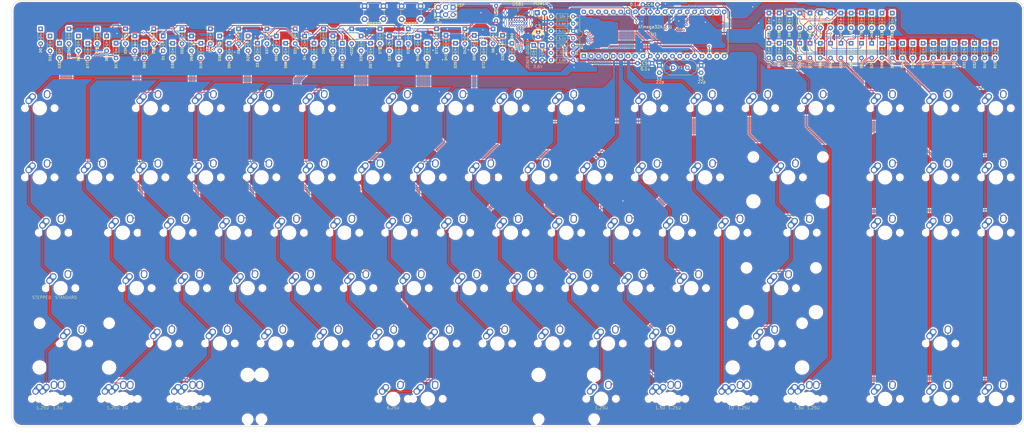
<source format=kicad_pcb>
(kicad_pcb (version 20171130) (host pcbnew "(5.1.9)-1")
  (layers (0 F.Cu signal) (31 B.Cu signal) (34 B.Paste user) (35 F.Paste user) (36 B.SilkS user) (37 F.SilkS user) (38 B.Mask user) (39 F.Mask user) (44 Edge.Cuts user))
  (net 0 "")
  (net 1 GND)
  (net 2 boot)
  (net 3 "Net-(C1-Pad1)")
  (net 4 "Net-(C2-Pad1)")
  (net 5 +5V)
  (net 6 "Net-(D0-Pad2)")
  (net 7 "Net-(D1-Pad2)")
  (net 8 "Net-(D2-Pad2)")
  (net 9 "Net-(D3-Pad2)")
  (net 10 "Net-(D4-Pad2)")
  (net 11 "Net-(D5-Pad2)")
  (net 12 "Net-(D6-Pad2)")
  (net 13 "Net-(D7-Pad2)")
  (net 14 "Net-(D8-Pad2)")
  (net 15 "Net-(D9-Pad2)")
  (net 16 "Net-(D10-Pad2)")
  (net 17 "Net-(D11-Pad2)")
  (net 18 "Net-(D12-Pad2)")
  (net 19 "Net-(D13-Pad2)")
  (net 20 "Net-(D14-Pad2)")
  (net 21 "Net-(D15-Pad2)")
  (net 22 "Net-(D16-Pad2)")
  (net 23 "Net-(D17-Pad2)")
  (net 24 "Net-(D18-Pad2)")
  (net 25 "Net-(D19-Pad2)")
  (net 26 "Net-(D20-Pad2)")
  (net 27 "Net-(D21-Pad2)")
  (net 28 "Net-(D22-Pad2)")
  (net 29 "Net-(D23-Pad2)")
  (net 30 "Net-(D24-Pad2)")
  (net 31 "Net-(D25-Pad2)")
  (net 32 "Net-(D26-Pad2)")
  (net 33 "Net-(D27-Pad2)")
  (net 34 "Net-(D28-Pad2)")
  (net 35 "Net-(D29-Pad2)")
  (net 36 "Net-(D30-Pad2)")
  (net 37 "Net-(D31-Pad2)")
  (net 38 "Net-(D32-Pad2)")
  (net 39 "Net-(D33-Pad2)")
  (net 40 "Net-(D34-Pad2)")
  (net 41 "Net-(D35-Pad2)")
  (net 42 "Net-(D36-Pad2)")
  (net 43 "Net-(D37-Pad2)")
  (net 44 "Net-(D38-Pad2)")
  (net 45 "Net-(D39-Pad2)")
  (net 46 "Net-(D40-Pad2)")
  (net 47 "Net-(D41-Pad2)")
  (net 48 "Net-(D42-Pad2)")
  (net 49 "Net-(D43-Pad2)")
  (net 50 "Net-(D44-Pad2)")
  (net 51 "Net-(D45-Pad2)")
  (net 52 "Net-(D46-Pad2)")
  (net 53 "Net-(D47-Pad2)")
  (net 54 "Net-(D48-Pad2)")
  (net 55 "Net-(D49-Pad2)")
  (net 56 "Net-(D50-Pad2)")
  (net 57 "Net-(D52-Pad2)")
  (net 58 "Net-(D53-Pad2)")
  (net 59 "Net-(D54-Pad2)")
  (net 60 "Net-(D55-Pad2)")
  (net 61 "Net-(D56-Pad2)")
  (net 62 "Net-(D57-Pad2)")
  (net 63 "Net-(D58-Pad2)")
  (net 64 "Net-(D59-Pad2)")
  (net 65 "Net-(D60-Pad2)")
  (net 66 "Net-(D61-Pad2)")
  (net 67 "Net-(D62-Pad2)")
  (net 68 "Net-(D63-Pad2)")
  (net 69 "Net-(D64-Pad2)")
  (net 70 "Net-(D65-Pad2)")
  (net 71 "Net-(D66-Pad2)")
  (net 72 "Net-(D67-Pad2)")
  (net 73 "Net-(D68-Pad2)")
  (net 74 "Net-(D69-Pad2)")
  (net 75 "Net-(D70-Pad2)")
  (net 76 "Net-(D71-Pad2)")
  (net 77 "Net-(D72-Pad2)")
  (net 78 "Net-(D73-Pad2)")
  (net 79 "Net-(D74-Pad2)")
  (net 80 "Net-(D75-Pad2)")
  (net 81 "Net-(D76-Pad2)")
  (net 82 "Net-(D77-Pad2)")
  (net 83 "Net-(D79-Pad2)")
  (net 84 "Net-(D81-Pad2)")
  (net 85 "Net-(D83-Pad2)")
  (net 86 "Net-(D85-Pad2)")
  (net 87 "Net-(D86-Pad2)")
  (net 88 "Net-(D88-Pad2)")
  (net 89 "Net-(D90-Pad2)")
  (net 90 "Net-(D92-Pad2)")
  (net 91 "Net-(D93-Pad2)")
  (net 92 "Net-(D94-Pad2)")
  (net 93 "Net-(D95-Pad1)")
  (net 94 "Net-(D96-Pad1)")
  (net 95 VCC)
  (net 96 MISO)
  (net 97 SCK)
  (net 98 MOSI)
  (net 99 reset)
  (net 100 "Net-(LED1-Pad1)")
  (net 101 "Net-(R1-Pad2)")
  (net 102 "Net-(R2-Pad1)")
  (net 103 D-)
  (net 104 D+)
  (net 105 "Net-(U1-Pad32)")
  (net 106 "Net-(USB1-PadA8)")
  (net 107 "Net-(USB1-PadB8)")
  (net 108 row0)
  (net 109 row1)
  (net 110 row2)
  (net 111 row3)
  (net 112 row4)
  (net 113 row5)
  (net 114 col0)
  (net 115 col2)
  (net 116 col3)
  (net 117 col4)
  (net 118 col5)
  (net 119 col6)
  (net 120 col7)
  (net 121 col8)
  (net 122 col9)
  (net 123 col11)
  (net 124 col12)
  (net 125 col13)
  (net 126 col14)
  (net 127 col15)
  (net 128 col16)
  (net 129 col17)
  (net 130 col1)
  (net 131 col10)
  (net 132 "Net-(U1-Pad22)")
  (net 133 "Net-(U1-Pad23)")
  (module MX_Alps_Hybrid:MX-1U-NoLED (layer F.Cu) (at 256.286 116.205)
    (fp_text reference SW27)
    (fp_text value KEYSW)
    (pad "" np_thru_hole circle (at 5.08 0 48.0996) (size 1.75 1.75) (drill 1.75) (layers *.Cu *.Mask))
    (pad "" np_thru_hole circle (at -5.08 0 48.0996) (size 1.75 1.75) (drill 1.75) (layers *.Cu *.Mask))
    (pad 1 thru_hole circle (at -2.5 -4) (size 2.25 2.25) (drill 1.47) (layers *.Cu B.Mask) (net 123 col11))
    (pad "" np_thru_hole circle (at 0 0) (size 3.9878 3.9878) (drill 3.9878) (layers *.Cu *.Mask))
    (pad 1 thru_hole oval (at -3.81 -2.54 48.0996) (size 4.211556 2.25) (drill 1.47 (offset 0.980778 0)) (layers *.Cu B.Mask) (net 123 col11))
    (pad 2 thru_hole circle (at 2.54 -5.08) (size 2.25 2.25) (drill 1.47) (layers *.Cu B.Mask) (net 33 "Net-(D27-Pad2)"))
    (pad 2 thru_hole oval (at 2.5 -4.5 86.0548) (size 2.831378 2.25) (drill 1.47 (offset 0.290689 0)) (layers *.Cu B.Mask) (net 33 "Net-(D27-Pad2)"))
  )
  (module MX_Alps_Hybrid:MX-1U-NoLED (layer F.Cu) (at 313.35472 92.38996)
    (fp_text reference SW12)
    (fp_text value KEYSW)
    (pad "" np_thru_hole circle (at 5.08 0 48.0996) (size 1.75 1.75) (drill 1.75) (layers *.Cu *.Mask))
    (pad "" np_thru_hole circle (at -5.08 0 48.0996) (size 1.75 1.75) (drill 1.75) (layers *.Cu *.Mask))
    (pad 1 thru_hole circle (at -2.5 -4) (size 2.25 2.25) (drill 1.47) (layers *.Cu B.Mask) (net 126 col14))
    (pad "" np_thru_hole circle (at 0 0) (size 3.9878 3.9878) (drill 3.9878) (layers *.Cu *.Mask))
    (pad 1 thru_hole oval (at -3.81 -2.54 48.0996) (size 4.211556 2.25) (drill 1.47 (offset 0.980778 0)) (layers *.Cu B.Mask) (net 126 col14))
    (pad 2 thru_hole circle (at 2.54 -5.08) (size 2.25 2.25) (drill 1.47) (layers *.Cu B.Mask) (net 18 "Net-(D12-Pad2)"))
    (pad 2 thru_hole oval (at 2.5 -4.5 86.0548) (size 2.831378 2.25) (drill 1.47 (offset 0.290689 0)) (layers *.Cu B.Mask) (net 18 "Net-(D12-Pad2)"))
  )
  (module MX_Alps_Hybrid:MX-1U-NoLED (layer F.Cu) (at 337.19008 92.40012)
    (fp_text reference SW13)
    (fp_text value KEYSW)
    (pad "" np_thru_hole circle (at 5.08 0 48.0996) (size 1.75 1.75) (drill 1.75) (layers *.Cu *.Mask))
    (pad "" np_thru_hole circle (at -5.08 0 48.0996) (size 1.75 1.75) (drill 1.75) (layers *.Cu *.Mask))
    (pad 1 thru_hole circle (at -2.5 -4) (size 2.25 2.25) (drill 1.47) (layers *.Cu B.Mask) (net 127 col15))
    (pad "" np_thru_hole circle (at 0 0) (size 3.9878 3.9878) (drill 3.9878) (layers *.Cu *.Mask))
    (pad 1 thru_hole oval (at -3.81 -2.54 48.0996) (size 4.211556 2.25) (drill 1.47 (offset 0.980778 0)) (layers *.Cu B.Mask) (net 127 col15))
    (pad 2 thru_hole circle (at 2.54 -5.08) (size 2.25 2.25) (drill 1.47) (layers *.Cu B.Mask) (net 19 "Net-(D13-Pad2)"))
    (pad 2 thru_hole oval (at 2.5 -4.5 86.0548) (size 2.831378 2.25) (drill 1.47 (offset 0.290689 0)) (layers *.Cu B.Mask) (net 19 "Net-(D13-Pad2)"))
  )
  (module MX_Alps_Hybrid:MX-1U-NoLED (layer F.Cu) (at 46.67504 92.40012)
    (fp_text reference SW0)
    (fp_text value KEYSW)
    (pad "" np_thru_hole circle (at 5.08 0 48.0996) (size 1.75 1.75) (drill 1.75) (layers *.Cu *.Mask))
    (pad "" np_thru_hole circle (at -5.08 0 48.0996) (size 1.75 1.75) (drill 1.75) (layers *.Cu *.Mask))
    (pad 1 thru_hole circle (at -2.5 -4) (size 2.25 2.25) (drill 1.47) (layers *.Cu B.Mask) (net 114 col0))
    (pad "" np_thru_hole circle (at 0 0) (size 3.9878 3.9878) (drill 3.9878) (layers *.Cu *.Mask))
    (pad 1 thru_hole oval (at -3.81 -2.54 48.0996) (size 4.211556 2.25) (drill 1.47 (offset 0.980778 0)) (layers *.Cu B.Mask) (net 114 col0))
    (pad 2 thru_hole circle (at 2.54 -5.08) (size 2.25 2.25) (drill 1.47) (layers *.Cu B.Mask) (net 6 "Net-(D0-Pad2)"))
    (pad 2 thru_hole oval (at 2.5 -4.5 86.0548) (size 2.831378 2.25) (drill 1.47 (offset 0.290689 0)) (layers *.Cu B.Mask) (net 6 "Net-(D0-Pad2)"))
  )
  (module MX_Alps_Hybrid:MX-2U-NoLED (layer F.Cu) (at 303.84496 116.18976)
    (fp_text reference SW29)
    (fp_text value KEYSW)
    (pad 2 thru_hole oval (at 2.5 -4.5 86.0548) (size 2.831378 2.25) (drill 1.47 (offset 0.290689 0)) (layers *.Cu B.Mask) (net 35 "Net-(D29-Pad2)"))
    (pad 2 thru_hole circle (at 2.54 -5.08) (size 2.25 2.25) (drill 1.47) (layers *.Cu B.Mask) (net 35 "Net-(D29-Pad2)"))
    (pad 1 thru_hole oval (at -3.81 -2.54 48.0996) (size 4.211556 2.25) (drill 1.47 (offset 0.980778 0)) (layers *.Cu B.Mask) (net 125 col13))
    (pad "" np_thru_hole circle (at 0 0) (size 3.9878 3.9878) (drill 3.9878) (layers *.Cu *.Mask))
    (pad 1 thru_hole circle (at -2.5 -4) (size 2.25 2.25) (drill 1.47) (layers *.Cu B.Mask) (net 125 col13))
    (pad "" np_thru_hole circle (at -5.08 0 48.0996) (size 1.75 1.75) (drill 1.75) (layers *.Cu *.Mask))
    (pad "" np_thru_hole circle (at 5.08 0 48.0996) (size 1.75 1.75) (drill 1.75) (layers *.Cu *.Mask))
    (pad "" np_thru_hole circle (at -11.938 -6.985) (size 3.048 3.048) (drill 3.048) (layers *.Cu *.Mask))
    (pad "" np_thru_hole circle (at 11.938 -6.985) (size 3.048 3.048) (drill 3.048) (layers *.Cu *.Mask))
    (pad "" np_thru_hole circle (at -11.938 8.255) (size 3.9878 3.9878) (drill 3.9878) (layers *.Cu *.Mask))
    (pad "" np_thru_hole circle (at 11.938 8.255) (size 3.9878 3.9878) (drill 3.9878) (layers *.Cu *.Mask))
  )
  (module MX_Alps_Hybrid:MX-1U-NoLED (layer F.Cu) (at 337.16468 116.19992)
    (fp_text reference SW30)
    (fp_text value KEYSW)
    (pad "" np_thru_hole circle (at 5.08 0 48.0996) (size 1.75 1.75) (drill 1.75) (layers *.Cu *.Mask))
    (pad "" np_thru_hole circle (at -5.08 0 48.0996) (size 1.75 1.75) (drill 1.75) (layers *.Cu *.Mask))
    (pad 1 thru_hole circle (at -2.5 -4) (size 2.25 2.25) (drill 1.47) (layers *.Cu B.Mask) (net 127 col15))
    (pad "" np_thru_hole circle (at 0 0) (size 3.9878 3.9878) (drill 3.9878) (layers *.Cu *.Mask))
    (pad 1 thru_hole oval (at -3.81 -2.54 48.0996) (size 4.211556 2.25) (drill 1.47 (offset 0.980778 0)) (layers *.Cu B.Mask) (net 127 col15))
    (pad 2 thru_hole circle (at 2.54 -5.08) (size 2.25 2.25) (drill 1.47) (layers *.Cu B.Mask) (net 36 "Net-(D30-Pad2)"))
    (pad 2 thru_hole oval (at 2.5 -4.5 86.0548) (size 2.831378 2.25) (drill 1.47 (offset 0.290689 0)) (layers *.Cu B.Mask) (net 36 "Net-(D30-Pad2)"))
  )
  (module MX_Alps_Hybrid:MX-1U-NoLED (layer F.Cu) (at 208.59496 135.255)
    (fp_text reference SW41)
    (fp_text value KEYSW)
    (pad "" np_thru_hole circle (at 5.08 0 48.0996) (size 1.75 1.75) (drill 1.75) (layers *.Cu *.Mask))
    (pad "" np_thru_hole circle (at -5.08 0 48.0996) (size 1.75 1.75) (drill 1.75) (layers *.Cu *.Mask))
    (pad 1 thru_hole circle (at -2.5 -4) (size 2.25 2.25) (drill 1.47) (layers *.Cu B.Mask) (net 121 col8))
    (pad "" np_thru_hole circle (at 0 0) (size 3.9878 3.9878) (drill 3.9878) (layers *.Cu *.Mask))
    (pad 1 thru_hole oval (at -3.81 -2.54 48.0996) (size 4.211556 2.25) (drill 1.47 (offset 0.980778 0)) (layers *.Cu B.Mask) (net 121 col8))
    (pad 2 thru_hole circle (at 2.54 -5.08) (size 2.25 2.25) (drill 1.47) (layers *.Cu B.Mask) (net 47 "Net-(D41-Pad2)"))
    (pad 2 thru_hole oval (at 2.5 -4.5 86.0548) (size 2.831378 2.25) (drill 1.47 (offset 0.290689 0)) (layers *.Cu B.Mask) (net 47 "Net-(D41-Pad2)"))
  )
  (module MX_Alps_Hybrid:MX-1U-NoLED (layer F.Cu) (at 356.235 92.40012)
    (fp_text reference SW14)
    (fp_text value KEYSW)
    (pad "" np_thru_hole circle (at 5.08 0 48.0996) (size 1.75 1.75) (drill 1.75) (layers *.Cu *.Mask))
    (pad "" np_thru_hole circle (at -5.08 0 48.0996) (size 1.75 1.75) (drill 1.75) (layers *.Cu *.Mask))
    (pad 1 thru_hole circle (at -2.5 -4) (size 2.25 2.25) (drill 1.47) (layers *.Cu B.Mask) (net 128 col16))
    (pad "" np_thru_hole circle (at 0 0) (size 3.9878 3.9878) (drill 3.9878) (layers *.Cu *.Mask))
    (pad 1 thru_hole oval (at -3.81 -2.54 48.0996) (size 4.211556 2.25) (drill 1.47 (offset 0.980778 0)) (layers *.Cu B.Mask) (net 128 col16))
    (pad 2 thru_hole circle (at 2.54 -5.08) (size 2.25 2.25) (drill 1.47) (layers *.Cu B.Mask) (net 20 "Net-(D14-Pad2)"))
    (pad 2 thru_hole oval (at 2.5 -4.5 86.0548) (size 2.831378 2.25) (drill 1.47 (offset 0.290689 0)) (layers *.Cu B.Mask) (net 20 "Net-(D14-Pad2)"))
  )
  (module MX_Alps_Hybrid:MX-1U-NoLED (layer F.Cu) (at 337.17484 135.24484)
    (fp_text reference SW47)
    (fp_text value KEYSW)
    (pad "" np_thru_hole circle (at 5.08 0 48.0996) (size 1.75 1.75) (drill 1.75) (layers *.Cu *.Mask))
    (pad "" np_thru_hole circle (at -5.08 0 48.0996) (size 1.75 1.75) (drill 1.75) (layers *.Cu *.Mask))
    (pad 1 thru_hole circle (at -2.5 -4) (size 2.25 2.25) (drill 1.47) (layers *.Cu B.Mask) (net 127 col15))
    (pad "" np_thru_hole circle (at 0 0) (size 3.9878 3.9878) (drill 3.9878) (layers *.Cu *.Mask))
    (pad 1 thru_hole oval (at -3.81 -2.54 48.0996) (size 4.211556 2.25) (drill 1.47 (offset 0.980778 0)) (layers *.Cu B.Mask) (net 127 col15))
    (pad 2 thru_hole circle (at 2.54 -5.08) (size 2.25 2.25) (drill 1.47) (layers *.Cu B.Mask) (net 53 "Net-(D47-Pad2)"))
    (pad 2 thru_hole oval (at 2.5 -4.5 86.0548) (size 2.831378 2.25) (drill 1.47 (offset 0.290689 0)) (layers *.Cu B.Mask) (net 53 "Net-(D47-Pad2)"))
  )
  (module MX_Alps_Hybrid:MX-1U-NoLED (layer F.Cu) (at 265.74496 135.26008)
    (fp_text reference SW44)
    (fp_text value KEYSW)
    (pad "" np_thru_hole circle (at 5.08 0 48.0996) (size 1.75 1.75) (drill 1.75) (layers *.Cu *.Mask))
    (pad "" np_thru_hole circle (at -5.08 0 48.0996) (size 1.75 1.75) (drill 1.75) (layers *.Cu *.Mask))
    (pad 1 thru_hole circle (at -2.5 -4) (size 2.25 2.25) (drill 1.47) (layers *.Cu B.Mask) (net 123 col11))
    (pad "" np_thru_hole circle (at 0 0) (size 3.9878 3.9878) (drill 3.9878) (layers *.Cu *.Mask))
    (pad 1 thru_hole oval (at -3.81 -2.54 48.0996) (size 4.211556 2.25) (drill 1.47 (offset 0.980778 0)) (layers *.Cu B.Mask) (net 123 col11))
    (pad 2 thru_hole circle (at 2.54 -5.08) (size 2.25 2.25) (drill 1.47) (layers *.Cu B.Mask) (net 50 "Net-(D44-Pad2)"))
    (pad 2 thru_hole oval (at 2.5 -4.5 86.0548) (size 2.831378 2.25) (drill 1.47 (offset 0.290689 0)) (layers *.Cu B.Mask) (net 50 "Net-(D44-Pad2)"))
  )
  (module MX_Alps_Hybrid:MX-1U-NoLED (layer F.Cu) (at 218.19616 116.19992)
    (fp_text reference SW25)
    (fp_text value KEYSW)
    (pad "" np_thru_hole circle (at 5.08 0 48.0996) (size 1.75 1.75) (drill 1.75) (layers *.Cu *.Mask))
    (pad "" np_thru_hole circle (at -5.08 0 48.0996) (size 1.75 1.75) (drill 1.75) (layers *.Cu *.Mask))
    (pad 1 thru_hole circle (at -2.5 -4) (size 2.25 2.25) (drill 1.47) (layers *.Cu B.Mask) (net 122 col9))
    (pad "" np_thru_hole circle (at 0 0) (size 3.9878 3.9878) (drill 3.9878) (layers *.Cu *.Mask))
    (pad 1 thru_hole oval (at -3.81 -2.54 48.0996) (size 4.211556 2.25) (drill 1.47 (offset 0.980778 0)) (layers *.Cu B.Mask) (net 122 col9))
    (pad 2 thru_hole circle (at 2.54 -5.08) (size 2.25 2.25) (drill 1.47) (layers *.Cu B.Mask) (net 31 "Net-(D25-Pad2)"))
    (pad 2 thru_hole oval (at 2.5 -4.5 86.0548) (size 2.831378 2.25) (drill 1.47 (offset 0.290689 0)) (layers *.Cu B.Mask) (net 31 "Net-(D25-Pad2)"))
  )
  (module MX_Alps_Hybrid:MX-1U-NoLED (layer F.Cu) (at 194.29984 154.31008)
    (fp_text reference SW58)
    (fp_text value KEYSW)
    (pad "" np_thru_hole circle (at 5.08 0 48.0996) (size 1.75 1.75) (drill 1.75) (layers *.Cu *.Mask))
    (pad "" np_thru_hole circle (at -5.08 0 48.0996) (size 1.75 1.75) (drill 1.75) (layers *.Cu *.Mask))
    (pad 1 thru_hole circle (at -2.5 -4) (size 2.25 2.25) (drill 1.47) (layers *.Cu B.Mask) (net 120 col7))
    (pad "" np_thru_hole circle (at 0 0) (size 3.9878 3.9878) (drill 3.9878) (layers *.Cu *.Mask))
    (pad 1 thru_hole oval (at -3.81 -2.54 48.0996) (size 4.211556 2.25) (drill 1.47 (offset 0.980778 0)) (layers *.Cu B.Mask) (net 120 col7))
    (pad 2 thru_hole circle (at 2.54 -5.08) (size 2.25 2.25) (drill 1.47) (layers *.Cu B.Mask) (net 63 "Net-(D58-Pad2)"))
    (pad 2 thru_hole oval (at 2.5 -4.5 86.0548) (size 2.831378 2.25) (drill 1.47 (offset 0.290689 0)) (layers *.Cu B.Mask) (net 63 "Net-(D58-Pad2)"))
  )
  (module MX_Alps_Hybrid:MX-1U-NoLED (layer F.Cu) (at 170.46956 135.24992)
    (fp_text reference SW39)
    (fp_text value KEYSW)
    (pad "" np_thru_hole circle (at 5.08 0 48.0996) (size 1.75 1.75) (drill 1.75) (layers *.Cu *.Mask))
    (pad "" np_thru_hole circle (at -5.08 0 48.0996) (size 1.75 1.75) (drill 1.75) (layers *.Cu *.Mask))
    (pad 1 thru_hole circle (at -2.5 -4) (size 2.25 2.25) (drill 1.47) (layers *.Cu B.Mask) (net 119 col6))
    (pad "" np_thru_hole circle (at 0 0) (size 3.9878 3.9878) (drill 3.9878) (layers *.Cu *.Mask))
    (pad 1 thru_hole oval (at -3.81 -2.54 48.0996) (size 4.211556 2.25) (drill 1.47 (offset 0.980778 0)) (layers *.Cu B.Mask) (net 119 col6))
    (pad 2 thru_hole circle (at 2.54 -5.08) (size 2.25 2.25) (drill 1.47) (layers *.Cu B.Mask) (net 45 "Net-(D39-Pad2)"))
    (pad 2 thru_hole oval (at 2.5 -4.5 86.0548) (size 2.831378 2.25) (drill 1.47 (offset 0.290689 0)) (layers *.Cu B.Mask) (net 45 "Net-(D39-Pad2)"))
  )
  (module MX_Alps_Hybrid:MX-1U-NoLED (layer F.Cu) (at 175.25492 154.31516)
    (fp_text reference SW57)
    (fp_text value KEYSW)
    (pad "" np_thru_hole circle (at 5.08 0 48.0996) (size 1.75 1.75) (drill 1.75) (layers *.Cu *.Mask))
    (pad "" np_thru_hole circle (at -5.08 0 48.0996) (size 1.75 1.75) (drill 1.75) (layers *.Cu *.Mask))
    (pad 1 thru_hole circle (at -2.5 -4) (size 2.25 2.25) (drill 1.47) (layers *.Cu B.Mask) (net 119 col6))
    (pad "" np_thru_hole circle (at 0 0) (size 3.9878 3.9878) (drill 3.9878) (layers *.Cu *.Mask))
    (pad 1 thru_hole oval (at -3.81 -2.54 48.0996) (size 4.211556 2.25) (drill 1.47 (offset 0.980778 0)) (layers *.Cu B.Mask) (net 119 col6))
    (pad 2 thru_hole circle (at 2.54 -5.08) (size 2.25 2.25) (drill 1.47) (layers *.Cu B.Mask) (net 62 "Net-(D57-Pad2)"))
    (pad 2 thru_hole oval (at 2.5 -4.5 86.0548) (size 2.831378 2.25) (drill 1.47 (offset 0.290689 0)) (layers *.Cu B.Mask) (net 62 "Net-(D57-Pad2)"))
  )
  (module MX_Alps_Hybrid:MX-1U-NoLED (layer F.Cu) (at 141.91996 92.3798)
    (fp_text reference SW4)
    (fp_text value KEYSW)
    (pad "" np_thru_hole circle (at 5.08 0 48.0996) (size 1.75 1.75) (drill 1.75) (layers *.Cu *.Mask))
    (pad "" np_thru_hole circle (at -5.08 0 48.0996) (size 1.75 1.75) (drill 1.75) (layers *.Cu *.Mask))
    (pad 1 thru_hole circle (at -2.5 -4) (size 2.25 2.25) (drill 1.47) (layers *.Cu B.Mask) (net 118 col5))
    (pad "" np_thru_hole circle (at 0 0) (size 3.9878 3.9878) (drill 3.9878) (layers *.Cu *.Mask))
    (pad 1 thru_hole oval (at -3.81 -2.54 48.0996) (size 4.211556 2.25) (drill 1.47 (offset 0.980778 0)) (layers *.Cu B.Mask) (net 118 col5))
    (pad 2 thru_hole circle (at 2.54 -5.08) (size 2.25 2.25) (drill 1.47) (layers *.Cu B.Mask) (net 10 "Net-(D4-Pad2)"))
    (pad 2 thru_hole oval (at 2.5 -4.5 86.0548) (size 2.831378 2.25) (drill 1.47 (offset 0.290689 0)) (layers *.Cu B.Mask) (net 10 "Net-(D4-Pad2)"))
  )
  (module MX_Alps_Hybrid:MX-1U-NoLED (layer F.Cu) (at 108.60532 173.34484)
    (fp_text reference SW66)
    (fp_text value KEYSW)
    (pad "" np_thru_hole circle (at 5.08 0 48.0996) (size 1.75 1.75) (drill 1.75) (layers *.Cu *.Mask))
    (pad "" np_thru_hole circle (at -5.08 0 48.0996) (size 1.75 1.75) (drill 1.75) (layers *.Cu *.Mask))
    (pad 1 thru_hole circle (at -2.5 -4) (size 2.25 2.25) (drill 1.47) (layers *.Cu B.Mask) (net 115 col2))
    (pad "" np_thru_hole circle (at 0 0) (size 3.9878 3.9878) (drill 3.9878) (layers *.Cu *.Mask))
    (pad 1 thru_hole oval (at -3.81 -2.54 48.0996) (size 4.211556 2.25) (drill 1.47 (offset 0.980778 0)) (layers *.Cu B.Mask) (net 115 col2))
    (pad 2 thru_hole circle (at 2.54 -5.08) (size 2.25 2.25) (drill 1.47) (layers *.Cu B.Mask) (net 71 "Net-(D66-Pad2)"))
    (pad 2 thru_hole oval (at 2.5 -4.5 86.0548) (size 2.831378 2.25) (drill 1.47 (offset 0.290689 0)) (layers *.Cu B.Mask) (net 71 "Net-(D66-Pad2)"))
  )
  (module MX_Alps_Hybrid:MX-1U-NoLED (layer F.Cu) (at 84.76488 116.19484)
    (fp_text reference SW18)
    (fp_text value KEYSW)
    (pad "" np_thru_hole circle (at 5.08 0 48.0996) (size 1.75 1.75) (drill 1.75) (layers *.Cu *.Mask))
    (pad "" np_thru_hole circle (at -5.08 0 48.0996) (size 1.75 1.75) (drill 1.75) (layers *.Cu *.Mask))
    (pad 1 thru_hole circle (at -2.5 -4) (size 2.25 2.25) (drill 1.47) (layers *.Cu B.Mask) (net 115 col2))
    (pad "" np_thru_hole circle (at 0 0) (size 3.9878 3.9878) (drill 3.9878) (layers *.Cu *.Mask))
    (pad 1 thru_hole oval (at -3.81 -2.54 48.0996) (size 4.211556 2.25) (drill 1.47 (offset 0.980778 0)) (layers *.Cu B.Mask) (net 115 col2))
    (pad 2 thru_hole circle (at 2.54 -5.08) (size 2.25 2.25) (drill 1.47) (layers *.Cu B.Mask) (net 24 "Net-(D18-Pad2)"))
    (pad 2 thru_hole oval (at 2.5 -4.5 86.0548) (size 2.831378 2.25) (drill 1.47 (offset 0.290689 0)) (layers *.Cu B.Mask) (net 24 "Net-(D18-Pad2)"))
  )
  (module MX_Alps_Hybrid:MX-1U-NoLED (layer F.Cu) (at 75.21448 135.255)
    (fp_text reference SW34)
    (fp_text value KEYSW)
    (pad "" np_thru_hole circle (at 5.08 0 48.0996) (size 1.75 1.75) (drill 1.75) (layers *.Cu *.Mask))
    (pad "" np_thru_hole circle (at -5.08 0 48.0996) (size 1.75 1.75) (drill 1.75) (layers *.Cu *.Mask))
    (pad 1 thru_hole circle (at -2.5 -4) (size 2.25 2.25) (drill 1.47) (layers *.Cu B.Mask) (net 130 col1))
    (pad "" np_thru_hole circle (at 0 0) (size 3.9878 3.9878) (drill 3.9878) (layers *.Cu *.Mask))
    (pad 1 thru_hole oval (at -3.81 -2.54 48.0996) (size 4.211556 2.25) (drill 1.47 (offset 0.980778 0)) (layers *.Cu B.Mask) (net 130 col1))
    (pad 2 thru_hole circle (at 2.54 -5.08) (size 2.25 2.25) (drill 1.47) (layers *.Cu B.Mask) (net 40 "Net-(D34-Pad2)"))
    (pad 2 thru_hole oval (at 2.5 -4.5 86.0548) (size 2.831378 2.25) (drill 1.47 (offset 0.290689 0)) (layers *.Cu B.Mask) (net 40 "Net-(D34-Pad2)"))
  )
  (module MX_Alps_Hybrid:MX-1U-NoLED (layer F.Cu) (at 89.54516 173.34484)
    (fp_text reference SW65)
    (fp_text value KEYSW)
    (pad "" np_thru_hole circle (at 5.08 0 48.0996) (size 1.75 1.75) (drill 1.75) (layers *.Cu *.Mask))
    (pad "" np_thru_hole circle (at -5.08 0 48.0996) (size 1.75 1.75) (drill 1.75) (layers *.Cu *.Mask))
    (pad 1 thru_hole circle (at -2.5 -4) (size 2.25 2.25) (drill 1.47) (layers *.Cu B.Mask) (net 130 col1))
    (pad "" np_thru_hole circle (at 0 0) (size 3.9878 3.9878) (drill 3.9878) (layers *.Cu *.Mask))
    (pad 1 thru_hole oval (at -3.81 -2.54 48.0996) (size 4.211556 2.25) (drill 1.47 (offset 0.980778 0)) (layers *.Cu B.Mask) (net 130 col1))
    (pad 2 thru_hole circle (at 2.54 -5.08) (size 2.25 2.25) (drill 1.47) (layers *.Cu B.Mask) (net 70 "Net-(D65-Pad2)"))
    (pad 2 thru_hole oval (at 2.5 -4.5 86.0548) (size 2.831378 2.25) (drill 1.47 (offset 0.290689 0)) (layers *.Cu B.Mask) (net 70 "Net-(D65-Pad2)"))
  )
  (module MX_Alps_Hybrid:MX-1U-NoLED (layer F.Cu) (at 375.285 192.41008)
    (fp_text reference SW94)
    (fp_text value KEYSW)
    (pad "" np_thru_hole circle (at 5.08 0 48.0996) (size 1.75 1.75) (drill 1.75) (layers *.Cu *.Mask))
    (pad "" np_thru_hole circle (at -5.08 0 48.0996) (size 1.75 1.75) (drill 1.75) (layers *.Cu *.Mask))
    (pad 1 thru_hole circle (at -2.5 -4) (size 2.25 2.25) (drill 1.47) (layers *.Cu B.Mask) (net 129 col17))
    (pad "" np_thru_hole circle (at 0 0) (size 3.9878 3.9878) (drill 3.9878) (layers *.Cu *.Mask))
    (pad 1 thru_hole oval (at -3.81 -2.54 48.0996) (size 4.211556 2.25) (drill 1.47 (offset 0.980778 0)) (layers *.Cu B.Mask) (net 129 col17))
    (pad 2 thru_hole circle (at 2.54 -5.08) (size 2.25 2.25) (drill 1.47) (layers *.Cu B.Mask) (net 92 "Net-(D94-Pad2)"))
    (pad 2 thru_hole oval (at 2.5 -4.5 86.0548) (size 2.831378 2.25) (drill 1.47 (offset 0.290689 0)) (layers *.Cu B.Mask) (net 92 "Net-(D94-Pad2)"))
  )
  (module MX_Alps_Hybrid:MX-1U-NoLED (layer F.Cu) (at 356.22992 192.41516)
    (fp_text reference SW93)
    (fp_text value KEYSW)
    (pad "" np_thru_hole circle (at 5.08 0 48.0996) (size 1.75 1.75) (drill 1.75) (layers *.Cu *.Mask))
    (pad "" np_thru_hole circle (at -5.08 0 48.0996) (size 1.75 1.75) (drill 1.75) (layers *.Cu *.Mask))
    (pad 1 thru_hole circle (at -2.5 -4) (size 2.25 2.25) (drill 1.47) (layers *.Cu B.Mask) (net 128 col16))
    (pad "" np_thru_hole circle (at 0 0) (size 3.9878 3.9878) (drill 3.9878) (layers *.Cu *.Mask))
    (pad 1 thru_hole oval (at -3.81 -2.54 48.0996) (size 4.211556 2.25) (drill 1.47 (offset 0.980778 0)) (layers *.Cu B.Mask) (net 128 col16))
    (pad 2 thru_hole circle (at 2.54 -5.08) (size 2.25 2.25) (drill 1.47) (layers *.Cu B.Mask) (net 91 "Net-(D93-Pad2)"))
    (pad 2 thru_hole oval (at 2.5 -4.5 86.0548) (size 2.831378 2.25) (drill 1.47 (offset 0.290689 0)) (layers *.Cu B.Mask) (net 91 "Net-(D93-Pad2)"))
  )
  (module MX_Alps_Hybrid:MX-1U-NoLED (layer F.Cu) (at 337.19008 192.42532)
    (fp_text reference SW92)
    (fp_text value KEYSW)
    (pad "" np_thru_hole circle (at 5.08 0 48.0996) (size 1.75 1.75) (drill 1.75) (layers *.Cu *.Mask))
    (pad "" np_thru_hole circle (at -5.08 0 48.0996) (size 1.75 1.75) (drill 1.75) (layers *.Cu *.Mask))
    (pad 1 thru_hole circle (at -2.5 -4) (size 2.25 2.25) (drill 1.47) (layers *.Cu B.Mask) (net 127 col15))
    (pad "" np_thru_hole circle (at 0 0) (size 3.9878 3.9878) (drill 3.9878) (layers *.Cu *.Mask))
    (pad 1 thru_hole oval (at -3.81 -2.54 48.0996) (size 4.211556 2.25) (drill 1.47 (offset 0.980778 0)) (layers *.Cu B.Mask) (net 127 col15))
    (pad 2 thru_hole circle (at 2.54 -5.08) (size 2.25 2.25) (drill 1.47) (layers *.Cu B.Mask) (net 90 "Net-(D92-Pad2)"))
    (pad 2 thru_hole oval (at 2.5 -4.5 86.0548) (size 2.831378 2.25) (drill 1.47 (offset 0.290689 0)) (layers *.Cu B.Mask) (net 90 "Net-(D92-Pad2)"))
  )
  (module MX_Alps_Hybrid:MX-1U-NoLED (layer F.Cu) (at 284.81528 192.41516)
    (fp_text reference SW89)
    (fp_text value KEYSW)
    (pad "" np_thru_hole circle (at 5.08 0 48.0996) (size 1.75 1.75) (drill 1.75) (layers *.Cu *.Mask))
    (pad "" np_thru_hole circle (at -5.08 0 48.0996) (size 1.75 1.75) (drill 1.75) (layers *.Cu *.Mask))
    (pad 1 thru_hole circle (at -2.5 -4) (size 2.25 2.25) (drill 1.47) (layers *.Cu B.Mask) (net 124 col12))
    (pad "" np_thru_hole circle (at 0 0) (size 3.9878 3.9878) (drill 3.9878) (layers *.Cu *.Mask))
    (pad 1 thru_hole oval (at -3.81 -2.54 48.0996) (size 4.211556 2.25) (drill 1.47 (offset 0.980778 0)) (layers *.Cu B.Mask) (net 124 col12))
    (pad 2 thru_hole circle (at 2.54 -5.08) (size 2.25 2.25) (drill 1.47) (layers *.Cu B.Mask) (net 88 "Net-(D88-Pad2)"))
    (pad 2 thru_hole oval (at 2.5 -4.5 86.0548) (size 2.831378 2.25) (drill 1.47 (offset 0.290689 0)) (layers *.Cu B.Mask) (net 88 "Net-(D88-Pad2)"))
  )
  (module MX_Alps_Hybrid:MX-1U-NoLED (layer F.Cu) (at 180.04028 192.405)
    (fp_text reference SW84)
    (fp_text value KEYSW)
    (pad "" np_thru_hole circle (at 5.08 0 48.0996) (size 1.75 1.75) (drill 1.75) (layers *.Cu *.Mask))
    (pad "" np_thru_hole circle (at -5.08 0 48.0996) (size 1.75 1.75) (drill 1.75) (layers *.Cu *.Mask))
    (pad 1 thru_hole circle (at -2.5 -4) (size 2.25 2.25) (drill 1.47) (layers *.Cu B.Mask) (net 119 col6))
    (pad "" np_thru_hole circle (at 0 0) (size 3.9878 3.9878) (drill 3.9878) (layers *.Cu *.Mask))
    (pad 1 thru_hole oval (at -3.81 -2.54 48.0996) (size 4.211556 2.25) (drill 1.47 (offset 0.980778 0)) (layers *.Cu B.Mask) (net 119 col6))
    (pad 2 thru_hole circle (at 2.54 -5.08) (size 2.25 2.25) (drill 1.47) (layers *.Cu B.Mask) (net 85 "Net-(D83-Pad2)"))
    (pad 2 thru_hole oval (at 2.5 -4.5 86.0548) (size 2.831378 2.25) (drill 1.47 (offset 0.290689 0)) (layers *.Cu B.Mask) (net 85 "Net-(D83-Pad2)"))
  )
  (module MX_Alps_Hybrid:MX-1U-NoLED (layer F.Cu) (at 168.11752 192.41516)
    (fp_text reference SW83)
    (fp_text value KEYSW)
    (pad "" np_thru_hole circle (at 5.08 0 48.0996) (size 1.75 1.75) (drill 1.75) (layers *.Cu *.Mask))
    (pad "" np_thru_hole circle (at -5.08 0 48.0996) (size 1.75 1.75) (drill 1.75) (layers *.Cu *.Mask))
    (pad 1 thru_hole circle (at -2.5 -4) (size 2.25 2.25) (drill 1.47) (layers *.Cu B.Mask) (net 119 col6))
    (pad "" np_thru_hole circle (at 0 0) (size 3.9878 3.9878) (drill 3.9878) (layers *.Cu *.Mask))
    (pad 1 thru_hole oval (at -3.81 -2.54 48.0996) (size 4.211556 2.25) (drill 1.47 (offset 0.980778 0)) (layers *.Cu B.Mask) (net 119 col6))
    (pad 2 thru_hole circle (at 2.54 -5.08) (size 2.25 2.25) (drill 1.47) (layers *.Cu B.Mask) (net 85 "Net-(D83-Pad2)"))
    (pad 2 thru_hole oval (at 2.5 -4.5 86.0548) (size 2.831378 2.25) (drill 1.47 (offset 0.290689 0)) (layers *.Cu B.Mask) (net 85 "Net-(D83-Pad2)"))
  )
  (module MX_Alps_Hybrid:MX-1U-NoLED (layer F.Cu) (at 75.26528 192.405)
    (fp_text reference SW80)
    (fp_text value KEYSW)
    (pad "" np_thru_hole circle (at 5.08 0 48.0996) (size 1.75 1.75) (drill 1.75) (layers *.Cu *.Mask))
    (pad "" np_thru_hole circle (at -5.08 0 48.0996) (size 1.75 1.75) (drill 1.75) (layers *.Cu *.Mask))
    (pad 1 thru_hole circle (at -2.5 -4) (size 2.25 2.25) (drill 1.47) (layers *.Cu B.Mask) (net 130 col1))
    (pad "" np_thru_hole circle (at 0 0) (size 3.9878 3.9878) (drill 3.9878) (layers *.Cu *.Mask))
    (pad 1 thru_hole oval (at -3.81 -2.54 48.0996) (size 4.211556 2.25) (drill 1.47 (offset 0.980778 0)) (layers *.Cu B.Mask) (net 130 col1))
    (pad 2 thru_hole circle (at 2.54 -5.08) (size 2.25 2.25) (drill 1.47) (layers *.Cu B.Mask) (net 83 "Net-(D79-Pad2)"))
    (pad 2 thru_hole oval (at 2.5 -4.5 86.0548) (size 2.831378 2.25) (drill 1.47 (offset 0.290689 0)) (layers *.Cu B.Mask) (net 83 "Net-(D79-Pad2)"))
  )
  (module MX_Alps_Hybrid:MX-1U-NoLED (layer F.Cu) (at 356.235 173.36516)
    (fp_text reference SW76)
    (fp_text value KEYSW)
    (pad "" np_thru_hole circle (at 5.08 0 48.0996) (size 1.75 1.75) (drill 1.75) (layers *.Cu *.Mask))
    (pad "" np_thru_hole circle (at -5.08 0 48.0996) (size 1.75 1.75) (drill 1.75) (layers *.Cu *.Mask))
    (pad 1 thru_hole circle (at -2.5 -4) (size 2.25 2.25) (drill 1.47) (layers *.Cu B.Mask) (net 128 col16))
    (pad "" np_thru_hole circle (at 0 0) (size 3.9878 3.9878) (drill 3.9878) (layers *.Cu *.Mask))
    (pad 1 thru_hole oval (at -3.81 -2.54 48.0996) (size 4.211556 2.25) (drill 1.47 (offset 0.980778 0)) (layers *.Cu B.Mask) (net 128 col16))
    (pad 2 thru_hole circle (at 2.54 -5.08) (size 2.25 2.25) (drill 1.47) (layers *.Cu B.Mask) (net 81 "Net-(D76-Pad2)"))
    (pad 2 thru_hole oval (at 2.5 -4.5 86.0548) (size 2.831378 2.25) (drill 1.47 (offset 0.290689 0)) (layers *.Cu B.Mask) (net 81 "Net-(D76-Pad2)"))
  )
  (module MX_Alps_Hybrid:MX-1U-NoLED (layer F.Cu) (at 165.7858 173.37024)
    (fp_text reference SW69)
    (fp_text value KEYSW)
    (pad "" np_thru_hole circle (at 5.08 0 48.0996) (size 1.75 1.75) (drill 1.75) (layers *.Cu *.Mask))
    (pad "" np_thru_hole circle (at -5.08 0 48.0996) (size 1.75 1.75) (drill 1.75) (layers *.Cu *.Mask))
    (pad 1 thru_hole circle (at -2.5 -4) (size 2.25 2.25) (drill 1.47) (layers *.Cu B.Mask) (net 118 col5))
    (pad "" np_thru_hole circle (at 0 0) (size 3.9878 3.9878) (drill 3.9878) (layers *.Cu *.Mask))
    (pad 1 thru_hole oval (at -3.81 -2.54 48.0996) (size 4.211556 2.25) (drill 1.47 (offset 0.980778 0)) (layers *.Cu B.Mask) (net 118 col5))
    (pad 2 thru_hole circle (at 2.54 -5.08) (size 2.25 2.25) (drill 1.47) (layers *.Cu B.Mask) (net 74 "Net-(D69-Pad2)"))
    (pad 2 thru_hole oval (at 2.5 -4.5 86.0548) (size 2.831378 2.25) (drill 1.47 (offset 0.290689 0)) (layers *.Cu B.Mask) (net 74 "Net-(D69-Pad2)"))
  )
  (module MX_Alps_Hybrid:MX-1U-NoLED (layer F.Cu) (at 260.99008 173.34992)
    (fp_text reference SW74)
    (fp_text value KEYSW)
    (pad "" np_thru_hole circle (at 5.08 0 48.0996) (size 1.75 1.75) (drill 1.75) (layers *.Cu *.Mask))
    (pad "" np_thru_hole circle (at -5.08 0 48.0996) (size 1.75 1.75) (drill 1.75) (layers *.Cu *.Mask))
    (pad 1 thru_hole circle (at -2.5 -4) (size 2.25 2.25) (drill 1.47) (layers *.Cu B.Mask) (net 131 col10))
    (pad "" np_thru_hole circle (at 0 0) (size 3.9878 3.9878) (drill 3.9878) (layers *.Cu *.Mask))
    (pad 1 thru_hole oval (at -3.81 -2.54 48.0996) (size 4.211556 2.25) (drill 1.47 (offset 0.980778 0)) (layers *.Cu B.Mask) (net 131 col10))
    (pad 2 thru_hole circle (at 2.54 -5.08) (size 2.25 2.25) (drill 1.47) (layers *.Cu B.Mask) (net 79 "Net-(D74-Pad2)"))
    (pad 2 thru_hole oval (at 2.5 -4.5 86.0548) (size 2.831378 2.25) (drill 1.47 (offset 0.290689 0)) (layers *.Cu B.Mask) (net 79 "Net-(D74-Pad2)"))
  )
  (module MX_Alps_Hybrid:MX-1U-NoLED (layer F.Cu) (at 241.95024 173.34992)
    (fp_text reference SW73)
    (fp_text value KEYSW)
    (pad "" np_thru_hole circle (at 5.08 0 48.0996) (size 1.75 1.75) (drill 1.75) (layers *.Cu *.Mask))
    (pad "" np_thru_hole circle (at -5.08 0 48.0996) (size 1.75 1.75) (drill 1.75) (layers *.Cu *.Mask))
    (pad 1 thru_hole circle (at -2.5 -4) (size 2.25 2.25) (drill 1.47) (layers *.Cu B.Mask) (net 122 col9))
    (pad "" np_thru_hole circle (at 0 0) (size 3.9878 3.9878) (drill 3.9878) (layers *.Cu *.Mask))
    (pad 1 thru_hole oval (at -3.81 -2.54 48.0996) (size 4.211556 2.25) (drill 1.47 (offset 0.980778 0)) (layers *.Cu B.Mask) (net 122 col9))
    (pad 2 thru_hole circle (at 2.54 -5.08) (size 2.25 2.25) (drill 1.47) (layers *.Cu B.Mask) (net 78 "Net-(D73-Pad2)"))
    (pad 2 thru_hole oval (at 2.5 -4.5 86.0548) (size 2.831378 2.25) (drill 1.47 (offset 0.290689 0)) (layers *.Cu B.Mask) (net 78 "Net-(D73-Pad2)"))
  )
  (module MX_Alps_Hybrid:MX-1U-NoLED (layer F.Cu) (at 222.92564 173.33976)
    (fp_text reference SW72)
    (fp_text value KEYSW)
    (pad "" np_thru_hole circle (at 5.08 0 48.0996) (size 1.75 1.75) (drill 1.75) (layers *.Cu *.Mask))
    (pad "" np_thru_hole circle (at -5.08 0 48.0996) (size 1.75 1.75) (drill 1.75) (layers *.Cu *.Mask))
    (pad 1 thru_hole circle (at -2.5 -4) (size 2.25 2.25) (drill 1.47) (layers *.Cu B.Mask) (net 121 col8))
    (pad "" np_thru_hole circle (at 0 0) (size 3.9878 3.9878) (drill 3.9878) (layers *.Cu *.Mask))
    (pad 1 thru_hole oval (at -3.81 -2.54 48.0996) (size 4.211556 2.25) (drill 1.47 (offset 0.980778 0)) (layers *.Cu B.Mask) (net 121 col8))
    (pad 2 thru_hole circle (at 2.54 -5.08) (size 2.25 2.25) (drill 1.47) (layers *.Cu B.Mask) (net 77 "Net-(D72-Pad2)"))
    (pad 2 thru_hole oval (at 2.5 -4.5 86.0548) (size 2.831378 2.25) (drill 1.47 (offset 0.290689 0)) (layers *.Cu B.Mask) (net 77 "Net-(D72-Pad2)"))
  )
  (module MX_Alps_Hybrid:MX-1U-NoLED (layer F.Cu) (at 203.92644 173.37024)
    (fp_text reference SW71)
    (fp_text value KEYSW)
    (pad "" np_thru_hole circle (at 5.08 0 48.0996) (size 1.75 1.75) (drill 1.75) (layers *.Cu *.Mask))
    (pad "" np_thru_hole circle (at -5.08 0 48.0996) (size 1.75 1.75) (drill 1.75) (layers *.Cu *.Mask))
    (pad 1 thru_hole circle (at -2.5 -4) (size 2.25 2.25) (drill 1.47) (layers *.Cu B.Mask) (net 120 col7))
    (pad "" np_thru_hole circle (at 0 0) (size 3.9878 3.9878) (drill 3.9878) (layers *.Cu *.Mask))
    (pad 1 thru_hole oval (at -3.81 -2.54 48.0996) (size 4.211556 2.25) (drill 1.47 (offset 0.980778 0)) (layers *.Cu B.Mask) (net 120 col7))
    (pad 2 thru_hole circle (at 2.54 -5.08) (size 2.25 2.25) (drill 1.47) (layers *.Cu B.Mask) (net 76 "Net-(D71-Pad2)"))
    (pad 2 thru_hole oval (at 2.5 -4.5 86.0548) (size 2.831378 2.25) (drill 1.47 (offset 0.290689 0)) (layers *.Cu B.Mask) (net 76 "Net-(D71-Pad2)"))
  )
  (module MX_Alps_Hybrid:MX-1U-NoLED (layer F.Cu) (at 184.85612 173.37024)
    (fp_text reference SW70)
    (fp_text value KEYSW)
    (pad "" np_thru_hole circle (at 5.08 0 48.0996) (size 1.75 1.75) (drill 1.75) (layers *.Cu *.Mask))
    (pad "" np_thru_hole circle (at -5.08 0 48.0996) (size 1.75 1.75) (drill 1.75) (layers *.Cu *.Mask))
    (pad 1 thru_hole circle (at -2.5 -4) (size 2.25 2.25) (drill 1.47) (layers *.Cu B.Mask) (net 119 col6))
    (pad "" np_thru_hole circle (at 0 0) (size 3.9878 3.9878) (drill 3.9878) (layers *.Cu *.Mask))
    (pad 1 thru_hole oval (at -3.81 -2.54 48.0996) (size 4.211556 2.25) (drill 1.47 (offset 0.980778 0)) (layers *.Cu B.Mask) (net 119 col6))
    (pad 2 thru_hole circle (at 2.54 -5.08) (size 2.25 2.25) (drill 1.47) (layers *.Cu B.Mask) (net 75 "Net-(D70-Pad2)"))
    (pad 2 thru_hole oval (at 2.5 -4.5 86.0548) (size 2.831378 2.25) (drill 1.47 (offset 0.290689 0)) (layers *.Cu B.Mask) (net 75 "Net-(D70-Pad2)"))
  )
  (module MX_Alps_Hybrid:MX-1U-NoLED (layer F.Cu) (at 146.74088 173.36516)
    (fp_text reference SW68)
    (fp_text value KEYSW)
    (pad "" np_thru_hole circle (at 5.08 0 48.0996) (size 1.75 1.75) (drill 1.75) (layers *.Cu *.Mask))
    (pad "" np_thru_hole circle (at -5.08 0 48.0996) (size 1.75 1.75) (drill 1.75) (layers *.Cu *.Mask))
    (pad 1 thru_hole circle (at -2.5 -4) (size 2.25 2.25) (drill 1.47) (layers *.Cu B.Mask) (net 117 col4))
    (pad "" np_thru_hole circle (at 0 0) (size 3.9878 3.9878) (drill 3.9878) (layers *.Cu *.Mask))
    (pad 1 thru_hole oval (at -3.81 -2.54 48.0996) (size 4.211556 2.25) (drill 1.47 (offset 0.980778 0)) (layers *.Cu B.Mask) (net 117 col4))
    (pad 2 thru_hole circle (at 2.54 -5.08) (size 2.25 2.25) (drill 1.47) (layers *.Cu B.Mask) (net 73 "Net-(D68-Pad2)"))
    (pad 2 thru_hole oval (at 2.5 -4.5 86.0548) (size 2.831378 2.25) (drill 1.47 (offset 0.290689 0)) (layers *.Cu B.Mask) (net 73 "Net-(D68-Pad2)"))
  )
  (module MX_Alps_Hybrid:MX-1U-NoLED (layer F.Cu) (at 127.67056 173.36516)
    (fp_text reference SW67)
    (fp_text value KEYSW)
    (pad "" np_thru_hole circle (at 5.08 0 48.0996) (size 1.75 1.75) (drill 1.75) (layers *.Cu *.Mask))
    (pad "" np_thru_hole circle (at -5.08 0 48.0996) (size 1.75 1.75) (drill 1.75) (layers *.Cu *.Mask))
    (pad 1 thru_hole circle (at -2.5 -4) (size 2.25 2.25) (drill 1.47) (layers *.Cu B.Mask) (net 116 col3))
    (pad "" np_thru_hole circle (at 0 0) (size 3.9878 3.9878) (drill 3.9878) (layers *.Cu *.Mask))
    (pad 1 thru_hole oval (at -3.81 -2.54 48.0996) (size 4.211556 2.25) (drill 1.47 (offset 0.980778 0)) (layers *.Cu B.Mask) (net 116 col3))
    (pad 2 thru_hole circle (at 2.54 -5.08) (size 2.25 2.25) (drill 1.47) (layers *.Cu B.Mask) (net 72 "Net-(D67-Pad2)"))
    (pad 2 thru_hole oval (at 2.5 -4.5 86.0548) (size 2.831378 2.25) (drill 1.47 (offset 0.290689 0)) (layers *.Cu B.Mask) (net 72 "Net-(D67-Pad2)"))
  )
  (module MX_Alps_Hybrid:MX-1U-NoLED (layer F.Cu) (at 80.01508 154.305)
    (fp_text reference SW52)
    (fp_text value KEYSW)
    (pad "" np_thru_hole circle (at 5.08 0 48.0996) (size 1.75 1.75) (drill 1.75) (layers *.Cu *.Mask))
    (pad "" np_thru_hole circle (at -5.08 0 48.0996) (size 1.75 1.75) (drill 1.75) (layers *.Cu *.Mask))
    (pad 1 thru_hole circle (at -2.5 -4) (size 2.25 2.25) (drill 1.47) (layers *.Cu B.Mask) (net 130 col1))
    (pad "" np_thru_hole circle (at 0 0) (size 3.9878 3.9878) (drill 3.9878) (layers *.Cu *.Mask))
    (pad 1 thru_hole oval (at -3.81 -2.54 48.0996) (size 4.211556 2.25) (drill 1.47 (offset 0.980778 0)) (layers *.Cu B.Mask) (net 130 col1))
    (pad 2 thru_hole circle (at 2.54 -5.08) (size 2.25 2.25) (drill 1.47) (layers *.Cu B.Mask) (net 57 "Net-(D52-Pad2)"))
    (pad 2 thru_hole oval (at 2.5 -4.5 86.0548) (size 2.831378 2.25) (drill 1.47 (offset 0.290689 0)) (layers *.Cu B.Mask) (net 57 "Net-(D52-Pad2)"))
  )
  (module MX_Alps_Hybrid:MX-1U-NoLED (layer F.Cu) (at 99.04984 154.31008)
    (fp_text reference SW53)
    (fp_text value KEYSW)
    (pad "" np_thru_hole circle (at 5.08 0 48.0996) (size 1.75 1.75) (drill 1.75) (layers *.Cu *.Mask))
    (pad "" np_thru_hole circle (at -5.08 0 48.0996) (size 1.75 1.75) (drill 1.75) (layers *.Cu *.Mask))
    (pad 1 thru_hole circle (at -2.5 -4) (size 2.25 2.25) (drill 1.47) (layers *.Cu B.Mask) (net 115 col2))
    (pad "" np_thru_hole circle (at 0 0) (size 3.9878 3.9878) (drill 3.9878) (layers *.Cu *.Mask))
    (pad 1 thru_hole oval (at -3.81 -2.54 48.0996) (size 4.211556 2.25) (drill 1.47 (offset 0.980778 0)) (layers *.Cu B.Mask) (net 115 col2))
    (pad 2 thru_hole circle (at 2.54 -5.08) (size 2.25 2.25) (drill 1.47) (layers *.Cu B.Mask) (net 58 "Net-(D53-Pad2)"))
    (pad 2 thru_hole oval (at 2.5 -4.5 86.0548) (size 2.831378 2.25) (drill 1.47 (offset 0.290689 0)) (layers *.Cu B.Mask) (net 58 "Net-(D53-Pad2)"))
  )
  (module MX_Alps_Hybrid:MX-1U-NoLED (layer F.Cu) (at 118.12016 154.305)
    (fp_text reference SW54)
    (fp_text value KEYSW)
    (pad "" np_thru_hole circle (at 5.08 0 48.0996) (size 1.75 1.75) (drill 1.75) (layers *.Cu *.Mask))
    (pad "" np_thru_hole circle (at -5.08 0 48.0996) (size 1.75 1.75) (drill 1.75) (layers *.Cu *.Mask))
    (pad 1 thru_hole circle (at -2.5 -4) (size 2.25 2.25) (drill 1.47) (layers *.Cu B.Mask) (net 116 col3))
    (pad "" np_thru_hole circle (at 0 0) (size 3.9878 3.9878) (drill 3.9878) (layers *.Cu *.Mask))
    (pad 1 thru_hole oval (at -3.81 -2.54 48.0996) (size 4.211556 2.25) (drill 1.47 (offset 0.980778 0)) (layers *.Cu B.Mask) (net 116 col3))
    (pad 2 thru_hole circle (at 2.54 -5.08) (size 2.25 2.25) (drill 1.47) (layers *.Cu B.Mask) (net 59 "Net-(D54-Pad2)"))
    (pad 2 thru_hole oval (at 2.5 -4.5 86.0548) (size 2.831378 2.25) (drill 1.47 (offset 0.290689 0)) (layers *.Cu B.Mask) (net 59 "Net-(D54-Pad2)"))
  )
  (module MX_Alps_Hybrid:MX-1U-NoLED (layer F.Cu) (at 137.16508 154.305)
    (fp_text reference SW55)
    (fp_text value KEYSW)
    (pad "" np_thru_hole circle (at 5.08 0 48.0996) (size 1.75 1.75) (drill 1.75) (layers *.Cu *.Mask))
    (pad "" np_thru_hole circle (at -5.08 0 48.0996) (size 1.75 1.75) (drill 1.75) (layers *.Cu *.Mask))
    (pad 1 thru_hole circle (at -2.5 -4) (size 2.25 2.25) (drill 1.47) (layers *.Cu B.Mask) (net 117 col4))
    (pad "" np_thru_hole circle (at 0 0) (size 3.9878 3.9878) (drill 3.9878) (layers *.Cu *.Mask))
    (pad 1 thru_hole oval (at -3.81 -2.54 48.0996) (size 4.211556 2.25) (drill 1.47 (offset 0.980778 0)) (layers *.Cu B.Mask) (net 117 col4))
    (pad 2 thru_hole circle (at 2.54 -5.08) (size 2.25 2.25) (drill 1.47) (layers *.Cu B.Mask) (net 60 "Net-(D55-Pad2)"))
    (pad 2 thru_hole oval (at 2.5 -4.5 86.0548) (size 2.831378 2.25) (drill 1.47 (offset 0.290689 0)) (layers *.Cu B.Mask) (net 60 "Net-(D55-Pad2)"))
  )
  (module MX_Alps_Hybrid:MX-1U-NoLED (layer F.Cu) (at 156.22016 154.305)
    (fp_text reference SW56)
    (fp_text value KEYSW)
    (pad "" np_thru_hole circle (at 5.08 0 48.0996) (size 1.75 1.75) (drill 1.75) (layers *.Cu *.Mask))
    (pad "" np_thru_hole circle (at -5.08 0 48.0996) (size 1.75 1.75) (drill 1.75) (layers *.Cu *.Mask))
    (pad 1 thru_hole circle (at -2.5 -4) (size 2.25 2.25) (drill 1.47) (layers *.Cu B.Mask) (net 118 col5))
    (pad "" np_thru_hole circle (at 0 0) (size 3.9878 3.9878) (drill 3.9878) (layers *.Cu *.Mask))
    (pad 1 thru_hole oval (at -3.81 -2.54 48.0996) (size 4.211556 2.25) (drill 1.47 (offset 0.980778 0)) (layers *.Cu B.Mask) (net 118 col5))
    (pad 2 thru_hole circle (at 2.54 -5.08) (size 2.25 2.25) (drill 1.47) (layers *.Cu B.Mask) (net 61 "Net-(D56-Pad2)"))
    (pad 2 thru_hole oval (at 2.5 -4.5 86.0548) (size 2.831378 2.25) (drill 1.47 (offset 0.290689 0)) (layers *.Cu B.Mask) (net 61 "Net-(D56-Pad2)"))
  )
  (module MX_Alps_Hybrid:MX-1U-NoLED (layer F.Cu) (at 213.36 154.31008)
    (fp_text reference SW59)
    (fp_text value KEYSW)
    (pad "" np_thru_hole circle (at 5.08 0 48.0996) (size 1.75 1.75) (drill 1.75) (layers *.Cu *.Mask))
    (pad "" np_thru_hole circle (at -5.08 0 48.0996) (size 1.75 1.75) (drill 1.75) (layers *.Cu *.Mask))
    (pad 1 thru_hole circle (at -2.5 -4) (size 2.25 2.25) (drill 1.47) (layers *.Cu B.Mask) (net 121 col8))
    (pad "" np_thru_hole circle (at 0 0) (size 3.9878 3.9878) (drill 3.9878) (layers *.Cu *.Mask))
    (pad 1 thru_hole oval (at -3.81 -2.54 48.0996) (size 4.211556 2.25) (drill 1.47 (offset 0.980778 0)) (layers *.Cu B.Mask) (net 121 col8))
    (pad 2 thru_hole circle (at 2.54 -5.08) (size 2.25 2.25) (drill 1.47) (layers *.Cu B.Mask) (net 64 "Net-(D59-Pad2)"))
    (pad 2 thru_hole oval (at 2.5 -4.5 86.0548) (size 2.831378 2.25) (drill 1.47 (offset 0.290689 0)) (layers *.Cu B.Mask) (net 64 "Net-(D59-Pad2)"))
  )
  (module MX_Alps_Hybrid:MX-1U-NoLED (layer F.Cu) (at 232.41 154.305)
    (fp_text reference SW60)
    (fp_text value KEYSW)
    (pad "" np_thru_hole circle (at 5.08 0 48.0996) (size 1.75 1.75) (drill 1.75) (layers *.Cu *.Mask))
    (pad "" np_thru_hole circle (at -5.08 0 48.0996) (size 1.75 1.75) (drill 1.75) (layers *.Cu *.Mask))
    (pad 1 thru_hole circle (at -2.5 -4) (size 2.25 2.25) (drill 1.47) (layers *.Cu B.Mask) (net 122 col9))
    (pad "" np_thru_hole circle (at 0 0) (size 3.9878 3.9878) (drill 3.9878) (layers *.Cu *.Mask))
    (pad 1 thru_hole oval (at -3.81 -2.54 48.0996) (size 4.211556 2.25) (drill 1.47 (offset 0.980778 0)) (layers *.Cu B.Mask) (net 122 col9))
    (pad 2 thru_hole circle (at 2.54 -5.08) (size 2.25 2.25) (drill 1.47) (layers *.Cu B.Mask) (net 65 "Net-(D60-Pad2)"))
    (pad 2 thru_hole oval (at 2.5 -4.5 86.0548) (size 2.831378 2.25) (drill 1.47 (offset 0.290689 0)) (layers *.Cu B.Mask) (net 65 "Net-(D60-Pad2)"))
  )
  (module MX_Alps_Hybrid:MX-1U-NoLED (layer F.Cu) (at 251.46 154.31008)
    (fp_text reference SW61)
    (fp_text value KEYSW)
    (pad "" np_thru_hole circle (at 5.08 0 48.0996) (size 1.75 1.75) (drill 1.75) (layers *.Cu *.Mask))
    (pad "" np_thru_hole circle (at -5.08 0 48.0996) (size 1.75 1.75) (drill 1.75) (layers *.Cu *.Mask))
    (pad 1 thru_hole circle (at -2.5 -4) (size 2.25 2.25) (drill 1.47) (layers *.Cu B.Mask) (net 131 col10))
    (pad "" np_thru_hole circle (at 0 0) (size 3.9878 3.9878) (drill 3.9878) (layers *.Cu *.Mask))
    (pad 1 thru_hole oval (at -3.81 -2.54 48.0996) (size 4.211556 2.25) (drill 1.47 (offset 0.980778 0)) (layers *.Cu B.Mask) (net 131 col10))
    (pad 2 thru_hole circle (at 2.54 -5.08) (size 2.25 2.25) (drill 1.47) (layers *.Cu B.Mask) (net 66 "Net-(D61-Pad2)"))
    (pad 2 thru_hole oval (at 2.5 -4.5 86.0548) (size 2.831378 2.25) (drill 1.47 (offset 0.290689 0)) (layers *.Cu B.Mask) (net 66 "Net-(D61-Pad2)"))
  )
  (module MX_Alps_Hybrid:MX-1U-NoLED (layer F.Cu) (at 270.5354 154.32024)
    (fp_text reference SW62)
    (fp_text value KEYSW)
    (pad "" np_thru_hole circle (at 5.08 0 48.0996) (size 1.75 1.75) (drill 1.75) (layers *.Cu *.Mask))
    (pad "" np_thru_hole circle (at -5.08 0 48.0996) (size 1.75 1.75) (drill 1.75) (layers *.Cu *.Mask))
    (pad 1 thru_hole circle (at -2.5 -4) (size 2.25 2.25) (drill 1.47) (layers *.Cu B.Mask) (net 123 col11))
    (pad "" np_thru_hole circle (at 0 0) (size 3.9878 3.9878) (drill 3.9878) (layers *.Cu *.Mask))
    (pad 1 thru_hole oval (at -3.81 -2.54 48.0996) (size 4.211556 2.25) (drill 1.47 (offset 0.980778 0)) (layers *.Cu B.Mask) (net 123 col11))
    (pad 2 thru_hole circle (at 2.54 -5.08) (size 2.25 2.25) (drill 1.47) (layers *.Cu B.Mask) (net 67 "Net-(D62-Pad2)"))
    (pad 2 thru_hole oval (at 2.5 -4.5 86.0548) (size 2.831378 2.25) (drill 1.47 (offset 0.290689 0)) (layers *.Cu B.Mask) (net 67 "Net-(D62-Pad2)"))
  )
  (module MX_Alps_Hybrid:MX-1U-NoLED (layer F.Cu) (at 375.29516 135.23976)
    (fp_text reference SW49)
    (fp_text value KEYSW)
    (pad "" np_thru_hole circle (at 5.08 0 48.0996) (size 1.75 1.75) (drill 1.75) (layers *.Cu *.Mask))
    (pad "" np_thru_hole circle (at -5.08 0 48.0996) (size 1.75 1.75) (drill 1.75) (layers *.Cu *.Mask))
    (pad 1 thru_hole circle (at -2.5 -4) (size 2.25 2.25) (drill 1.47) (layers *.Cu B.Mask) (net 129 col17))
    (pad "" np_thru_hole circle (at 0 0) (size 3.9878 3.9878) (drill 3.9878) (layers *.Cu *.Mask))
    (pad 1 thru_hole oval (at -3.81 -2.54 48.0996) (size 4.211556 2.25) (drill 1.47 (offset 0.980778 0)) (layers *.Cu B.Mask) (net 129 col17))
    (pad 2 thru_hole circle (at 2.54 -5.08) (size 2.25 2.25) (drill 1.47) (layers *.Cu B.Mask) (net 55 "Net-(D49-Pad2)"))
    (pad 2 thru_hole oval (at 2.5 -4.5 86.0548) (size 2.831378 2.25) (drill 1.47 (offset 0.290689 0)) (layers *.Cu B.Mask) (net 55 "Net-(D49-Pad2)"))
  )
  (module MX_Alps_Hybrid:MX-1U-NoLED (layer F.Cu) (at 356.22992 135.24484)
    (fp_text reference SW48)
    (fp_text value KEYSW)
    (pad "" np_thru_hole circle (at 5.08 0 48.0996) (size 1.75 1.75) (drill 1.75) (layers *.Cu *.Mask))
    (pad "" np_thru_hole circle (at -5.08 0 48.0996) (size 1.75 1.75) (drill 1.75) (layers *.Cu *.Mask))
    (pad 1 thru_hole circle (at -2.5 -4) (size 2.25 2.25) (drill 1.47) (layers *.Cu B.Mask) (net 128 col16))
    (pad "" np_thru_hole circle (at 0 0) (size 3.9878 3.9878) (drill 3.9878) (layers *.Cu *.Mask))
    (pad 1 thru_hole oval (at -3.81 -2.54 48.0996) (size 4.211556 2.25) (drill 1.47 (offset 0.980778 0)) (layers *.Cu B.Mask) (net 128 col16))
    (pad 2 thru_hole circle (at 2.54 -5.08) (size 2.25 2.25) (drill 1.47) (layers *.Cu B.Mask) (net 54 "Net-(D48-Pad2)"))
    (pad 2 thru_hole oval (at 2.5 -4.5 86.0548) (size 2.831378 2.25) (drill 1.47 (offset 0.290689 0)) (layers *.Cu B.Mask) (net 54 "Net-(D48-Pad2)"))
  )
  (module MX_Alps_Hybrid:MX-1U-NoLED (layer F.Cu) (at 284.7848 135.24992)
    (fp_text reference SW45)
    (fp_text value KEYSW)
    (pad "" np_thru_hole circle (at 5.08 0 48.0996) (size 1.75 1.75) (drill 1.75) (layers *.Cu *.Mask))
    (pad "" np_thru_hole circle (at -5.08 0 48.0996) (size 1.75 1.75) (drill 1.75) (layers *.Cu *.Mask))
    (pad 1 thru_hole circle (at -2.5 -4) (size 2.25 2.25) (drill 1.47) (layers *.Cu B.Mask) (net 124 col12))
    (pad "" np_thru_hole circle (at 0 0) (size 3.9878 3.9878) (drill 3.9878) (layers *.Cu *.Mask))
    (pad 1 thru_hole oval (at -3.81 -2.54 48.0996) (size 4.211556 2.25) (drill 1.47 (offset 0.980778 0)) (layers *.Cu B.Mask) (net 124 col12))
    (pad 2 thru_hole circle (at 2.54 -5.08) (size 2.25 2.25) (drill 1.47) (layers *.Cu B.Mask) (net 51 "Net-(D45-Pad2)"))
    (pad 2 thru_hole oval (at 2.5 -4.5 86.0548) (size 2.831378 2.25) (drill 1.47 (offset 0.290689 0)) (layers *.Cu B.Mask) (net 51 "Net-(D45-Pad2)"))
  )
  (module MX_Alps_Hybrid:MX-1U-NoLED (layer F.Cu) (at 246.68988 135.26008)
    (fp_text reference SW43)
    (fp_text value KEYSW)
    (pad "" np_thru_hole circle (at 5.08 0 48.0996) (size 1.75 1.75) (drill 1.75) (layers *.Cu *.Mask))
    (pad "" np_thru_hole circle (at -5.08 0 48.0996) (size 1.75 1.75) (drill 1.75) (layers *.Cu *.Mask))
    (pad 1 thru_hole circle (at -2.5 -4) (size 2.25 2.25) (drill 1.47) (layers *.Cu B.Mask) (net 131 col10))
    (pad "" np_thru_hole circle (at 0 0) (size 3.9878 3.9878) (drill 3.9878) (layers *.Cu *.Mask))
    (pad 1 thru_hole oval (at -3.81 -2.54 48.0996) (size 4.211556 2.25) (drill 1.47 (offset 0.980778 0)) (layers *.Cu B.Mask) (net 131 col10))
    (pad 2 thru_hole circle (at 2.54 -5.08) (size 2.25 2.25) (drill 1.47) (layers *.Cu B.Mask) (net 49 "Net-(D43-Pad2)"))
    (pad 2 thru_hole oval (at 2.5 -4.5 86.0548) (size 2.831378 2.25) (drill 1.47 (offset 0.290689 0)) (layers *.Cu B.Mask) (net 49 "Net-(D43-Pad2)"))
  )
  (module MX_Alps_Hybrid:MX-1U-NoLED (layer F.Cu) (at 227.65004 135.255)
    (fp_text reference SW42)
    (fp_text value KEYSW)
    (pad "" np_thru_hole circle (at 5.08 0 48.0996) (size 1.75 1.75) (drill 1.75) (layers *.Cu *.Mask))
    (pad "" np_thru_hole circle (at -5.08 0 48.0996) (size 1.75 1.75) (drill 1.75) (layers *.Cu *.Mask))
    (pad 1 thru_hole circle (at -2.5 -4) (size 2.25 2.25) (drill 1.47) (layers *.Cu B.Mask) (net 122 col9))
    (pad "" np_thru_hole circle (at 0 0) (size 3.9878 3.9878) (drill 3.9878) (layers *.Cu *.Mask))
    (pad 1 thru_hole oval (at -3.81 -2.54 48.0996) (size 4.211556 2.25) (drill 1.47 (offset 0.980778 0)) (layers *.Cu B.Mask) (net 122 col9))
    (pad 2 thru_hole circle (at 2.54 -5.08) (size 2.25 2.25) (drill 1.47) (layers *.Cu B.Mask) (net 48 "Net-(D42-Pad2)"))
    (pad 2 thru_hole oval (at 2.5 -4.5 86.0548) (size 2.831378 2.25) (drill 1.47 (offset 0.290689 0)) (layers *.Cu B.Mask) (net 48 "Net-(D42-Pad2)"))
  )
  (module MX_Alps_Hybrid:MX-1U-NoLED (layer F.Cu) (at 189.52972 135.255)
    (fp_text reference SW40)
    (fp_text value KEYSW)
    (pad "" np_thru_hole circle (at 5.08 0 48.0996) (size 1.75 1.75) (drill 1.75) (layers *.Cu *.Mask))
    (pad "" np_thru_hole circle (at -5.08 0 48.0996) (size 1.75 1.75) (drill 1.75) (layers *.Cu *.Mask))
    (pad 1 thru_hole circle (at -2.5 -4) (size 2.25 2.25) (drill 1.47) (layers *.Cu B.Mask) (net 120 col7))
    (pad "" np_thru_hole circle (at 0 0) (size 3.9878 3.9878) (drill 3.9878) (layers *.Cu *.Mask))
    (pad 1 thru_hole oval (at -3.81 -2.54 48.0996) (size 4.211556 2.25) (drill 1.47 (offset 0.980778 0)) (layers *.Cu B.Mask) (net 120 col7))
    (pad 2 thru_hole circle (at 2.54 -5.08) (size 2.25 2.25) (drill 1.47) (layers *.Cu B.Mask) (net 46 "Net-(D40-Pad2)"))
    (pad 2 thru_hole oval (at 2.5 -4.5 86.0548) (size 2.831378 2.25) (drill 1.47 (offset 0.290689 0)) (layers *.Cu B.Mask) (net 46 "Net-(D40-Pad2)"))
  )
  (module MX_Alps_Hybrid:MX-1U-NoLED (layer F.Cu) (at 151.42464 135.26008)
    (fp_text reference SW38)
    (fp_text value KEYSW)
    (pad "" np_thru_hole circle (at 5.08 0 48.0996) (size 1.75 1.75) (drill 1.75) (layers *.Cu *.Mask))
    (pad "" np_thru_hole circle (at -5.08 0 48.0996) (size 1.75 1.75) (drill 1.75) (layers *.Cu *.Mask))
    (pad 1 thru_hole circle (at -2.5 -4) (size 2.25 2.25) (drill 1.47) (layers *.Cu B.Mask) (net 118 col5))
    (pad "" np_thru_hole circle (at 0 0) (size 3.9878 3.9878) (drill 3.9878) (layers *.Cu *.Mask))
    (pad 1 thru_hole oval (at -3.81 -2.54 48.0996) (size 4.211556 2.25) (drill 1.47 (offset 0.980778 0)) (layers *.Cu B.Mask) (net 118 col5))
    (pad 2 thru_hole circle (at 2.54 -5.08) (size 2.25 2.25) (drill 1.47) (layers *.Cu B.Mask) (net 44 "Net-(D38-Pad2)"))
    (pad 2 thru_hole oval (at 2.5 -4.5 86.0548) (size 2.831378 2.25) (drill 1.47 (offset 0.290689 0)) (layers *.Cu B.Mask) (net 44 "Net-(D38-Pad2)"))
  )
  (module MX_Alps_Hybrid:MX-1U-NoLED (layer F.Cu) (at 132.37464 135.26008)
    (fp_text reference SW37)
    (fp_text value KEYSW)
    (pad "" np_thru_hole circle (at 5.08 0 48.0996) (size 1.75 1.75) (drill 1.75) (layers *.Cu *.Mask))
    (pad "" np_thru_hole circle (at -5.08 0 48.0996) (size 1.75 1.75) (drill 1.75) (layers *.Cu *.Mask))
    (pad 1 thru_hole circle (at -2.5 -4) (size 2.25 2.25) (drill 1.47) (layers *.Cu B.Mask) (net 117 col4))
    (pad "" np_thru_hole circle (at 0 0) (size 3.9878 3.9878) (drill 3.9878) (layers *.Cu *.Mask))
    (pad 1 thru_hole oval (at -3.81 -2.54 48.0996) (size 4.211556 2.25) (drill 1.47 (offset 0.980778 0)) (layers *.Cu B.Mask) (net 117 col4))
    (pad 2 thru_hole circle (at 2.54 -5.08) (size 2.25 2.25) (drill 1.47) (layers *.Cu B.Mask) (net 43 "Net-(D37-Pad2)"))
    (pad 2 thru_hole oval (at 2.5 -4.5 86.0548) (size 2.831378 2.25) (drill 1.47 (offset 0.290689 0)) (layers *.Cu B.Mask) (net 43 "Net-(D37-Pad2)"))
  )
  (module MX_Alps_Hybrid:MX-1U-NoLED (layer F.Cu) (at 113.31956 135.26008)
    (fp_text reference SW36)
    (fp_text value KEYSW)
    (pad "" np_thru_hole circle (at 5.08 0 48.0996) (size 1.75 1.75) (drill 1.75) (layers *.Cu *.Mask))
    (pad "" np_thru_hole circle (at -5.08 0 48.0996) (size 1.75 1.75) (drill 1.75) (layers *.Cu *.Mask))
    (pad 1 thru_hole circle (at -2.5 -4) (size 2.25 2.25) (drill 1.47) (layers *.Cu B.Mask) (net 116 col3))
    (pad "" np_thru_hole circle (at 0 0) (size 3.9878 3.9878) (drill 3.9878) (layers *.Cu *.Mask))
    (pad 1 thru_hole oval (at -3.81 -2.54 48.0996) (size 4.211556 2.25) (drill 1.47 (offset 0.980778 0)) (layers *.Cu B.Mask) (net 116 col3))
    (pad 2 thru_hole circle (at 2.54 -5.08) (size 2.25 2.25) (drill 1.47) (layers *.Cu B.Mask) (net 42 "Net-(D36-Pad2)"))
    (pad 2 thru_hole oval (at 2.5 -4.5 86.0548) (size 2.831378 2.25) (drill 1.47 (offset 0.290689 0)) (layers *.Cu B.Mask) (net 42 "Net-(D36-Pad2)"))
  )
  (module MX_Alps_Hybrid:MX-1U-NoLED (layer F.Cu) (at 94.26956 135.24484)
    (fp_text reference SW35)
    (fp_text value KEYSW)
    (pad "" np_thru_hole circle (at 5.08 0 48.0996) (size 1.75 1.75) (drill 1.75) (layers *.Cu *.Mask))
    (pad "" np_thru_hole circle (at -5.08 0 48.0996) (size 1.75 1.75) (drill 1.75) (layers *.Cu *.Mask))
    (pad 1 thru_hole circle (at -2.5 -4) (size 2.25 2.25) (drill 1.47) (layers *.Cu B.Mask) (net 115 col2))
    (pad "" np_thru_hole circle (at 0 0) (size 3.9878 3.9878) (drill 3.9878) (layers *.Cu *.Mask))
    (pad 1 thru_hole oval (at -3.81 -2.54 48.0996) (size 4.211556 2.25) (drill 1.47 (offset 0.980778 0)) (layers *.Cu B.Mask) (net 115 col2))
    (pad 2 thru_hole circle (at 2.54 -5.08) (size 2.25 2.25) (drill 1.47) (layers *.Cu B.Mask) (net 41 "Net-(D35-Pad2)"))
    (pad 2 thru_hole oval (at 2.5 -4.5 86.0548) (size 2.831378 2.25) (drill 1.47 (offset 0.290689 0)) (layers *.Cu B.Mask) (net 41 "Net-(D35-Pad2)"))
  )
  (module MX_Alps_Hybrid:MX-1U-NoLED (layer F.Cu) (at 375.285 116.19992)
    (fp_text reference SW32)
    (fp_text value KEYSW)
    (pad "" np_thru_hole circle (at 5.08 0 48.0996) (size 1.75 1.75) (drill 1.75) (layers *.Cu *.Mask))
    (pad "" np_thru_hole circle (at -5.08 0 48.0996) (size 1.75 1.75) (drill 1.75) (layers *.Cu *.Mask))
    (pad 1 thru_hole circle (at -2.5 -4) (size 2.25 2.25) (drill 1.47) (layers *.Cu B.Mask) (net 129 col17))
    (pad "" np_thru_hole circle (at 0 0) (size 3.9878 3.9878) (drill 3.9878) (layers *.Cu *.Mask))
    (pad 1 thru_hole oval (at -3.81 -2.54 48.0996) (size 4.211556 2.25) (drill 1.47 (offset 0.980778 0)) (layers *.Cu B.Mask) (net 129 col17))
    (pad 2 thru_hole circle (at 2.54 -5.08) (size 2.25 2.25) (drill 1.47) (layers *.Cu B.Mask) (net 38 "Net-(D32-Pad2)"))
    (pad 2 thru_hole oval (at 2.5 -4.5 86.0548) (size 2.831378 2.25) (drill 1.47 (offset 0.290689 0)) (layers *.Cu B.Mask) (net 38 "Net-(D32-Pad2)"))
  )
  (module MX_Alps_Hybrid:MX-1U-NoLED (layer F.Cu) (at 356.22992 116.19992)
    (fp_text reference SW31)
    (fp_text value KEYSW)
    (pad "" np_thru_hole circle (at 5.08 0 48.0996) (size 1.75 1.75) (drill 1.75) (layers *.Cu *.Mask))
    (pad "" np_thru_hole circle (at -5.08 0 48.0996) (size 1.75 1.75) (drill 1.75) (layers *.Cu *.Mask))
    (pad 1 thru_hole circle (at -2.5 -4) (size 2.25 2.25) (drill 1.47) (layers *.Cu B.Mask) (net 128 col16))
    (pad "" np_thru_hole circle (at 0 0) (size 3.9878 3.9878) (drill 3.9878) (layers *.Cu *.Mask))
    (pad 1 thru_hole oval (at -3.81 -2.54 48.0996) (size 4.211556 2.25) (drill 1.47 (offset 0.980778 0)) (layers *.Cu B.Mask) (net 128 col16))
    (pad 2 thru_hole circle (at 2.54 -5.08) (size 2.25 2.25) (drill 1.47) (layers *.Cu B.Mask) (net 37 "Net-(D31-Pad2)"))
    (pad 2 thru_hole oval (at 2.5 -4.5 86.0548) (size 2.831378 2.25) (drill 1.47 (offset 0.290689 0)) (layers *.Cu B.Mask) (net 37 "Net-(D31-Pad2)"))
  )
  (module MX_Alps_Hybrid:MX-1U-NoLED (layer F.Cu) (at 275.34108 116.205)
    (fp_text reference SW28)
    (fp_text value KEYSW)
    (pad "" np_thru_hole circle (at 5.08 0 48.0996) (size 1.75 1.75) (drill 1.75) (layers *.Cu *.Mask))
    (pad "" np_thru_hole circle (at -5.08 0 48.0996) (size 1.75 1.75) (drill 1.75) (layers *.Cu *.Mask))
    (pad 1 thru_hole circle (at -2.5 -4) (size 2.25 2.25) (drill 1.47) (layers *.Cu B.Mask) (net 124 col12))
    (pad "" np_thru_hole circle (at 0 0) (size 3.9878 3.9878) (drill 3.9878) (layers *.Cu *.Mask))
    (pad 1 thru_hole oval (at -3.81 -2.54 48.0996) (size 4.211556 2.25) (drill 1.47 (offset 0.980778 0)) (layers *.Cu B.Mask) (net 124 col12))
    (pad 2 thru_hole circle (at 2.54 -5.08) (size 2.25 2.25) (drill 1.47) (layers *.Cu B.Mask) (net 34 "Net-(D28-Pad2)"))
    (pad 2 thru_hole oval (at 2.5 -4.5 86.0548) (size 2.831378 2.25) (drill 1.47 (offset 0.290689 0)) (layers *.Cu B.Mask) (net 34 "Net-(D28-Pad2)"))
  )
  (module MX_Alps_Hybrid:MX-1U-NoLED (layer F.Cu) (at 237.2614 116.205)
    (fp_text reference SW26)
    (fp_text value KEYSW)
    (pad "" np_thru_hole circle (at 5.08 0 48.0996) (size 1.75 1.75) (drill 1.75) (layers *.Cu *.Mask))
    (pad "" np_thru_hole circle (at -5.08 0 48.0996) (size 1.75 1.75) (drill 1.75) (layers *.Cu *.Mask))
    (pad 1 thru_hole circle (at -2.5 -4) (size 2.25 2.25) (drill 1.47) (layers *.Cu B.Mask) (net 131 col10))
    (pad "" np_thru_hole circle (at 0 0) (size 3.9878 3.9878) (drill 3.9878) (layers *.Cu *.Mask))
    (pad 1 thru_hole oval (at -3.81 -2.54 48.0996) (size 4.211556 2.25) (drill 1.47 (offset 0.980778 0)) (layers *.Cu B.Mask) (net 131 col10))
    (pad 2 thru_hole circle (at 2.54 -5.08) (size 2.25 2.25) (drill 1.47) (layers *.Cu B.Mask) (net 32 "Net-(D26-Pad2)"))
    (pad 2 thru_hole oval (at 2.5 -4.5 86.0548) (size 2.831378 2.25) (drill 1.47 (offset 0.290689 0)) (layers *.Cu B.Mask) (net 32 "Net-(D26-Pad2)"))
  )
  (module MX_Alps_Hybrid:MX-1U-NoLED (layer F.Cu) (at 199.15632 116.19992)
    (fp_text reference SW24)
    (fp_text value KEYSW)
    (pad "" np_thru_hole circle (at 5.08 0 48.0996) (size 1.75 1.75) (drill 1.75) (layers *.Cu *.Mask))
    (pad "" np_thru_hole circle (at -5.08 0 48.0996) (size 1.75 1.75) (drill 1.75) (layers *.Cu *.Mask))
    (pad 1 thru_hole circle (at -2.5 -4) (size 2.25 2.25) (drill 1.47) (layers *.Cu B.Mask) (net 121 col8))
    (pad "" np_thru_hole circle (at 0 0) (size 3.9878 3.9878) (drill 3.9878) (layers *.Cu *.Mask))
    (pad 1 thru_hole oval (at -3.81 -2.54 48.0996) (size 4.211556 2.25) (drill 1.47 (offset 0.980778 0)) (layers *.Cu B.Mask) (net 121 col8))
    (pad 2 thru_hole circle (at 2.54 -5.08) (size 2.25 2.25) (drill 1.47) (layers *.Cu B.Mask) (net 30 "Net-(D24-Pad2)"))
    (pad 2 thru_hole oval (at 2.5 -4.5 86.0548) (size 2.831378 2.25) (drill 1.47 (offset 0.290689 0)) (layers *.Cu B.Mask) (net 30 "Net-(D24-Pad2)"))
  )
  (module MX_Alps_Hybrid:MX-1U-NoLED (layer F.Cu) (at 180.11648 116.19992)
    (fp_text reference SW23)
    (fp_text value KEYSW)
    (pad "" np_thru_hole circle (at 5.08 0 48.0996) (size 1.75 1.75) (drill 1.75) (layers *.Cu *.Mask))
    (pad "" np_thru_hole circle (at -5.08 0 48.0996) (size 1.75 1.75) (drill 1.75) (layers *.Cu *.Mask))
    (pad 1 thru_hole circle (at -2.5 -4) (size 2.25 2.25) (drill 1.47) (layers *.Cu B.Mask) (net 120 col7))
    (pad "" np_thru_hole circle (at 0 0) (size 3.9878 3.9878) (drill 3.9878) (layers *.Cu *.Mask))
    (pad 1 thru_hole oval (at -3.81 -2.54 48.0996) (size 4.211556 2.25) (drill 1.47 (offset 0.980778 0)) (layers *.Cu B.Mask) (net 120 col7))
    (pad 2 thru_hole circle (at 2.54 -5.08) (size 2.25 2.25) (drill 1.47) (layers *.Cu B.Mask) (net 29 "Net-(D23-Pad2)"))
    (pad 2 thru_hole oval (at 2.5 -4.5 86.0548) (size 2.831378 2.25) (drill 1.47 (offset 0.290689 0)) (layers *.Cu B.Mask) (net 29 "Net-(D23-Pad2)"))
  )
  (module MX_Alps_Hybrid:MX-1U-NoLED (layer F.Cu) (at 161.04108 116.19484)
    (fp_text reference SW22)
    (fp_text value KEYSW)
    (pad "" np_thru_hole circle (at 5.08 0 48.0996) (size 1.75 1.75) (drill 1.75) (layers *.Cu *.Mask))
    (pad "" np_thru_hole circle (at -5.08 0 48.0996) (size 1.75 1.75) (drill 1.75) (layers *.Cu *.Mask))
    (pad 1 thru_hole circle (at -2.5 -4) (size 2.25 2.25) (drill 1.47) (layers *.Cu B.Mask) (net 119 col6))
    (pad "" np_thru_hole circle (at 0 0) (size 3.9878 3.9878) (drill 3.9878) (layers *.Cu *.Mask))
    (pad 1 thru_hole oval (at -3.81 -2.54 48.0996) (size 4.211556 2.25) (drill 1.47 (offset 0.980778 0)) (layers *.Cu B.Mask) (net 119 col6))
    (pad 2 thru_hole circle (at 2.54 -5.08) (size 2.25 2.25) (drill 1.47) (layers *.Cu B.Mask) (net 28 "Net-(D22-Pad2)"))
    (pad 2 thru_hole oval (at 2.5 -4.5 86.0548) (size 2.831378 2.25) (drill 1.47 (offset 0.290689 0)) (layers *.Cu B.Mask) (net 28 "Net-(D22-Pad2)"))
  )
  (module MX_Alps_Hybrid:MX-1U-NoLED (layer F.Cu) (at 141.96568 116.19484)
    (fp_text reference SW21)
    (fp_text value KEYSW)
    (pad "" np_thru_hole circle (at 5.08 0 48.0996) (size 1.75 1.75) (drill 1.75) (layers *.Cu *.Mask))
    (pad "" np_thru_hole circle (at -5.08 0 48.0996) (size 1.75 1.75) (drill 1.75) (layers *.Cu *.Mask))
    (pad 1 thru_hole circle (at -2.5 -4) (size 2.25 2.25) (drill 1.47) (layers *.Cu B.Mask) (net 118 col5))
    (pad "" np_thru_hole circle (at 0 0) (size 3.9878 3.9878) (drill 3.9878) (layers *.Cu *.Mask))
    (pad 1 thru_hole oval (at -3.81 -2.54 48.0996) (size 4.211556 2.25) (drill 1.47 (offset 0.980778 0)) (layers *.Cu B.Mask) (net 118 col5))
    (pad 2 thru_hole circle (at 2.54 -5.08) (size 2.25 2.25) (drill 1.47) (layers *.Cu B.Mask) (net 27 "Net-(D21-Pad2)"))
    (pad 2 thru_hole oval (at 2.5 -4.5 86.0548) (size 2.831378 2.25) (drill 1.47 (offset 0.290689 0)) (layers *.Cu B.Mask) (net 27 "Net-(D21-Pad2)"))
  )
  (module MX_Alps_Hybrid:MX-1U-NoLED (layer F.Cu) (at 122.89536 116.19484)
    (fp_text reference SW20)
    (fp_text value KEYSW)
    (pad "" np_thru_hole circle (at 5.08 0 48.0996) (size 1.75 1.75) (drill 1.75) (layers *.Cu *.Mask))
    (pad "" np_thru_hole circle (at -5.08 0 48.0996) (size 1.75 1.75) (drill 1.75) (layers *.Cu *.Mask))
    (pad 1 thru_hole circle (at -2.5 -4) (size 2.25 2.25) (drill 1.47) (layers *.Cu B.Mask) (net 117 col4))
    (pad "" np_thru_hole circle (at 0 0) (size 3.9878 3.9878) (drill 3.9878) (layers *.Cu *.Mask))
    (pad 1 thru_hole oval (at -3.81 -2.54 48.0996) (size 4.211556 2.25) (drill 1.47 (offset 0.980778 0)) (layers *.Cu B.Mask) (net 117 col4))
    (pad 2 thru_hole circle (at 2.54 -5.08) (size 2.25 2.25) (drill 1.47) (layers *.Cu B.Mask) (net 26 "Net-(D20-Pad2)"))
    (pad 2 thru_hole oval (at 2.5 -4.5 86.0548) (size 2.831378 2.25) (drill 1.47 (offset 0.290689 0)) (layers *.Cu B.Mask) (net 26 "Net-(D20-Pad2)"))
  )
  (module MX_Alps_Hybrid:MX-1U-NoLED (layer F.Cu) (at 103.81996 116.19992)
    (fp_text reference SW19)
    (fp_text value KEYSW)
    (pad "" np_thru_hole circle (at 5.08 0 48.0996) (size 1.75 1.75) (drill 1.75) (layers *.Cu *.Mask))
    (pad "" np_thru_hole circle (at -5.08 0 48.0996) (size 1.75 1.75) (drill 1.75) (layers *.Cu *.Mask))
    (pad 1 thru_hole circle (at -2.5 -4) (size 2.25 2.25) (drill 1.47) (layers *.Cu B.Mask) (net 116 col3))
    (pad "" np_thru_hole circle (at 0 0) (size 3.9878 3.9878) (drill 3.9878) (layers *.Cu *.Mask))
    (pad 1 thru_hole oval (at -3.81 -2.54 48.0996) (size 4.211556 2.25) (drill 1.47 (offset 0.980778 0)) (layers *.Cu B.Mask) (net 116 col3))
    (pad 2 thru_hole circle (at 2.54 -5.08) (size 2.25 2.25) (drill 1.47) (layers *.Cu B.Mask) (net 25 "Net-(D19-Pad2)"))
    (pad 2 thru_hole oval (at 2.5 -4.5 86.0548) (size 2.831378 2.25) (drill 1.47 (offset 0.290689 0)) (layers *.Cu B.Mask) (net 25 "Net-(D19-Pad2)"))
  )
  (module MX_Alps_Hybrid:MX-1U-NoLED (layer F.Cu) (at 65.71488 116.19484)
    (fp_text reference SW17)
    (fp_text value KEYSW)
    (pad "" np_thru_hole circle (at 5.08 0 48.0996) (size 1.75 1.75) (drill 1.75) (layers *.Cu *.Mask))
    (pad "" np_thru_hole circle (at -5.08 0 48.0996) (size 1.75 1.75) (drill 1.75) (layers *.Cu *.Mask))
    (pad 1 thru_hole circle (at -2.5 -4) (size 2.25 2.25) (drill 1.47) (layers *.Cu B.Mask) (net 130 col1))
    (pad "" np_thru_hole circle (at 0 0) (size 3.9878 3.9878) (drill 3.9878) (layers *.Cu *.Mask))
    (pad 1 thru_hole oval (at -3.81 -2.54 48.0996) (size 4.211556 2.25) (drill 1.47 (offset 0.980778 0)) (layers *.Cu B.Mask) (net 130 col1))
    (pad 2 thru_hole circle (at 2.54 -5.08) (size 2.25 2.25) (drill 1.47) (layers *.Cu B.Mask) (net 23 "Net-(D17-Pad2)"))
    (pad 2 thru_hole oval (at 2.5 -4.5 86.0548) (size 2.831378 2.25) (drill 1.47 (offset 0.290689 0)) (layers *.Cu B.Mask) (net 23 "Net-(D17-Pad2)"))
  )
  (module MX_Alps_Hybrid:MX-1U-NoLED (layer F.Cu) (at 46.66488 116.205)
    (fp_text reference SW16)
    (fp_text value KEYSW)
    (pad "" np_thru_hole circle (at 5.08 0 48.0996) (size 1.75 1.75) (drill 1.75) (layers *.Cu *.Mask))
    (pad "" np_thru_hole circle (at -5.08 0 48.0996) (size 1.75 1.75) (drill 1.75) (layers *.Cu *.Mask))
    (pad 1 thru_hole circle (at -2.5 -4) (size 2.25 2.25) (drill 1.47) (layers *.Cu B.Mask) (net 114 col0))
    (pad "" np_thru_hole circle (at 0 0) (size 3.9878 3.9878) (drill 3.9878) (layers *.Cu *.Mask))
    (pad 1 thru_hole oval (at -3.81 -2.54 48.0996) (size 4.211556 2.25) (drill 1.47 (offset 0.980778 0)) (layers *.Cu B.Mask) (net 114 col0))
    (pad 2 thru_hole circle (at 2.54 -5.08) (size 2.25 2.25) (drill 1.47) (layers *.Cu B.Mask) (net 22 "Net-(D16-Pad2)"))
    (pad 2 thru_hole oval (at 2.5 -4.5 86.0548) (size 2.831378 2.25) (drill 1.47 (offset 0.290689 0)) (layers *.Cu B.Mask) (net 22 "Net-(D16-Pad2)"))
  )
  (module MX_Alps_Hybrid:MX-1U-NoLED (layer F.Cu) (at 375.27992 92.40012)
    (fp_text reference SW15)
    (fp_text value KEYSW)
    (pad "" np_thru_hole circle (at 5.08 0 48.0996) (size 1.75 1.75) (drill 1.75) (layers *.Cu *.Mask))
    (pad "" np_thru_hole circle (at -5.08 0 48.0996) (size 1.75 1.75) (drill 1.75) (layers *.Cu *.Mask))
    (pad 1 thru_hole circle (at -2.5 -4) (size 2.25 2.25) (drill 1.47) (layers *.Cu B.Mask) (net 129 col17))
    (pad "" np_thru_hole circle (at 0 0) (size 3.9878 3.9878) (drill 3.9878) (layers *.Cu *.Mask))
    (pad 1 thru_hole oval (at -3.81 -2.54 48.0996) (size 4.211556 2.25) (drill 1.47 (offset 0.980778 0)) (layers *.Cu B.Mask) (net 129 col17))
    (pad 2 thru_hole circle (at 2.54 -5.08) (size 2.25 2.25) (drill 1.47) (layers *.Cu B.Mask) (net 21 "Net-(D15-Pad2)"))
    (pad 2 thru_hole oval (at 2.5 -4.5 86.0548) (size 2.831378 2.25) (drill 1.47 (offset 0.290689 0)) (layers *.Cu B.Mask) (net 21 "Net-(D15-Pad2)"))
  )
  (module MX_Alps_Hybrid:MX-1U-NoLED (layer F.Cu) (at 294.31488 92.38996)
    (fp_text reference SW11)
    (fp_text value KEYSW)
    (pad "" np_thru_hole circle (at 5.08 0 48.0996) (size 1.75 1.75) (drill 1.75) (layers *.Cu *.Mask))
    (pad "" np_thru_hole circle (at -5.08 0 48.0996) (size 1.75 1.75) (drill 1.75) (layers *.Cu *.Mask))
    (pad 1 thru_hole circle (at -2.5 -4) (size 2.25 2.25) (drill 1.47) (layers *.Cu B.Mask) (net 125 col13))
    (pad "" np_thru_hole circle (at 0 0) (size 3.9878 3.9878) (drill 3.9878) (layers *.Cu *.Mask))
    (pad 1 thru_hole oval (at -3.81 -2.54 48.0996) (size 4.211556 2.25) (drill 1.47 (offset 0.980778 0)) (layers *.Cu B.Mask) (net 125 col13))
    (pad 2 thru_hole circle (at 2.54 -5.08) (size 2.25 2.25) (drill 1.47) (layers *.Cu B.Mask) (net 17 "Net-(D11-Pad2)"))
    (pad 2 thru_hole oval (at 2.5 -4.5 86.0548) (size 2.831378 2.25) (drill 1.47 (offset 0.290689 0)) (layers *.Cu B.Mask) (net 17 "Net-(D11-Pad2)"))
  )
  (module MX_Alps_Hybrid:MX-1U-NoLED (layer F.Cu) (at 275.26996 92.39504)
    (fp_text reference SW10)
    (fp_text value KEYSW)
    (pad "" np_thru_hole circle (at 5.08 0 48.0996) (size 1.75 1.75) (drill 1.75) (layers *.Cu *.Mask))
    (pad "" np_thru_hole circle (at -5.08 0 48.0996) (size 1.75 1.75) (drill 1.75) (layers *.Cu *.Mask))
    (pad 1 thru_hole circle (at -2.5 -4) (size 2.25 2.25) (drill 1.47) (layers *.Cu B.Mask) (net 124 col12))
    (pad "" np_thru_hole circle (at 0 0) (size 3.9878 3.9878) (drill 3.9878) (layers *.Cu *.Mask))
    (pad 1 thru_hole oval (at -3.81 -2.54 48.0996) (size 4.211556 2.25) (drill 1.47 (offset 0.980778 0)) (layers *.Cu B.Mask) (net 124 col12))
    (pad 2 thru_hole circle (at 2.54 -5.08) (size 2.25 2.25) (drill 1.47) (layers *.Cu B.Mask) (net 16 "Net-(D10-Pad2)"))
    (pad 2 thru_hole oval (at 2.5 -4.5 86.0548) (size 2.831378 2.25) (drill 1.47 (offset 0.290689 0)) (layers *.Cu B.Mask) (net 16 "Net-(D10-Pad2)"))
  )
  (module MX_Alps_Hybrid:MX-1U-NoLED (layer F.Cu) (at 256.23012 92.39504)
    (fp_text reference SW9)
    (fp_text value KEYSW)
    (pad "" np_thru_hole circle (at 5.08 0 48.0996) (size 1.75 1.75) (drill 1.75) (layers *.Cu *.Mask))
    (pad "" np_thru_hole circle (at -5.08 0 48.0996) (size 1.75 1.75) (drill 1.75) (layers *.Cu *.Mask))
    (pad 1 thru_hole circle (at -2.5 -4) (size 2.25 2.25) (drill 1.47) (layers *.Cu B.Mask) (net 123 col11))
    (pad "" np_thru_hole circle (at 0 0) (size 3.9878 3.9878) (drill 3.9878) (layers *.Cu *.Mask))
    (pad 1 thru_hole oval (at -3.81 -2.54 48.0996) (size 4.211556 2.25) (drill 1.47 (offset 0.980778 0)) (layers *.Cu B.Mask) (net 123 col11))
    (pad 2 thru_hole circle (at 2.54 -5.08) (size 2.25 2.25) (drill 1.47) (layers *.Cu B.Mask) (net 15 "Net-(D9-Pad2)"))
    (pad 2 thru_hole oval (at 2.5 -4.5 86.0548) (size 2.831378 2.25) (drill 1.47 (offset 0.290689 0)) (layers *.Cu B.Mask) (net 15 "Net-(D9-Pad2)"))
  )
  (module MX_Alps_Hybrid:MX-1U-NoLED (layer F.Cu) (at 227.63988 92.3798)
    (fp_text reference SW8)
    (fp_text value KEYSW)
    (pad "" np_thru_hole circle (at 5.08 0 48.0996) (size 1.75 1.75) (drill 1.75) (layers *.Cu *.Mask))
    (pad "" np_thru_hole circle (at -5.08 0 48.0996) (size 1.75 1.75) (drill 1.75) (layers *.Cu *.Mask))
    (pad 1 thru_hole circle (at -2.5 -4) (size 2.25 2.25) (drill 1.47) (layers *.Cu B.Mask) (net 122 col9))
    (pad "" np_thru_hole circle (at 0 0) (size 3.9878 3.9878) (drill 3.9878) (layers *.Cu *.Mask))
    (pad 1 thru_hole oval (at -3.81 -2.54 48.0996) (size 4.211556 2.25) (drill 1.47 (offset 0.980778 0)) (layers *.Cu B.Mask) (net 122 col9))
    (pad 2 thru_hole circle (at 2.54 -5.08) (size 2.25 2.25) (drill 1.47) (layers *.Cu B.Mask) (net 14 "Net-(D8-Pad2)"))
    (pad 2 thru_hole oval (at 2.5 -4.5 86.0548) (size 2.831378 2.25) (drill 1.47 (offset 0.290689 0)) (layers *.Cu B.Mask) (net 14 "Net-(D8-Pad2)"))
  )
  (module MX_Alps_Hybrid:MX-1U-NoLED (layer F.Cu) (at 208.60004 92.3798)
    (fp_text reference SW7)
    (fp_text value KEYSW)
    (pad "" np_thru_hole circle (at 5.08 0 48.0996) (size 1.75 1.75) (drill 1.75) (layers *.Cu *.Mask))
    (pad "" np_thru_hole circle (at -5.08 0 48.0996) (size 1.75 1.75) (drill 1.75) (layers *.Cu *.Mask))
    (pad 1 thru_hole circle (at -2.5 -4) (size 2.25 2.25) (drill 1.47) (layers *.Cu B.Mask) (net 121 col8))
    (pad "" np_thru_hole circle (at 0 0) (size 3.9878 3.9878) (drill 3.9878) (layers *.Cu *.Mask))
    (pad 1 thru_hole oval (at -3.81 -2.54 48.0996) (size 4.211556 2.25) (drill 1.47 (offset 0.980778 0)) (layers *.Cu B.Mask) (net 121 col8))
    (pad 2 thru_hole circle (at 2.54 -5.08) (size 2.25 2.25) (drill 1.47) (layers *.Cu B.Mask) (net 13 "Net-(D7-Pad2)"))
    (pad 2 thru_hole oval (at 2.5 -4.5 86.0548) (size 2.831378 2.25) (drill 1.47 (offset 0.290689 0)) (layers *.Cu B.Mask) (net 13 "Net-(D7-Pad2)"))
  )
  (module MX_Alps_Hybrid:MX-1U-NoLED (layer F.Cu) (at 189.5602 92.37472)
    (fp_text reference SW6)
    (fp_text value KEYSW)
    (pad "" np_thru_hole circle (at 5.08 0 48.0996) (size 1.75 1.75) (drill 1.75) (layers *.Cu *.Mask))
    (pad "" np_thru_hole circle (at -5.08 0 48.0996) (size 1.75 1.75) (drill 1.75) (layers *.Cu *.Mask))
    (pad 1 thru_hole circle (at -2.5 -4) (size 2.25 2.25) (drill 1.47) (layers *.Cu B.Mask) (net 120 col7))
    (pad "" np_thru_hole circle (at 0 0) (size 3.9878 3.9878) (drill 3.9878) (layers *.Cu *.Mask))
    (pad 1 thru_hole oval (at -3.81 -2.54 48.0996) (size 4.211556 2.25) (drill 1.47 (offset 0.980778 0)) (layers *.Cu B.Mask) (net 120 col7))
    (pad 2 thru_hole circle (at 2.54 -5.08) (size 2.25 2.25) (drill 1.47) (layers *.Cu B.Mask) (net 12 "Net-(D6-Pad2)"))
    (pad 2 thru_hole oval (at 2.5 -4.5 86.0548) (size 2.831378 2.25) (drill 1.47 (offset 0.290689 0)) (layers *.Cu B.Mask) (net 12 "Net-(D6-Pad2)"))
  )
  (module MX_Alps_Hybrid:MX-1U-NoLED (layer F.Cu) (at 170.5102 92.3798)
    (fp_text reference SW5)
    (fp_text value KEYSW)
    (pad "" np_thru_hole circle (at 5.08 0 48.0996) (size 1.75 1.75) (drill 1.75) (layers *.Cu *.Mask))
    (pad "" np_thru_hole circle (at -5.08 0 48.0996) (size 1.75 1.75) (drill 1.75) (layers *.Cu *.Mask))
    (pad 1 thru_hole circle (at -2.5 -4) (size 2.25 2.25) (drill 1.47) (layers *.Cu B.Mask) (net 119 col6))
    (pad "" np_thru_hole circle (at 0 0) (size 3.9878 3.9878) (drill 3.9878) (layers *.Cu *.Mask))
    (pad 1 thru_hole oval (at -3.81 -2.54 48.0996) (size 4.211556 2.25) (drill 1.47 (offset 0.980778 0)) (layers *.Cu B.Mask) (net 119 col6))
    (pad 2 thru_hole circle (at 2.54 -5.08) (size 2.25 2.25) (drill 1.47) (layers *.Cu B.Mask) (net 11 "Net-(D5-Pad2)"))
    (pad 2 thru_hole oval (at 2.5 -4.5 86.0548) (size 2.831378 2.25) (drill 1.47 (offset 0.290689 0)) (layers *.Cu B.Mask) (net 11 "Net-(D5-Pad2)"))
  )
  (module MX_Alps_Hybrid:MX-1U-NoLED (layer F.Cu) (at 122.87504 92.3798)
    (fp_text reference SW3)
    (fp_text value KEYSW)
    (pad "" np_thru_hole circle (at 5.08 0 48.0996) (size 1.75 1.75) (drill 1.75) (layers *.Cu *.Mask))
    (pad "" np_thru_hole circle (at -5.08 0 48.0996) (size 1.75 1.75) (drill 1.75) (layers *.Cu *.Mask))
    (pad 1 thru_hole circle (at -2.5 -4) (size 2.25 2.25) (drill 1.47) (layers *.Cu B.Mask) (net 117 col4))
    (pad "" np_thru_hole circle (at 0 0) (size 3.9878 3.9878) (drill 3.9878) (layers *.Cu *.Mask))
    (pad 1 thru_hole oval (at -3.81 -2.54 48.0996) (size 4.211556 2.25) (drill 1.47 (offset 0.980778 0)) (layers *.Cu B.Mask) (net 117 col4))
    (pad 2 thru_hole circle (at 2.54 -5.08) (size 2.25 2.25) (drill 1.47) (layers *.Cu B.Mask) (net 9 "Net-(D3-Pad2)"))
    (pad 2 thru_hole oval (at 2.5 -4.5 86.0548) (size 2.831378 2.25) (drill 1.47 (offset 0.290689 0)) (layers *.Cu B.Mask) (net 9 "Net-(D3-Pad2)"))
  )
  (module MX_Alps_Hybrid:MX-1U-NoLED (layer F.Cu) (at 103.8352 92.3798)
    (fp_text reference SW2)
    (fp_text value KEYSW)
    (pad "" np_thru_hole circle (at 5.08 0 48.0996) (size 1.75 1.75) (drill 1.75) (layers *.Cu *.Mask))
    (pad "" np_thru_hole circle (at -5.08 0 48.0996) (size 1.75 1.75) (drill 1.75) (layers *.Cu *.Mask))
    (pad 1 thru_hole circle (at -2.5 -4) (size 2.25 2.25) (drill 1.47) (layers *.Cu B.Mask) (net 116 col3))
    (pad "" np_thru_hole circle (at 0 0) (size 3.9878 3.9878) (drill 3.9878) (layers *.Cu *.Mask))
    (pad 1 thru_hole oval (at -3.81 -2.54 48.0996) (size 4.211556 2.25) (drill 1.47 (offset 0.980778 0)) (layers *.Cu B.Mask) (net 116 col3))
    (pad 2 thru_hole circle (at 2.54 -5.08) (size 2.25 2.25) (drill 1.47) (layers *.Cu B.Mask) (net 8 "Net-(D2-Pad2)"))
    (pad 2 thru_hole oval (at 2.5 -4.5 86.0548) (size 2.831378 2.25) (drill 1.47 (offset 0.290689 0)) (layers *.Cu B.Mask) (net 8 "Net-(D2-Pad2)"))
  )
  (module MX_Alps_Hybrid:MX-1U-NoLED (layer F.Cu) (at 84.79536 92.39504)
    (fp_text reference SW1)
    (fp_text value KEYSW)
    (pad "" np_thru_hole circle (at 5.08 0 48.0996) (size 1.75 1.75) (drill 1.75) (layers *.Cu *.Mask))
    (pad "" np_thru_hole circle (at -5.08 0 48.0996) (size 1.75 1.75) (drill 1.75) (layers *.Cu *.Mask))
    (pad 1 thru_hole circle (at -2.5 -4) (size 2.25 2.25) (drill 1.47) (layers *.Cu B.Mask) (net 115 col2))
    (pad "" np_thru_hole circle (at 0 0) (size 3.9878 3.9878) (drill 3.9878) (layers *.Cu *.Mask))
    (pad 1 thru_hole oval (at -3.81 -2.54 48.0996) (size 4.211556 2.25) (drill 1.47 (offset 0.980778 0)) (layers *.Cu B.Mask) (net 115 col2))
    (pad 2 thru_hole circle (at 2.54 -5.08) (size 2.25 2.25) (drill 1.47) (layers *.Cu B.Mask) (net 7 "Net-(D1-Pad2)"))
    (pad 2 thru_hole oval (at 2.5 -4.5 86.0548) (size 2.831378 2.25) (drill 1.47 (offset 0.290689 0)) (layers *.Cu B.Mask) (net 7 "Net-(D1-Pad2)"))
  )
  (module MX_Alps_Hybrid:MX-1.5U-NoLED (layer F.Cu) (at 308.62016 192.39992)
    (fp_text reference SW90)
    (fp_text value KEYSW)
    (pad "" np_thru_hole circle (at 5.08 0 48.0996) (size 1.75 1.75) (drill 1.75) (layers *.Cu *.Mask))
    (pad "" np_thru_hole circle (at -5.08 0 48.0996) (size 1.75 1.75) (drill 1.75) (layers *.Cu *.Mask))
    (pad 1 thru_hole circle (at -2.5 -4) (size 2.25 2.25) (drill 1.47) (layers *.Cu B.Mask) (net 126 col14))
    (pad "" np_thru_hole circle (at 0 0) (size 3.9878 3.9878) (drill 3.9878) (layers *.Cu *.Mask))
    (pad 1 thru_hole oval (at -3.81 -2.54 48.0996) (size 4.211556 2.25) (drill 1.47 (offset 0.980778 0)) (layers *.Cu B.Mask) (net 126 col14))
    (pad 2 thru_hole circle (at 2.54 -5.08) (size 2.25 2.25) (drill 1.47) (layers *.Cu B.Mask) (net 89 "Net-(D90-Pad2)"))
    (pad 2 thru_hole oval (at 2.5 -4.5 86.0548) (size 2.831378 2.25) (drill 1.47 (offset 0.290689 0)) (layers *.Cu B.Mask) (net 89 "Net-(D90-Pad2)"))
  )
  (module MX_Alps_Hybrid:MX-1.25U-NoLED (layer F.Cu) (at 311.00268 192.39992)
    (fp_text reference SW91)
    (fp_text value KEYSW)
    (pad "" np_thru_hole circle (at 5.08 0 48.0996) (size 1.75 1.75) (drill 1.75) (layers *.Cu *.Mask))
    (pad "" np_thru_hole circle (at -5.08 0 48.0996) (size 1.75 1.75) (drill 1.75) (layers *.Cu *.Mask))
    (pad 1 thru_hole circle (at -2.5 -4) (size 2.25 2.25) (drill 1.47) (layers *.Cu B.Mask) (net 126 col14))
    (pad "" np_thru_hole circle (at 0 0) (size 3.9878 3.9878) (drill 3.9878) (layers *.Cu *.Mask))
    (pad 1 thru_hole oval (at -3.81 -2.54 48.0996) (size 4.211556 2.25) (drill 1.47 (offset 0.980778 0)) (layers *.Cu B.Mask) (net 126 col14))
    (pad 2 thru_hole circle (at 2.54 -5.08) (size 2.25 2.25) (drill 1.47) (layers *.Cu B.Mask) (net 89 "Net-(D90-Pad2)"))
    (pad 2 thru_hole oval (at 2.5 -4.5 86.0548) (size 2.831378 2.25) (drill 1.47 (offset 0.290689 0)) (layers *.Cu B.Mask) (net 89 "Net-(D90-Pad2)"))
  )
  (module MX_Alps_Hybrid:MX-1.25U-NoLED (layer F.Cu) (at 287.1978 192.41516)
    (fp_text reference SW88)
    (fp_text value KEYSW)
    (pad 2 thru_hole oval (at 2.5 -4.5 86.0548) (size 2.831378 2.25) (drill 1.47 (offset 0.290689 0)) (layers *.Cu B.Mask) (net 88 "Net-(D88-Pad2)"))
    (pad 2 thru_hole circle (at 2.54 -5.08) (size 2.25 2.25) (drill 1.47) (layers *.Cu B.Mask) (net 88 "Net-(D88-Pad2)"))
    (pad 1 thru_hole oval (at -3.81 -2.54 48.0996) (size 4.211556 2.25) (drill 1.47 (offset 0.980778 0)) (layers *.Cu B.Mask) (net 124 col12))
    (pad "" np_thru_hole circle (at 0 0) (size 3.9878 3.9878) (drill 3.9878) (layers *.Cu *.Mask))
    (pad 1 thru_hole circle (at -2.5 -4) (size 2.25 2.25) (drill 1.47) (layers *.Cu B.Mask) (net 124 col12))
    (pad "" np_thru_hole circle (at -5.08 0 48.0996) (size 1.75 1.75) (drill 1.75) (layers *.Cu *.Mask))
    (pad "" np_thru_hole circle (at 5.08 0 48.0996) (size 1.75 1.75) (drill 1.75) (layers *.Cu *.Mask))
  )
  (module MX_Alps_Hybrid:MX-1.5U-NoLED (layer F.Cu) (at 260.99516 192.405)
    (fp_text reference SW86)
    (fp_text value KEYSW)
    (pad "" np_thru_hole circle (at 5.08 0 48.0996) (size 1.75 1.75) (drill 1.75) (layers *.Cu *.Mask))
    (pad "" np_thru_hole circle (at -5.08 0 48.0996) (size 1.75 1.75) (drill 1.75) (layers *.Cu *.Mask))
    (pad 1 thru_hole circle (at -2.5 -4) (size 2.25 2.25) (drill 1.47) (layers *.Cu B.Mask) (net 131 col10))
    (pad "" np_thru_hole circle (at 0 0) (size 3.9878 3.9878) (drill 3.9878) (layers *.Cu *.Mask))
    (pad 1 thru_hole oval (at -3.81 -2.54 48.0996) (size 4.211556 2.25) (drill 1.47 (offset 0.980778 0)) (layers *.Cu B.Mask) (net 131 col10))
    (pad 2 thru_hole circle (at 2.54 -5.08) (size 2.25 2.25) (drill 1.47) (layers *.Cu B.Mask) (net 87 "Net-(D86-Pad2)"))
    (pad 2 thru_hole oval (at 2.5 -4.5 86.0548) (size 2.831378 2.25) (drill 1.47 (offset 0.290689 0)) (layers *.Cu B.Mask) (net 87 "Net-(D86-Pad2)"))
  )
  (module MX_Alps_Hybrid:MX-1.25U-NoLED (layer F.Cu) (at 263.38276 192.405)
    (fp_text reference SW87)
    (fp_text value KEYSW)
    (pad "" np_thru_hole circle (at 5.08 0 48.0996) (size 1.75 1.75) (drill 1.75) (layers *.Cu *.Mask))
    (pad "" np_thru_hole circle (at -5.08 0 48.0996) (size 1.75 1.75) (drill 1.75) (layers *.Cu *.Mask))
    (pad 1 thru_hole circle (at -2.5 -4) (size 2.25 2.25) (drill 1.47) (layers *.Cu B.Mask) (net 131 col10))
    (pad "" np_thru_hole circle (at 0 0) (size 3.9878 3.9878) (drill 3.9878) (layers *.Cu *.Mask))
    (pad 1 thru_hole oval (at -3.81 -2.54 48.0996) (size 4.211556 2.25) (drill 1.47 (offset 0.980778 0)) (layers *.Cu B.Mask) (net 131 col10))
    (pad 2 thru_hole circle (at 2.54 -5.08) (size 2.25 2.25) (drill 1.47) (layers *.Cu B.Mask) (net 87 "Net-(D86-Pad2)"))
    (pad 2 thru_hole oval (at 2.5 -4.5 86.0548) (size 2.831378 2.25) (drill 1.47 (offset 0.290689 0)) (layers *.Cu B.Mask) (net 87 "Net-(D86-Pad2)"))
  )
  (module MX_Alps_Hybrid:MX-1.25U-NoLED (layer F.Cu) (at 239.5728 192.3796)
    (fp_text reference SW85)
    (fp_text value KEYSW)
    (pad "" np_thru_hole circle (at 5.08 0 48.0996) (size 1.75 1.75) (drill 1.75) (layers *.Cu *.Mask))
    (pad "" np_thru_hole circle (at -5.08 0 48.0996) (size 1.75 1.75) (drill 1.75) (layers *.Cu *.Mask))
    (pad 1 thru_hole circle (at -2.5 -4) (size 2.25 2.25) (drill 1.47) (layers *.Cu B.Mask) (net 122 col9))
    (pad "" np_thru_hole circle (at 0 0) (size 3.9878 3.9878) (drill 3.9878) (layers *.Cu *.Mask))
    (pad 1 thru_hole oval (at -3.81 -2.54 48.0996) (size 4.211556 2.25) (drill 1.47 (offset 0.980778 0)) (layers *.Cu B.Mask) (net 122 col9))
    (pad 2 thru_hole circle (at 2.54 -5.08) (size 2.25 2.25) (drill 1.47) (layers *.Cu B.Mask) (net 86 "Net-(D85-Pad2)"))
    (pad 2 thru_hole oval (at 2.5 -4.5 86.0548) (size 2.831378 2.25) (drill 1.47 (offset 0.290689 0)) (layers *.Cu B.Mask) (net 86 "Net-(D85-Pad2)"))
  )
  (module MX_Alps_Hybrid:MX-1.5U-NoLED (layer F.Cu) (at 99.06 192.39484)
    (fp_text reference SW81)
    (fp_text value KEYSW)
    (pad "" np_thru_hole circle (at 5.08 0 48.0996) (size 1.75 1.75) (drill 1.75) (layers *.Cu *.Mask))
    (pad "" np_thru_hole circle (at -5.08 0 48.0996) (size 1.75 1.75) (drill 1.75) (layers *.Cu *.Mask))
    (pad 1 thru_hole circle (at -2.5 -4) (size 2.25 2.25) (drill 1.47) (layers *.Cu B.Mask) (net 115 col2))
    (pad "" np_thru_hole circle (at 0 0) (size 3.9878 3.9878) (drill 3.9878) (layers *.Cu *.Mask))
    (pad 1 thru_hole oval (at -3.81 -2.54 48.0996) (size 4.211556 2.25) (drill 1.47 (offset 0.980778 0)) (layers *.Cu B.Mask) (net 115 col2))
    (pad 2 thru_hole circle (at 2.54 -5.08) (size 2.25 2.25) (drill 1.47) (layers *.Cu B.Mask) (net 84 "Net-(D81-Pad2)"))
    (pad 2 thru_hole oval (at 2.5 -4.5 86.0548) (size 2.831378 2.25) (drill 1.47 (offset 0.290689 0)) (layers *.Cu B.Mask) (net 84 "Net-(D81-Pad2)"))
  )
  (module MX_Alps_Hybrid:MX-1.25U-NoLED (layer F.Cu) (at 96.68764 192.42024)
    (fp_text reference SW82)
    (fp_text value KEYSW)
    (pad "" np_thru_hole circle (at 5.08 0 48.0996) (size 1.75 1.75) (drill 1.75) (layers *.Cu *.Mask))
    (pad "" np_thru_hole circle (at -5.08 0 48.0996) (size 1.75 1.75) (drill 1.75) (layers *.Cu *.Mask))
    (pad 1 thru_hole circle (at -2.5 -4) (size 2.25 2.25) (drill 1.47) (layers *.Cu B.Mask) (net 115 col2))
    (pad "" np_thru_hole circle (at 0 0) (size 3.9878 3.9878) (drill 3.9878) (layers *.Cu *.Mask))
    (pad 1 thru_hole oval (at -3.81 -2.54 48.0996) (size 4.211556 2.25) (drill 1.47 (offset 0.980778 0)) (layers *.Cu B.Mask) (net 115 col2))
    (pad 2 thru_hole circle (at 2.54 -5.08) (size 2.25 2.25) (drill 1.47) (layers *.Cu B.Mask) (net 84 "Net-(D81-Pad2)"))
    (pad 2 thru_hole oval (at 2.5 -4.5 86.0548) (size 2.831378 2.25) (drill 1.47 (offset 0.290689 0)) (layers *.Cu B.Mask) (net 84 "Net-(D81-Pad2)"))
  )
  (module MX_Alps_Hybrid:MX-1.25U-NoLED (layer F.Cu) (at 72.86752 192.405)
    (fp_text reference SW79)
    (fp_text value KEYSW)
    (pad "" np_thru_hole circle (at 5.08 0 48.0996) (size 1.75 1.75) (drill 1.75) (layers *.Cu *.Mask))
    (pad "" np_thru_hole circle (at -5.08 0 48.0996) (size 1.75 1.75) (drill 1.75) (layers *.Cu *.Mask))
    (pad 1 thru_hole circle (at -2.5 -4) (size 2.25 2.25) (drill 1.47) (layers *.Cu B.Mask) (net 130 col1))
    (pad "" np_thru_hole circle (at 0 0) (size 3.9878 3.9878) (drill 3.9878) (layers *.Cu *.Mask))
    (pad 1 thru_hole oval (at -3.81 -2.54 48.0996) (size 4.211556 2.25) (drill 1.47 (offset 0.980778 0)) (layers *.Cu B.Mask) (net 130 col1))
    (pad 2 thru_hole circle (at 2.54 -5.08) (size 2.25 2.25) (drill 1.47) (layers *.Cu B.Mask) (net 83 "Net-(D79-Pad2)"))
    (pad 2 thru_hole oval (at 2.5 -4.5 86.0548) (size 2.831378 2.25) (drill 1.47 (offset 0.290689 0)) (layers *.Cu B.Mask) (net 83 "Net-(D79-Pad2)"))
  )
  (module MX_Alps_Hybrid:MX-1.75U-NoLED (layer F.Cu) (at 53.8226 154.31008)
    (fp_text reference SW50)
    (fp_text value KEYSW-keyboard_parts-mysterium-pcb-rescue)
    (pad "" np_thru_hole circle (at 5.08 0 48.0996) (size 1.75 1.75) (drill 1.75) (layers *.Cu *.Mask))
    (pad "" np_thru_hole circle (at -5.08 0 48.0996) (size 1.75 1.75) (drill 1.75) (layers *.Cu *.Mask))
    (pad 1 thru_hole circle (at -2.5 -4) (size 2.25 2.25) (drill 1.47) (layers *.Cu B.Mask) (net 114 col0))
    (pad "" np_thru_hole circle (at 0 0) (size 3.9878 3.9878) (drill 3.9878) (layers *.Cu *.Mask))
    (pad 1 thru_hole oval (at -3.81 -2.54 48.0996) (size 4.211556 2.25) (drill 1.47 (offset 0.980778 0)) (layers *.Cu B.Mask) (net 114 col0))
    (pad 2 thru_hole circle (at 2.54 -5.08) (size 2.25 2.25) (drill 1.47) (layers *.Cu B.Mask) (net 56 "Net-(D50-Pad2)"))
    (pad 2 thru_hole oval (at 2.5 -4.5 86.0548) (size 2.831378 2.25) (drill 1.47 (offset 0.290689 0)) (layers *.Cu B.Mask) (net 56 "Net-(D50-Pad2)"))
  )
  (module MX_Alps_Hybrid:MX-2.75U-NoLED (layer F.Cu) (at 296.71264 173.36008)
    (fp_text reference SW75)
    (fp_text value KEYSW)
    (pad "" np_thru_hole circle (at 11.938 8.255) (size 3.9878 3.9878) (drill 3.9878) (layers *.Cu *.Mask))
    (pad "" np_thru_hole circle (at -11.938 8.255) (size 3.9878 3.9878) (drill 3.9878) (layers *.Cu *.Mask))
    (pad "" np_thru_hole circle (at 11.938 -6.985) (size 3.048 3.048) (drill 3.048) (layers *.Cu *.Mask))
    (pad "" np_thru_hole circle (at -11.938 -6.985) (size 3.048 3.048) (drill 3.048) (layers *.Cu *.Mask))
    (pad "" np_thru_hole circle (at 5.08 0 48.0996) (size 1.75 1.75) (drill 1.75) (layers *.Cu *.Mask))
    (pad "" np_thru_hole circle (at -5.08 0 48.0996) (size 1.75 1.75) (drill 1.75) (layers *.Cu *.Mask))
    (pad 1 thru_hole circle (at -2.5 -4) (size 2.25 2.25) (drill 1.47) (layers *.Cu B.Mask) (net 125 col13))
    (pad "" np_thru_hole circle (at 0 0) (size 3.9878 3.9878) (drill 3.9878) (layers *.Cu *.Mask))
    (pad 1 thru_hole oval (at -3.81 -2.54 48.0996) (size 4.211556 2.25) (drill 1.47 (offset 0.980778 0)) (layers *.Cu B.Mask) (net 125 col13))
    (pad 2 thru_hole circle (at 2.54 -5.08) (size 2.25 2.25) (drill 1.47) (layers *.Cu B.Mask) (net 80 "Net-(D75-Pad2)"))
    (pad 2 thru_hole oval (at 2.5 -4.5 86.0548) (size 2.831378 2.25) (drill 1.47 (offset 0.290689 0)) (layers *.Cu B.Mask) (net 80 "Net-(D75-Pad2)"))
  )
  (module MX_Alps_Hybrid:MX-1.5U-NoLED (layer F.Cu) (at 51.4604 192.38976)
    (fp_text reference SW77)
    (fp_text value KEYSW)
    (pad 2 thru_hole oval (at 2.5 -4.5 86.0548) (size 2.831378 2.25) (drill 1.47 (offset 0.290689 0)) (layers *.Cu B.Mask) (net 82 "Net-(D77-Pad2)"))
    (pad 2 thru_hole circle (at 2.54 -5.08) (size 2.25 2.25) (drill 1.47) (layers *.Cu B.Mask) (net 82 "Net-(D77-Pad2)"))
    (pad 1 thru_hole oval (at -3.81 -2.54 48.0996) (size 4.211556 2.25) (drill 1.47 (offset 0.980778 0)) (layers *.Cu B.Mask) (net 114 col0))
    (pad "" np_thru_hole circle (at 0 0) (size 3.9878 3.9878) (drill 3.9878) (layers *.Cu *.Mask))
    (pad 1 thru_hole circle (at -2.5 -4) (size 2.25 2.25) (drill 1.47) (layers *.Cu B.Mask) (net 114 col0))
    (pad "" np_thru_hole circle (at -5.08 0 48.0996) (size 1.75 1.75) (drill 1.75) (layers *.Cu *.Mask))
    (pad "" np_thru_hole circle (at 5.08 0 48.0996) (size 1.75 1.75) (drill 1.75) (layers *.Cu *.Mask))
  )
  (module MX_Alps_Hybrid:MX-1.25U-NoLED (layer F.Cu) (at 49.05248 192.39992)
    (fp_text reference SW78)
    (fp_text value KEYSW)
    (pad 2 thru_hole oval (at 2.5 -4.5 86.0548) (size 2.831378 2.25) (drill 1.47 (offset 0.290689 0)) (layers *.Cu B.Mask) (net 82 "Net-(D77-Pad2)"))
    (pad 2 thru_hole circle (at 2.54 -5.08) (size 2.25 2.25) (drill 1.47) (layers *.Cu B.Mask) (net 82 "Net-(D77-Pad2)"))
    (pad 1 thru_hole oval (at -3.81 -2.54 48.0996) (size 4.211556 2.25) (drill 1.47 (offset 0.980778 0)) (layers *.Cu B.Mask) (net 114 col0))
    (pad "" np_thru_hole circle (at 0 0) (size 3.9878 3.9878) (drill 3.9878) (layers *.Cu *.Mask))
    (pad 1 thru_hole circle (at -2.5 -4) (size 2.25 2.25) (drill 1.47) (layers *.Cu B.Mask) (net 114 col0))
    (pad "" np_thru_hole circle (at -5.08 0 48.0996) (size 1.75 1.75) (drill 1.75) (layers *.Cu *.Mask))
    (pad "" np_thru_hole circle (at 5.08 0 48.0996) (size 1.75 1.75) (drill 1.75) (layers *.Cu *.Mask))
  )
  (module MX_Alps_Hybrid:MX-2.25U-NoLED (layer F.Cu) (at 58.57748 173.34992)
    (fp_text reference SW64)
    (fp_text value KEYSW)
    (pad 2 thru_hole oval (at 2.5 -4.5 86.0548) (size 2.831378 2.25) (drill 1.47 (offset 0.290689 0)) (layers *.Cu B.Mask) (net 69 "Net-(D64-Pad2)"))
    (pad 2 thru_hole circle (at 2.54 -5.08) (size 2.25 2.25) (drill 1.47) (layers *.Cu B.Mask) (net 69 "Net-(D64-Pad2)"))
    (pad 1 thru_hole oval (at -3.81 -2.54 48.0996) (size 4.211556 2.25) (drill 1.47 (offset 0.980778 0)) (layers *.Cu B.Mask) (net 114 col0))
    (pad "" np_thru_hole circle (at 0 0) (size 3.9878 3.9878) (drill 3.9878) (layers *.Cu *.Mask))
    (pad 1 thru_hole circle (at -2.5 -4) (size 2.25 2.25) (drill 1.47) (layers *.Cu B.Mask) (net 114 col0))
    (pad "" np_thru_hole circle (at -5.08 0 48.0996) (size 1.75 1.75) (drill 1.75) (layers *.Cu *.Mask))
    (pad "" np_thru_hole circle (at 5.08 0 48.0996) (size 1.75 1.75) (drill 1.75) (layers *.Cu *.Mask))
    (pad "" np_thru_hole circle (at -11.938 -6.985) (size 3.048 3.048) (drill 3.048) (layers *.Cu *.Mask))
    (pad "" np_thru_hole circle (at 11.938 -6.985) (size 3.048 3.048) (drill 3.048) (layers *.Cu *.Mask))
    (pad "" np_thru_hole circle (at -11.938 8.255) (size 3.9878 3.9878) (drill 3.9878) (layers *.Cu *.Mask))
    (pad "" np_thru_hole circle (at 11.938 8.255) (size 3.9878 3.9878) (drill 3.9878) (layers *.Cu *.Mask))
  )
  (module MX_Alps_Hybrid:MX-2.25U-NoLED (layer F.Cu) (at 301.4726 154.32024)
    (fp_text reference SW63)
    (fp_text value KEYSW)
    (pad 2 thru_hole oval (at 2.5 -4.5 86.0548) (size 2.831378 2.25) (drill 1.47 (offset 0.290689 0)) (layers *.Cu B.Mask) (net 68 "Net-(D63-Pad2)"))
    (pad 2 thru_hole circle (at 2.54 -5.08) (size 2.25 2.25) (drill 1.47) (layers *.Cu B.Mask) (net 68 "Net-(D63-Pad2)"))
    (pad 1 thru_hole oval (at -3.81 -2.54 48.0996) (size 4.211556 2.25) (drill 1.47 (offset 0.980778 0)) (layers *.Cu B.Mask) (net 125 col13))
    (pad "" np_thru_hole circle (at 0 0) (size 3.9878 3.9878) (drill 3.9878) (layers *.Cu *.Mask))
    (pad 1 thru_hole circle (at -2.5 -4) (size 2.25 2.25) (drill 1.47) (layers *.Cu B.Mask) (net 125 col13))
    (pad "" np_thru_hole circle (at -5.08 0 48.0996) (size 1.75 1.75) (drill 1.75) (layers *.Cu *.Mask))
    (pad "" np_thru_hole circle (at 5.08 0 48.0996) (size 1.75 1.75) (drill 1.75) (layers *.Cu *.Mask))
    (pad "" np_thru_hole circle (at -11.938 -6.985) (size 3.048 3.048) (drill 3.048) (layers *.Cu *.Mask))
    (pad "" np_thru_hole circle (at 11.938 -6.985) (size 3.048 3.048) (drill 3.048) (layers *.Cu *.Mask))
    (pad "" np_thru_hole circle (at -11.938 8.255) (size 3.9878 3.9878) (drill 3.9878) (layers *.Cu *.Mask))
    (pad "" np_thru_hole circle (at 11.938 8.255) (size 3.9878 3.9878) (drill 3.9878) (layers *.Cu *.Mask))
  )
  (module MX_Alps_Hybrid:MX-1.5U-NoLED (layer F.Cu) (at 308.61 135.23976)
    (fp_text reference SW46)
    (fp_text value KEYSW)
    (pad 2 thru_hole oval (at 2.5 -4.5 86.0548) (size 2.831378 2.25) (drill 1.47 (offset 0.290689 0)) (layers *.Cu B.Mask) (net 52 "Net-(D46-Pad2)"))
    (pad 2 thru_hole circle (at 2.54 -5.08) (size 2.25 2.25) (drill 1.47) (layers *.Cu B.Mask) (net 52 "Net-(D46-Pad2)"))
    (pad 1 thru_hole oval (at -3.81 -2.54 48.0996) (size 4.211556 2.25) (drill 1.47 (offset 0.980778 0)) (layers *.Cu B.Mask) (net 125 col13))
    (pad "" np_thru_hole circle (at 0 0) (size 3.9878 3.9878) (drill 3.9878) (layers *.Cu *.Mask))
    (pad 1 thru_hole circle (at -2.5 -4) (size 2.25 2.25) (drill 1.47) (layers *.Cu B.Mask) (net 125 col13))
    (pad "" np_thru_hole circle (at -5.08 0 48.0996) (size 1.75 1.75) (drill 1.75) (layers *.Cu *.Mask))
    (pad "" np_thru_hole circle (at 5.08 0 48.0996) (size 1.75 1.75) (drill 1.75) (layers *.Cu *.Mask))
  )
  (module MX_Alps_Hybrid:MX-1.5U-NoLED (layer F.Cu) (at 51.435 135.24992)
    (fp_text reference SW33)
    (fp_text value KEYSW)
    (pad 2 thru_hole oval (at 2.5 -4.5 86.0548) (size 2.831378 2.25) (drill 1.47 (offset 0.290689 0)) (layers *.Cu B.Mask) (net 39 "Net-(D33-Pad2)"))
    (pad 2 thru_hole circle (at 2.54 -5.08) (size 2.25 2.25) (drill 1.47) (layers *.Cu B.Mask) (net 39 "Net-(D33-Pad2)"))
    (pad 1 thru_hole oval (at -3.81 -2.54 48.0996) (size 4.211556 2.25) (drill 1.47 (offset 0.980778 0)) (layers *.Cu B.Mask) (net 114 col0))
    (pad "" np_thru_hole circle (at 0 0) (size 3.9878 3.9878) (drill 3.9878) (layers *.Cu *.Mask))
    (pad 1 thru_hole circle (at -2.5 -4) (size 2.25 2.25) (drill 1.47) (layers *.Cu B.Mask) (net 114 col0))
    (pad "" np_thru_hole circle (at -5.08 0 48.0996) (size 1.75 1.75) (drill 1.75) (layers *.Cu *.Mask))
    (pad "" np_thru_hole circle (at 5.08 0 48.0996) (size 1.75 1.75) (drill 1.75) (layers *.Cu *.Mask))
  )
  (module cftkb:D_DO-35_SOD27_P5.08mm_Horizontal (layer F.Cu) (at 311.36541 68.784948 270)
    (fp_text reference D73 (at 8.77 0 90) (layer F.SilkS) (effects (font (size 0.8 0.8))))
    (fp_text value D_Small)
    (pad 2 thru_hole oval (at 6.35 0 270) (size 1.6 1.6) (drill 0.8) (layers *.Cu *.Mask) (net 78 "Net-(D73-Pad2)"))
    (pad 1 thru_hole rect (at 1.27 0 270) (size 1.6 1.6) (drill 0.8) (layers *.Cu *.Mask) (net 112 row4))
  )
  (module cftkb:D_DO-35_SOD27_P5.08mm_Horizontal (layer F.Cu) (at 72.896866 68.784948 270)
    (fp_text reference D17 (at 8.77 0 90) (layer F.SilkS) (effects (font (size 0.8 0.8))))
    (fp_text value D_Small)
    (pad 2 thru_hole oval (at 6.35 0 270) (size 1.6 1.6) (drill 0.8) (layers *.Cu *.Mask) (net 23 "Net-(D17-Pad2)"))
    (pad 1 thru_hole rect (at 1.27 0 270) (size 1.6 1.6) (drill 0.8) (layers *.Cu *.Mask) (net 109 row1))
  )
  (module cftkb:D_DO-35_SOD27_P5.08mm_Horizontal (layer F.Cu) (at 108.530629 66.304655 270)
    (fp_text reference D36 (at 8.77 0 90) (layer F.SilkS) (effects (font (size 0.8 0.8))))
    (fp_text value D_Small)
    (pad 2 thru_hole oval (at 6.35 0 270) (size 1.6 1.6) (drill 0.8) (layers *.Cu *.Mask) (net 42 "Net-(D36-Pad2)"))
    (pad 1 thru_hole rect (at 1.27 0 270) (size 1.6 1.6) (drill 0.8) (layers *.Cu *.Mask) (net 110 row2))
  )
  (module cftkb:D_DO-35_SOD27_P5.08mm_Horizontal (layer F.Cu) (at 321.967188 68.784948 270)
    (fp_text reference D28 (at 8.77 0 90) (layer F.SilkS) (effects (font (size 0.8 0.8))))
    (fp_text value D_Small)
    (pad 2 thru_hole oval (at 6.35 0 270) (size 1.6 1.6) (drill 0.8) (layers *.Cu *.Mask) (net 34 "Net-(D28-Pad2)"))
    (pad 1 thru_hole rect (at 1.27 0 270) (size 1.6 1.6) (drill 0.8) (layers *.Cu *.Mask) (net 109 row1))
  )
  (module cftkb:D_DO-35_SOD27_P5.08mm_Horizontal (layer F.Cu) (at 343.170744 68.784948 270)
    (fp_text reference D94 (at 8.77 0 90) (layer F.SilkS) (effects (font (size 0.8 0.8))))
    (fp_text value D_Small)
    (pad 2 thru_hole oval (at 6.35 0 270) (size 1.6 1.6) (drill 0.8) (layers *.Cu *.Mask) (net 92 "Net-(D94-Pad2)"))
    (pad 1 thru_hole rect (at 1.27 0 270) (size 1.6 1.6) (drill 0.8) (layers *.Cu *.Mask) (net 113 row5))
  )
  (module cftkb:D_DO-35_SOD27_P5.08mm_Horizontal (layer F.Cu) (at 339.636818 68.784948 270)
    (fp_text reference D93 (at 8.77 0 90) (layer F.SilkS) (effects (font (size 0.8 0.8))))
    (fp_text value D_Small)
    (pad 2 thru_hole oval (at 6.35 0 270) (size 1.6 1.6) (drill 0.8) (layers *.Cu *.Mask) (net 91 "Net-(D93-Pad2)"))
    (pad 1 thru_hole rect (at 1.27 0 270) (size 1.6 1.6) (drill 0.8) (layers *.Cu *.Mask) (net 113 row5))
  )
  (module cftkb:D_DO-35_SOD27_P5.08mm_Horizontal (layer F.Cu) (at 339.636818 58.410499 270)
    (fp_text reference D92 (at 8.77 0 90) (layer F.SilkS) (effects (font (size 0.8 0.8))))
    (fp_text value D_Small)
    (pad 2 thru_hole oval (at 6.35 0 270) (size 1.6 1.6) (drill 0.8) (layers *.Cu *.Mask) (net 90 "Net-(D92-Pad2)"))
    (pad 1 thru_hole rect (at 1.27 0 270) (size 1.6 1.6) (drill 0.8) (layers *.Cu *.Mask) (net 113 row5))
  )
  (module cftkb:D_DO-35_SOD27_P5.08mm_Horizontal (layer F.Cu) (at 336.102892 68.784948 270)
    (fp_text reference D90 (at 8.77 0 90) (layer F.SilkS) (effects (font (size 0.8 0.8))))
    (fp_text value D_Small)
    (pad 2 thru_hole oval (at 6.35 0 270) (size 1.6 1.6) (drill 0.8) (layers *.Cu *.Mask) (net 89 "Net-(D90-Pad2)"))
    (pad 1 thru_hole rect (at 1.27 0 270) (size 1.6 1.6) (drill 0.8) (layers *.Cu *.Mask) (net 113 row5))
  )
  (module cftkb:D_DO-35_SOD27_P5.08mm_Horizontal (layer F.Cu) (at 325.501114 68.784948 270)
    (fp_text reference D88 (at 8.77 0 90) (layer F.SilkS) (effects (font (size 0.8 0.8))))
    (fp_text value D_Small)
    (pad 2 thru_hole oval (at 6.35 0 270) (size 1.6 1.6) (drill 0.8) (layers *.Cu *.Mask) (net 88 "Net-(D88-Pad2)"))
    (pad 1 thru_hole rect (at 1.27 0 270) (size 1.6 1.6) (drill 0.8) (layers *.Cu *.Mask) (net 113 row5))
  )
  (module cftkb:D_DO-35_SOD27_P5.08mm_Horizontal (layer F.Cu) (at 314.899336 68.784948 270)
    (fp_text reference D86 (at 8.77 0 90) (layer F.SilkS) (effects (font (size 0.8 0.8))))
    (fp_text value D_Small)
    (pad 2 thru_hole oval (at 6.35 0 270) (size 1.6 1.6) (drill 0.8) (layers *.Cu *.Mask) (net 87 "Net-(D86-Pad2)"))
    (pad 1 thru_hole rect (at 1.27 0 270) (size 1.6 1.6) (drill 0.8) (layers *.Cu *.Mask) (net 113 row5))
  )
  (module cftkb:D_DO-35_SOD27_P5.08mm_Horizontal (layer F.Cu) (at 314.899336 58.410499 270)
    (fp_text reference D85 (at 8.77 0 90) (layer F.SilkS) (effects (font (size 0.8 0.8))))
    (fp_text value D_Small)
    (pad 2 thru_hole oval (at 6.35 0 270) (size 1.6 1.6) (drill 0.8) (layers *.Cu *.Mask) (net 86 "Net-(D85-Pad2)"))
    (pad 1 thru_hole rect (at 1.27 0 270) (size 1.6 1.6) (drill 0.8) (layers *.Cu *.Mask) (net 113 row5))
  )
  (module cftkb:D_DO-35_SOD27_P5.08mm_Horizontal (layer F.Cu) (at 150.643258 68.784948 270)
    (fp_text reference D83 (at 8.77 0 90) (layer F.SilkS) (effects (font (size 0.8 0.8))))
    (fp_text value D_Small)
    (pad 2 thru_hole oval (at 6.35 0 270) (size 1.6 1.6) (drill 0.8) (layers *.Cu *.Mask) (net 85 "Net-(D83-Pad2)"))
    (pad 1 thru_hole rect (at 1.27 0 270) (size 1.6 1.6) (drill 0.8) (layers *.Cu *.Mask) (net 113 row5))
  )
  (module cftkb:D_DO-35_SOD27_P5.08mm_Horizontal (layer F.Cu) (at 69.657433 66.304655 270)
    (fp_text reference D81 (at 8.77 0 90) (layer F.SilkS) (effects (font (size 0.8 0.8))))
    (fp_text value D_Small)
    (pad 2 thru_hole oval (at 6.35 0 270) (size 1.6 1.6) (drill 0.8) (layers *.Cu *.Mask) (net 84 "Net-(D81-Pad2)"))
    (pad 1 thru_hole rect (at 1.27 0 270) (size 1.6 1.6) (drill 0.8) (layers *.Cu *.Mask) (net 113 row5))
  )
  (module cftkb:D_DO-35_SOD27_P5.08mm_Horizontal (layer F.Cu) (at 66.418 63.824362 270)
    (fp_text reference D79 (at 8.77 0 90) (layer F.SilkS) (effects (font (size 0.8 0.8))))
    (fp_text value D_Small)
    (pad 2 thru_hole oval (at 6.35 0 270) (size 1.6 1.6) (drill 0.8) (layers *.Cu *.Mask) (net 83 "Net-(D79-Pad2)"))
    (pad 1 thru_hole rect (at 1.27 0 270) (size 1.6 1.6) (drill 0.8) (layers *.Cu *.Mask) (net 113 row5))
  )
  (module cftkb:D_DO-35_SOD27_P5.08mm_Horizontal (layer F.Cu) (at 63.178567 68.784948 270)
    (fp_text reference D77 (at 8.77 0 90) (layer F.SilkS) (effects (font (size 0.8 0.8))))
    (fp_text value D_Small)
    (pad 2 thru_hole oval (at 6.35 0 270) (size 1.6 1.6) (drill 0.8) (layers *.Cu *.Mask) (net 82 "Net-(D77-Pad2)"))
    (pad 1 thru_hole rect (at 1.27 0 270) (size 1.6 1.6) (drill 0.8) (layers *.Cu *.Mask) (net 113 row5))
  )
  (module cftkb:D_DO-35_SOD27_P5.08mm_Horizontal (layer F.Cu) (at 346.70467 68.784948 270)
    (fp_text reference D76 (at 8.77 0 90) (layer F.SilkS) (effects (font (size 0.8 0.8))))
    (fp_text value D_Small)
    (pad 2 thru_hole oval (at 6.35 0 270) (size 1.6 1.6) (drill 0.8) (layers *.Cu *.Mask) (net 81 "Net-(D76-Pad2)"))
    (pad 1 thru_hole rect (at 1.27 0 270) (size 1.6 1.6) (drill 0.8) (layers *.Cu *.Mask) (net 112 row4))
  )
  (module cftkb:D_DO-35_SOD27_P5.08mm_Horizontal (layer F.Cu) (at 329.03504 58.410499 270)
    (fp_text reference D75 (at 8.77 0 90) (layer F.SilkS) (effects (font (size 0.8 0.8))))
    (fp_text value D_Small)
    (pad 2 thru_hole oval (at 6.35 0 270) (size 1.6 1.6) (drill 0.8) (layers *.Cu *.Mask) (net 80 "Net-(D75-Pad2)"))
    (pad 1 thru_hole rect (at 1.27 0 270) (size 1.6 1.6) (drill 0.8) (layers *.Cu *.Mask) (net 112 row4))
  )
  (module cftkb:D_DO-35_SOD27_P5.08mm_Horizontal (layer F.Cu) (at 318.433262 58.410499 270)
    (fp_text reference D74 (at 8.77 0 90) (layer F.SilkS) (effects (font (size 0.8 0.8))))
    (fp_text value D_Small)
    (pad 2 thru_hole oval (at 6.35 0 270) (size 1.6 1.6) (drill 0.8) (layers *.Cu *.Mask) (net 79 "Net-(D74-Pad2)"))
    (pad 1 thru_hole rect (at 1.27 0 270) (size 1.6 1.6) (drill 0.8) (layers *.Cu *.Mask) (net 112 row4))
  )
  (module cftkb:D_DO-35_SOD27_P5.08mm_Horizontal (layer F.Cu) (at 199.234783 68.784948 270)
    (fp_text reference D72 (at 8.77 0 90) (layer F.SilkS) (effects (font (size 0.8 0.8))))
    (fp_text value D_Small)
    (pad 2 thru_hole oval (at 6.35 0 270) (size 1.6 1.6) (drill 0.8) (layers *.Cu *.Mask) (net 77 "Net-(D72-Pad2)"))
    (pad 1 thru_hole rect (at 1.27 0 270) (size 1.6 1.6) (drill 0.8) (layers *.Cu *.Mask) (net 112 row4))
  )
  (module cftkb:D_DO-35_SOD27_P5.08mm_Horizontal (layer F.Cu) (at 183.037588 63.824362 270)
    (fp_text reference D71 (at 8.77 0 90) (layer F.SilkS) (effects (font (size 0.8 0.8))))
    (fp_text value D_Small)
    (pad 2 thru_hole oval (at 6.35 0 270) (size 1.6 1.6) (drill 0.8) (layers *.Cu *.Mask) (net 76 "Net-(D71-Pad2)"))
    (pad 1 thru_hole rect (at 1.27 0 270) (size 1.6 1.6) (drill 0.8) (layers *.Cu *.Mask) (net 112 row4))
  )
  (module cftkb:D_DO-35_SOD27_P5.08mm_Horizontal (layer F.Cu) (at 163.60099 63.824362 270)
    (fp_text reference D70 (at 8.77 0 90) (layer F.SilkS) (effects (font (size 0.8 0.8))))
    (fp_text value D_Small)
    (pad 2 thru_hole oval (at 6.35 0 270) (size 1.6 1.6) (drill 0.8) (layers *.Cu *.Mask) (net 75 "Net-(D70-Pad2)"))
    (pad 1 thru_hole rect (at 1.27 0 270) (size 1.6 1.6) (drill 0.8) (layers *.Cu *.Mask) (net 112 row4))
  )
  (module cftkb:D_DO-35_SOD27_P5.08mm_Horizontal (layer F.Cu) (at 147.403825 66.304655 270)
    (fp_text reference D69 (at 8.77 0 90) (layer F.SilkS) (effects (font (size 0.8 0.8))))
    (fp_text value D_Small)
    (pad 2 thru_hole oval (at 6.35 0 270) (size 1.6 1.6) (drill 0.8) (layers *.Cu *.Mask) (net 74 "Net-(D69-Pad2)"))
    (pad 1 thru_hole rect (at 1.27 0 270) (size 1.6 1.6) (drill 0.8) (layers *.Cu *.Mask) (net 112 row4))
  )
  (module cftkb:D_DO-35_SOD27_P5.08mm_Horizontal (layer F.Cu) (at 131.20666 68.784948 270)
    (fp_text reference D68 (at 8.77 0 90) (layer F.SilkS) (effects (font (size 0.8 0.8))))
    (fp_text value D_Small)
    (pad 2 thru_hole oval (at 6.35 0 270) (size 1.6 1.6) (drill 0.8) (layers *.Cu *.Mask) (net 73 "Net-(D68-Pad2)"))
    (pad 1 thru_hole rect (at 1.27 0 270) (size 1.6 1.6) (drill 0.8) (layers *.Cu *.Mask) (net 112 row4))
  )
  (module cftkb:D_DO-35_SOD27_P5.08mm_Horizontal (layer F.Cu) (at 115.009495 63.824362 270)
    (fp_text reference D67 (at 8.77 0 90) (layer F.SilkS) (effects (font (size 0.8 0.8))))
    (fp_text value D_Small)
    (pad 2 thru_hole oval (at 6.35 0 270) (size 1.6 1.6) (drill 0.8) (layers *.Cu *.Mask) (net 72 "Net-(D67-Pad2)"))
    (pad 1 thru_hole rect (at 1.27 0 270) (size 1.6 1.6) (drill 0.8) (layers *.Cu *.Mask) (net 112 row4))
  )
  (module cftkb:D_DO-35_SOD27_P5.08mm_Horizontal (layer F.Cu) (at 98.81233 66.304655 270)
    (fp_text reference D66 (at 8.77 0 90) (layer F.SilkS) (effects (font (size 0.8 0.8))))
    (fp_text value D_Small)
    (pad 2 thru_hole oval (at 6.35 0 270) (size 1.6 1.6) (drill 0.8) (layers *.Cu *.Mask) (net 71 "Net-(D66-Pad2)"))
    (pad 1 thru_hole rect (at 1.27 0 270) (size 1.6 1.6) (drill 0.8) (layers *.Cu *.Mask) (net 112 row4))
  )
  (module cftkb:D_DO-35_SOD27_P5.08mm_Horizontal (layer F.Cu) (at 82.615165 68.784948 270)
    (fp_text reference D65 (at 8.77 0 90) (layer F.SilkS) (effects (font (size 0.8 0.8))))
    (fp_text value D_Small)
    (pad 2 thru_hole oval (at 6.35 0 270) (size 1.6 1.6) (drill 0.8) (layers *.Cu *.Mask) (net 70 "Net-(D65-Pad2)"))
    (pad 1 thru_hole rect (at 1.27 0 270) (size 1.6 1.6) (drill 0.8) (layers *.Cu *.Mask) (net 112 row4))
  )
  (module cftkb:D_DO-35_SOD27_P5.08mm_Horizontal (layer F.Cu) (at 59.939134 66.304655 270)
    (fp_text reference D64 (at 8.77 0 90) (layer F.SilkS) (effects (font (size 0.8 0.8))))
    (fp_text value D_Small)
    (pad 2 thru_hole oval (at 6.35 0 270) (size 1.6 1.6) (drill 0.8) (layers *.Cu *.Mask) (net 69 "Net-(D64-Pad2)"))
    (pad 1 thru_hole rect (at 1.27 0 270) (size 1.6 1.6) (drill 0.8) (layers *.Cu *.Mask) (net 112 row4))
  )
  (module cftkb:D_DO-35_SOD27_P5.08mm_Horizontal (layer F.Cu) (at 329.03504 68.784948 270)
    (fp_text reference D63 (at 8.77 0 90) (layer F.SilkS) (effects (font (size 0.8 0.8))))
    (fp_text value D_Small)
    (pad 2 thru_hole oval (at 6.35 0 270) (size 1.6 1.6) (drill 0.8) (layers *.Cu *.Mask) (net 68 "Net-(D63-Pad2)"))
    (pad 1 thru_hole rect (at 1.27 0 270) (size 1.6 1.6) (drill 0.8) (layers *.Cu *.Mask) (net 111 row3))
  )
  (module cftkb:D_DO-35_SOD27_P5.08mm_Horizontal (layer F.Cu) (at 318.433262 68.784948 270)
    (fp_text reference D62 (at 8.77 0 90) (layer F.SilkS) (effects (font (size 0.8 0.8))))
    (fp_text value D_Small)
    (pad 2 thru_hole oval (at 6.35 0 270) (size 1.6 1.6) (drill 0.8) (layers *.Cu *.Mask) (net 67 "Net-(D62-Pad2)"))
    (pad 1 thru_hole rect (at 1.27 0 270) (size 1.6 1.6) (drill 0.8) (layers *.Cu *.Mask) (net 111 row3))
  )
  (module cftkb:D_DO-35_SOD27_P5.08mm_Horizontal (layer F.Cu) (at 311.36541 58.410499 270)
    (fp_text reference D61 (at 8.77 0 90) (layer F.SilkS) (effects (font (size 0.8 0.8))))
    (fp_text value D_Small)
    (pad 2 thru_hole oval (at 6.35 0 270) (size 1.6 1.6) (drill 0.8) (layers *.Cu *.Mask) (net 66 "Net-(D61-Pad2)"))
    (pad 1 thru_hole rect (at 1.27 0 270) (size 1.6 1.6) (drill 0.8) (layers *.Cu *.Mask) (net 111 row3))
  )
  (module cftkb:D_DO-35_SOD27_P5.08mm_Horizontal (layer F.Cu) (at 208.9531 68.784948 270)
    (fp_text reference D60 (at -1.081248 -0.0254 90) (layer F.SilkS) (effects (font (size 0.8 0.8))))
    (fp_text value D_Small)
    (pad 2 thru_hole oval (at 6.35 0 270) (size 1.6 1.6) (drill 0.8) (layers *.Cu *.Mask) (net 65 "Net-(D60-Pad2)"))
    (pad 1 thru_hole rect (at 1.27 0 270) (size 1.6 1.6) (drill 0.8) (layers *.Cu *.Mask) (net 111 row3))
  )
  (module cftkb:D_DO-35_SOD27_P5.08mm_Horizontal (layer F.Cu) (at 195.995344 66.1035 270)
    (fp_text reference D59 (at 8.77 0 90) (layer F.SilkS) (effects (font (size 0.8 0.8))))
    (fp_text value D_Small)
    (pad 2 thru_hole oval (at 6.35 0 270) (size 1.6 1.6) (drill 0.8) (layers *.Cu *.Mask) (net 64 "Net-(D59-Pad2)"))
    (pad 1 thru_hole rect (at 1.27 0 270) (size 1.6 1.6) (drill 0.8) (layers *.Cu *.Mask) (net 111 row3))
  )
  (module cftkb:D_DO-35_SOD27_P5.08mm_Horizontal (layer F.Cu) (at 179.798155 68.784948 270)
    (fp_text reference D58 (at 8.77 0 90) (layer F.SilkS) (effects (font (size 0.8 0.8))))
    (fp_text value D_Small)
    (pad 2 thru_hole oval (at 6.35 0 270) (size 1.6 1.6) (drill 0.8) (layers *.Cu *.Mask) (net 63 "Net-(D58-Pad2)"))
    (pad 1 thru_hole rect (at 1.27 0 270) (size 1.6 1.6) (drill 0.8) (layers *.Cu *.Mask) (net 111 row3))
  )
  (module cftkb:D_DO-35_SOD27_P5.08mm_Horizontal (layer F.Cu) (at 160.361557 68.784948 270)
    (fp_text reference D57 (at 8.77 0 90) (layer F.SilkS) (effects (font (size 0.8 0.8))))
    (fp_text value D_Small)
    (pad 2 thru_hole oval (at 6.35 0 270) (size 1.6 1.6) (drill 0.8) (layers *.Cu *.Mask) (net 62 "Net-(D57-Pad2)"))
    (pad 1 thru_hole rect (at 1.27 0 270) (size 1.6 1.6) (drill 0.8) (layers *.Cu *.Mask) (net 111 row3))
  )
  (module cftkb:D_DO-35_SOD27_P5.08mm_Horizontal (layer F.Cu) (at 144.164392 63.824362 270)
    (fp_text reference D56 (at 8.77 0 90) (layer F.SilkS) (effects (font (size 0.8 0.8))))
    (fp_text value D_Small)
    (pad 2 thru_hole oval (at 6.35 0 270) (size 1.6 1.6) (drill 0.8) (layers *.Cu *.Mask) (net 61 "Net-(D56-Pad2)"))
    (pad 1 thru_hole rect (at 1.27 0 270) (size 1.6 1.6) (drill 0.8) (layers *.Cu *.Mask) (net 111 row3))
  )
  (module cftkb:D_DO-35_SOD27_P5.08mm_Horizontal (layer F.Cu) (at 127.967227 66.304655 270)
    (fp_text reference D55 (at 8.77 0 90) (layer F.SilkS) (effects (font (size 0.8 0.8))))
    (fp_text value D_Small)
    (pad 2 thru_hole oval (at 6.35 0 270) (size 1.6 1.6) (drill 0.8) (layers *.Cu *.Mask) (net 60 "Net-(D55-Pad2)"))
    (pad 1 thru_hole rect (at 1.27 0 270) (size 1.6 1.6) (drill 0.8) (layers *.Cu *.Mask) (net 111 row3))
  )
  (module cftkb:D_DO-35_SOD27_P5.08mm_Horizontal (layer F.Cu) (at 111.770062 68.784948 270)
    (fp_text reference D54 (at 8.77 0 90) (layer F.SilkS) (effects (font (size 0.8 0.8))))
    (fp_text value D_Small)
    (pad 2 thru_hole oval (at 6.35 0 270) (size 1.6 1.6) (drill 0.8) (layers *.Cu *.Mask) (net 59 "Net-(D54-Pad2)"))
    (pad 1 thru_hole rect (at 1.27 0 270) (size 1.6 1.6) (drill 0.8) (layers *.Cu *.Mask) (net 111 row3))
  )
  (module cftkb:D_DO-35_SOD27_P5.08mm_Horizontal (layer F.Cu) (at 95.572897 63.824362 270)
    (fp_text reference D53 (at 8.77 0 90) (layer F.SilkS) (effects (font (size 0.8 0.8))))
    (fp_text value D_Small)
    (pad 2 thru_hole oval (at 6.35 0 270) (size 1.6 1.6) (drill 0.8) (layers *.Cu *.Mask) (net 58 "Net-(D53-Pad2)"))
    (pad 1 thru_hole rect (at 1.27 0 270) (size 1.6 1.6) (drill 0.8) (layers *.Cu *.Mask) (net 111 row3))
  )
  (module cftkb:D_DO-35_SOD27_P5.08mm_Horizontal (layer F.Cu) (at 79.375732 66.304655 270)
    (fp_text reference D52 (at 8.77 0 90) (layer F.SilkS) (effects (font (size 0.8 0.8))))
    (fp_text value D_Small)
    (pad 2 thru_hole oval (at 6.35 0 270) (size 1.6 1.6) (drill 0.8) (layers *.Cu *.Mask) (net 57 "Net-(D52-Pad2)"))
    (pad 1 thru_hole rect (at 1.27 0 270) (size 1.6 1.6) (drill 0.8) (layers *.Cu *.Mask) (net 111 row3))
  )
  (module cftkb:D_DO-35_SOD27_P5.08mm_Horizontal (layer F.Cu) (at 56.699701 63.824362 270)
    (fp_text reference D50 (at 8.77 0 90) (layer F.SilkS) (effects (font (size 0.8 0.8))))
    (fp_text value D_Small)
    (pad 2 thru_hole oval (at 6.35 0 270) (size 1.6 1.6) (drill 0.8) (layers *.Cu *.Mask) (net 56 "Net-(D50-Pad2)"))
    (pad 1 thru_hole rect (at 1.27 0 270) (size 1.6 1.6) (drill 0.8) (layers *.Cu *.Mask) (net 111 row3))
  )
  (module cftkb:D_DO-35_SOD27_P5.08mm_Horizontal (layer F.Cu) (at 357.306448 68.784948 270)
    (fp_text reference D49 (at 8.77 0 90) (layer F.SilkS) (effects (font (size 0.8 0.8))))
    (fp_text value D_Small)
    (pad 2 thru_hole oval (at 6.35 0 270) (size 1.6 1.6) (drill 0.8) (layers *.Cu *.Mask) (net 55 "Net-(D49-Pad2)"))
    (pad 1 thru_hole rect (at 1.27 0 270) (size 1.6 1.6) (drill 0.8) (layers *.Cu *.Mask) (net 110 row2))
  )
  (module cftkb:D_DO-35_SOD27_P5.08mm_Horizontal (layer F.Cu) (at 353.772522 68.784948 270)
    (fp_text reference D48 (at 8.77 0 90) (layer F.SilkS) (effects (font (size 0.8 0.8))))
    (fp_text value D_Small)
    (pad 2 thru_hole oval (at 6.35 0 270) (size 1.6 1.6) (drill 0.8) (layers *.Cu *.Mask) (net 54 "Net-(D48-Pad2)"))
    (pad 1 thru_hole rect (at 1.27 0 270) (size 1.6 1.6) (drill 0.8) (layers *.Cu *.Mask) (net 110 row2))
  )
  (module cftkb:D_DO-35_SOD27_P5.08mm_Horizontal (layer F.Cu) (at 350.238596 68.784948 270)
    (fp_text reference D47 (at 8.77 0 90) (layer F.SilkS) (effects (font (size 0.8 0.8))))
    (fp_text value D_Small)
    (pad 2 thru_hole oval (at 6.35 0 270) (size 1.6 1.6) (drill 0.8) (layers *.Cu *.Mask) (net 53 "Net-(D47-Pad2)"))
    (pad 1 thru_hole rect (at 1.27 0 270) (size 1.6 1.6) (drill 0.8) (layers *.Cu *.Mask) (net 110 row2))
  )
  (module cftkb:D_DO-35_SOD27_P5.08mm_Horizontal (layer F.Cu) (at 332.568966 58.410499 270)
    (fp_text reference D46 (at 8.77 0 90) (layer F.SilkS) (effects (font (size 0.8 0.8))))
    (fp_text value D_Small)
    (pad 2 thru_hole oval (at 6.35 0 270) (size 1.6 1.6) (drill 0.8) (layers *.Cu *.Mask) (net 52 "Net-(D46-Pad2)"))
    (pad 1 thru_hole rect (at 1.27 0 270) (size 1.6 1.6) (drill 0.8) (layers *.Cu *.Mask) (net 110 row2))
  )
  (module cftkb:D_DO-35_SOD27_P5.08mm_Horizontal (layer F.Cu) (at 325.501114 58.410499 270)
    (fp_text reference D45 (at 8.77 0 90) (layer F.SilkS) (effects (font (size 0.8 0.8))))
    (fp_text value D_Small)
    (pad 2 thru_hole oval (at 6.35 0 270) (size 1.6 1.6) (drill 0.8) (layers *.Cu *.Mask) (net 51 "Net-(D45-Pad2)"))
    (pad 1 thru_hole rect (at 1.27 0 270) (size 1.6 1.6) (drill 0.8) (layers *.Cu *.Mask) (net 110 row2))
  )
  (module cftkb:D_DO-35_SOD27_P5.08mm_Horizontal (layer F.Cu) (at 321.967188 58.410499 270)
    (fp_text reference D44 (at 8.77 0 90) (layer F.SilkS) (effects (font (size 0.8 0.8))))
    (fp_text value D_Small)
    (pad 2 thru_hole oval (at 6.35 0 270) (size 1.6 1.6) (drill 0.8) (layers *.Cu *.Mask) (net 50 "Net-(D44-Pad2)"))
    (pad 1 thru_hole rect (at 1.27 0 270) (size 1.6 1.6) (drill 0.8) (layers *.Cu *.Mask) (net 110 row2))
  )
  (module cftkb:D_DO-35_SOD27_P5.08mm_Horizontal (layer F.Cu) (at 307.831484 68.784948 270)
    (fp_text reference D43 (at 8.77 0 90) (layer F.SilkS) (effects (font (size 0.8 0.8))))
    (fp_text value D_Small)
    (pad 2 thru_hole oval (at 6.35 0 270) (size 1.6 1.6) (drill 0.8) (layers *.Cu *.Mask) (net 49 "Net-(D43-Pad2)"))
    (pad 1 thru_hole rect (at 1.27 0 270) (size 1.6 1.6) (drill 0.8) (layers *.Cu *.Mask) (net 110 row2))
  )
  (module cftkb:D_DO-35_SOD27_P5.08mm_Horizontal (layer F.Cu) (at 192.755905 63.824362 270)
    (fp_text reference D42 (at 8.77 0 90) (layer F.SilkS) (effects (font (size 0.8 0.8))))
    (fp_text value D_Small)
    (pad 2 thru_hole oval (at 6.35 0 270) (size 1.6 1.6) (drill 0.8) (layers *.Cu *.Mask) (net 48 "Net-(D42-Pad2)"))
    (pad 1 thru_hole rect (at 1.27 0 270) (size 1.6 1.6) (drill 0.8) (layers *.Cu *.Mask) (net 110 row2))
  )
  (module cftkb:D_DO-35_SOD27_P5.08mm_Horizontal (layer F.Cu) (at 186.277027 66.1035 270)
    (fp_text reference D41 (at 8.77 0 90) (layer F.SilkS) (effects (font (size 0.8 0.8))))
    (fp_text value D_Small)
    (pad 2 thru_hole oval (at 6.35 0 270) (size 1.6 1.6) (drill 0.8) (layers *.Cu *.Mask) (net 47 "Net-(D41-Pad2)"))
    (pad 1 thru_hole rect (at 1.27 0 270) (size 1.6 1.6) (drill 0.8) (layers *.Cu *.Mask) (net 110 row2))
  )
  (module cftkb:D_DO-35_SOD27_P5.08mm_Horizontal (layer F.Cu) (at 176.558722 66.304655 270)
    (fp_text reference D40 (at 8.77 0 90) (layer F.SilkS) (effects (font (size 0.8 0.8))))
    (fp_text value D_Small)
    (pad 2 thru_hole oval (at 6.35 0 270) (size 1.6 1.6) (drill 0.8) (layers *.Cu *.Mask) (net 46 "Net-(D40-Pad2)"))
    (pad 1 thru_hole rect (at 1.27 0 270) (size 1.6 1.6) (drill 0.8) (layers *.Cu *.Mask) (net 110 row2))
  )
  (module cftkb:D_DO-35_SOD27_P5.08mm_Horizontal (layer F.Cu) (at 157.122124 66.304655 270)
    (fp_text reference D39 (at 8.77 0 90) (layer F.SilkS) (effects (font (size 0.8 0.8))))
    (fp_text value D_Small)
    (pad 2 thru_hole oval (at 6.35 0 270) (size 1.6 1.6) (drill 0.8) (layers *.Cu *.Mask) (net 45 "Net-(D39-Pad2)"))
    (pad 1 thru_hole rect (at 1.27 0 270) (size 1.6 1.6) (drill 0.8) (layers *.Cu *.Mask) (net 110 row2))
  )
  (module cftkb:D_DO-35_SOD27_P5.08mm_Horizontal (layer F.Cu) (at 140.924959 68.784948 270)
    (fp_text reference D38 (at 8.77 0 90) (layer F.SilkS) (effects (font (size 0.8 0.8))))
    (fp_text value D_Small)
    (pad 2 thru_hole oval (at 6.35 0 270) (size 1.6 1.6) (drill 0.8) (layers *.Cu *.Mask) (net 44 "Net-(D38-Pad2)"))
    (pad 1 thru_hole rect (at 1.27 0 270) (size 1.6 1.6) (drill 0.8) (layers *.Cu *.Mask) (net 110 row2))
  )
  (module cftkb:D_DO-35_SOD27_P5.08mm_Horizontal (layer F.Cu) (at 124.727794 63.824362 270)
    (fp_text reference D37 (at 8.77 0 90) (layer F.SilkS) (effects (font (size 0.8 0.8))))
    (fp_text value D_Small)
    (pad 2 thru_hole oval (at 6.35 0 270) (size 1.6 1.6) (drill 0.8) (layers *.Cu *.Mask) (net 43 "Net-(D37-Pad2)"))
    (pad 1 thru_hole rect (at 1.27 0 270) (size 1.6 1.6) (drill 0.8) (layers *.Cu *.Mask) (net 110 row2))
  )
  (module cftkb:D_DO-35_SOD27_P5.08mm_Horizontal (layer F.Cu) (at 92.333464 68.784948 270)
    (fp_text reference D35 (at 8.77 0 90) (layer F.SilkS) (effects (font (size 0.8 0.8))))
    (fp_text value D_Small)
    (pad 2 thru_hole oval (at 6.35 0 270) (size 1.6 1.6) (drill 0.8) (layers *.Cu *.Mask) (net 41 "Net-(D35-Pad2)"))
    (pad 1 thru_hole rect (at 1.27 0 270) (size 1.6 1.6) (drill 0.8) (layers *.Cu *.Mask) (net 110 row2))
  )
  (module cftkb:D_DO-35_SOD27_P5.08mm_Horizontal (layer F.Cu) (at 76.136299 63.824362 270)
    (fp_text reference D34 (at 8.77 0 90) (layer F.SilkS) (effects (font (size 0.8 0.8))))
    (fp_text value D_Small)
    (pad 2 thru_hole oval (at 6.35 0 270) (size 1.6 1.6) (drill 0.8) (layers *.Cu *.Mask) (net 40 "Net-(D34-Pad2)"))
    (pad 1 thru_hole rect (at 1.27 0 270) (size 1.6 1.6) (drill 0.8) (layers *.Cu *.Mask) (net 110 row2))
  )
  (module cftkb:D_DO-35_SOD27_P5.08mm_Horizontal (layer F.Cu) (at 53.460268 68.784948 270)
    (fp_text reference D33 (at 8.77 0 90) (layer F.SilkS) (effects (font (size 0.8 0.8))))
    (fp_text value D_Small)
    (pad 2 thru_hole oval (at 6.35 0 270) (size 1.6 1.6) (drill 0.8) (layers *.Cu *.Mask) (net 39 "Net-(D33-Pad2)"))
    (pad 1 thru_hole rect (at 1.27 0 270) (size 1.6 1.6) (drill 0.8) (layers *.Cu *.Mask) (net 110 row2))
  )
  (module cftkb:D_DO-35_SOD27_P5.08mm_Horizontal (layer F.Cu) (at 367.908226 68.784948 270)
    (fp_text reference D32 (at 8.77 0 90) (layer F.SilkS) (effects (font (size 0.8 0.8))))
    (fp_text value D_Small)
    (pad 2 thru_hole oval (at 6.35 0 270) (size 1.6 1.6) (drill 0.8) (layers *.Cu *.Mask) (net 38 "Net-(D32-Pad2)"))
    (pad 1 thru_hole rect (at 1.27 0 270) (size 1.6 1.6) (drill 0.8) (layers *.Cu *.Mask) (net 109 row1))
  )
  (module cftkb:D_DO-35_SOD27_P5.08mm_Horizontal (layer F.Cu) (at 364.3743 68.784948 270)
    (fp_text reference D31 (at 8.77 0 90) (layer F.SilkS) (effects (font (size 0.8 0.8))))
    (fp_text value D_Small)
    (pad 2 thru_hole oval (at 6.35 0 270) (size 1.6 1.6) (drill 0.8) (layers *.Cu *.Mask) (net 37 "Net-(D31-Pad2)"))
    (pad 1 thru_hole rect (at 1.27 0 270) (size 1.6 1.6) (drill 0.8) (layers *.Cu *.Mask) (net 109 row1))
  )
  (module cftkb:D_DO-35_SOD27_P5.08mm_Horizontal (layer F.Cu) (at 360.840374 68.784948 270)
    (fp_text reference D30 (at 8.77 0 90) (layer F.SilkS) (effects (font (size 0.8 0.8))))
    (fp_text value D_Small)
    (pad 2 thru_hole oval (at 6.35 0 270) (size 1.6 1.6) (drill 0.8) (layers *.Cu *.Mask) (net 36 "Net-(D30-Pad2)"))
    (pad 1 thru_hole rect (at 1.27 0 270) (size 1.6 1.6) (drill 0.8) (layers *.Cu *.Mask) (net 109 row1))
  )
  (module cftkb:D_DO-35_SOD27_P5.08mm_Horizontal (layer F.Cu) (at 332.568966 68.784948 270)
    (fp_text reference D29 (at 8.77 0 90) (layer F.SilkS) (effects (font (size 0.8 0.8))))
    (fp_text value D_Small)
    (pad 2 thru_hole oval (at 6.35 0 270) (size 1.6 1.6) (drill 0.8) (layers *.Cu *.Mask) (net 35 "Net-(D29-Pad2)"))
    (pad 1 thru_hole rect (at 1.27 0 270) (size 1.6 1.6) (drill 0.8) (layers *.Cu *.Mask) (net 109 row1))
  )
  (module cftkb:D_DO-35_SOD27_P5.08mm_Horizontal (layer F.Cu) (at 307.831484 58.410499 270)
    (fp_text reference D27 (at 8.77 0 90) (layer F.SilkS) (effects (font (size 0.8 0.8))))
    (fp_text value D_Small)
    (pad 2 thru_hole oval (at 6.35 0 270) (size 1.6 1.6) (drill 0.8) (layers *.Cu *.Mask) (net 33 "Net-(D27-Pad2)"))
    (pad 1 thru_hole rect (at 1.27 0 270) (size 1.6 1.6) (drill 0.8) (layers *.Cu *.Mask) (net 109 row1))
  )
  (module cftkb:D_DO-35_SOD27_P5.08mm_Horizontal (layer F.Cu) (at 205.713661 66.1035 270)
    (fp_text reference D26 (at 8.77 0 90) (layer F.SilkS) (effects (font (size 0.8 0.8))))
    (fp_text value D_Small)
    (pad 2 thru_hole oval (at 6.35 0 270) (size 1.6 1.6) (drill 0.8) (layers *.Cu *.Mask) (net 32 "Net-(D26-Pad2)"))
    (pad 1 thru_hole rect (at 1.27 0 270) (size 1.6 1.6) (drill 0.8) (layers *.Cu *.Mask) (net 109 row1))
  )
  (module cftkb:D_DO-35_SOD27_P5.08mm_Horizontal (layer F.Cu) (at 189.516466 68.784948 270)
    (fp_text reference D25 (at 8.77 0 90) (layer F.SilkS) (effects (font (size 0.8 0.8))))
    (fp_text value D_Small)
    (pad 2 thru_hole oval (at 6.35 0 270) (size 1.6 1.6) (drill 0.8) (layers *.Cu *.Mask) (net 31 "Net-(D25-Pad2)"))
    (pad 1 thru_hole rect (at 1.27 0 270) (size 1.6 1.6) (drill 0.8) (layers *.Cu *.Mask) (net 109 row1))
  )
  (module cftkb:D_DO-35_SOD27_P5.08mm_Horizontal (layer F.Cu) (at 173.319289 63.824362 270)
    (fp_text reference D24 (at 8.77 0 90) (layer F.SilkS) (effects (font (size 0.8 0.8))))
    (fp_text value D_Small)
    (pad 2 thru_hole oval (at 6.35 0 270) (size 1.6 1.6) (drill 0.8) (layers *.Cu *.Mask) (net 30 "Net-(D24-Pad2)"))
    (pad 1 thru_hole rect (at 1.27 0 270) (size 1.6 1.6) (drill 0.8) (layers *.Cu *.Mask) (net 109 row1))
  )
  (module cftkb:D_DO-35_SOD27_P5.08mm_Horizontal (layer F.Cu) (at 166.840423 66.304655 270)
    (fp_text reference D23 (at 8.77 0 90) (layer F.SilkS) (effects (font (size 0.8 0.8))))
    (fp_text value D_Small)
    (pad 2 thru_hole oval (at 6.35 0 270) (size 1.6 1.6) (drill 0.8) (layers *.Cu *.Mask) (net 29 "Net-(D23-Pad2)"))
    (pad 1 thru_hole rect (at 1.27 0 270) (size 1.6 1.6) (drill 0.8) (layers *.Cu *.Mask) (net 109 row1))
  )
  (module cftkb:D_DO-35_SOD27_P5.08mm_Horizontal (layer F.Cu) (at 153.882691 63.824362 270)
    (fp_text reference D22 (at 8.77 0 90) (layer F.SilkS) (effects (font (size 0.8 0.8))))
    (fp_text value D_Small)
    (pad 2 thru_hole oval (at 6.35 0 270) (size 1.6 1.6) (drill 0.8) (layers *.Cu *.Mask) (net 28 "Net-(D22-Pad2)"))
    (pad 1 thru_hole rect (at 1.27 0 270) (size 1.6 1.6) (drill 0.8) (layers *.Cu *.Mask) (net 109 row1))
  )
  (module cftkb:D_DO-35_SOD27_P5.08mm_Horizontal (layer F.Cu) (at 134.446093 63.824362 270)
    (fp_text reference D21 (at 8.77 0 90) (layer F.SilkS) (effects (font (size 0.8 0.8))))
    (fp_text value D_Small)
    (pad 2 thru_hole oval (at 6.35 0 270) (size 1.6 1.6) (drill 0.8) (layers *.Cu *.Mask) (net 27 "Net-(D21-Pad2)"))
    (pad 1 thru_hole rect (at 1.27 0 270) (size 1.6 1.6) (drill 0.8) (layers *.Cu *.Mask) (net 109 row1))
  )
  (module cftkb:D_DO-35_SOD27_P5.08mm_Horizontal (layer F.Cu) (at 118.248928 66.304655 270)
    (fp_text reference D20 (at 8.77 0 90) (layer F.SilkS) (effects (font (size 0.8 0.8))))
    (fp_text value D_Small)
    (pad 2 thru_hole oval (at 6.35 0 270) (size 1.6 1.6) (drill 0.8) (layers *.Cu *.Mask) (net 26 "Net-(D20-Pad2)"))
    (pad 1 thru_hole rect (at 1.27 0 270) (size 1.6 1.6) (drill 0.8) (layers *.Cu *.Mask) (net 109 row1))
  )
  (module cftkb:D_DO-35_SOD27_P5.08mm_Horizontal (layer F.Cu) (at 102.051763 68.784948 270)
    (fp_text reference D19 (at 8.77 0 90) (layer F.SilkS) (effects (font (size 0.8 0.8))))
    (fp_text value D_Small)
    (pad 2 thru_hole oval (at 6.35 0 270) (size 1.6 1.6) (drill 0.8) (layers *.Cu *.Mask) (net 25 "Net-(D19-Pad2)"))
    (pad 1 thru_hole rect (at 1.27 0 270) (size 1.6 1.6) (drill 0.8) (layers *.Cu *.Mask) (net 109 row1))
  )
  (module cftkb:D_DO-35_SOD27_P5.08mm_Horizontal (layer F.Cu) (at 85.854598 63.824362 270)
    (fp_text reference D18 (at 8.77 0 90) (layer F.SilkS) (effects (font (size 0.8 0.8))))
    (fp_text value D_Small)
    (pad 2 thru_hole oval (at 6.35 0 270) (size 1.6 1.6) (drill 0.8) (layers *.Cu *.Mask) (net 24 "Net-(D18-Pad2)"))
    (pad 1 thru_hole rect (at 1.27 0 270) (size 1.6 1.6) (drill 0.8) (layers *.Cu *.Mask) (net 109 row1))
  )
  (module cftkb:D_DO-35_SOD27_P5.08mm_Horizontal (layer F.Cu) (at 50.220835 66.304655 270)
    (fp_text reference D16 (at 8.77 0 90) (layer F.SilkS) (effects (font (size 0.8 0.8))))
    (fp_text value D_Small)
    (pad 2 thru_hole oval (at 6.35 0 270) (size 1.6 1.6) (drill 0.8) (layers *.Cu *.Mask) (net 22 "Net-(D16-Pad2)"))
    (pad 1 thru_hole rect (at 1.27 0 270) (size 1.6 1.6) (drill 0.8) (layers *.Cu *.Mask) (net 109 row1))
  )
  (module cftkb:D_DO-35_SOD27_P5.08mm_Horizontal (layer F.Cu) (at 374.976098 68.784948 270)
    (fp_text reference D15 (at 8.77 0 90) (layer F.SilkS) (effects (font (size 0.8 0.8))))
    (fp_text value D_Small)
    (pad 2 thru_hole oval (at 6.35 0 270) (size 1.6 1.6) (drill 0.8) (layers *.Cu *.Mask) (net 21 "Net-(D15-Pad2)"))
    (pad 1 thru_hole rect (at 1.27 0 270) (size 1.6 1.6) (drill 0.8) (layers *.Cu *.Mask) (net 108 row0))
  )
  (module cftkb:D_DO-35_SOD27_P5.08mm_Horizontal (layer F.Cu) (at 371.442152 68.784948 270)
    (fp_text reference D14 (at 8.77 0 90) (layer F.SilkS) (effects (font (size 0.8 0.8))))
    (fp_text value D_Small)
    (pad 2 thru_hole oval (at 6.35 0 270) (size 1.6 1.6) (drill 0.8) (layers *.Cu *.Mask) (net 20 "Net-(D14-Pad2)"))
    (pad 1 thru_hole rect (at 1.27 0 270) (size 1.6 1.6) (drill 0.8) (layers *.Cu *.Mask) (net 108 row0))
  )
  (module cftkb:D_DO-35_SOD27_P5.08mm_Horizontal (layer F.Cu) (at 336.102892 58.410499 270)
    (fp_text reference D13 (at 8.77 0 90) (layer F.SilkS) (effects (font (size 0.8 0.8))))
    (fp_text value D_Small)
    (pad 2 thru_hole oval (at 6.35 0 270) (size 1.6 1.6) (drill 0.8) (layers *.Cu *.Mask) (net 19 "Net-(D13-Pad2)"))
    (pad 1 thru_hole rect (at 1.27 0 270) (size 1.6 1.6) (drill 0.8) (layers *.Cu *.Mask) (net 108 row0))
  )
  (module cftkb:D_DO-35_SOD27_P5.08mm_Horizontal (layer F.Cu) (at 297.229706 58.410499 270)
    (fp_text reference D12 (at 8.77 0 90) (layer F.SilkS) (effects (font (size 0.8 0.8))))
    (fp_text value D_Small)
    (pad 2 thru_hole oval (at 6.35 0 270) (size 1.6 1.6) (drill 0.8) (layers *.Cu *.Mask) (net 18 "Net-(D12-Pad2)"))
    (pad 1 thru_hole rect (at 1.27 0 270) (size 1.6 1.6) (drill 0.8) (layers *.Cu *.Mask) (net 108 row0))
  )
  (module cftkb:D_DO-35_SOD27_P5.08mm_Horizontal (layer F.Cu) (at 297.229706 68.784948 270)
    (fp_text reference D11 (at 8.77 0 90) (layer F.SilkS) (effects (font (size 0.8 0.8))))
    (fp_text value D_Small)
    (pad 2 thru_hole oval (at 6.35 0 270) (size 1.6 1.6) (drill 0.8) (layers *.Cu *.Mask) (net 17 "Net-(D11-Pad2)"))
    (pad 1 thru_hole rect (at 1.27 0 270) (size 1.6 1.6) (drill 0.8) (layers *.Cu *.Mask) (net 108 row0))
  )
  (module cftkb:D_DO-35_SOD27_P5.08mm_Horizontal (layer F.Cu) (at 300.763632 58.410499 270)
    (fp_text reference D10 (at 8.77 0 90) (layer F.SilkS) (effects (font (size 0.8 0.8))))
    (fp_text value D_Small)
    (pad 2 thru_hole oval (at 6.35 0 270) (size 1.6 1.6) (drill 0.8) (layers *.Cu *.Mask) (net 16 "Net-(D10-Pad2)"))
    (pad 1 thru_hole rect (at 1.27 0 270) (size 1.6 1.6) (drill 0.8) (layers *.Cu *.Mask) (net 108 row0))
  )
  (module cftkb:D_DO-35_SOD27_P5.08mm_Horizontal (layer F.Cu) (at 300.763632 68.784948 270)
    (fp_text reference D9 (at 8.77 0 90) (layer F.SilkS) (effects (font (size 0.8 0.8))))
    (fp_text value D_Small)
    (pad 2 thru_hole oval (at 6.35 0 270) (size 1.6 1.6) (drill 0.8) (layers *.Cu *.Mask) (net 15 "Net-(D9-Pad2)"))
    (pad 1 thru_hole rect (at 1.27 0 270) (size 1.6 1.6) (drill 0.8) (layers *.Cu *.Mask) (net 108 row0))
  )
  (module cftkb:D_DO-35_SOD27_P5.08mm_Horizontal (layer F.Cu) (at 304.297558 58.410499 270)
    (fp_text reference D8 (at 8.77 0 90) (layer F.SilkS) (effects (font (size 0.8 0.8))))
    (fp_text value D_Small)
    (pad 2 thru_hole oval (at 6.35 0 270) (size 1.6 1.6) (drill 0.8) (layers *.Cu *.Mask) (net 14 "Net-(D8-Pad2)"))
    (pad 1 thru_hole rect (at 1.27 0 270) (size 1.6 1.6) (drill 0.8) (layers *.Cu *.Mask) (net 108 row0))
  )
  (module cftkb:D_DO-35_SOD27_P5.08mm_Horizontal (layer F.Cu) (at 304.297558 68.784948 270)
    (fp_text reference D7 (at 8.77 0 90) (layer F.SilkS) (effects (font (size 0.8 0.8))))
    (fp_text value D_Small)
    (pad 2 thru_hole oval (at 6.35 0 270) (size 1.6 1.6) (drill 0.8) (layers *.Cu *.Mask) (net 13 "Net-(D7-Pad2)"))
    (pad 1 thru_hole rect (at 1.27 0 270) (size 1.6 1.6) (drill 0.8) (layers *.Cu *.Mask) (net 108 row0))
  )
  (module cftkb:D_DO-35_SOD27_P5.08mm_Horizontal (layer F.Cu) (at 202.474222 63.824362 270)
    (fp_text reference D6 (at 8.77 0 90) (layer F.SilkS) (effects (font (size 0.8 0.8))))
    (fp_text value D_Small)
    (pad 2 thru_hole oval (at 6.35 0 270) (size 1.6 1.6) (drill 0.8) (layers *.Cu *.Mask) (net 12 "Net-(D6-Pad2)"))
    (pad 1 thru_hole rect (at 1.27 0 270) (size 1.6 1.6) (drill 0.8) (layers *.Cu *.Mask) (net 108 row0))
  )
  (module cftkb:D_DO-35_SOD27_P5.08mm_Horizontal (layer F.Cu) (at 170.079856 68.784948 270)
    (fp_text reference D5 (at 8.77 0 90) (layer F.SilkS) (effects (font (size 0.8 0.8))))
    (fp_text value D_Small)
    (pad 2 thru_hole oval (at 6.35 0 270) (size 1.6 1.6) (drill 0.8) (layers *.Cu *.Mask) (net 11 "Net-(D5-Pad2)"))
    (pad 1 thru_hole rect (at 1.27 0 270) (size 1.6 1.6) (drill 0.8) (layers *.Cu *.Mask) (net 108 row0))
  )
  (module cftkb:D_DO-35_SOD27_P5.08mm_Horizontal (layer F.Cu) (at 137.685526 66.304655 270)
    (fp_text reference D4 (at 8.77 0 90) (layer F.SilkS) (effects (font (size 0.8 0.8))))
    (fp_text value D_Small)
    (pad 2 thru_hole oval (at 6.35 0 270) (size 1.6 1.6) (drill 0.8) (layers *.Cu *.Mask) (net 10 "Net-(D4-Pad2)"))
    (pad 1 thru_hole rect (at 1.27 0 270) (size 1.6 1.6) (drill 0.8) (layers *.Cu *.Mask) (net 108 row0))
  )
  (module cftkb:D_DO-35_SOD27_P5.08mm_Horizontal (layer F.Cu) (at 121.488361 68.784948 270)
    (fp_text reference D3 (at 8.77 0 90) (layer F.SilkS) (effects (font (size 0.8 0.8))))
    (fp_text value D_Small)
    (pad 2 thru_hole oval (at 6.35 0 270) (size 1.6 1.6) (drill 0.8) (layers *.Cu *.Mask) (net 9 "Net-(D3-Pad2)"))
    (pad 1 thru_hole rect (at 1.27 0 270) (size 1.6 1.6) (drill 0.8) (layers *.Cu *.Mask) (net 108 row0))
  )
  (module cftkb:D_DO-35_SOD27_P5.08mm_Horizontal (layer F.Cu) (at 105.291196 63.824362 270)
    (fp_text reference D2 (at 8.77 0 90) (layer F.SilkS) (effects (font (size 0.8 0.8))))
    (fp_text value D_Small)
    (pad 2 thru_hole oval (at 6.35 0 270) (size 1.6 1.6) (drill 0.8) (layers *.Cu *.Mask) (net 8 "Net-(D2-Pad2)"))
    (pad 1 thru_hole rect (at 1.27 0 270) (size 1.6 1.6) (drill 0.8) (layers *.Cu *.Mask) (net 108 row0))
  )
  (module cftkb:D_DO-35_SOD27_P5.08mm_Horizontal (layer F.Cu) (at 89.094031 66.304655 270)
    (fp_text reference D1 (at 8.77 0 90) (layer F.SilkS) (effects (font (size 0.8 0.8))))
    (fp_text value D_Small)
    (pad 2 thru_hole oval (at 6.35 0 270) (size 1.6 1.6) (drill 0.8) (layers *.Cu *.Mask) (net 7 "Net-(D1-Pad2)"))
    (pad 1 thru_hole rect (at 1.27 0 270) (size 1.6 1.6) (drill 0.8) (layers *.Cu *.Mask) (net 108 row0))
  )
  (module cftkb:D_DO-35_SOD27_P5.08mm_Horizontal (layer F.Cu) (at 46.981402 63.824362 270)
    (fp_text reference D0 (at 8.77 0 90) (layer F.SilkS) (effects (font (size 0.8 0.8))))
    (fp_text value D_Small)
    (pad 2 thru_hole oval (at 6.35 0 270) (size 1.6 1.6) (drill 0.8) (layers *.Cu *.Mask) (net 6 "Net-(D0-Pad2)"))
    (pad 1 thru_hole rect (at 1.27 0 270) (size 1.6 1.6) (drill 0.8) (layers *.Cu *.Mask) (net 108 row0))
  )
  (module cftkb:MX-6.25U-Stabilizer (layer F.Cu) (at 168.1099 192.4177)
    (fp_text reference ST83)
    (fp_text value 6.25U (at 0 3.057094) (layer F.SilkS) (effects (font (thickness 0.1))))
    (pad "" np_thru_hole circle (at 49.9999 -8.255) (size 3.9878 3.9878) (drill 3.9878) (layers *.Cu *.Mask))
    (pad "" np_thru_hole circle (at -49.9999 -8.255) (size 3.9878 3.9878) (drill 3.9878) (layers *.Cu *.Mask))
    (pad "" np_thru_hole circle (at 49.9999 6.985) (size 3.048 3.048) (drill 3.048) (layers *.Cu *.Mask))
    (pad "" np_thru_hole circle (at -49.9999 6.985) (size 3.048 3.048) (drill 3.048) (layers *.Cu *.Mask))
  )
  (module cftkb:MX-7U-Stabilizer (layer F.Cu) (at 180.0225 192.405)
    (fp_text reference ST84)
    (fp_text value 7U (at 0 3.069794) (layer F.SilkS) (effects (font (thickness 0.1))))
    (pad "" np_thru_hole circle (at 57.15 -8.255) (size 3.9878 3.9878) (drill 3.9878) (layers *.Cu *.Mask))
    (pad "" np_thru_hole circle (at -57.15 -8.255) (size 3.9878 3.9878) (drill 3.9878) (layers *.Cu *.Mask))
    (pad "" np_thru_hole circle (at 57.15 6.985) (size 3.048 3.048) (drill 3.048) (layers *.Cu *.Mask))
    (pad "" np_thru_hole circle (at -57.15 6.985) (size 3.048 3.048) (drill 3.048) (layers *.Cu *.Mask))
  )
  (module cftkb:Crystal_HC49-4H_Vertical (layer F.Cu) (at 269.2273 78.4479 180)
    (fp_text reference Y1 (at 2.44 0.018936) (layer F.SilkS))
    (fp_text value Crystal)
    (pad 1 thru_hole circle (at 0 0 180) (size 1.5 1.5) (drill 0.8) (layers *.Cu *.Mask) (net 3 "Net-(C1-Pad1)"))
    (pad 2 thru_hole circle (at 4.88 0 180) (size 1.5 1.5) (drill 0.8) (layers *.Cu *.Mask) (net 4 "Net-(C2-Pad1)"))
  )
  (module cftkb:USB_C_GCT_USB4085 (layer F.Cu) (at 211.016251 57.7977 180)
    (fp_text reference USB1 (at -0.017498 1.13737) (layer F.SilkS))
    (fp_text value USB_C_GCT_USB4085)
    (pad A5 thru_hole oval (at -1.275 -6.1 180) (size 0.65 1) (drill 0.4) (layers *.Cu *.Mask) (net 101 "Net-(R1-Pad2)"))
    (pad A1 thru_hole oval (at -2.975 -6.1 180) (size 0.65 1) (drill 0.4) (layers *.Cu *.Mask) (net 1 GND))
    (pad A4 thru_hole oval (at -2.125 -6.1 180) (size 0.65 1) (drill 0.4) (layers *.Cu *.Mask) (net 95 VCC))
    (pad A6 thru_hole oval (at -0.425 -6.1 180) (size 0.65 1) (drill 0.4) (layers *.Cu *.Mask) (net 94 "Net-(D96-Pad1)"))
    (pad A7 thru_hole oval (at 0.425 -6.1 180) (size 0.65 1) (drill 0.4) (layers *.Cu *.Mask) (net 93 "Net-(D95-Pad1)"))
    (pad A8 thru_hole oval (at 1.275 -6.1 180) (size 0.65 1) (drill 0.4) (layers *.Cu *.Mask) (net 106 "Net-(USB1-PadA8)"))
    (pad A9 thru_hole oval (at 2.125 -6.1 180) (size 0.65 1) (drill 0.4) (layers *.Cu *.Mask) (net 95 VCC))
    (pad A12 thru_hole oval (at 2.975 -6.1 180) (size 0.65 1) (drill 0.4) (layers *.Cu *.Mask) (net 1 GND))
    (pad B12 thru_hole oval (at -2.975 -4.775 180) (size 0.65 1) (drill 0.4) (layers *.Cu *.Mask) (net 1 GND))
    (pad B9 thru_hole oval (at -2.12 -4.775 180) (size 0.65 1) (drill 0.4) (layers *.Cu *.Mask) (net 95 VCC))
    (pad B8 thru_hole oval (at -1.27 -4.775 180) (size 0.65 1) (drill 0.4) (layers *.Cu *.Mask) (net 107 "Net-(USB1-PadB8)"))
    (pad B7 thru_hole oval (at -0.42 -4.775 180) (size 0.65 1) (drill 0.4) (layers *.Cu *.Mask) (net 93 "Net-(D95-Pad1)"))
    (pad B6 thru_hole oval (at 0.43 -4.775 180) (size 0.65 1) (drill 0.4) (layers *.Cu *.Mask) (net 94 "Net-(D96-Pad1)"))
    (pad B5 thru_hole oval (at 1.28 -4.775 180) (size 0.65 1) (drill 0.4) (layers *.Cu *.Mask) (net 102 "Net-(R2-Pad1)"))
    (pad B4 thru_hole oval (at 2.13 -4.775 180) (size 0.65 1) (drill 0.4) (layers *.Cu *.Mask) (net 95 VCC))
    (pad B1 thru_hole oval (at 2.98 -4.775 180) (size 0.65 1) (drill 0.4) (layers *.Cu *.Mask) (net 1 GND))
    (pad S1 thru_hole oval (at -4.325 -5.12 180) (size 0.9 2.4) (drill oval 0.6 2.1) (layers *.Cu *.Mask) (net 1 GND))
    (pad S1 thru_hole oval (at 4.325 -5.12 180) (size 0.9 2.4) (drill oval 0.6 2.1) (layers *.Cu *.Mask) (net 1 GND))
    (pad S1 thru_hole oval (at -4.325 -1.74 180) (size 0.9 1.7) (drill oval 0.6 1.4) (layers *.Cu *.Mask) (net 1 GND))
    (pad S1 thru_hole oval (at 4.325 -1.74 180) (size 0.9 1.7) (drill oval 0.6 1.4) (layers *.Cu *.Mask) (net 1 GND))
  )
  (module cftkb:DIP-40_W15.24mm (layer F.Cu) (at 233.6165 74.4855 90)
    (fp_text reference U1 (at 7.52414 24.164738) (layer F.SilkS))
    (fp_text value ATmega32A-PU (at 10.06135 24.462204) (layer F.SilkS))
    (pad 1 thru_hole rect (at 0 0 90) (size 1.6 1.6) (drill 0.8) (layers *.Cu *.Mask) (net 130 col1))
    (pad 21 thru_hole oval (at 15.24 48.26 90) (size 1.6 1.6) (drill 0.8) (layers *.Cu *.Mask) (net 129 col17))
    (pad 2 thru_hole oval (at 0 2.54 90) (size 1.6 1.6) (drill 0.8) (layers *.Cu *.Mask) (net 116 col3))
    (pad 22 thru_hole oval (at 15.24 45.72 90) (size 1.6 1.6) (drill 0.8) (layers *.Cu *.Mask) (net 132 "Net-(U1-Pad22)"))
    (pad 3 thru_hole oval (at 0 5.08 90) (size 1.6 1.6) (drill 0.8) (layers *.Cu *.Mask) (net 118 col5))
    (pad 23 thru_hole oval (at 15.24 43.18 90) (size 1.6 1.6) (drill 0.8) (layers *.Cu *.Mask) (net 133 "Net-(U1-Pad23)"))
    (pad 4 thru_hole oval (at 0 7.62 90) (size 1.6 1.6) (drill 0.8) (layers *.Cu *.Mask) (net 120 col7))
    (pad 24 thru_hole oval (at 15.24 40.64 90) (size 1.6 1.6) (drill 0.8) (layers *.Cu *.Mask) (net 108 row0))
    (pad 5 thru_hole oval (at 0 10.16 90) (size 1.6 1.6) (drill 0.8) (layers *.Cu *.Mask) (net 122 col9))
    (pad 25 thru_hole oval (at 15.24 38.1 90) (size 1.6 1.6) (drill 0.8) (layers *.Cu *.Mask) (net 109 row1))
    (pad 6 thru_hole oval (at 0 12.7 90) (size 1.6 1.6) (drill 0.8) (layers *.Cu *.Mask) (net 98 MOSI))
    (pad 26 thru_hole oval (at 15.24 35.56 90) (size 1.6 1.6) (drill 0.8) (layers *.Cu *.Mask) (net 111 row3))
    (pad 7 thru_hole oval (at 0 15.24 90) (size 1.6 1.6) (drill 0.8) (layers *.Cu *.Mask) (net 96 MISO))
    (pad 27 thru_hole oval (at 15.24 33.02 90) (size 1.6 1.6) (drill 0.8) (layers *.Cu *.Mask) (net 113 row5))
    (pad 8 thru_hole oval (at 0 17.78 90) (size 1.6 1.6) (drill 0.8) (layers *.Cu *.Mask) (net 97 SCK))
    (pad 28 thru_hole oval (at 15.24 30.48 90) (size 1.6 1.6) (drill 0.8) (layers *.Cu *.Mask) (net 112 row4))
    (pad 9 thru_hole oval (at 0 20.32 90) (size 1.6 1.6) (drill 0.8) (layers *.Cu *.Mask) (net 99 reset))
    (pad 29 thru_hole oval (at 15.24 27.94 90) (size 1.6 1.6) (drill 0.8) (layers *.Cu *.Mask) (net 110 row2))
    (pad 10 thru_hole oval (at 0 22.86 90) (size 1.6 1.6) (drill 0.8) (layers *.Cu *.Mask) (net 5 +5V))
    (pad 30 thru_hole oval (at 15.24 25.4 90) (size 1.6 1.6) (drill 0.8) (layers *.Cu *.Mask) (net 5 +5V))
    (pad 11 thru_hole oval (at 0 25.4 90) (size 1.6 1.6) (drill 0.8) (layers *.Cu *.Mask) (net 1 GND))
    (pad 31 thru_hole oval (at 15.24 22.86 90) (size 1.6 1.6) (drill 0.8) (layers *.Cu *.Mask) (net 1 GND))
    (pad 12 thru_hole oval (at 0 27.94 90) (size 1.6 1.6) (drill 0.8) (layers *.Cu *.Mask) (net 4 "Net-(C2-Pad1)"))
    (pad 32 thru_hole oval (at 15.24 20.32 90) (size 1.6 1.6) (drill 0.8) (layers *.Cu *.Mask) (net 105 "Net-(U1-Pad32)"))
    (pad 13 thru_hole oval (at 0 30.48 90) (size 1.6 1.6) (drill 0.8) (layers *.Cu *.Mask) (net 3 "Net-(C1-Pad1)"))
    (pad 33 thru_hole oval (at 15.24 17.78 90) (size 1.6 1.6) (drill 0.8) (layers *.Cu *.Mask) (net 124 col12))
    (pad 14 thru_hole oval (at 0 33.02 90) (size 1.6 1.6) (drill 0.8) (layers *.Cu *.Mask) (net 128 col16))
    (pad 34 thru_hole oval (at 15.24 15.24 90) (size 1.6 1.6) (drill 0.8) (layers *.Cu *.Mask) (net 123 col11))
    (pad 15 thru_hole oval (at 0 35.56 90) (size 1.6 1.6) (drill 0.8) (layers *.Cu *.Mask) (net 127 col15))
    (pad 35 thru_hole oval (at 15.24 12.7 90) (size 1.6 1.6) (drill 0.8) (layers *.Cu *.Mask) (net 131 col10))
    (pad 16 thru_hole oval (at 0 38.1 90) (size 1.6 1.6) (drill 0.8) (layers *.Cu *.Mask) (net 104 D+))
    (pad 36 thru_hole oval (at 15.24 10.16 90) (size 1.6 1.6) (drill 0.8) (layers *.Cu *.Mask) (net 121 col8))
    (pad 17 thru_hole oval (at 0 40.64 90) (size 1.6 1.6) (drill 0.8) (layers *.Cu *.Mask) (net 103 D-))
    (pad 37 thru_hole oval (at 15.24 7.62 90) (size 1.6 1.6) (drill 0.8) (layers *.Cu *.Mask) (net 119 col6))
    (pad 18 thru_hole oval (at 0 43.18 90) (size 1.6 1.6) (drill 0.8) (layers *.Cu *.Mask) (net 2 boot))
    (pad 38 thru_hole oval (at 15.24 5.08 90) (size 1.6 1.6) (drill 0.8) (layers *.Cu *.Mask) (net 117 col4))
    (pad 19 thru_hole oval (at 0 45.72 90) (size 1.6 1.6) (drill 0.8) (layers *.Cu *.Mask) (net 126 col14))
    (pad 39 thru_hole oval (at 15.24 2.54 90) (size 1.6 1.6) (drill 0.8) (layers *.Cu *.Mask) (net 115 col2))
    (pad 20 thru_hole oval (at 0 48.26 90) (size 1.6 1.6) (drill 0.8) (layers *.Cu *.Mask) (net 125 col13))
    (pad 40 thru_hole oval (at 15.24 0 90) (size 1.6 1.6) (drill 0.8) (layers *.Cu *.Mask) (net 114 col0))
  )
  (module cftkb:SW_PUSH_6mm (layer F.Cu) (at 158.284597 57.2897)
    (fp_text reference RESET1)
    (fp_text value RESET (at 3.170503 6.223) (layer F.SilkS))
    (pad 1 thru_hole circle (at 6.5 0 90) (size 2 2) (drill 1.1) (layers *.Cu *.Mask) (net 1 GND))
    (pad 2 thru_hole circle (at 6.5 4.5 90) (size 2 2) (drill 1.1) (layers *.Cu *.Mask) (net 99 reset))
    (pad 1 thru_hole circle (at 0 0 90) (size 2 2) (drill 1.1) (layers *.Cu *.Mask) (net 1 GND))
    (pad 2 thru_hole circle (at 0 4.5 90) (size 2 2) (drill 1.1) (layers *.Cu *.Mask) (net 99 reset))
  )
  (module cftkb:R_Axial_DIN0204_L3.6mm_D1.6mm_P7.62mm_Horizontal (layer F.Cu) (at 229.9843 60.8203 180)
    (fp_text reference R7 (at -1.464029 0.001111 270) (layer F.SilkS) (effects (font (size 0.8 0.8) (thickness 0.1))))
    (fp_text value 10k (at 3.732778 -0.048664) (layer F.SilkS) (effects (font (size 0.8 0.8) (thickness 0.1))))
    (pad 1 thru_hole circle (at 0 0 180) (size 1.4 1.4) (drill 0.7) (layers *.Cu *.Mask) (net 5 +5V))
    (pad 2 thru_hole oval (at 7.62 0 180) (size 1.4 1.4) (drill 0.7) (layers *.Cu *.Mask) (net 99 reset))
  )
  (module cftkb:R_Axial_DIN0204_L3.6mm_D1.6mm_P7.62mm_Horizontal (layer F.Cu) (at 229.9843 63.331263 180)
    (fp_text reference R6 (at -1.464029 0.001111 270) (layer F.SilkS) (effects (font (size 0.8 0.8) (thickness 0.1))))
    (fp_text value 1.5K (at 3.732778 -0.048664) (layer F.SilkS) (effects (font (size 0.8 0.8) (thickness 0.1))))
    (pad 1 thru_hole circle (at 0 0 180) (size 1.4 1.4) (drill 0.7) (layers *.Cu *.Mask) (net 100 "Net-(LED1-Pad1)"))
    (pad 2 thru_hole oval (at 7.62 0 180) (size 1.4 1.4) (drill 0.7) (layers *.Cu *.Mask) (net 1 GND))
  )
  (module cftkb:R_Axial_DIN0204_L3.6mm_D1.6mm_P7.62mm_Horizontal (layer F.Cu) (at 229.9843 75.886078 180)
    (fp_text reference R5 (at -1.464029 0.001111 270) (layer F.SilkS) (effects (font (size 0.8 0.8) (thickness 0.1))))
    (fp_text value 1.5k (at 3.732778 -0.048664) (layer F.SilkS) (effects (font (size 0.8 0.8) (thickness 0.1))))
    (pad 1 thru_hole circle (at 0 0 180) (size 1.4 1.4) (drill 0.7) (layers *.Cu *.Mask) (net 5 +5V))
    (pad 2 thru_hole oval (at 7.62 0 180) (size 1.4 1.4) (drill 0.7) (layers *.Cu *.Mask) (net 93 "Net-(D95-Pad1)"))
  )
  (module cftkb:R_Axial_DIN0204_L3.6mm_D1.6mm_P7.62mm_Horizontal (layer F.Cu) (at 229.9843 73.375115 180)
    (fp_text reference R4 (at -1.464029 0.001111 270) (layer F.SilkS) (effects (font (size 0.8 0.8) (thickness 0.1))))
    (fp_text value 75R (at 3.732778 -0.048664) (layer F.SilkS) (effects (font (size 0.8 0.8) (thickness 0.1))))
    (pad 1 thru_hole circle (at 0 0 180) (size 1.4 1.4) (drill 0.7) (layers *.Cu *.Mask) (net 104 D+))
    (pad 2 thru_hole oval (at 7.62 0 180) (size 1.4 1.4) (drill 0.7) (layers *.Cu *.Mask) (net 94 "Net-(D96-Pad1)"))
  )
  (module cftkb:R_Axial_DIN0204_L3.6mm_D1.6mm_P7.62mm_Horizontal (layer F.Cu) (at 229.9843 70.864152 180)
    (fp_text reference R3 (at -1.464029 0.001111 270) (layer F.SilkS) (effects (font (size 0.8 0.8) (thickness 0.1))))
    (fp_text value 75R (at 3.732778 -0.048664) (layer F.SilkS) (effects (font (size 0.8 0.8) (thickness 0.1))))
    (pad 1 thru_hole circle (at 0 0 180) (size 1.4 1.4) (drill 0.7) (layers *.Cu *.Mask) (net 103 D-))
    (pad 2 thru_hole oval (at 7.62 0 180) (size 1.4 1.4) (drill 0.7) (layers *.Cu *.Mask) (net 93 "Net-(D95-Pad1)"))
  )
  (module cftkb:R_Axial_DIN0204_L3.6mm_D1.6mm_P7.62mm_Horizontal (layer F.Cu) (at 229.9843 68.353189 180)
    (fp_text reference R2 (at -1.464029 0.001111 270) (layer F.SilkS) (effects (font (size 0.8 0.8) (thickness 0.1))))
    (fp_text value 5.1k (at 3.732778 -0.048664) (layer F.SilkS) (effects (font (size 0.8 0.8) (thickness 0.1))))
    (pad 1 thru_hole circle (at 0 0 180) (size 1.4 1.4) (drill 0.7) (layers *.Cu *.Mask) (net 102 "Net-(R2-Pad1)"))
    (pad 2 thru_hole oval (at 7.62 0 180) (size 1.4 1.4) (drill 0.7) (layers *.Cu *.Mask) (net 1 GND))
  )
  (module cftkb:R_Axial_DIN0204_L3.6mm_D1.6mm_P7.62mm_Horizontal (layer F.Cu) (at 229.9843 65.842226 180)
    (fp_text reference R1 (at -1.464029 0.001111 270) (layer F.SilkS) (effects (font (size 0.8 0.8) (thickness 0.1))))
    (fp_text value 5.1k (at 3.732778 -0.048664) (layer F.SilkS) (effects (font (size 0.8 0.8) (thickness 0.1))))
    (pad 1 thru_hole circle (at 0 0 180) (size 1.4 1.4) (drill 0.7) (layers *.Cu *.Mask) (net 1 GND))
    (pad 2 thru_hole oval (at 7.62 0 180) (size 1.4 1.4) (drill 0.7) (layers *.Cu *.Mask) (net 101 "Net-(R1-Pad2)"))
  )
  (module cftkb:LED_D3.0mm (layer F.Cu) (at 217.595499 59.5249)
    (fp_text reference LED1)
    (fp_text value POWER (at 1.238201 -3.1242) (layer F.SilkS))
    (pad 2 thru_hole circle (at 2.54 0) (size 1.8 1.8) (drill 0.9) (layers *.Cu *.Mask) (net 5 +5V))
    (pad 1 thru_hole rect (at 0 0) (size 1.8 1.8) (drill 0.9) (layers *.Cu *.Mask) (net 100 "Net-(LED1-Pad1)"))
  )
  (module cftkb:AVR_ICSP_3x2 (layer F.Cu) (at 186.148397 58.9661 180)
    (fp_text reference J1 hide)
    (fp_text value AVR-ISP-6 hide)
    (pad 1 thru_hole rect (at -2.54 1.27 180) (size 1.7 1.7) (drill 1.016) (layers *.Cu *.Mask) (net 96 MISO))
    (pad 2 thru_hole circle (at -2.54 -1.27 180) (size 1.7 1.7) (drill 1.016) (layers *.Cu *.Mask) (net 5 +5V))
    (pad 3 thru_hole circle (at 0 1.27 180) (size 1.7 1.7) (drill 1.016) (layers *.Cu *.Mask) (net 97 SCK))
    (pad 4 thru_hole circle (at 0 -1.27 180) (size 1.7 1.7) (drill 1.016) (layers *.Cu *.Mask) (net 98 MOSI))
    (pad 5 thru_hole circle (at 2.54 1.27 180) (size 1.7 1.7) (drill 1.016) (layers *.Cu *.Mask) (net 99 reset))
    (pad 6 thru_hole circle (at 2.54 -1.27 180) (size 1.7 1.7) (drill 1.016) (layers *.Cu *.Mask) (net 1 GND))
  )
  (module cftkb:polyfuse_5.1mm (layer F.Cu) (at 203.515397 59.7281 90)
    (fp_text reference F1)
    (fp_text value 500mA)
    (fp_text user FUSE (at 0.02 0.03 90) (layer F.SilkS))
    (pad 2 thru_hole circle (at 2.55 0 90) (size 1.4 1.4) (drill 0.7) (layers *.Cu *.Mask) (net 95 VCC))
    (pad 1 thru_hole circle (at -2.55 0 90) (size 1.4 1.4) (drill 0.7) (layers *.Cu *.Mask) (net 5 +5V))
  )
  (module cftkb:D_DO-35_SOD27_P5.08mm_Horizontal (layer F.Cu) (at 219.3671 69.5325 270)
    (fp_text reference D96)
    (fp_text value 3.6V)
    (pad 2 thru_hole oval (at 6.35 0 270) (size 1.6 1.6) (drill 0.8) (layers *.Cu *.Mask) (net 1 GND))
    (pad 1 thru_hole rect (at 1.27 0 270) (size 1.6 1.6) (drill 0.8) (layers *.Cu *.Mask) (net 94 "Net-(D96-Pad1)"))
  )
  (module cftkb:D_DO-35_SOD27_P5.08mm_Horizontal (layer F.Cu) (at 216.4207 69.5325 270)
    (fp_text reference D95)
    (fp_text value 3.6V (at 8.5598 -1.4224 180) (layer F.SilkS) (effects (font (thickness 0.1))))
    (pad 2 thru_hole oval (at 6.35 0 270) (size 1.6 1.6) (drill 0.8) (layers *.Cu *.Mask) (net 1 GND))
    (pad 1 thru_hole rect (at 1.27 0 270) (size 1.6 1.6) (drill 0.8) (layers *.Cu *.Mask) (net 93 "Net-(D95-Pad1)"))
  )
  (module cftkb:C_Disc_D4.3mm_W1.9mm_P5.00mm (layer F.Cu) (at 252.0823 76.9239)
    (fp_text reference C5 (at 2.502214 -0.017498) (layer F.SilkS))
    (fp_text value 0.1u (at 2.670909 1.993325) (layer F.SilkS))
    (pad 2 thru_hole circle (at 5 0) (size 1.6 1.6) (drill 0.8) (layers *.Cu *.Mask) (net 1 GND))
    (pad 1 thru_hole circle (at 0 0) (size 1.6 1.6) (drill 0.8) (layers *.Cu *.Mask) (net 5 +5V))
  )
  (module cftkb:C_Disc_D4.3mm_W1.9mm_P5.00mm (layer F.Cu) (at 258.9403 56.7563 180)
    (fp_text reference C4 (at 2.502214 -0.017498) (layer F.SilkS))
    (fp_text value 0.1u (at 7.8232 0) (layer F.SilkS))
    (pad 2 thru_hole circle (at 5 0 180) (size 1.6 1.6) (drill 0.8) (layers *.Cu *.Mask) (net 1 GND))
    (pad 1 thru_hole circle (at 0 0 180) (size 1.6 1.6) (drill 0.8) (layers *.Cu *.Mask) (net 5 +5V))
  )
  (module cftkb:CP_Radial_D4.0mm_P1.50mm (layer F.Cu) (at 217.945459 67.911544 90)
    (fp_text reference C3 (at 3.67458 -0.08749) (layer F.SilkS))
    (fp_text value 4.7u)
    (pad 1 thru_hole rect (at 0 0 90) (size 1.2 1.2) (drill 0.6) (layers *.Cu *.Mask) (net 5 +5V))
    (pad 2 thru_hole circle (at 1.5 0 90) (size 1.2 1.2) (drill 0.6) (layers *.Cu *.Mask) (net 1 GND))
  )
  (module cftkb:C_Disc_D3.0mm_W1.6mm_P2.50mm (layer F.Cu) (at 259.6261 80.2005 90)
    (fp_text reference C2 (at -1.819792 0.052494) (layer F.SilkS))
    (fp_text value 22p (at -3.165606 0.186103) (layer F.SilkS))
    (pad 2 thru_hole circle (at 2.5 0 90) (size 1.6 1.6) (drill 0.8) (layers *.Cu *.Mask) (net 1 GND))
    (pad 1 thru_hole circle (at 0 0 90) (size 1.6 1.6) (drill 0.8) (layers *.Cu *.Mask) (net 4 "Net-(C2-Pad1)"))
  )
  (module cftkb:C_Disc_D3.0mm_W1.6mm_P2.50mm (layer F.Cu) (at 273.9517 80.2005 90)
    (fp_text reference C1 (at -1.819792 0.052494) (layer F.SilkS))
    (fp_text value 22p (at -3.165606 0.186103) (layer F.SilkS))
    (pad 2 thru_hole circle (at 2.5 0 90) (size 1.6 1.6) (drill 0.8) (layers *.Cu *.Mask) (net 1 GND))
    (pad 1 thru_hole circle (at 0 0 90) (size 1.6 1.6) (drill 0.8) (layers *.Cu *.Mask) (net 3 "Net-(C1-Pad1)"))
  )
  (module cftkb:SW_PUSH_6mm (layer F.Cu) (at 171.023197 57.3151)
    (fp_text reference BOOT1)
    (fp_text value BOOT (at 3.208103 6.223) (layer F.SilkS))
    (pad 1 thru_hole circle (at 6.5 0 90) (size 2 2) (drill 1.1) (layers *.Cu *.Mask) (net 1 GND))
    (pad 2 thru_hole circle (at 6.5 4.5 90) (size 2 2) (drill 1.1) (layers *.Cu *.Mask) (net 2 boot))
    (pad 1 thru_hole circle (at 0 0 90) (size 2 2) (drill 1.1) (layers *.Cu *.Mask) (net 1 GND))
    (pad 2 thru_hole circle (at 0 4.5 90) (size 2 2) (drill 1.1) (layers *.Cu *.Mask) (net 2 boot))
  )
  (gr_text GND (at 183.6547 63.0809) (layer F.SilkS) (effects (font (size 0.8 0.8) (thickness 0.1))))
  (gr_poly (pts (xy 183.6039 61.5315) (xy 183.1975 62.3189) (xy 184.0103 62.3189)) (layer F.SilkS) (width 0.1))
  (gr_text ISP (at 191.4525 56.9849) (layer F.SilkS) (effects (font (size 1 1))))
  (gr_line (start 219.9171 72.8925) (end 220.1457 72.6131) (layer F.SilkS) (width 0.12))
  (gr_line (start 218.6085 73.1719) (end 218.8371 72.8925) (layer F.SilkS) (width 0.12))
  (gr_line (start 215.6621 73.1719) (end 215.8907 72.8925) (layer F.SilkS) (width 0.12))
  (gr_line (start 216.9707 72.8925) (end 217.1993 72.6131) (layer F.SilkS) (width 0.12))
  (gr_text 1.25U (at 312.5343 195.474794) (layer F.SilkS) (effects (font (size 1 1) (thickness 0.1))))
  (gr_text 1.25U (at 288.5821 195.474794) (layer F.SilkS) (effects (font (size 1 1) (thickness 0.1))))
  (gr_text 1.25U (at 264.8077 195.474794) (layer F.SilkS) (effects (font (size 1 1) (thickness 0.1))))
  (gr_text 1.25U (at 239.7125 195.474794) (layer F.SilkS) (effects (font (size 1 1) (thickness 0.1))))
  (gr_text 1.25U (at 95.6691 195.474794) (layer F.SilkS) (effects (font (size 1 1) (thickness 0.1))))
  (gr_text 1.25U (at 71.8947 195.474794) (layer F.SilkS) (effects (font (size 1 1) (thickness 0.1))))
  (gr_text 1.25U (at 47.6377 195.474794) (layer F.SilkS) (effects (font (size 1 1) (thickness 0.1))))
  (gr_text 1U (at 284.2895 195.474794) (layer F.SilkS) (effects (font (size 1 1) (thickness 0.1))))
  (gr_text 1.5U (at 307.6321 195.474794) (layer F.SilkS) (effects (font (size 1 1) (thickness 0.1))))
  (gr_text 1.5U (at 259.9563 195.474794) (layer F.SilkS) (effects (font (size 1 1) (thickness 0.1))))
  (gr_text 1.5U (at 100.4189 195.474794) (layer F.SilkS) (effects (font (size 1 1) (thickness 0.1))))
  (gr_text 1U (at 76.0603 195.474794) (layer F.SilkS) (effects (font (size 1 1) (thickness 0.1))))
  (gr_text 1.5U (at 52.8955 195.474794) (layer F.SilkS) (effects (font (size 1 1) (thickness 0.1))))
  (gr_text STANDARD (at 55.7149 157.5435) (layer F.SilkS) (effects (font (size 1 1) (thickness 0.1))))
  (gr_text STEPPED (at 47.3329 157.5435) (layer F.SilkS) (effects (font (size 1 1) (thickness 0.1))))
  (gr_text "ZENER DIODES" (at 214.3633 73.9267 90) (layer F.SilkS) (effects (font (size 0.9 0.9) (thickness 0.1) italic)))
  (gr_arc (start 381.50294 198.622941) (end 381.50594 201.93) (angle -90) (layer Edge.Cuts) (width 0.15))
  (gr_arc (start 381.502941 58.62056) (end 384.81 58.61756) (angle -90) (layer Edge.Cuts) (width 0.15))
  (gr_arc (start 40.45456 58.620559) (end 40.45156 55.3135) (angle -90) (layer Edge.Cuts) (width 0.15))
  (gr_arc (start 40.454559 198.62294) (end 37.1475 198.62594) (angle -90) (layer Edge.Cuts) (width 0.15))
  (gr_line (start 384.81 58.61756) (end 384.809999 198.619941) (layer Edge.Cuts) (width 0.15))
  (gr_line (start 381.50594 201.93) (end 40.457559 201.929999) (layer Edge.Cuts) (width 0.15))
  (gr_line (start 37.1475 198.62594) (end 37.147501 58.623559) (layer Edge.Cuts) (width 0.15))
  (gr_line (start 40.45156 55.3135) (end 381.499941 55.3135) (layer Edge.Cuts) (width 0.15))
  (segment (start 213.991251 62.5727) (end 213.991251 63.8977) (width 0.4) (layer B.Cu) (net 1))
  (segment (start 208.036251 63.8927) (end 208.041251 63.8977) (width 0.4) (layer B.Cu) (net 1))
  (segment (start 208.036251 62.5727) (end 208.036251 63.8927) (width 0.4) (layer B.Cu) (net 1))
  (via (at 247.0785 124.3203) (size 0.8) (drill 0.4) (layers F.Cu B.Cu) (net 1))
  (via (at 244.0051 145.6817) (size 0.8) (drill 0.4) (layers F.Cu B.Cu) (net 1))
  (via (at 184.0357 86.6775) (size 0.8) (drill 0.4) (layers F.Cu B.Cu) (net 1))
  (via (at 352.9711 72.6567) (size 0.8) (drill 0.4) (layers F.Cu B.Cu) (net 1))
  (segment (start 213.991251 64.7977) (end 213.991251 63.8977) (width 0.4) (layer F.Cu) (net 1))
  (segment (start 215.605096 66.411544) (end 213.991251 64.7977) (width 0.4) (layer F.Cu) (net 1))
  (segment (start 217.945459 66.411544) (end 215.605096 66.411544) (width 0.4) (layer F.Cu) (net 1))
  (via (at 120.7643 67.6529) (size 0.8) (drill 0.4) (layers F.Cu B.Cu) (net 1))
  (via (at 113.6523 73.1647) (size 0.8) (drill 0.4) (layers F.Cu B.Cu) (net 1))
  (via (at 179.2351 66.4845) (size 0.8) (drill 0.4) (layers F.Cu B.Cu) (net 1))
  (via (at 181.8259 72.4789) (size 0.8) (drill 0.4) (layers F.Cu B.Cu) (net 1))
  (via (at 198.9201 65.4685) (size 0.8) (drill 0.4) (layers F.Cu B.Cu) (net 1))
  (via (at 185.1025 75.7301) (size 0.8) (drill 0.4) (layers F.Cu B.Cu) (net 1))
  (via (at 193.8909 72.3011) (size 0.8) (drill 0.4) (layers F.Cu B.Cu) (net 1))
  (via (at 203.6699 73.7235) (size 0.8) (drill 0.4) (layers F.Cu B.Cu) (net 1))
  (via (at 158.8135 72.6821) (size 0.8) (drill 0.4) (layers F.Cu B.Cu) (net 1))
  (via (at 80.5815 75.8317) (size 0.8) (drill 0.4) (layers F.Cu B.Cu) (net 1))
  (via (at 79.4893 70.4723) (size 0.8) (drill 0.4) (layers F.Cu B.Cu) (net 1))
  (via (at 63.1317 65.1637) (size 0.8) (drill 0.4) (layers F.Cu B.Cu) (net 1))
  (via (at 73.2155 66.6877) (size 0.8) (drill 0.4) (layers F.Cu B.Cu) (net 1))
  (via (at 111.9759 67.2211) (size 0.8) (drill 0.4) (layers F.Cu B.Cu) (net 1))
  (via (at 117.7671 65.4685) (size 0.8) (drill 0.4) (layers F.Cu B.Cu) (net 1))
  (via (at 166.6113 70.0913) (size 0.8) (drill 0.4) (layers F.Cu B.Cu) (net 1))
  (via (at 227.6475 69.5325) (size 0.8) (drill 0.4) (layers F.Cu B.Cu) (net 1))
  (segment (start 255.07167 56.7563) (end 256.4511 58.13573) (width 0.4) (layer F.Cu) (net 1))
  (segment (start 253.9403 56.7563) (end 255.07167 56.7563) (width 0.4) (layer F.Cu) (net 1))
  (segment (start 256.4511 59.2201) (end 256.4765 59.2455) (width 0.4) (layer F.Cu) (net 1))
  (segment (start 256.4511 58.13573) (end 256.4511 59.2201) (width 0.4) (layer F.Cu) (net 1))
  (segment (start 219.3671 75.8825) (end 216.4207 75.8825) (width 0.4) (layer B.Cu) (net 1))
  (segment (start 218.793987 66.411544) (end 217.945459 66.411544) (width 0.4) (layer B.Cu) (net 1))
  (segment (start 219.432706 66.411544) (end 218.793987 66.411544) (width 0.4) (layer B.Cu) (net 1))
  (segment (start 221.374351 68.353189) (end 219.432706 66.411544) (width 0.4) (layer B.Cu) (net 1))
  (segment (start 222.3643 68.353189) (end 221.374351 68.353189) (width 0.4) (layer B.Cu) (net 1))
  (segment (start 230.002426 65.8241) (end 229.9843 65.842226) (width 0.4) (layer B.Cu) (net 1))
  (segment (start 229.284301 65.142227) (end 229.284301 65.124101) (width 0.4) (layer B.Cu) (net 1))
  (segment (start 229.9843 65.842226) (end 229.284301 65.142227) (width 0.4) (layer B.Cu) (net 1))
  (segment (start 227.491463 63.331263) (end 222.3643 63.331263) (width 0.4) (layer B.Cu) (net 1))
  (segment (start 229.284301 65.124101) (end 227.491463 63.331263) (width 0.4) (layer B.Cu) (net 1))
  (via (at 214.4903 66.5861) (size 0.8) (drill 0.4) (layers F.Cu B.Cu) (net 1))
  (via (at 266.2301 62.3951) (size 0.8) (drill 0.4) (layers F.Cu B.Cu) (net 1))
  (via (at 253.2761 69.6595) (size 0.8) (drill 0.4) (layers F.Cu B.Cu) (net 1))
  (via (at 253.1999 72.3265) (size 0.8) (drill 0.4) (layers F.Cu B.Cu) (net 1))
  (segment (start 253.1999 72.3265) (end 253.599899 71.926501) (width 0.4) (layer F.Cu) (net 1))
  (segment (start 257.588871 71.926501) (end 257.054299 71.926501) (width 0.4) (layer F.Cu) (net 1))
  (segment (start 259.0165 73.35413) (end 257.588871 71.926501) (width 0.4) (layer F.Cu) (net 1))
  (segment (start 259.0165 74.4855) (end 259.0165 73.35413) (width 0.4) (layer F.Cu) (net 1))
  (segment (start 253.599899 71.926501) (end 257.054299 71.926501) (width 0.4) (layer F.Cu) (net 1))
  (segment (start 257.054299 71.926501) (end 257.498901 71.926501) (width 0.4) (layer F.Cu) (net 1))
  (via (at 214.3125 68.7451) (size 0.8) (drill 0.4) (layers F.Cu B.Cu) (net 1))
  (segment (start 216.548302 68.7451) (end 217.8939 70.090698) (width 0.25) (layer F.Cu) (net 1))
  (segment (start 214.3125 68.7451) (end 216.548302 68.7451) (width 0.25) (layer F.Cu) (net 1))
  (segment (start 217.8939 70.090698) (end 217.8939 70.7771) (width 0.25) (layer F.Cu) (net 1))
  (via (at 230.2891 78.3717) (size 0.8) (drill 0.4) (layers F.Cu B.Cu) (net 1))
  (via (at 186.7281 65.1637) (size 0.8) (drill 0.4) (layers F.Cu B.Cu) (net 1))
  (via (at 198.2597 59.5503) (size 0.8) (drill 0.4) (layers F.Cu B.Cu) (net 1))
  (via (at 138.3157 64.9351) (size 0.8) (drill 0.4) (layers F.Cu B.Cu) (net 1))
  (via (at 298.9707 62.2427) (size 0.8) (drill 0.4) (layers F.Cu B.Cu) (net 1))
  (via (at 340.8553 62.0903) (size 0.8) (drill 0.4) (layers F.Cu B.Cu) (net 1))
  (via (at 253.5809 62.5475) (size 0.8) (drill 0.4) (layers F.Cu B.Cu) (net 1))
  (via (at 257.0607 56.3753) (size 0.8) (drill 0.4) (layers F.Cu B.Cu) (net 1))
  (via (at 261.6581 56.4769) (size 0.8) (drill 0.4) (layers F.Cu B.Cu) (net 1))
  (segment (start 260.178699 57.956301) (end 261.6581 56.4769) (width 0.4) (layer B.Cu) (net 1))
  (segment (start 258.076016 57.956301) (end 260.178699 57.956301) (width 0.4) (layer B.Cu) (net 1))
  (segment (start 257.0607 56.3753) (end 257.0607 56.940985) (width 0.4) (layer B.Cu) (net 1))
  (segment (start 257.0607 56.940985) (end 258.076016 57.956301) (width 0.4) (layer B.Cu) (net 1))
  (via (at 375.9581 72.4027) (size 0.8) (drill 0.4) (layers F.Cu B.Cu) (net 1))
  (via (at 293.7637 63.1825) (size 0.8) (drill 0.4) (layers F.Cu B.Cu) (net 1))
  (via (at 275.3995 62.8269) (size 0.8) (drill 0.4) (layers F.Cu B.Cu) (net 1))
  (via (at 126.6317 70.7009) (size 0.8) (drill 0.4) (layers F.Cu B.Cu) (net 1))
  (via (at 153.8351 74.0537) (size 0.8) (drill 0.4) (layers F.Cu B.Cu) (net 1))
  (via (at 165.0365 66.6877) (size 0.8) (drill 0.4) (layers F.Cu B.Cu) (net 1))
  (via (at 159.0167 65.3161) (size 0.8) (drill 0.4) (layers F.Cu B.Cu) (net 1))
  (via (at 291.7063 57.5183) (size 0.8) (drill 0.4) (layers F.Cu B.Cu) (net 1))
  (via (at 276.7457 71.0819) (size 0.8) (drill 0.4) (layers F.Cu B.Cu) (net 2))
  (segment (start 276.7965 74.4855) (end 276.7965 71.1327) (width 0.25) (layer F.Cu) (net 2))
  (segment (start 276.7965 71.1327) (end 276.7457 71.0819) (width 0.25) (layer F.Cu) (net 2))
  (segment (start 276.7457 71.0819) (end 260.5913 71.0819) (width 0.25) (layer B.Cu) (net 2))
  (segment (start 260.5913 71.0819) (end 255.1557 65.6463) (width 0.25) (layer B.Cu) (net 2))
  (segment (start 255.1557 65.6463) (end 255.1557 58.799698) (width 0.25) (layer B.Cu) (net 2))
  (segment (start 255.1557 58.799698) (end 254.237303 57.881301) (width 0.25) (layer B.Cu) (net 2))
  (segment (start 254.237303 57.881301) (end 252.333714 57.881301) (width 0.25) (layer B.Cu) (net 2))
  (segment (start 252.333714 57.881301) (end 252.333714 57.871314) (width 0.25) (layer B.Cu) (net 2))
  (segment (start 172.43741 61.8151) (end 177.523197 61.8151) (width 0.25) (layer B.Cu) (net 2))
  (segment (start 171.023197 61.8151) (end 172.43741 61.8151) (width 0.25) (layer B.Cu) (net 2))
  (segment (start 177.523197 61.8151) (end 183.267797 56.0705) (width 0.25) (layer B.Cu) (net 2))
  (segment (start 250.5329 56.0705) (end 250.6726 56.2102) (width 0.25) (layer B.Cu) (net 2))
  (segment (start 183.267797 56.0705) (end 250.5329 56.0705) (width 0.25) (layer B.Cu) (net 2))
  (segment (start 252.333714 57.871314) (end 250.6726 56.2102) (width 0.25) (layer B.Cu) (net 2))
  (segment (start 250.6726 56.2102) (end 250.5583 56.0959) (width 0.25) (layer B.Cu) (net 2))
  (segment (start 264.3251 74.7141) (end 264.0965 74.4855) (width 0.4) (layer B.Cu) (net 3))
  (segment (start 264.896499 75.285499) (end 264.0965 74.4855) (width 0.4) (layer B.Cu) (net 3))
  (segment (start 267.308901 77.697901) (end 264.896499 75.285499) (width 0.4) (layer B.Cu) (net 3))
  (segment (start 268.477301 77.697901) (end 267.308901 77.697901) (width 0.4) (layer B.Cu) (net 3))
  (segment (start 269.2273 78.4479) (end 268.477301 77.697901) (width 0.4) (layer B.Cu) (net 3))
  (segment (start 270.9799 80.2005) (end 273.9517 80.2005) (width 0.4) (layer B.Cu) (net 3))
  (segment (start 269.2273 78.4479) (end 270.9799 80.2005) (width 0.4) (layer B.Cu) (net 3))
  (segment (start 261.5565 75.6571) (end 261.5565 74.4855) (width 0.4) (layer B.Cu) (net 4))
  (segment (start 264.3473 78.4479) (end 261.5565 75.6571) (width 0.4) (layer B.Cu) (net 4))
  (segment (start 262.5947 80.2005) (end 264.3473 78.4479) (width 0.4) (layer B.Cu) (net 4))
  (segment (start 259.6261 80.2005) (end 262.5947 80.2005) (width 0.4) (layer B.Cu) (net 4))
  (segment (start 206.2353 65.2399) (end 209.0801 65.2399) (width 0.4) (layer F.Cu) (net 5))
  (segment (start 211.751744 67.911544) (end 217.945459 67.911544) (width 0.4) (layer F.Cu) (net 5))
  (segment (start 209.0801 65.2399) (end 211.751744 67.911544) (width 0.4) (layer F.Cu) (net 5))
  (segment (start 218.945459 67.911544) (end 220.591815 69.5579) (width 0.4) (layer F.Cu) (net 5))
  (segment (start 217.945459 67.911544) (end 218.945459 67.911544) (width 0.4) (layer F.Cu) (net 5))
  (segment (start 225.2599 69.5579) (end 227.1141 71.4121) (width 0.4) (layer F.Cu) (net 5))
  (segment (start 227.1141 71.4121) (end 227.1141 74.3077) (width 0.4) (layer F.Cu) (net 5))
  (segment (start 228.692478 75.886078) (end 229.9843 75.886078) (width 0.4) (layer F.Cu) (net 5))
  (segment (start 227.1141 74.3077) (end 228.692478 75.886078) (width 0.4) (layer F.Cu) (net 5))
  (segment (start 224.4979 69.5579) (end 225.2599 69.5579) (width 0.4) (layer F.Cu) (net 5))
  (segment (start 220.591815 69.5579) (end 224.4979 69.5579) (width 0.4) (layer F.Cu) (net 5))
  (segment (start 218.956056 67.911544) (end 218.945459 67.911544) (width 0.4) (layer F.Cu) (net 5))
  (segment (start 220.135499 66.732101) (end 218.956056 67.911544) (width 0.4) (layer F.Cu) (net 5))
  (segment (start 220.135499 59.5249) (end 220.135499 66.732101) (width 0.4) (layer F.Cu) (net 5))
  (segment (start 231.022122 76.9239) (end 252.0823 76.9239) (width 0.4) (layer F.Cu) (net 5))
  (segment (start 229.9843 75.886078) (end 231.022122 76.9239) (width 0.4) (layer F.Cu) (net 5))
  (segment (start 254.0381 76.9239) (end 256.4765 74.4855) (width 0.4) (layer F.Cu) (net 5))
  (segment (start 252.0823 76.9239) (end 254.0381 76.9239) (width 0.4) (layer F.Cu) (net 5))
  (segment (start 203.515397 62.2781) (end 203.515397 62.295603) (width 0.4) (layer F.Cu) (net 5))
  (segment (start 203.515397 62.295603) (end 202.8571 62.9539) (width 0.4) (layer F.Cu) (net 5))
  (segment (start 202.8571 62.9539) (end 202.0189 62.9539) (width 0.4) (layer F.Cu) (net 5))
  (segment (start 202.0189 62.9539) (end 200.8251 61.7601) (width 0.4) (layer F.Cu) (net 5))
  (segment (start 200.8251 61.7601) (end 196.0499 61.7601) (width 0.4) (layer F.Cu) (net 5))
  (segment (start 194.5259 60.2361) (end 188.688397 60.2361) (width 0.4) (layer F.Cu) (net 5))
  (segment (start 196.0499 61.7601) (end 194.5259 60.2361) (width 0.4) (layer F.Cu) (net 5))
  (segment (start 203.515397 62.2781) (end 203.515397 62.519997) (width 0.4) (layer F.Cu) (net 5))
  (segment (start 203.515397 62.519997) (end 204.4827 63.4873) (width 0.4) (layer F.Cu) (net 5))
  (segment (start 204.215396 63.219996) (end 204.4827 63.4873) (width 0.4) (layer F.Cu) (net 5))
  (segment (start 204.4827 63.4873) (end 206.2353 65.2399) (width 0.4) (layer F.Cu) (net 5))
  (segment (start 258.9403 59.1693) (end 259.0165 59.2455) (width 0.4) (layer F.Cu) (net 5))
  (segment (start 258.9403 56.7563) (end 258.9403 59.1693) (width 0.4) (layer F.Cu) (net 5))
  (segment (start 256.6797 74.2823) (end 256.4765 74.4855) (width 0.4) (layer F.Cu) (net 5))
  (segment (start 258.9403 56.7563) (end 260.1595 56.7563) (width 0.4) (layer F.Cu) (net 5))
  (segment (start 260.1595 56.7563) (end 261.1247 57.7215) (width 0.4) (layer F.Cu) (net 5))
  (via (at 257.0353 69.3039) (size 0.8) (drill 0.4) (layers F.Cu B.Cu) (net 5))
  (via (at 255.5621 73.0631) (size 0.8) (drill 0.4) (layers F.Cu B.Cu) (net 5))
  (segment (start 256.4765 74.4855) (end 256.4765 73.9775) (width 0.4) (layer F.Cu) (net 5))
  (segment (start 256.4765 73.9775) (end 255.5621 73.0631) (width 0.4) (layer F.Cu) (net 5))
  (segment (start 256.1463 69.3039) (end 257.0353 69.3039) (width 0.4) (layer B.Cu) (net 5))
  (segment (start 255.5621 73.0631) (end 255.5621 69.8881) (width 0.4) (layer B.Cu) (net 5))
  (segment (start 255.5621 69.8881) (end 256.1463 69.3039) (width 0.4) (layer B.Cu) (net 5))
  (segment (start 257.0353 69.3039) (end 257.2639 69.0753) (width 0.4) (layer F.Cu) (net 5))
  (segment (start 257.2639 69.0753) (end 264.6807 69.0753) (width 0.4) (layer F.Cu) (net 5))
  (segment (start 264.6807 69.0753) (end 267.3731 66.3829) (width 0.4) (layer F.Cu) (net 5))
  (segment (start 231.0511 60.8203) (end 229.9843 60.8203) (width 0.4) (layer F.Cu) (net 5))
  (segment (start 231.9655 61.7347) (end 231.0511 60.8203) (width 0.4) (layer F.Cu) (net 5))
  (segment (start 231.9655 65.9765) (end 231.9655 61.7347) (width 0.4) (layer F.Cu) (net 5))
  (segment (start 230.8987 67.0433) (end 231.9655 65.9765) (width 0.4) (layer F.Cu) (net 5))
  (segment (start 227.7745 67.0433) (end 230.8987 67.0433) (width 0.4) (layer F.Cu) (net 5))
  (segment (start 225.2599 69.5579) (end 227.7745 67.0433) (width 0.4) (layer F.Cu) (net 5))
  (segment (start 261.1247 57.7215) (end 282.2321 57.7215) (width 0.4) (layer F.Cu) (net 5))
  (segment (start 282.2321 57.7215) (end 283.6799 59.1693) (width 0.4) (layer F.Cu) (net 5))
  (segment (start 283.6799 59.1693) (end 283.6799 65.1891) (width 0.4) (layer F.Cu) (net 5))
  (segment (start 282.4861 66.3829) (end 276.9743 66.3829) (width 0.4) (layer F.Cu) (net 5))
  (segment (start 283.6799 65.1891) (end 282.4861 66.3829) (width 0.4) (layer F.Cu) (net 5))
  (segment (start 267.3731 66.3829) (end 276.9743 66.3829) (width 0.4) (layer F.Cu) (net 5))
  (segment (start 276.9743 66.3829) (end 277.5585 66.3829) (width 0.4) (layer F.Cu) (net 5))
  (segment (start 52.34432 87.32012) (end 49.21504 87.32012) (width 0.25) (layer F.Cu) (net 6))
  (segment (start 53.9369 85.72754) (end 52.34432 87.32012) (width 0.25) (layer F.Cu) (net 6))
  (segment (start 53.9369 78.26123) (end 53.9369 85.72754) (width 0.25) (layer F.Cu) (net 6))
  (segment (start 46.981402 71.305732) (end 53.9369 78.26123) (width 0.25) (layer F.Cu) (net 6))
  (segment (start 46.981402 70.174362) (end 46.981402 71.305732) (width 0.25) (layer F.Cu) (net 6))
  (segment (start 87.923586 73.8251) (end 89.094031 72.654655) (width 0.25) (layer F.Cu) (net 7))
  (segment (start 86.2457 73.8251) (end 87.923586 73.8251) (width 0.25) (layer F.Cu) (net 7))
  (segment (start 83.3501 76.7207) (end 86.2457 73.8251) (width 0.25) (layer F.Cu) (net 7))
  (segment (start 82.3341 76.7207) (end 83.3501 76.7207) (width 0.25) (layer F.Cu) (net 7))
  (segment (start 80.9625 78.0923) (end 82.3341 76.7207) (width 0.25) (layer F.Cu) (net 7))
  (segment (start 80.9625 78.12786) (end 80.95531 78.13505) (width 0.25) (layer F.Cu) (net 7))
  (segment (start 80.9625 78.0923) (end 80.9625 78.12786) (width 0.25) (layer F.Cu) (net 7))
  (segment (start 80.9625 81.81086) (end 80.95531 81.81805) (width 0.25) (layer F.Cu) (net 7))
  (segment (start 80.9625 78.0923) (end 80.9625 81.81086) (width 0.25) (layer F.Cu) (net 7))
  (segment (start 80.95531 86.30099) (end 81.599359 86.945039) (width 0.25) (layer F.Cu) (net 7))
  (segment (start 80.95531 81.81805) (end 80.95531 86.30099) (width 0.25) (layer F.Cu) (net 7))
  (segment (start 86.965359 86.945039) (end 87.33536 87.31504) (width 0.25) (layer F.Cu) (net 7))
  (segment (start 81.599359 86.945039) (end 86.965359 86.945039) (width 0.25) (layer F.Cu) (net 7))
  (segment (start 104.491197 74.360516) (end 102.588213 76.2635) (width 0.25) (layer F.Cu) (net 8))
  (segment (start 105.291196 70.174362) (end 104.491197 70.974361) (width 0.25) (layer F.Cu) (net 8))
  (segment (start 104.491197 70.974361) (end 104.491197 74.360516) (width 0.25) (layer F.Cu) (net 8))
  (segment (start 102.588213 76.2635) (end 101.5873 76.2635) (width 0.25) (layer F.Cu) (net 8))
  (segment (start 101.5873 76.2635) (end 100.0125 77.8383) (width 0.25) (layer F.Cu) (net 8))
  (segment (start 100.0125 77.8891) (end 100.00531 77.89629) (width 0.25) (layer F.Cu) (net 8))
  (segment (start 100.0125 77.8383) (end 100.0125 77.8891) (width 0.25) (layer F.Cu) (net 8))
  (segment (start 100.00531 86.19787) (end 100.737239 86.929799) (width 0.25) (layer F.Cu) (net 8))
  (segment (start 100.00531 77.89629) (end 100.00531 86.19787) (width 0.25) (layer F.Cu) (net 8))
  (segment (start 106.005199 86.929799) (end 106.3752 87.2998) (width 0.25) (layer F.Cu) (net 8))
  (segment (start 100.737239 86.929799) (end 106.005199 86.929799) (width 0.25) (layer F.Cu) (net 8))
  (segment (start 106.3352 87.3398) (end 106.3752 87.2998) (width 0.25) (layer F.Cu) (net 8))
  (segment (start 106.3352 87.8798) (end 106.3352 87.3398) (width 0.25) (layer F.Cu) (net 8))
  (segment (start 125.045039 86.929799) (end 125.41504 87.2998) (width 0.25) (layer F.Cu) (net 9))
  (segment (start 118.95371 84.85081) (end 118.95371 86.20447) (width 0.25) (layer F.Cu) (net 9))
  (segment (start 118.9609 84.84362) (end 118.95371 84.85081) (width 0.25) (layer F.Cu) (net 9))
  (segment (start 118.95371 86.20447) (end 119.679039 86.929799) (width 0.25) (layer F.Cu) (net 9))
  (segment (start 118.9609 76.531039) (end 118.9609 84.84362) (width 0.25) (layer F.Cu) (net 9))
  (segment (start 119.679039 86.929799) (end 125.045039 86.929799) (width 0.25) (layer F.Cu) (net 9))
  (segment (start 120.356991 75.134948) (end 118.9609 76.531039) (width 0.25) (layer F.Cu) (net 9))
  (segment (start 121.488361 75.134948) (end 120.356991 75.134948) (width 0.25) (layer F.Cu) (net 9))
  (segment (start 143.83512 86.67496) (end 144.45996 87.2998) (width 0.25) (layer F.Cu) (net 10))
  (segment (start 137.685526 72.654655) (end 137.685526 74.463516) (width 0.25) (layer F.Cu) (net 10))
  (segment (start 139.17211 76.90569) (end 139.16492 76.91288) (width 0.25) (layer F.Cu) (net 10))
  (segment (start 139.17211 75.9501) (end 139.17211 76.90569) (width 0.25) (layer F.Cu) (net 10))
  (segment (start 137.685526 74.463516) (end 139.17211 75.9501) (width 0.25) (layer F.Cu) (net 10))
  (segment (start 139.164919 79.963701) (end 136.089969 83.038651) (width 0.25) (layer F.Cu) (net 10))
  (segment (start 139.16492 76.91288) (end 139.164919 79.963701) (width 0.25) (layer F.Cu) (net 10))
  (segment (start 136.089969 83.038651) (end 136.089969 85.533809) (width 0.25) (layer F.Cu) (net 10))
  (segment (start 136.089969 85.533809) (end 136.81964 86.26348) (width 0.25) (layer F.Cu) (net 10))
  (segment (start 143.42364 86.26348) (end 144.45996 87.2998) (width 0.25) (layer F.Cu) (net 10))
  (segment (start 136.81964 86.26348) (end 143.42364 86.26348) (width 0.25) (layer F.Cu) (net 10))
  (segment (start 175.156652 75.134948) (end 170.079856 75.134948) (width 0.25) (layer F.Cu) (net 11))
  (segment (start 176.4919 76.470196) (end 175.156652 75.134948) (width 0.25) (layer F.Cu) (net 11))
  (segment (start 176.4919 76.49718) (end 176.49909 76.50437) (width 0.25) (layer F.Cu) (net 11))
  (segment (start 176.4919 76.470196) (end 176.4919 76.49718) (width 0.25) (layer F.Cu) (net 11))
  (segment (start 176.49909 76.50437) (end 176.49909 86.31471) (width 0.25) (layer F.Cu) (net 11))
  (segment (start 175.514 87.2998) (end 173.0502 87.2998) (width 0.25) (layer F.Cu) (net 11))
  (segment (start 176.49909 86.31471) (end 175.514 87.2998) (width 0.25) (layer F.Cu) (net 11))
  (segment (start 202.474222 74.788422) (end 202.474222 70.174362) (width 0.25) (layer F.Cu) (net 12))
  (segment (start 200.973744 76.2889) (end 202.474222 74.788422) (width 0.25) (layer F.Cu) (net 12))
  (segment (start 195.5165 77.8891) (end 197.1167 76.2889) (width 0.25) (layer F.Cu) (net 12))
  (segment (start 197.1167 76.2889) (end 200.973744 76.2889) (width 0.25) (layer F.Cu) (net 12))
  (segment (start 195.5165 77.90434) (end 195.52369 77.91153) (width 0.25) (layer F.Cu) (net 12))
  (segment (start 195.5165 77.8891) (end 195.5165 77.90434) (width 0.25) (layer F.Cu) (net 12))
  (segment (start 195.52369 77.91153) (end 195.52369 85.90323) (width 0.25) (layer F.Cu) (net 12))
  (segment (start 194.1322 87.29472) (end 192.1002 87.29472) (width 0.25) (layer F.Cu) (net 12))
  (segment (start 195.52369 85.90323) (end 194.1322 87.29472) (width 0.25) (layer F.Cu) (net 12))
  (segment (start 321.884854 86.953546) (end 321.884856 86.953544) (width 0.25) (layer F.Cu) (net 13))
  (segment (start 305.14671 75.9841) (end 304.297558 75.134948) (width 0.25) (layer F.Cu) (net 13))
  (segment (start 306.2605 75.9841) (end 305.14671 75.9841) (width 0.25) (layer F.Cu) (net 13))
  (segment (start 309.4609 76.8731) (end 307.1495 76.8731) (width 0.25) (layer F.Cu) (net 13))
  (segment (start 310.2483 77.6605) (end 309.4609 76.8731) (width 0.25) (layer F.Cu) (net 13))
  (segment (start 311.2389 77.6605) (end 310.2483 77.6605) (width 0.25) (layer F.Cu) (net 13))
  (segment (start 307.1495 76.8731) (end 306.2605 75.9841) (width 0.25) (layer F.Cu) (net 13))
  (segment (start 320.263848 80.310048) (end 317.444448 80.310048) (width 0.25) (layer F.Cu) (net 13))
  (segment (start 317.444448 80.310048) (end 315.8617 78.7273) (width 0.25) (layer F.Cu) (net 13))
  (segment (start 315.8617 78.7273) (end 312.3057 78.7273) (width 0.25) (layer F.Cu) (net 13))
  (segment (start 312.3057 78.7273) (end 311.2389 77.6605) (width 0.25) (layer F.Cu) (net 13))
  (segment (start 256.07518 97.0153) (end 256.06799 97.00811) (width 0.25) (layer F.Cu) (net 13))
  (segment (start 256.07518 97.0153) (end 212.80882 97.0153) (width 0.25) (layer F.Cu) (net 13))
  (segment (start 211.10004 95.30652) (end 211.10004 87.8798) (width 0.25) (layer F.Cu) (net 13))
  (segment (start 212.80882 97.0153) (end 211.10004 95.30652) (width 0.25) (layer F.Cu) (net 13))
  (segment (start 321.884854 81.931054) (end 320.263848 80.310048) (width 0.25) (layer F.Cu) (net 13))
  (segment (start 321.884854 86.953546) (end 321.884854 81.931054) (width 0.25) (layer F.Cu) (net 13))
  (segment (start 321.884854 87.893345) (end 321.8815 87.896699) (width 0.25) (layer F.Cu) (net 13))
  (segment (start 321.884854 86.953546) (end 321.884854 87.893345) (width 0.25) (layer F.Cu) (net 13))
  (segment (start 321.8815 87.896699) (end 321.8815 94.0181) (width 0.25) (layer F.Cu) (net 13))
  (segment (start 321.8815 94.0181) (end 318.8843 97.0153) (width 0.25) (layer F.Cu) (net 13))
  (segment (start 318.8843 97.0153) (end 256.07518 97.0153) (width 0.25) (layer F.Cu) (net 13))
  (segment (start 230.80472 87.2998) (end 230.17988 87.2998) (width 0.25) (layer F.Cu) (net 14))
  (segment (start 230.13988 95.7688) (end 230.13988 87.8798) (width 0.25) (layer F.Cu) (net 14))
  (segment (start 230.92918 96.5581) (end 230.13988 95.7688) (width 0.25) (layer F.Cu) (net 14))
  (segment (start 304.297558 64.760499) (end 303.0347 66.023357) (width 0.25) (layer F.Cu) (net 14))
  (segment (start 303.0347 66.023357) (end 303.0347 75.537092) (width 0.25) (layer F.Cu) (net 14))
  (segment (start 303.0347 75.537092) (end 303.938908 76.4413) (width 0.25) (layer F.Cu) (net 14))
  (segment (start 306.0573 76.4413) (end 306.9463 77.3303) (width 0.25) (layer F.Cu) (net 14))
  (segment (start 303.938908 76.4413) (end 306.0573 76.4413) (width 0.25) (layer F.Cu) (net 14))
  (segment (start 306.9463 77.3303) (end 309.2577 77.3303) (width 0.25) (layer F.Cu) (net 14))
  (segment (start 317.234059 80.760059) (end 320.053459 80.760059) (width 0.25) (layer F.Cu) (net 14))
  (segment (start 309.2577 77.3303) (end 310.0451 78.1177) (width 0.25) (layer F.Cu) (net 14))
  (segment (start 310.0451 78.1177) (end 311.0357 78.1177) (width 0.25) (layer F.Cu) (net 14))
  (segment (start 311.0357 78.1177) (end 312.1279 79.2099) (width 0.25) (layer F.Cu) (net 14))
  (segment (start 312.1279 79.2099) (end 315.6839 79.2099) (width 0.25) (layer F.Cu) (net 14))
  (segment (start 315.6839 79.2099) (end 317.234059 80.760059) (width 0.25) (layer F.Cu) (net 14))
  (segment (start 320.053459 80.760059) (end 321.434844 82.141444) (width 0.25) (layer F.Cu) (net 14))
  (segment (start 321.434844 87.706945) (end 321.431489 87.7103) (width 0.25) (layer F.Cu) (net 14))
  (segment (start 321.431489 87.7103) (end 321.431489 93.782311) (width 0.25) (layer F.Cu) (net 14))
  (segment (start 321.434844 82.141444) (end 321.434844 87.706945) (width 0.25) (layer F.Cu) (net 14))
  (segment (start 321.431489 93.782311) (end 318.6557 96.5581) (width 0.25) (layer F.Cu) (net 14))
  (segment (start 318.6557 96.5581) (end 230.92918 96.5581) (width 0.25) (layer F.Cu) (net 14))
  (segment (start 303.7205 76.8985) (end 302.7553 75.9333) (width 0.25) (layer F.Cu) (net 15))
  (segment (start 305.8541 76.8985) (end 303.7205 76.8985) (width 0.25) (layer F.Cu) (net 15))
  (segment (start 309.0545 77.7875) (end 306.7431 77.7875) (width 0.25) (layer F.Cu) (net 15))
  (segment (start 309.8419 78.5749) (end 309.0545 77.7875) (width 0.25) (layer F.Cu) (net 15))
  (segment (start 310.8325 78.5749) (end 309.8419 78.5749) (width 0.25) (layer F.Cu) (net 15))
  (segment (start 311.9247 79.6671) (end 310.8325 78.5749) (width 0.25) (layer F.Cu) (net 15))
  (segment (start 315.4807 79.6671) (end 311.9247 79.6671) (width 0.25) (layer F.Cu) (net 15))
  (segment (start 317.02367 81.21007) (end 315.4807 79.6671) (width 0.25) (layer F.Cu) (net 15))
  (segment (start 319.84307 81.21007) (end 317.02367 81.21007) (width 0.25) (layer F.Cu) (net 15))
  (segment (start 306.7431 77.7875) (end 305.8541 76.8985) (width 0.25) (layer F.Cu) (net 15))
  (segment (start 302.7553 75.9333) (end 301.4853 75.9333) (width 0.25) (layer F.Cu) (net 15))
  (segment (start 301.4853 75.9333) (end 300.763632 75.211632) (width 0.25) (layer F.Cu) (net 15))
  (segment (start 300.763632 75.211632) (end 300.763632 75.134948) (width 0.25) (layer F.Cu) (net 15))
  (segment (start 258.73012 94.96616) (end 258.73012 87.89504) (width 0.25) (layer F.Cu) (net 15))
  (segment (start 259.86486 96.1009) (end 258.73012 94.96616) (width 0.25) (layer F.Cu) (net 15))
  (segment (start 320.981478 82.348478) (end 319.84307 81.21007) (width 0.25) (layer F.Cu) (net 15))
  (segment (start 320.981478 93.571922) (end 320.981478 82.348478) (width 0.25) (layer F.Cu) (net 15))
  (segment (start 318.4525 96.1009) (end 320.981478 93.571922) (width 0.25) (layer F.Cu) (net 15))
  (segment (start 318.4525 96.1009) (end 259.86486 96.1009) (width 0.25) (layer F.Cu) (net 15))
  (segment (start 277.76996 94.24988) (end 277.76996 87.89504) (width 0.25) (layer F.Cu) (net 16))
  (segment (start 279.16378 95.6437) (end 277.76996 94.24988) (width 0.25) (layer F.Cu) (net 16))
  (segment (start 300.763632 64.760499) (end 299.2755 66.248631) (width 0.25) (layer F.Cu) (net 16))
  (segment (start 316.787881 81.660081) (end 319.632681 81.660081) (width 0.25) (layer F.Cu) (net 16))
  (segment (start 299.2755 66.248631) (end 299.2755 75.6031) (width 0.25) (layer F.Cu) (net 16))
  (segment (start 310.6547 79.0575) (end 311.7215 80.1243) (width 0.25) (layer F.Cu) (net 16))
  (segment (start 305.6509 77.3557) (end 306.5399 78.2447) (width 0.25) (layer F.Cu) (net 16))
  (segment (start 300.0629 76.3905) (end 302.5521 76.3905) (width 0.25) (layer F.Cu) (net 16))
  (segment (start 299.2755 75.6031) (end 300.0629 76.3905) (width 0.25) (layer F.Cu) (net 16))
  (segment (start 302.5521 76.3905) (end 303.5173 77.3557) (width 0.25) (layer F.Cu) (net 16))
  (segment (start 303.5173 77.3557) (end 305.6509 77.3557) (width 0.25) (layer F.Cu) (net 16))
  (segment (start 311.7215 80.1243) (end 315.2521 80.1243) (width 0.25) (layer F.Cu) (net 16))
  (segment (start 306.5399 78.2447) (end 308.8513 78.2447) (width 0.25) (layer F.Cu) (net 16))
  (segment (start 308.8513 78.2447) (end 309.6641 79.0575) (width 0.25) (layer F.Cu) (net 16))
  (segment (start 309.6641 79.0575) (end 310.6547 79.0575) (width 0.25) (layer F.Cu) (net 16))
  (segment (start 315.2521 80.1243) (end 316.787881 81.660081) (width 0.25) (layer F.Cu) (net 16))
  (segment (start 319.632681 81.660081) (end 320.531467 82.558867) (width 0.25) (layer F.Cu) (net 16))
  (segment (start 320.531467 82.558867) (end 320.531467 93.361533) (width 0.25) (layer F.Cu) (net 16))
  (segment (start 320.531467 93.361533) (end 318.2493 95.6437) (width 0.25) (layer F.Cu) (net 16))
  (segment (start 318.2493 95.6437) (end 279.16378 95.6437) (width 0.25) (layer F.Cu) (net 16))
  (segment (start 296.95648 88.03156) (end 296.81488 87.88996) (width 0.25) (layer F.Cu) (net 17))
  (segment (start 296.95648 94.1832) (end 296.95648 88.03156) (width 0.25) (layer F.Cu) (net 17))
  (segment (start 297.95978 95.1865) (end 296.95648 94.1832) (width 0.25) (layer F.Cu) (net 17))
  (segment (start 318.0461 95.1865) (end 297.95978 95.1865) (width 0.25) (layer F.Cu) (net 17))
  (segment (start 320.081456 93.151144) (end 318.0461 95.1865) (width 0.25) (layer F.Cu) (net 17))
  (segment (start 320.081457 82.769257) (end 320.081456 93.151144) (width 0.25) (layer F.Cu) (net 17))
  (segment (start 297.229706 75.134948) (end 298.942458 76.8477) (width 0.25) (layer F.Cu) (net 17))
  (segment (start 298.942458 76.8477) (end 302.3489 76.8477) (width 0.25) (layer F.Cu) (net 17))
  (segment (start 302.3489 76.8477) (end 303.3141 77.8129) (width 0.25) (layer F.Cu) (net 17))
  (segment (start 303.3141 77.8129) (end 305.4477 77.8129) (width 0.25) (layer F.Cu) (net 17))
  (segment (start 305.4477 77.8129) (end 306.3367 78.7019) (width 0.25) (layer F.Cu) (net 17))
  (segment (start 316.5983 82.1309) (end 319.4431 82.1309) (width 0.25) (layer F.Cu) (net 17))
  (segment (start 308.6481 78.7019) (end 309.4609 79.5147) (width 0.25) (layer F.Cu) (net 17))
  (segment (start 309.4609 79.5147) (end 310.4515 79.5147) (width 0.25) (layer F.Cu) (net 17))
  (segment (start 310.4515 79.5147) (end 311.5183 80.5815) (width 0.25) (layer F.Cu) (net 17))
  (segment (start 311.5183 80.5815) (end 315.0489 80.5815) (width 0.25) (layer F.Cu) (net 17))
  (segment (start 315.0489 80.5815) (end 316.5983 82.1309) (width 0.25) (layer F.Cu) (net 17))
  (segment (start 306.3367 78.7019) (end 308.6481 78.7019) (width 0.25) (layer F.Cu) (net 17))
  (segment (start 319.4431 82.1309) (end 320.081457 82.769257) (width 0.25) (layer F.Cu) (net 17))
  (segment (start 319.631445 87.073355) (end 319.631447 87.073353) (width 0.25) (layer F.Cu) (net 18))
  (segment (start 318.76492 87.30996) (end 315.89472 87.30996) (width 0.25) (layer F.Cu) (net 18))
  (segment (start 319.2567 82.58091) (end 319.631447 82.955658) (width 0.25) (layer F.Cu) (net 18))
  (segment (start 316.4119 82.58091) (end 319.2567 82.58091) (width 0.25) (layer F.Cu) (net 18))
  (segment (start 311.3319 81.03151) (end 314.8625 81.03151) (width 0.25) (layer F.Cu) (net 18))
  (segment (start 297.229706 64.760499) (end 296.104705 65.8855) (width 0.25) (layer F.Cu) (net 18))
  (segment (start 303.1277 78.26291) (end 305.2613 78.26291) (width 0.25) (layer F.Cu) (net 18))
  (segment (start 296.104705 75.674949) (end 296.782156 76.3524) (width 0.25) (layer F.Cu) (net 18))
  (segment (start 319.631447 82.955658) (end 319.631447 86.443433) (width 0.25) (layer F.Cu) (net 18))
  (segment (start 296.782156 76.3524) (end 297.810748 76.3524) (width 0.25) (layer F.Cu) (net 18))
  (segment (start 314.8625 81.03151) (end 316.4119 82.58091) (width 0.25) (layer F.Cu) (net 18))
  (segment (start 308.4617 79.15191) (end 309.2745 79.96471) (width 0.25) (layer F.Cu) (net 18))
  (segment (start 297.810748 76.3524) (end 298.775948 77.3176) (width 0.25) (layer F.Cu) (net 18))
  (segment (start 309.2745 79.96471) (end 310.2651 79.96471) (width 0.25) (layer F.Cu) (net 18))
  (segment (start 319.631447 86.443433) (end 318.76492 87.30996) (width 0.25) (layer F.Cu) (net 18))
  (segment (start 298.775948 77.3176) (end 302.18239 77.3176) (width 0.25) (layer F.Cu) (net 18))
  (segment (start 296.104705 65.8855) (end 296.104705 75.674949) (width 0.25) (layer F.Cu) (net 18))
  (segment (start 302.18239 77.3176) (end 303.1277 78.26291) (width 0.25) (layer F.Cu) (net 18))
  (segment (start 305.2613 78.26291) (end 306.1503 79.15191) (width 0.25) (layer F.Cu) (net 18))
  (segment (start 306.1503 79.15191) (end 308.4617 79.15191) (width 0.25) (layer F.Cu) (net 18))
  (segment (start 310.2651 79.96471) (end 311.3319 81.03151) (width 0.25) (layer F.Cu) (net 18))
  (segment (start 319.631447 86.443433) (end 319.631447 87.240993) (width 0.25) (layer F.Cu) (net 18))
  (segment (start 318.98248 87.88996) (end 315.85472 87.88996) (width 0.25) (layer F.Cu) (net 18))
  (segment (start 319.631447 87.240993) (end 318.98248 87.88996) (width 0.25) (layer F.Cu) (net 18))
  (segment (start 334.5053 66.358091) (end 336.102892 64.760499) (width 0.25) (layer F.Cu) (net 19))
  (segment (start 334.5053 75.0189) (end 334.5053 66.358091) (width 0.25) (layer F.Cu) (net 19))
  (segment (start 329.64671 77.64229) (end 330.9747 76.3143) (width 0.25) (layer F.Cu) (net 19))
  (segment (start 330.9747 76.3143) (end 333.2099 76.3143) (width 0.25) (layer F.Cu) (net 19))
  (segment (start 333.2099 76.3143) (end 334.5053 75.0189) (width 0.25) (layer F.Cu) (net 19))
  (segment (start 329.64671 77.64229) (end 329.64671 85.02439) (width 0.25) (layer F.Cu) (net 19))
  (segment (start 329.64671 85.02439) (end 330.962 86.33968) (width 0.25) (layer F.Cu) (net 19))
  (segment (start 338.74964 86.33968) (end 339.73008 87.32012) (width 0.25) (layer F.Cu) (net 19))
  (segment (start 330.962 86.33968) (end 338.74964 86.33968) (width 0.25) (layer F.Cu) (net 19))
  (segment (start 358.09936 86.64448) (end 358.775 87.32012) (width 0.25) (layer F.Cu) (net 20))
  (segment (start 352.38436 86.64448) (end 358.09936 86.64448) (width 0.25) (layer F.Cu) (net 20))
  (segment (start 349.854737 84.114857) (end 352.38436 86.64448) (width 0.25) (layer F.Cu) (net 20))
  (segment (start 349.854737 79.339223) (end 349.854737 84.114857) (width 0.25) (layer F.Cu) (net 20))
  (segment (start 371.442152 75.134948) (end 370.2628 76.3143) (width 0.25) (layer F.Cu) (net 20))
  (segment (start 370.2628 76.3143) (end 367.3729 76.3143) (width 0.25) (layer F.Cu) (net 20))
  (segment (start 367.3729 76.3143) (end 366.9411 76.7461) (width 0.25) (layer F.Cu) (net 20))
  (segment (start 353.318853 78.770667) (end 350.423293 78.770667) (width 0.25) (layer F.Cu) (net 20))
  (segment (start 366.9411 76.7461) (end 364.0709 76.7461) (width 0.25) (layer F.Cu) (net 20))
  (segment (start 364.0709 76.7461) (end 363.5883 77.2287) (width 0.25) (layer F.Cu) (net 20))
  (segment (start 363.5883 77.2287) (end 360.69411 77.2287) (width 0.25) (layer F.Cu) (net 20))
  (segment (start 360.69411 77.2287) (end 360.2187 77.70411) (width 0.25) (layer F.Cu) (net 20))
  (segment (start 360.2187 77.70411) (end 357.3485 77.70411) (width 0.25) (layer F.Cu) (net 20))
  (segment (start 356.9675 78.08511) (end 354.00441 78.08511) (width 0.25) (layer F.Cu) (net 20))
  (segment (start 357.3485 77.70411) (end 356.9675 78.08511) (width 0.25) (layer F.Cu) (net 20))
  (segment (start 354.00441 78.08511) (end 353.318853 78.770667) (width 0.25) (layer F.Cu) (net 20))
  (segment (start 350.423293 78.770667) (end 349.854737 79.339223) (width 0.25) (layer F.Cu) (net 20))
  (segment (start 374.976098 75.134948) (end 373.346736 76.76431) (width 0.25) (layer F.Cu) (net 21))
  (segment (start 367.5593 76.76431) (end 367.1275 77.19611) (width 0.25) (layer F.Cu) (net 21))
  (segment (start 373.346736 76.76431) (end 367.5593 76.76431) (width 0.25) (layer F.Cu) (net 21))
  (segment (start 364.2573 77.19611) (end 363.7747 77.67871) (width 0.25) (layer F.Cu) (net 21))
  (segment (start 367.1275 77.19611) (end 364.2573 77.19611) (width 0.25) (layer F.Cu) (net 21))
  (segment (start 360.88051 77.67871) (end 360.4051 78.15412) (width 0.25) (layer F.Cu) (net 21))
  (segment (start 363.7747 77.67871) (end 360.88051 77.67871) (width 0.25) (layer F.Cu) (net 21))
  (segment (start 357.5349 78.15412) (end 357.1539 78.53512) (width 0.25) (layer F.Cu) (net 21))
  (segment (start 360.4051 78.15412) (end 357.5349 78.15412) (width 0.25) (layer F.Cu) (net 21))
  (segment (start 354.19081 78.53512) (end 353.505253 79.220677) (width 0.25) (layer F.Cu) (net 21))
  (segment (start 357.1539 78.53512) (end 354.19081 78.53512) (width 0.25) (layer F.Cu) (net 21))
  (segment (start 350.623523 79.220677) (end 350.304747 79.539453) (width 0.25) (layer F.Cu) (net 21))
  (segment (start 353.505253 79.220677) (end 350.623523 79.220677) (width 0.25) (layer F.Cu) (net 21))
  (segment (start 350.304747 79.539453) (end 350.304747 83.928457) (width 0.25) (layer F.Cu) (net 21))
  (segment (start 350.304747 83.928457) (end 351.83713 85.46084) (width 0.25) (layer F.Cu) (net 21))
  (segment (start 375.96064 85.46084) (end 377.81992 87.32012) (width 0.25) (layer F.Cu) (net 21))
  (segment (start 351.83713 85.46084) (end 375.96064 85.46084) (width 0.25) (layer F.Cu) (net 21))
  (segment (start 54.3941 83.3755) (end 54.3941 83.1215) (width 0.25) (layer F.Cu) (net 22))
  (segment (start 50.220835 73.786025) (end 50.220835 72.654655) (width 0.25) (layer F.Cu) (net 22))
  (segment (start 54.3941 77.95929) (end 50.220835 73.786025) (width 0.25) (layer F.Cu) (net 22))
  (segment (start 54.3941 83.3755) (end 54.3941 77.95929) (width 0.25) (layer F.Cu) (net 22))
  (segment (start 54.3941 83.3755) (end 54.3941 109.09554) (width 0.25) (layer F.Cu) (net 22))
  (segment (start 52.36464 111.125) (end 49.20488 111.125) (width 0.25) (layer F.Cu) (net 22))
  (segment (start 54.3941 109.09554) (end 52.36464 111.125) (width 0.25) (layer F.Cu) (net 22))
  (segment (start 58.6867 77.1779) (end 57.6453 78.2193) (width 0.25) (layer F.Cu) (net 23))
  (segment (start 64.1223 77.1779) (end 58.6867 77.1779) (width 0.25) (layer F.Cu) (net 23))
  (segment (start 66.965251 74.334949) (end 64.1223 77.1779) (width 0.25) (layer F.Cu) (net 23))
  (segment (start 72.096867 74.334949) (end 66.965251 74.334949) (width 0.25) (layer F.Cu) (net 23))
  (segment (start 72.896866 75.134948) (end 72.096867 74.334949) (width 0.25) (layer F.Cu) (net 23))
  (segment (start 57.6453 109.08538) (end 57.62244 109.10824) (width 0.25) (layer F.Cu) (net 23))
  (segment (start 57.6453 78.2193) (end 57.6453 109.08538) (width 0.25) (layer F.Cu) (net 23))
  (segment (start 57.62244 109.10824) (end 57.62244 109.20476) (width 0.25) (layer F.Cu) (net 23))
  (segment (start 57.62244 109.20476) (end 59.055 110.63732) (width 0.25) (layer F.Cu) (net 23))
  (segment (start 67.77736 110.63732) (end 68.25488 111.11484) (width 0.25) (layer F.Cu) (net 23))
  (segment (start 59.055 110.63732) (end 67.77736 110.63732) (width 0.25) (layer F.Cu) (net 23))
  (segment (start 79.086279 110.744839) (end 86.934879 110.744839) (width 0.25) (layer F.Cu) (net 24))
  (segment (start 86.934879 110.744839) (end 87.30488 111.11484) (width 0.25) (layer F.Cu) (net 24))
  (segment (start 78.1177 109.77626) (end 79.086279 110.744839) (width 0.25) (layer F.Cu) (net 24))
  (segment (start 78.1177 90.5383) (end 78.1177 109.77626) (width 0.25) (layer F.Cu) (net 24))
  (segment (start 80.5053 77.8891) (end 80.5053 88.1507) (width 0.25) (layer F.Cu) (net 24))
  (segment (start 82.1309 76.2635) (end 80.5053 77.8891) (width 0.25) (layer F.Cu) (net 24))
  (segment (start 80.5053 88.1507) (end 78.1177 90.5383) (width 0.25) (layer F.Cu) (net 24))
  (segment (start 83.151615 76.2635) (end 82.1309 76.2635) (width 0.25) (layer F.Cu) (net 24))
  (segment (start 85.854598 73.560517) (end 83.151615 76.2635) (width 0.25) (layer F.Cu) (net 24))
  (segment (start 85.854598 70.174362) (end 85.854598 73.560517) (width 0.25) (layer F.Cu) (net 24))
  (segment (start 105.7148 110.47476) (end 106.35996 111.11992) (width 0.25) (layer F.Cu) (net 25))
  (segment (start 99.13112 110.47476) (end 105.7148 110.47476) (width 0.25) (layer F.Cu) (net 25))
  (segment (start 97.555199 108.898839) (end 99.13112 110.47476) (width 0.25) (layer F.Cu) (net 25))
  (segment (start 97.567499 90.260421) (end 97.555199 90.272721) (width 0.25) (layer F.Cu) (net 25))
  (segment (start 97.567499 90.062301) (end 97.567499 90.260421) (width 0.25) (layer F.Cu) (net 25))
  (segment (start 97.555199 90.272721) (end 97.555199 108.898839) (width 0.25) (layer F.Cu) (net 25))
  (segment (start 99.5553 88.0745) (end 97.567499 90.062301) (width 0.25) (layer F.Cu) (net 25))
  (segment (start 99.5553 77.63141) (end 99.5553 88.0745) (width 0.25) (layer F.Cu) (net 25))
  (segment (start 102.051763 75.134948) (end 99.5553 77.63141) (width 0.25) (layer F.Cu) (net 25))
  (segment (start 118.5037 72.909427) (end 118.248928 72.654655) (width 0.25) (layer F.Cu) (net 26))
  (segment (start 118.5037 88.0491) (end 118.5037 72.909427) (width 0.25) (layer F.Cu) (net 26))
  (segment (start 116.515899 90.036901) (end 118.5037 88.0491) (width 0.25) (layer F.Cu) (net 26))
  (segment (start 116.515899 90.036901) (end 116.515899 109.652819) (width 0.25) (layer F.Cu) (net 26))
  (segment (start 116.515899 109.652819) (end 117.607919 110.744839) (width 0.25) (layer F.Cu) (net 26))
  (segment (start 125.065359 110.744839) (end 125.43536 111.11484) (width 0.25) (layer F.Cu) (net 26))
  (segment (start 117.607919 110.744839) (end 125.065359 110.744839) (width 0.25) (layer F.Cu) (net 26))
  (segment (start 144.00784 110.617) (end 144.50568 111.11484) (width 0.25) (layer F.Cu) (net 27))
  (segment (start 135.639959 82.852251) (end 135.639959 109.610039) (width 0.25) (layer F.Cu) (net 27))
  (segment (start 135.639959 109.610039) (end 136.64692 110.617) (width 0.25) (layer F.Cu) (net 27))
  (segment (start 136.3853 73.7997) (end 138.7221 76.1365) (width 0.25) (layer F.Cu) (net 27))
  (segment (start 136.3853 72.113569) (end 136.3853 73.7997) (width 0.25) (layer F.Cu) (net 27))
  (segment (start 136.64692 110.617) (end 144.00784 110.617) (width 0.25) (layer F.Cu) (net 27))
  (segment (start 134.446093 70.174362) (end 136.3853 72.113569) (width 0.25) (layer F.Cu) (net 27))
  (segment (start 138.71491 79.7773) (end 135.639959 82.852251) (width 0.25) (layer F.Cu) (net 27))
  (segment (start 138.71491 76.17417) (end 138.71491 79.7773) (width 0.25) (layer F.Cu) (net 27))
  (segment (start 138.7221 76.16698) (end 138.71491 76.17417) (width 0.25) (layer F.Cu) (net 27))
  (segment (start 138.7221 76.1365) (end 138.7221 76.16698) (width 0.25) (layer F.Cu) (net 27))
  (segment (start 153.882691 71.305732) (end 153.882691 70.174362) (width 0.25) (layer F.Cu) (net 28))
  (segment (start 157.1625 74.585541) (end 153.882691 71.305732) (width 0.25) (layer F.Cu) (net 28))
  (segment (start 157.162501 107.583111) (end 159.5161 109.93671) (width 0.25) (layer F.Cu) (net 28))
  (segment (start 157.1625 74.585541) (end 157.162501 107.583111) (width 0.25) (layer F.Cu) (net 28))
  (segment (start 162.40295 109.93671) (end 163.58108 111.11484) (width 0.25) (layer F.Cu) (net 28))
  (segment (start 159.5161 109.93671) (end 162.40295 109.93671) (width 0.25) (layer F.Cu) (net 28))
  (segment (start 182.21452 110.67796) (end 182.65648 111.11992) (width 0.25) (layer F.Cu) (net 29))
  (segment (start 171.99497 110.67796) (end 182.21452 110.67796) (width 0.25) (layer F.Cu) (net 29))
  (segment (start 169.413901 108.096891) (end 171.99497 110.67796) (width 0.25) (layer F.Cu) (net 29))
  (segment (start 160.30913 108.09689) (end 169.413901 108.096891) (width 0.25) (layer F.Cu) (net 29))
  (segment (start 160.27654 108.0643) (end 160.30913 108.09689) (width 0.25) (layer F.Cu) (net 29))
  (segment (start 158.9913 106.7943) (end 160.2613 108.0643) (width 0.25) (layer F.Cu) (net 29))
  (segment (start 158.9913 77.8383) (end 158.9913 106.7943) (width 0.25) (layer F.Cu) (net 29))
  (segment (start 160.11964 76.70996) (end 158.9913 77.8383) (width 0.25) (layer F.Cu) (net 29))
  (segment (start 162.785118 76.70996) (end 160.11964 76.70996) (width 0.25) (layer F.Cu) (net 29))
  (segment (start 160.2613 108.0643) (end 160.27654 108.0643) (width 0.25) (layer F.Cu) (net 29))
  (segment (start 166.840423 72.654655) (end 162.785118 76.70996) (width 0.25) (layer F.Cu) (net 29))
  (segment (start 202.311879 109.584944) (end 186.401256 109.584944) (width 0.25) (layer F.Cu) (net 30))
  (segment (start 186.401256 109.584944) (end 186.1521 109.584944) (width 0.25) (layer F.Cu) (net 30))
  (segment (start 173.319289 72.659089) (end 173.319289 70.174362) (width 0.25) (layer F.Cu) (net 30))
  (segment (start 176.9491 76.2889) (end 173.319289 72.659089) (width 0.25) (layer F.Cu) (net 30))
  (segment (start 176.9491 100.5967) (end 176.9491 76.2889) (width 0.25) (layer F.Cu) (net 30))
  (segment (start 185.937344 109.584944) (end 176.9491 100.5967) (width 0.25) (layer F.Cu) (net 30))
  (segment (start 186.401256 109.584944) (end 185.937344 109.584944) (width 0.25) (layer F.Cu) (net 30))
  (segment (start 202.311879 110.504361) (end 201.69632 111.11992) (width 0.25) (layer F.Cu) (net 30))
  (segment (start 202.311879 109.584944) (end 202.311879 110.504361) (width 0.25) (layer F.Cu) (net 30))
  (segment (start 221.0435 111.35258) (end 220.69616 111.69992) (width 0.25) (layer F.Cu) (net 31))
  (segment (start 203.23669 107.3277) (end 205.31949 109.4105) (width 0.25) (layer F.Cu) (net 31))
  (segment (start 186.9821 107.3277) (end 203.23669 107.3277) (width 0.25) (layer F.Cu) (net 31))
  (segment (start 179.2351 99.5807) (end 186.9821 107.3277) (width 0.25) (layer F.Cu) (net 31))
  (segment (start 179.2351 78.4225) (end 179.2351 99.5807) (width 0.25) (layer F.Cu) (net 31))
  (segment (start 221.0435 109.4105) (end 221.0435 111.35258) (width 0.25) (layer F.Cu) (net 31))
  (segment (start 205.31949 109.4105) (end 221.0435 109.4105) (width 0.25) (layer F.Cu) (net 31))
  (segment (start 180.4797 77.1779) (end 179.2351 78.4225) (width 0.25) (layer F.Cu) (net 31))
  (segment (start 187.473514 77.1779) (end 180.4797 77.1779) (width 0.25) (layer F.Cu) (net 31))
  (segment (start 189.516466 75.134948) (end 187.473514 77.1779) (width 0.25) (layer F.Cu) (net 31))
  (segment (start 240.3221 110.6043) (end 239.8014 111.125) (width 0.25) (layer F.Cu) (net 32))
  (segment (start 206.1083 107.5817) (end 236.2581 107.5817) (width 0.25) (layer F.Cu) (net 32))
  (segment (start 195.9737 102.6795) (end 198.7931 105.4989) (width 0.25) (layer F.Cu) (net 32))
  (segment (start 236.2581 107.5817) (end 239.8014 111.125) (width 0.25) (layer F.Cu) (net 32))
  (segment (start 195.9737 78.0923) (end 195.9737 102.6795) (width 0.25) (layer F.Cu) (net 32))
  (segment (start 197.3199 76.7461) (end 195.9737 78.0923) (width 0.25) (layer F.Cu) (net 32))
  (segment (start 201.1807 76.7461) (end 197.3199 76.7461) (width 0.25) (layer F.Cu) (net 32))
  (segment (start 204.0255 105.4989) (end 206.1083 107.5817) (width 0.25) (layer F.Cu) (net 32))
  (segment (start 202.8317 75.0951) (end 201.1807 76.7461) (width 0.25) (layer F.Cu) (net 32))
  (segment (start 205.713661 74.321339) (end 204.9399 75.0951) (width 0.25) (layer F.Cu) (net 32))
  (segment (start 198.7931 105.4989) (end 204.0255 105.4989) (width 0.25) (layer F.Cu) (net 32))
  (segment (start 204.9399 75.0951) (end 202.8317 75.0951) (width 0.25) (layer F.Cu) (net 32))
  (segment (start 205.713661 72.4535) (end 205.713661 74.321339) (width 0.25) (layer F.Cu) (net 32))
  (segment (start 259.67436 111.125) (end 258.826 111.125) (width 0.25) (layer F.Cu) (net 33))
  (segment (start 312.5343 78.2701) (end 316.0649 78.2701) (width 0.25) (layer F.Cu) (net 33))
  (segment (start 306.6161 75.6793) (end 307.3527 76.4159) (width 0.25) (layer F.Cu) (net 33))
  (segment (start 307.3527 76.4159) (end 309.6641 76.4159) (width 0.25) (layer F.Cu) (net 33))
  (segment (start 309.6641 76.4159) (end 310.4515 77.2033) (width 0.25) (layer F.Cu) (net 33))
  (segment (start 316.0649 78.2701) (end 317.654837 79.860037) (width 0.25) (layer F.Cu) (net 33))
  (segment (start 310.4515 77.2033) (end 311.4675 77.2033) (width 0.25) (layer F.Cu) (net 33))
  (segment (start 306.6161 65.975883) (end 306.6161 75.6793) (width 0.25) (layer F.Cu) (net 33))
  (segment (start 311.4675 77.2033) (end 312.5343 78.2701) (width 0.25) (layer F.Cu) (net 33))
  (segment (start 317.654837 79.860037) (end 320.474237 79.860037) (width 0.25) (layer F.Cu) (net 33))
  (segment (start 307.831484 64.760499) (end 306.6161 65.975883) (width 0.25) (layer F.Cu) (net 33))
  (segment (start 322.356909 81.742709) (end 322.356909 94.201681) (width 0.25) (layer F.Cu) (net 33))
  (segment (start 320.474237 79.860037) (end 322.356909 81.742709) (width 0.25) (layer F.Cu) (net 33))
  (segment (start 322.356909 94.201681) (end 319.078901 97.479689) (width 0.25) (layer F.Cu) (net 33))
  (segment (start 308.956485 58.620498) (end 308.956485 60.7405) (width 0.25) (layer F.Cu) (net 33))
  (segment (start 308.891485 58.555498) (end 308.956485 58.620498) (width 0.25) (layer F.Cu) (net 33))
  (segment (start 303.237557 58.555498) (end 308.891485 58.555498) (width 0.25) (layer F.Cu) (net 33))
  (segment (start 303.172557 58.620498) (end 303.237557 58.555498) (width 0.25) (layer F.Cu) (net 33))
  (segment (start 303.172557 60.7405) (end 303.172557 58.620498) (width 0.25) (layer F.Cu) (net 33))
  (segment (start 319.078901 97.479689) (end 322.35691 94.201681) (width 0.25) (layer F.Cu) (net 33))
  (segment (start 308.956485 60.7405) (end 309.526075 61.31009) (width 0.25) (layer F.Cu) (net 33))
  (segment (start 320.498226 79.860036) (end 317.678825 79.860035) (width 0.25) (layer F.Cu) (net 33))
  (segment (start 316.0817 78.26291) (end 312.551099 78.262909) (width 0.25) (layer F.Cu) (net 33))
  (segment (start 322.35691 94.201681) (end 322.35691 81.71872) (width 0.25) (layer F.Cu) (net 33))
  (segment (start 312.551099 78.262909) (end 311.4843 77.19611) (width 0.25) (layer F.Cu) (net 33))
  (segment (start 311.4843 77.19611) (end 310.468299 77.196109) (width 0.25) (layer F.Cu) (net 33))
  (segment (start 310.468299 77.196109) (end 309.677332 76.405142) (width 0.25) (layer F.Cu) (net 33))
  (segment (start 322.35691 81.71872) (end 320.498226 79.860036) (width 0.25) (layer F.Cu) (net 33))
  (segment (start 309.677332 76.405142) (end 307.436676 76.405142) (width 0.25) (layer F.Cu) (net 33))
  (segment (start 317.678825 79.860035) (end 316.0817 78.26291) (width 0.25) (layer F.Cu) (net 33))
  (segment (start 306.706483 64.274426) (end 303.172557 60.7405) (width 0.25) (layer F.Cu) (net 33))
  (segment (start 307.436676 76.405142) (end 306.706483 75.674949) (width 0.25) (layer F.Cu) (net 33))
  (segment (start 306.706483 75.674949) (end 306.706483 64.274426) (width 0.25) (layer F.Cu) (net 33))
  (segment (start 322.334864 94.201146) (end 319.05632 97.47969) (width 0.25) (layer F.Cu) (net 33))
  (segment (start 322.334864 81.744654) (end 322.334864 94.201146) (width 0.25) (layer F.Cu) (net 33))
  (segment (start 309.526075 61.31009) (end 309.526075 59.190088) (width 0.25) (layer F.Cu) (net 33))
  (segment (start 309.526075 59.190088) (end 308.891485 58.555498) (width 0.25) (layer F.Cu) (net 33))
  (segment (start 303.172557 58.620498) (end 303.172557 61.970496) (width 0.25) (layer F.Cu) (net 33))
  (segment (start 303.172557 61.970496) (end 306.446901 65.24484) (width 0.25) (layer F.Cu) (net 33))
  (segment (start 320.450249 79.860039) (end 322.334864 81.744654) (width 0.25) (layer F.Cu) (net 33))
  (segment (start 309.647301 76.423091) (end 310.4347 77.21049) (width 0.25) (layer F.Cu) (net 33))
  (segment (start 306.446901 65.24484) (end 306.446901 75.534091) (width 0.25) (layer F.Cu) (net 33))
  (segment (start 310.4347 77.21049) (end 311.425301 77.210491) (width 0.25) (layer F.Cu) (net 33))
  (segment (start 306.446901 75.534091) (end 307.3359 76.42309) (width 0.25) (layer F.Cu) (net 33))
  (segment (start 311.425301 77.210491) (end 312.4921 78.27729) (width 0.25) (layer F.Cu) (net 33))
  (segment (start 307.3359 76.42309) (end 309.647301 76.423091) (width 0.25) (layer F.Cu) (net 33))
  (segment (start 312.4921 78.27729) (end 316.048101 78.277291) (width 0.25) (layer F.Cu) (net 33))
  (segment (start 317.630848 79.860038) (end 320.450249 79.860039) (width 0.25) (layer F.Cu) (net 33))
  (segment (start 316.048101 78.277291) (end 317.630848 79.860038) (width 0.25) (layer F.Cu) (net 33))
  (segment (start 319.05632 97.47969) (end 266.777477 97.479691) (width 0.25) (layer F.Cu) (net 33))
  (segment (start 266.777477 97.479691) (end 263.56775 100.689419) (width 0.25) (layer F.Cu) (net 33))
  (segment (start 263.56775 100.689419) (end 263.56775 108.60321) (width 0.25) (layer F.Cu) (net 33))
  (segment (start 261.04596 111.125) (end 258.826 111.125) (width 0.25) (layer F.Cu) (net 33))
  (segment (start 263.56775 108.60321) (end 261.04596 111.125) (width 0.25) (layer F.Cu) (net 33))
  (segment (start 322.124548 75.134948) (end 321.967188 75.134948) (width 0.25) (layer F.Cu) (net 34))
  (segment (start 285.744489 101.605511) (end 320.847289 101.605511) (width 0.25) (layer F.Cu) (net 34))
  (segment (start 320.847289 101.605511) (end 326.46069 95.99211) (width 0.25) (layer F.Cu) (net 34))
  (segment (start 326.46069 80.63949) (end 326.46069 79.92829) (width 0.25) (layer F.Cu) (net 34))
  (segment (start 326.46069 80.47271) (end 326.46069 80.63949) (width 0.25) (layer F.Cu) (net 34))
  (segment (start 326.46069 95.99211) (end 326.46069 80.81729) (width 0.25) (layer F.Cu) (net 34))
  (segment (start 326.46069 80.81729) (end 326.46069 80.63949) (width 0.25) (layer F.Cu) (net 34))
  (segment (start 321.967188 75.434788) (end 322.4911 75.9587) (width 0.25) (layer F.Cu) (net 34))
  (segment (start 321.967188 75.134948) (end 321.967188 75.434788) (width 0.25) (layer F.Cu) (net 34))
  (segment (start 326.46069 79.92829) (end 322.4911 75.9587) (width 0.25) (layer F.Cu) (net 34))
  (segment (start 326.46069 80.81729) (end 326.46069 79.92829) (width 0.25) (layer F.Cu) (net 34))
  (segment (start 281.63749 105.7365) (end 281.63749 109.56773) (width 0.25) (layer F.Cu) (net 34))
  (segment (start 281.75712 105.61687) (end 281.63749 105.7365) (width 0.25) (layer F.Cu) (net 34))
  (segment (start 281.75712 105.59288) (end 281.75712 105.61687) (width 0.25) (layer F.Cu) (net 34))
  (segment (start 281.6225 105.7275) (end 281.75712 105.59288) (width 0.25) (layer F.Cu) (net 34))
  (segment (start 281.75712 105.59288) (end 285.744489 101.605511) (width 0.25) (layer F.Cu) (net 34))
  (segment (start 280.08022 111.125) (end 277.88108 111.125) (width 0.25) (layer F.Cu) (net 34))
  (segment (start 281.63749 109.56773) (end 280.08022 111.125) (width 0.25) (layer F.Cu) (net 34))
  (segment (start 322.072 104.3432) (end 329.1967 97.2185) (width 0.25) (layer F.Cu) (net 35))
  (segment (start 329.1967 97.2185) (end 329.1967 86.8807) (width 0.25) (layer F.Cu) (net 35))
  (segment (start 329.1967 86.8807) (end 329.1967 86.6267) (width 0.25) (layer F.Cu) (net 35))
  (segment (start 329.1967 77.4065) (end 329.1967 86.8807) (width 0.25) (layer F.Cu) (net 35))
  (segment (start 331.468252 75.134948) (end 329.1967 77.4065) (width 0.25) (layer F.Cu) (net 35))
  (segment (start 332.568966 75.134948) (end 331.468252 75.134948) (width 0.25) (layer F.Cu) (net 35))
  (segment (start 322.072 104.3432) (end 309.2196 104.3432) (width 0.25) (layer F.Cu) (net 35))
  (segment (start 306.34496 107.21784) (end 306.34496 111.68976) (width 0.25) (layer F.Cu) (net 35))
  (segment (start 309.2196 104.3432) (end 306.34496 107.21784) (width 0.25) (layer F.Cu) (net 35))
  (segment (start 349.862137 77.420637) (end 348.504707 78.778067) (width 0.25) (layer F.Cu) (net 36))
  (segment (start 352.759653 77.420637) (end 349.862137 77.420637) (width 0.25) (layer F.Cu) (net 36))
  (segment (start 353.45959 76.7207) (end 352.759653 77.420637) (width 0.25) (layer F.Cu) (net 36))
  (segment (start 356.3747 76.7207) (end 353.45959 76.7207) (width 0.25) (layer F.Cu) (net 36))
  (segment (start 356.763539 76.331861) (end 356.3747 76.7207) (width 0.25) (layer F.Cu) (net 36))
  (segment (start 359.643461 76.331861) (end 356.763539 76.331861) (width 0.25) (layer F.Cu) (net 36))
  (segment (start 360.840374 75.134948) (end 359.643461 76.331861) (width 0.25) (layer F.Cu) (net 36))
  (segment (start 348.504707 78.778067) (end 348.504707 104.514453) (width 0.25) (layer F.Cu) (net 36))
  (segment (start 341.89924 111.11992) (end 339.70468 111.11992) (width 0.25) (layer F.Cu) (net 36))
  (segment (start 348.504707 104.514453) (end 341.89924 111.11992) (width 0.25) (layer F.Cu) (net 36))
  (segment (start 350.048537 77.870647) (end 348.954717 78.964467) (width 0.25) (layer F.Cu) (net 37))
  (segment (start 353.44764 109.04009) (end 356.69009 109.04009) (width 0.25) (layer F.Cu) (net 37))
  (segment (start 348.954717 104.547167) (end 353.44764 109.04009) (width 0.25) (layer F.Cu) (net 37))
  (segment (start 348.954717 78.964467) (end 348.954717 104.547167) (width 0.25) (layer F.Cu) (net 37))
  (segment (start 352.946053 77.870647) (end 350.048537 77.870647) (width 0.25) (layer F.Cu) (net 37))
  (segment (start 353.6388 77.1779) (end 352.946053 77.870647) (width 0.25) (layer F.Cu) (net 37))
  (segment (start 356.5779 77.1779) (end 353.6388 77.1779) (width 0.25) (layer F.Cu) (net 37))
  (segment (start 356.69009 109.04009) (end 358.76992 111.11992) (width 0.25) (layer F.Cu) (net 37))
  (segment (start 359.8291 76.7969) (end 356.9589 76.7969) (width 0.25) (layer F.Cu) (net 37))
  (segment (start 360.3117 76.3143) (end 359.8291 76.7969) (width 0.25) (layer F.Cu) (net 37))
  (segment (start 356.9589 76.7969) (end 356.5779 77.1779) (width 0.25) (layer F.Cu) (net 37))
  (segment (start 363.194948 76.3143) (end 360.3117 76.3143) (width 0.25) (layer F.Cu) (net 37))
  (segment (start 364.3743 75.134948) (end 363.194948 76.3143) (width 0.25) (layer F.Cu) (net 37))
  (segment (start 367.908226 75.134948) (end 366.754274 76.2889) (width 0.25) (layer F.Cu) (net 38))
  (segment (start 360.0323 77.2541) (end 357.1621 77.2541) (width 0.25) (layer F.Cu) (net 38))
  (segment (start 375.29516 108.59008) (end 377.825 111.11992) (width 0.25) (layer F.Cu) (net 38))
  (segment (start 349.404727 104.360767) (end 353.63404 108.59008) (width 0.25) (layer F.Cu) (net 38))
  (segment (start 366.754274 76.2889) (end 363.8677 76.2889) (width 0.25) (layer F.Cu) (net 38))
  (segment (start 353.63404 108.59008) (end 375.29516 108.59008) (width 0.25) (layer F.Cu) (net 38))
  (segment (start 363.8677 76.2889) (end 363.3851 76.7715) (width 0.25) (layer F.Cu) (net 38))
  (segment (start 363.3851 76.7715) (end 360.5149 76.7715) (width 0.25) (layer F.Cu) (net 38))
  (segment (start 360.5149 76.7715) (end 360.0323 77.2541) (width 0.25) (layer F.Cu) (net 38))
  (segment (start 357.1621 77.2541) (end 356.7811 77.6351) (width 0.25) (layer F.Cu) (net 38))
  (segment (start 356.7811 77.6351) (end 353.81801 77.6351) (width 0.25) (layer F.Cu) (net 38))
  (segment (start 353.81801 77.6351) (end 353.132453 78.320657) (width 0.25) (layer F.Cu) (net 38))
  (segment (start 353.132453 78.320657) (end 350.234937 78.320657) (width 0.25) (layer F.Cu) (net 38))
  (segment (start 350.234937 78.320657) (end 349.404727 79.150867) (width 0.25) (layer F.Cu) (net 38))
  (segment (start 349.404727 79.150867) (end 349.404727 104.360767) (width 0.25) (layer F.Cu) (net 38))
  (segment (start 54.8513 77.65735) (end 54.8513 83.8073) (width 0.25) (layer F.Cu) (net 39))
  (segment (start 53.460268 76.266318) (end 54.8513 77.65735) (width 0.25) (layer F.Cu) (net 39))
  (segment (start 53.460268 75.134948) (end 53.460268 76.266318) (width 0.25) (layer F.Cu) (net 39))
  (segment (start 54.8513 83.3755) (end 54.8513 83.8073) (width 0.25) (layer F.Cu) (net 39))
  (segment (start 54.8513 129.29362) (end 53.975 130.16992) (width 0.25) (layer F.Cu) (net 39))
  (segment (start 54.8513 83.8073) (end 54.8513 129.29362) (width 0.25) (layer F.Cu) (net 39))
  (segment (start 76.136299 71.305732) (end 79.1337 74.303133) (width 0.25) (layer F.Cu) (net 40))
  (segment (start 76.136299 70.174362) (end 76.136299 71.305732) (width 0.25) (layer F.Cu) (net 40))
  (segment (start 79.1337 87.5157) (end 76.7461 89.9033) (width 0.25) (layer F.Cu) (net 40))
  (segment (start 76.7461 89.9033) (end 76.7461 116.2939) (width 0.25) (layer F.Cu) (net 40))
  (segment (start 76.7461 116.2939) (end 81.0387 120.5865) (width 0.25) (layer F.Cu) (net 40))
  (segment (start 79.1337 74.303133) (end 79.1337 87.5157) (width 0.25) (layer F.Cu) (net 40))
  (segment (start 81.0387 120.5865) (end 81.0387 129.5781) (width 0.25) (layer F.Cu) (net 40))
  (segment (start 80.4418 130.175) (end 77.75448 130.175) (width 0.25) (layer F.Cu) (net 40))
  (segment (start 81.0387 129.5781) (end 80.4418 130.175) (width 0.25) (layer F.Cu) (net 40))
  (segment (start 92.333464 75.134948) (end 95.988348 75.134948) (width 0.25) (layer F.Cu) (net 41))
  (segment (start 95.988348 75.134948) (end 98.14009 77.28669) (width 0.25) (layer F.Cu) (net 41))
  (segment (start 98.14009 77.28669) (end 98.14009 87.50851) (width 0.25) (layer F.Cu) (net 41))
  (segment (start 98.14009 87.50851) (end 96.1263 89.5223) (width 0.25) (layer F.Cu) (net 41))
  (segment (start 96.1263 89.5223) (end 96.1263 116.6749) (width 0.25) (layer F.Cu) (net 41))
  (segment (start 96.1263 116.6749) (end 100.2919 120.8405) (width 0.25) (layer F.Cu) (net 41))
  (segment (start 100.2919 120.92686) (end 100.29909 120.93405) (width 0.25) (layer F.Cu) (net 41))
  (segment (start 100.2919 120.8405) (end 100.2919 120.92686) (width 0.25) (layer F.Cu) (net 41))
  (segment (start 100.29909 120.93405) (end 100.29909 129.62679) (width 0.25) (layer F.Cu) (net 41))
  (segment (start 99.76104 130.16484) (end 96.80956 130.16484) (width 0.25) (layer F.Cu) (net 41))
  (segment (start 100.29909 129.62679) (end 99.76104 130.16484) (width 0.25) (layer F.Cu) (net 41))
  (segment (start 108.530629 73.786025) (end 108.530629 72.654655) (width 0.25) (layer F.Cu) (net 42))
  (segment (start 110.666502 75.921898) (end 111.004553 76.259949) (width 0.25) (layer F.Cu) (net 42))
  (segment (start 110.666502 75.921898) (end 108.530629 73.786025) (width 0.25) (layer F.Cu) (net 42))
  (segment (start 111.004553 76.259949) (end 112.563651 76.259949) (width 0.25) (layer F.Cu) (net 42))
  (segment (start 112.563651 76.259949) (end 112.766851 76.259949) (width 0.25) (layer F.Cu) (net 42))
  (segment (start 116.264949 76.259949) (end 112.563651 76.259949) (width 0.25) (layer F.Cu) (net 42))
  (segment (start 117.08849 77.08349) (end 116.264949 76.259949) (width 0.25) (layer F.Cu) (net 42))
  (segment (start 117.08849 87.48311) (end 117.08849 77.08349) (width 0.25) (layer F.Cu) (net 42))
  (segment (start 119.2403 120.8151) (end 115.0747 116.6495) (width 0.25) (layer F.Cu) (net 42))
  (segment (start 115.0747 116.6495) (end 115.0747 89.4969) (width 0.25) (layer F.Cu) (net 42))
  (segment (start 115.0747 89.4969) (end 117.08849 87.48311) (width 0.25) (layer F.Cu) (net 42))
  (segment (start 119.2403 120.85066) (end 119.24749 120.85785) (width 0.25) (layer F.Cu) (net 42))
  (segment (start 119.2403 120.8151) (end 119.2403 120.85066) (width 0.25) (layer F.Cu) (net 42))
  (segment (start 119.24749 120.85785) (end 119.24749 128.90035) (width 0.25) (layer F.Cu) (net 42))
  (segment (start 117.96776 130.18008) (end 115.85956 130.18008) (width 0.25) (layer F.Cu) (net 42))
  (segment (start 119.24749 128.90035) (end 117.96776 130.18008) (width 0.25) (layer F.Cu) (net 42))
  (segment (start 124.727794 70.174362) (end 124.727794 71.305732) (width 0.25) (layer F.Cu) (net 43))
  (segment (start 124.727794 71.305732) (end 130.114431 76.692369) (width 0.25) (layer F.Cu) (net 43))
  (segment (start 130.114431 76.692369) (end 130.168162 76.7461) (width 0.25) (layer F.Cu) (net 43))
  (segment (start 137.48512 130.18008) (end 134.91464 130.18008) (width 0.25) (layer F.Cu) (net 43))
  (segment (start 130.114431 76.692369) (end 130.237161 76.692369) (width 0.25) (layer F.Cu) (net 43))
  (segment (start 130.237161 76.692369) (end 130.283701 76.738909) (width 0.25) (layer F.Cu) (net 43))
  (segment (start 130.283701 76.738909) (end 132.252291 76.738909) (width 0.25) (layer F.Cu) (net 43))
  (segment (start 134.2517 116.7511) (end 138.4173 120.9167) (width 0.25) (layer F.Cu) (net 43))
  (segment (start 132.252291 76.738909) (end 133.5913 75.3999) (width 0.25) (layer F.Cu) (net 43))
  (segment (start 133.5913 75.3999) (end 136.0043 75.3999) (width 0.25) (layer F.Cu) (net 43))
  (segment (start 138.41984 129.24536) (end 137.48512 130.18008) (width 0.25) (layer F.Cu) (net 43))
  (segment (start 137.3251 76.7207) (end 137.3251 79.25788) (width 0.25) (layer F.Cu) (net 43))
  (segment (start 136.0043 75.3999) (end 137.3251 76.7207) (width 0.25) (layer F.Cu) (net 43))
  (segment (start 137.3251 79.25788) (end 134.2517 82.33128) (width 0.25) (layer F.Cu) (net 43))
  (segment (start 134.2517 82.33128) (end 134.2517 116.7511) (width 0.25) (layer F.Cu) (net 43))
  (segment (start 138.4173 120.9167) (end 138.4173 121.77014) (width 0.25) (layer F.Cu) (net 43))
  (segment (start 138.4173 121.77014) (end 138.41984 121.77268) (width 0.25) (layer F.Cu) (net 43))
  (segment (start 138.41984 121.77268) (end 138.41984 129.24536) (width 0.25) (layer F.Cu) (net 43))
  (segment (start 155.3337 85.3821) (end 155.3337 78.3717) (width 0.25) (layer F.Cu) (net 44))
  (segment (start 155.3337 85.3821) (end 155.3337 85.2043) (width 0.25) (layer F.Cu) (net 44))
  (segment (start 155.3337 78.3717) (end 154.1653 77.2033) (width 0.25) (layer F.Cu) (net 44))
  (segment (start 154.1653 77.2033) (end 149.4155 77.2033) (width 0.25) (layer F.Cu) (net 44))
  (segment (start 147.347148 75.134948) (end 140.924959 75.134948) (width 0.25) (layer F.Cu) (net 44))
  (segment (start 149.4155 77.2033) (end 147.347148 75.134948) (width 0.25) (layer F.Cu) (net 44))
  (segment (start 155.417089 128.727631) (end 153.96464 130.18008) (width 0.25) (layer F.Cu) (net 44))
  (segment (start 155.417089 120.339689) (end 155.417089 128.727631) (width 0.25) (layer F.Cu) (net 44))
  (segment (start 155.412501 120.335101) (end 155.417089 120.339689) (width 0.25) (layer F.Cu) (net 44))
  (segment (start 155.412501 120.182701) (end 155.412501 120.335101) (width 0.25) (layer F.Cu) (net 44))
  (segment (start 153.0731 117.8433) (end 155.412501 120.182701) (width 0.25) (layer F.Cu) (net 44))
  (segment (start 153.0731 112.46951) (end 153.0731 117.8433) (width 0.25) (layer F.Cu) (net 44))
  (segment (start 155.3337 110.20891) (end 153.0731 112.46951) (width 0.25) (layer F.Cu) (net 44))
  (segment (start 155.3337 85.3821) (end 155.3337 110.20891) (width 0.25) (layer F.Cu) (net 44))
  (segment (start 168.8465 109.4867) (end 159.7025 109.4867) (width 0.25) (layer F.Cu) (net 45))
  (segment (start 157.61251 74.276411) (end 157.122124 73.786025) (width 0.25) (layer F.Cu) (net 45))
  (segment (start 157.122124 73.786025) (end 157.122124 72.654655) (width 0.25) (layer F.Cu) (net 45))
  (segment (start 176.2887 120.5865) (end 172.8597 117.1575) (width 0.25) (layer F.Cu) (net 45))
  (segment (start 172.8597 117.1575) (end 172.8597 113.4999) (width 0.25) (layer F.Cu) (net 45))
  (segment (start 172.8597 113.4999) (end 168.8465 109.4867) (width 0.25) (layer F.Cu) (net 45))
  (segment (start 176.2887 120.59666) (end 176.302491 120.610451) (width 0.25) (layer F.Cu) (net 45))
  (segment (start 176.2887 120.5865) (end 176.2887 120.59666) (width 0.25) (layer F.Cu) (net 45))
  (segment (start 176.302491 120.610451) (end 176.302491 129.193469) (width 0.25) (layer F.Cu) (net 45))
  (segment (start 175.32604 130.16992) (end 173.00956 130.16992) (width 0.25) (layer F.Cu) (net 45))
  (segment (start 176.302491 129.193469) (end 175.32604 130.16992) (width 0.25) (layer F.Cu) (net 45))
  (segment (start 157.61251 107.39671) (end 159.7025 109.4867) (width 0.25) (layer F.Cu) (net 45))
  (segment (start 157.61251 74.276411) (end 157.61251 107.39671) (width 0.25) (layer F.Cu) (net 45))
  (segment (start 199.40989 128.1979) (end 194.04682 128.1979) (width 0.25) (layer F.Cu) (net 46))
  (segment (start 203.688111 112.0353) (end 201.6125 114.110911) (width 0.25) (layer F.Cu) (net 46))
  (segment (start 203.688111 110.324764) (end 203.688111 112.0353) (width 0.25) (layer F.Cu) (net 46))
  (segment (start 202.49828 109.134933) (end 203.688111 110.324764) (width 0.25) (layer F.Cu) (net 46))
  (segment (start 201.6125 125.99529) (end 199.40989 128.1979) (width 0.25) (layer F.Cu) (net 46))
  (segment (start 201.6125 114.110911) (end 201.6125 125.99529) (width 0.25) (layer F.Cu) (net 46))
  (segment (start 186.147733 109.134933) (end 202.49828 109.134933) (width 0.25) (layer F.Cu) (net 46))
  (segment (start 177.4063 100.3935) (end 186.147733 109.134933) (width 0.25) (layer F.Cu) (net 46))
  (segment (start 194.04682 128.1979) (end 192.06972 130.175) (width 0.25) (layer F.Cu) (net 46))
  (segment (start 177.4063 76.0857) (end 177.4063 100.3935) (width 0.25) (layer F.Cu) (net 46))
  (segment (start 176.558722 75.238122) (end 177.4063 76.0857) (width 0.25) (layer F.Cu) (net 46))
  (segment (start 176.558722 72.654655) (end 176.558722 75.238122) (width 0.25) (layer F.Cu) (net 46))
  (segment (start 202.9841 126.5809) (end 202.977499 126.574299) (width 0.25) (layer F.Cu) (net 47))
  (segment (start 202.977499 126.574299) (end 202.977499 114.674901) (width 0.25) (layer F.Cu) (net 47))
  (segment (start 202.977499 114.674901) (end 205.0415 112.6109) (width 0.25) (layer F.Cu) (net 47))
  (segment (start 205.0415 109.768922) (end 203.057478 107.7849) (width 0.25) (layer F.Cu) (net 47))
  (segment (start 203.057478 107.7849) (end 186.7789 107.7849) (width 0.25) (layer F.Cu) (net 47))
  (segment (start 186.7789 107.7849) (end 178.7779 99.7839) (width 0.25) (layer F.Cu) (net 47))
  (segment (start 178.7779 78.2193) (end 180.28724 76.70996) (width 0.25) (layer F.Cu) (net 47))
  (segment (start 180.28724 76.70996) (end 182.020567 76.70996) (width 0.25) (layer F.Cu) (net 47))
  (segment (start 182.020567 76.70996) (end 186.277027 72.4535) (width 0.25) (layer F.Cu) (net 47))
  (segment (start 178.7779 99.7839) (end 178.7779 78.2193) (width 0.25) (layer F.Cu) (net 47))
  (segment (start 205.0415 112.6109) (end 205.0415 109.768922) (width 0.25) (layer F.Cu) (net 47))
  (segment (start 206.914259 126.574299) (end 211.09496 130.755) (width 0.25) (layer F.Cu) (net 47))
  (segment (start 202.977499 126.574299) (end 206.914259 126.574299) (width 0.25) (layer F.Cu) (net 47))
  (segment (start 229.39248 129.37744) (end 230.19004 130.175) (width 0.25) (layer F.Cu) (net 48))
  (segment (start 220.515061 114.287419) (end 220.515061 126.062621) (width 0.25) (layer F.Cu) (net 48))
  (segment (start 222.5675 112.23498) (end 220.515061 114.287419) (width 0.25) (layer F.Cu) (net 48))
  (segment (start 192.755905 74.823705) (end 191.31611 76.2635) (width 0.25) (layer F.Cu) (net 48))
  (segment (start 229.362 129.34696) (end 230.19004 130.175) (width 0.25) (layer F.Cu) (net 48))
  (segment (start 191.31611 76.2635) (end 189.0395 76.2635) (width 0.25) (layer F.Cu) (net 48))
  (segment (start 192.755905 70.174362) (end 192.755905 74.823705) (width 0.25) (layer F.Cu) (net 48))
  (segment (start 187.1853 106.8705) (end 203.4159 106.8705) (width 0.25) (layer F.Cu) (net 48))
  (segment (start 222.5675 110.2741) (end 222.5675 112.23498) (width 0.25) (layer F.Cu) (net 48))
  (segment (start 189.0395 76.2635) (end 187.6679 77.6351) (width 0.25) (layer F.Cu) (net 48))
  (segment (start 221.2467 108.9533) (end 222.5675 110.2741) (width 0.25) (layer F.Cu) (net 48))
  (segment (start 187.6679 77.6351) (end 180.6829 77.6351) (width 0.25) (layer F.Cu) (net 48))
  (segment (start 179.6923 78.6257) (end 179.6923 99.3775) (width 0.25) (layer F.Cu) (net 48))
  (segment (start 180.6829 77.6351) (end 179.6923 78.6257) (width 0.25) (layer F.Cu) (net 48))
  (segment (start 205.4987 108.9533) (end 221.2467 108.9533) (width 0.25) (layer F.Cu) (net 48))
  (segment (start 179.6923 99.3775) (end 187.1853 106.8705) (width 0.25) (layer F.Cu) (net 48))
  (segment (start 203.4159 106.8705) (end 205.4987 108.9533) (width 0.25) (layer F.Cu) (net 48))
  (segment (start 220.822981 126.326231) (end 222.8764 128.37965) (width 0.25) (layer F.Cu) (net 48))
  (segment (start 220.778671 126.326231) (end 220.822981 126.326231) (width 0.25) (layer F.Cu) (net 48))
  (segment (start 220.515061 126.062621) (end 220.778671 126.326231) (width 0.25) (layer F.Cu) (net 48))
  (segment (start 228.39469 128.37965) (end 230.19004 130.175) (width 0.25) (layer F.Cu) (net 48))
  (segment (start 222.8764 128.37965) (end 228.39469 128.37965) (width 0.25) (layer F.Cu) (net 48))
  (segment (start 255.00584 130.18008) (end 249.22988 130.18008) (width 0.25) (layer F.Cu) (net 49))
  (segment (start 256.588221 128.597699) (end 255.00584 130.18008) (width 0.25) (layer F.Cu) (net 49))
  (segment (start 256.588221 126.415559) (end 256.588221 128.597699) (width 0.25) (layer F.Cu) (net 49))
  (segment (start 308.651668 75.955132) (end 309.863732 75.955132) (width 0.25) (layer F.Cu) (net 49))
  (segment (start 309.863732 75.955132) (end 310.6547 76.7461) (width 0.25) (layer F.Cu) (net 49))
  (segment (start 307.831484 75.134948) (end 308.651668 75.955132) (width 0.25) (layer F.Cu) (net 49))
  (segment (start 312.7375 77.8129) (end 316.2681 77.8129) (width 0.25) (layer F.Cu) (net 49))
  (segment (start 311.6707 76.7461) (end 312.7375 77.8129) (width 0.25) (layer F.Cu) (net 49))
  (segment (start 316.2681 77.8129) (end 317.865226 79.410026) (width 0.25) (layer F.Cu) (net 49))
  (segment (start 320.684626 79.410026) (end 322.80692 81.53232) (width 0.25) (layer F.Cu) (net 49))
  (segment (start 310.6547 76.7461) (end 311.6707 76.7461) (width 0.25) (layer F.Cu) (net 49))
  (segment (start 317.865226 79.410026) (end 320.684626 79.410026) (width 0.25) (layer F.Cu) (net 49))
  (segment (start 322.80692 81.53232) (end 322.80692 94.388081) (width 0.25) (layer F.Cu) (net 49))
  (segment (start 322.80692 94.388081) (end 319.265301 97.9297) (width 0.25) (layer F.Cu) (net 49))
  (segment (start 319.265301 97.9297) (end 266.963878 97.9297) (width 0.25) (layer F.Cu) (net 49))
  (segment (start 266.963878 97.9297) (end 264.01776 100.875819) (width 0.25) (layer F.Cu) (net 49))
  (segment (start 264.01776 118.98602) (end 256.588221 126.415559) (width 0.25) (layer F.Cu) (net 49))
  (segment (start 264.01776 100.875819) (end 264.01776 118.98602) (width 0.25) (layer F.Cu) (net 49))
  (segment (start 285.2039 101.1555) (end 285.3563 101.1555) (width 0.25) (layer F.Cu) (net 50))
  (segment (start 320.5861 66.141587) (end 321.967188 64.760499) (width 0.25) (layer F.Cu) (net 50))
  (segment (start 320.6369 101.1555) (end 325.9709 95.8215) (width 0.25) (layer F.Cu) (net 50))
  (segment (start 285.2039 101.1555) (end 320.6369 101.1555) (width 0.25) (layer F.Cu) (net 50))
  (segment (start 325.9709 95.8215) (end 325.9709 80.07491) (width 0.25) (layer F.Cu) (net 50))
  (segment (start 325.9709 80.07491) (end 322.155939 76.259949) (width 0.25) (layer F.Cu) (net 50))
  (segment (start 320.5861 75.6539) (end 320.5861 66.141587) (width 0.25) (layer F.Cu) (net 50))
  (segment (start 322.155939 76.259949) (end 321.192149 76.259949) (width 0.25) (layer F.Cu) (net 50))
  (segment (start 321.192149 76.259949) (end 320.5861 75.6539) (width 0.25) (layer F.Cu) (net 50))
  (segment (start 267.167825 129.062945) (end 268.28496 130.18008) (width 0.25) (layer F.Cu) (net 50))
  (segment (start 267.167825 102.310735) (end 267.167825 129.062945) (width 0.25) (layer F.Cu) (net 50))
  (segment (start 268.32306 101.1555) (end 267.167825 102.310735) (width 0.25) (layer F.Cu) (net 50))
  (segment (start 285.2039 101.1555) (end 268.32306 101.1555) (width 0.25) (layer F.Cu) (net 50))
  (segment (start 285.954878 102.055522) (end 282.087499 105.922901) (width 0.25) (layer F.Cu) (net 51))
  (segment (start 321.057678 102.055522) (end 285.954878 102.055522) (width 0.25) (layer F.Cu) (net 51))
  (segment (start 326.91789 79.72509) (end 326.91789 96.19531) (width 0.25) (layer F.Cu) (net 51))
  (segment (start 323.9135 76.7207) (end 326.91789 79.72509) (width 0.25) (layer F.Cu) (net 51))
  (segment (start 323.9135 69.3293) (end 323.9135 76.7207) (width 0.25) (layer F.Cu) (net 51))
  (segment (start 326.91789 96.19531) (end 321.057678 102.055522) (width 0.25) (layer F.Cu) (net 51))
  (segment (start 323.9135 69.3293) (end 324.6247 68.6181) (width 0.25) (layer F.Cu) (net 51))
  (segment (start 324.6247 68.6181) (end 326.5805 68.6181) (width 0.25) (layer F.Cu) (net 51))
  (segment (start 326.5805 68.6181) (end 327.0631 68.1355) (width 0.25) (layer F.Cu) (net 51))
  (segment (start 327.0631 66.322485) (end 325.501114 64.760499) (width 0.25) (layer F.Cu) (net 51))
  (segment (start 327.0631 68.1355) (end 327.0631 66.322485) (width 0.25) (layer F.Cu) (net 51))
  (segment (start 282.11229 114.01509) (end 282.112291 126.157701) (width 0.25) (layer F.Cu) (net 51))
  (segment (start 282.087499 113.990299) (end 282.11229 114.01509) (width 0.25) (layer F.Cu) (net 51))
  (segment (start 282.087499 105.922901) (end 282.087499 113.990299) (width 0.25) (layer F.Cu) (net 51))
  (segment (start 286.12451 130.16992) (end 287.3248 130.16992) (width 0.25) (layer F.Cu) (net 51))
  (segment (start 282.112291 126.157701) (end 286.12451 130.16992) (width 0.25) (layer F.Cu) (net 51))
  (segment (start 285.8135 127.2413) (end 289.9029 127.2413) (width 0.25) (layer F.Cu) (net 52))
  (segment (start 283.9339 125.3617) (end 285.8135 127.2413) (width 0.25) (layer F.Cu) (net 52))
  (segment (start 286.7787 103.8733) (end 283.9339 106.7181) (width 0.25) (layer F.Cu) (net 52))
  (segment (start 330.7461 66.583365) (end 330.7461 75.1967) (width 0.25) (layer F.Cu) (net 52))
  (segment (start 283.9339 106.7181) (end 283.9339 125.3617) (width 0.25) (layer F.Cu) (net 52))
  (segment (start 332.568966 64.760499) (end 330.7461 66.583365) (width 0.25) (layer F.Cu) (net 52))
  (segment (start 330.7461 75.1967) (end 328.7395 77.2033) (width 0.25) (layer F.Cu) (net 52))
  (segment (start 328.7395 77.2033) (end 328.7395 97.0153) (width 0.25) (layer F.Cu) (net 52))
  (segment (start 328.7395 97.0153) (end 321.8815 103.8733) (width 0.25) (layer F.Cu) (net 52))
  (segment (start 321.8815 103.8733) (end 286.7787 103.8733) (width 0.25) (layer F.Cu) (net 52))
  (segment (start 289.9029 127.2413) (end 291.92728 129.26568) (width 0.25) (layer F.Cu) (net 52))
  (segment (start 310.25592 129.26568) (end 311.15 130.15976) (width 0.25) (layer F.Cu) (net 52))
  (segment (start 291.92728 129.26568) (end 310.25592 129.26568) (width 0.25) (layer F.Cu) (net 52))
  (segment (start 350.238596 75.134948) (end 350.238596 75.135204) (width 0.25) (layer F.Cu) (net 53))
  (segment (start 327.12167 128.29837) (end 337.84837 128.29837) (width 0.25) (layer F.Cu) (net 53))
  (segment (start 324.0659 125.2426) (end 327.12167 128.29837) (width 0.25) (layer F.Cu) (net 53))
  (segment (start 324.0659 108.0389) (end 324.0659 125.2426) (width 0.25) (layer F.Cu) (net 53))
  (segment (start 341.75135 99.2759) (end 332.8289 99.2759) (width 0.25) (layer F.Cu) (net 53))
  (segment (start 347.154679 93.872571) (end 341.75135 99.2759) (width 0.25) (layer F.Cu) (net 53))
  (segment (start 347.15468 78.218864) (end 347.154679 93.872571) (width 0.25) (layer F.Cu) (net 53))
  (segment (start 337.84837 128.29837) (end 339.71484 130.16484) (width 0.25) (layer F.Cu) (net 53))
  (segment (start 332.8289 99.2759) (end 324.0659 108.0389) (width 0.25) (layer F.Cu) (net 53))
  (segment (start 350.238596 75.134948) (end 347.15468 78.218864) (width 0.25) (layer F.Cu) (net 53))
  (segment (start 356.45344 127.84836) (end 358.76992 130.16484) (width 0.25) (layer F.Cu) (net 54))
  (segment (start 324.5231 125.06339) (end 327.30807 127.84836) (width 0.25) (layer F.Cu) (net 54))
  (segment (start 324.5231 108.2421) (end 324.5231 125.06339) (width 0.25) (layer F.Cu) (net 54))
  (segment (start 341.93056 99.7331) (end 333.0321 99.7331) (width 0.25) (layer F.Cu) (net 54))
  (segment (start 347.604688 94.058972) (end 341.93056 99.7331) (width 0.25) (layer F.Cu) (net 54))
  (segment (start 347.604689 78.405265) (end 347.604688 94.058972) (width 0.25) (layer F.Cu) (net 54))
  (segment (start 349.489337 76.520617) (end 347.604689 78.405265) (width 0.25) (layer F.Cu) (net 54))
  (segment (start 333.0321 99.7331) (end 324.5231 108.2421) (width 0.25) (layer F.Cu) (net 54))
  (segment (start 352.386853 76.520617) (end 349.489337 76.520617) (width 0.25) (layer F.Cu) (net 54))
  (segment (start 327.30807 127.84836) (end 356.45344 127.84836) (width 0.25) (layer F.Cu) (net 54))
  (segment (start 353.772522 75.134948) (end 352.386853 76.520617) (width 0.25) (layer F.Cu) (net 54))
  (segment (start 327.47712 127.381) (end 375.0564 127.381) (width 0.25) (layer F.Cu) (net 55))
  (segment (start 324.9803 108.4453) (end 324.9803 124.88418) (width 0.25) (layer F.Cu) (net 55))
  (segment (start 333.2353 100.1903) (end 324.9803 108.4453) (width 0.25) (layer F.Cu) (net 55))
  (segment (start 342.10977 100.1903) (end 333.2353 100.1903) (width 0.25) (layer F.Cu) (net 55))
  (segment (start 348.054697 94.245373) (end 342.10977 100.1903) (width 0.25) (layer F.Cu) (net 55))
  (segment (start 348.054698 78.591666) (end 348.054697 94.245373) (width 0.25) (layer F.Cu) (net 55))
  (segment (start 349.675737 76.970627) (end 348.054698 78.591666) (width 0.25) (layer F.Cu) (net 55))
  (segment (start 352.573253 76.970627) (end 349.675737 76.970627) (width 0.25) (layer F.Cu) (net 55))
  (segment (start 353.28038 76.2635) (end 352.573253 76.970627) (width 0.25) (layer F.Cu) (net 55))
  (segment (start 324.9803 124.88418) (end 327.47712 127.381) (width 0.25) (layer F.Cu) (net 55))
  (segment (start 356.177896 76.2635) (end 353.28038 76.2635) (width 0.25) (layer F.Cu) (net 55))
  (segment (start 375.0564 127.381) (end 377.83516 130.15976) (width 0.25) (layer F.Cu) (net 55))
  (segment (start 357.306448 75.134948) (end 356.177896 76.2635) (width 0.25) (layer F.Cu) (net 55))
  (segment (start 57.90649 148.22619) (end 56.3226 149.81008) (width 0.25) (layer F.Cu) (net 56))
  (segment (start 57.90649 131.05849) (end 57.90649 148.22619) (width 0.25) (layer F.Cu) (net 56))
  (segment (start 55.3085 128.4605) (end 57.90649 131.05849) (width 0.25) (layer F.Cu) (net 56))
  (segment (start 55.3085 77.2541) (end 55.3085 128.4605) (width 0.25) (layer F.Cu) (net 56))
  (segment (start 56.7055 75.8571) (end 55.3085 77.2541) (width 0.25) (layer F.Cu) (net 56))
  (segment (start 56.7055 71.311531) (end 56.7055 75.8571) (width 0.25) (layer F.Cu) (net 56))
  (segment (start 56.699701 71.305732) (end 56.7055 71.311531) (width 0.25) (layer F.Cu) (net 56))
  (segment (start 56.699701 70.174362) (end 56.699701 71.305732) (width 0.25) (layer F.Cu) (net 56))
  (segment (start 79.5909 86.2711) (end 79.5909 85.7631) (width 0.25) (layer F.Cu) (net 57))
  (segment (start 79.375732 73.786025) (end 79.5909 74.001193) (width 0.25) (layer F.Cu) (net 57))
  (segment (start 79.375732 72.654655) (end 79.375732 73.786025) (width 0.25) (layer F.Cu) (net 57))
  (segment (start 79.5909 77.522803) (end 79.5909 86.2711) (width 0.25) (layer F.Cu) (net 57))
  (segment (start 79.5909 74.001193) (end 79.5909 77.522803) (width 0.25) (layer F.Cu) (net 57))
  (segment (start 81.502501 148.172421) (end 82.55508 149.225) (width 0.25) (layer F.Cu) (net 57))
  (segment (start 81.502501 120.390413) (end 81.502501 148.172421) (width 0.25) (layer F.Cu) (net 57))
  (segment (start 77.210489 116.098402) (end 81.502501 120.390413) (width 0.25) (layer F.Cu) (net 57))
  (segment (start 77.210489 90.124711) (end 77.210489 116.098402) (width 0.25) (layer F.Cu) (net 57))
  (segment (start 79.5909 87.7443) (end 77.210489 90.124711) (width 0.25) (layer F.Cu) (net 57))
  (segment (start 79.5909 86.2711) (end 79.5909 87.7443) (width 0.25) (layer F.Cu) (net 57))
  (segment (start 100.75629 146.12577) (end 100.75629 148.39653) (width 0.25) (layer F.Cu) (net 58))
  (segment (start 100.7491 120.6119) (end 100.7491 146.11858) (width 0.25) (layer F.Cu) (net 58))
  (segment (start 96.6089 116.4717) (end 100.7491 120.6119) (width 0.25) (layer F.Cu) (net 58))
  (segment (start 100.75629 148.39653) (end 101.58984 149.23008) (width 0.25) (layer F.Cu) (net 58))
  (segment (start 98.5901 87.7189) (end 96.6089 89.7001) (width 0.25) (layer F.Cu) (net 58))
  (segment (start 98.5901 74.5617) (end 98.5901 87.7189) (width 0.25) (layer F.Cu) (net 58))
  (segment (start 100.7491 146.11858) (end 100.75629 146.12577) (width 0.25) (layer F.Cu) (net 58))
  (segment (start 96.6089 89.7001) (end 96.6089 116.4717) (width 0.25) (layer F.Cu) (net 58))
  (segment (start 95.572897 71.544497) (end 98.5901 74.5617) (width 0.25) (layer F.Cu) (net 58))
  (segment (start 95.572897 70.174362) (end 95.572897 71.544497) (width 0.25) (layer F.Cu) (net 58))
  (segment (start 117.5385 85.3059) (end 117.5385 84.7471) (width 0.25) (layer F.Cu) (net 59))
  (segment (start 119.6975 148.26234) (end 120.66016 149.225) (width 0.25) (layer F.Cu) (net 59))
  (segment (start 115.5573 116.4463) (end 119.6975 120.5865) (width 0.25) (layer F.Cu) (net 59))
  (segment (start 115.5573 89.6747) (end 115.5573 116.4463) (width 0.25) (layer F.Cu) (net 59))
  (segment (start 116.46041 75.819) (end 116.4844 75.819) (width 0.25) (layer F.Cu) (net 59))
  (segment (start 117.5385 76.8731) (end 117.5385 87.6935) (width 0.25) (layer F.Cu) (net 59))
  (segment (start 116.451349 75.809939) (end 116.46041 75.819) (width 0.25) (layer F.Cu) (net 59))
  (segment (start 119.6975 120.5865) (end 119.6975 148.26234) (width 0.25) (layer F.Cu) (net 59))
  (segment (start 112.817739 75.809939) (end 116.451349 75.809939) (width 0.25) (layer F.Cu) (net 59))
  (segment (start 112.142748 75.134948) (end 112.817739 75.809939) (width 0.25) (layer F.Cu) (net 59))
  (segment (start 117.5385 87.6935) (end 115.5573 89.6747) (width 0.25) (layer F.Cu) (net 59))
  (segment (start 116.4844 75.819) (end 117.5385 76.8731) (width 0.25) (layer F.Cu) (net 59))
  (segment (start 111.770062 75.134948) (end 112.142748 75.134948) (width 0.25) (layer F.Cu) (net 59))
  (segment (start 138.88169 148.40161) (end 139.70508 149.225) (width 0.25) (layer F.Cu) (net 60))
  (segment (start 137.8077 79.41169) (end 134.7343 82.48509) (width 0.25) (layer F.Cu) (net 60))
  (segment (start 134.7343 82.48509) (end 134.7343 116.5479) (width 0.25) (layer F.Cu) (net 60))
  (segment (start 130.470102 76.2889) (end 132.0419 76.2889) (width 0.25) (layer F.Cu) (net 60))
  (segment (start 132.0419 76.2889) (end 133.3881 74.9427) (width 0.25) (layer F.Cu) (net 60))
  (segment (start 127.967227 72.654655) (end 127.967227 73.786025) (width 0.25) (layer F.Cu) (net 60))
  (segment (start 138.8745 120.6881) (end 138.8745 146.19478) (width 0.25) (layer F.Cu) (net 60))
  (segment (start 133.3881 74.9427) (end 136.2075 74.9427) (width 0.25) (layer F.Cu) (net 60))
  (segment (start 136.2075 74.9427) (end 137.8077 76.5429) (width 0.25) (layer F.Cu) (net 60))
  (segment (start 137.8077 76.5429) (end 137.8077 79.41169) (width 0.25) (layer F.Cu) (net 60))
  (segment (start 134.7343 116.5479) (end 138.8745 120.6881) (width 0.25) (layer F.Cu) (net 60))
  (segment (start 138.8745 146.19478) (end 138.88169 146.20197) (width 0.25) (layer F.Cu) (net 60))
  (segment (start 127.967227 73.786025) (end 130.470102 76.2889) (width 0.25) (layer F.Cu) (net 60))
  (segment (start 138.88169 146.20197) (end 138.88169 148.40161) (width 0.25) (layer F.Cu) (net 60))
  (segment (start 144.164392 71.305732) (end 149.60476 76.7461) (width 0.25) (layer F.Cu) (net 61))
  (segment (start 144.164392 70.174362) (end 144.164392 71.305732) (width 0.25) (layer F.Cu) (net 61))
  (segment (start 149.60476 76.7461) (end 154.3685 76.7461) (width 0.25) (layer F.Cu) (net 61))
  (segment (start 154.3685 76.7461) (end 155.7909 78.1685) (width 0.25) (layer F.Cu) (net 61))
  (segment (start 155.7909 78.1685) (end 155.7909 85.2805) (width 0.25) (layer F.Cu) (net 61))
  (segment (start 155.7909 85.2805) (end 155.7909 85.0011) (width 0.25) (layer F.Cu) (net 61))
  (segment (start 157.77831 149.225) (end 158.76016 149.225) (width 0.25) (layer F.Cu) (net 61))
  (segment (start 153.772501 145.219191) (end 157.77831 149.225) (width 0.25) (layer F.Cu) (net 61))
  (segment (start 155.867099 131.1783) (end 153.772501 133.272899) (width 0.25) (layer F.Cu) (net 61))
  (segment (start 153.772501 133.272899) (end 153.772501 145.219191) (width 0.25) (layer F.Cu) (net 61))
  (segment (start 155.867099 119.976899) (end 155.867099 131.1783) (width 0.25) (layer F.Cu) (net 61))
  (segment (start 153.544678 117.654478) (end 155.867099 119.976899) (width 0.25) (layer F.Cu) (net 61))
  (segment (start 153.544678 112.634342) (end 153.544678 117.654478) (width 0.25) (layer F.Cu) (net 61))
  (segment (start 155.7909 110.38812) (end 153.544678 112.634342) (width 0.25) (layer F.Cu) (net 61))
  (segment (start 155.7909 85.2805) (end 155.7909 110.38812) (width 0.25) (layer F.Cu) (net 61))
  (segment (start 173.317488 114.313288) (end 173.317488 113.702512) (width 0.25) (layer F.Cu) (net 62))
  (segment (start 173.317488 113.297288) (end 169.0497 109.0295) (width 0.25) (layer F.Cu) (net 62))
  (segment (start 173.317488 114.313288) (end 173.317488 113.297288) (width 0.25) (layer F.Cu) (net 62))
  (segment (start 169.0497 109.0295) (end 159.9057 109.0295) (width 0.25) (layer F.Cu) (net 62))
  (segment (start 159.9057 109.0295) (end 158.0769 107.2007) (width 0.25) (layer F.Cu) (net 62))
  (segment (start 158.0769 107.2007) (end 158.0769 80.3783) (width 0.25) (layer F.Cu) (net 62))
  (segment (start 158.0769 80.3783) (end 158.0769 80.0989) (width 0.25) (layer F.Cu) (net 62))
  (segment (start 158.0769 80.3783) (end 158.0769 77.419605) (width 0.25) (layer F.Cu) (net 62))
  (segment (start 159.561558 75.934947) (end 160.361557 75.134948) (width 0.25) (layer F.Cu) (net 62))
  (segment (start 158.0769 77.419605) (end 159.561558 75.934947) (width 0.25) (layer F.Cu) (net 62))
  (segment (start 176.752501 120.390414) (end 176.752501 148.192741) (width 0.25) (layer F.Cu) (net 62))
  (segment (start 173.317488 116.955401) (end 176.752501 120.390414) (width 0.25) (layer F.Cu) (net 62))
  (segment (start 176.752501 148.192741) (end 177.79492 149.23516) (width 0.25) (layer F.Cu) (net 62))
  (segment (start 173.317488 114.313288) (end 173.317488 116.955401) (width 0.25) (layer F.Cu) (net 62))
  (segment (start 177.8635 100.1903) (end 177.8635 77.8129) (width 0.25) (layer F.Cu) (net 63))
  (segment (start 204.138122 110.138364) (end 202.68468 108.684922) (width 0.25) (layer F.Cu) (net 63))
  (segment (start 202.0697 114.290122) (end 204.138122 112.2217) (width 0.25) (layer F.Cu) (net 63))
  (segment (start 177.8635 77.8129) (end 179.798155 75.878245) (width 0.25) (layer F.Cu) (net 63))
  (segment (start 202.0697 126.1745) (end 202.0697 114.290122) (width 0.25) (layer F.Cu) (net 63))
  (segment (start 204.138122 112.2217) (end 204.138122 110.138364) (width 0.25) (layer F.Cu) (net 63))
  (segment (start 202.68468 108.684922) (end 186.358122 108.684922) (width 0.25) (layer F.Cu) (net 63))
  (segment (start 202.3999 143.0147) (end 199.8599 140.4747) (width 0.25) (layer F.Cu) (net 63))
  (segment (start 179.798155 75.878245) (end 179.798155 75.134948) (width 0.25) (layer F.Cu) (net 63))
  (segment (start 186.358122 108.684922) (end 177.8635 100.1903) (width 0.25) (layer F.Cu) (net 63))
  (segment (start 199.8599 140.4747) (end 199.8599 128.3843) (width 0.25) (layer F.Cu) (net 63))
  (segment (start 199.8599 128.3843) (end 202.0697 126.1745) (width 0.25) (layer F.Cu) (net 63))
  (segment (start 202.3999 143.0147) (end 202.3999 147.85086) (width 0.25) (layer F.Cu) (net 63))
  (segment (start 201.02068 149.23008) (end 196.83984 149.23008) (width 0.25) (layer F.Cu) (net 63))
  (segment (start 202.3999 147.85086) (end 201.02068 149.23008) (width 0.25) (layer F.Cu) (net 63))
  (segment (start 227.31476 149.23008) (end 215.9 149.23008) (width 0.25) (layer F.Cu) (net 64))
  (segment (start 232.21188 133.13156) (end 230.85552 134.48792) (width 0.25) (layer F.Cu) (net 64))
  (segment (start 232.21188 129.33172) (end 232.21188 133.13156) (width 0.25) (layer F.Cu) (net 64))
  (segment (start 221.009381 125.876221) (end 223.0628 127.92964) (width 0.25) (layer F.Cu) (net 64))
  (segment (start 220.965071 125.876221) (end 221.009381 125.876221) (width 0.25) (layer F.Cu) (net 64))
  (segment (start 220.965071 114.502889) (end 220.965071 125.876221) (width 0.25) (layer F.Cu) (net 64))
  (segment (start 230.8098 127.92964) (end 232.21188 129.33172) (width 0.25) (layer F.Cu) (net 64))
  (segment (start 223.0247 110.0709) (end 223.0247 112.44326) (width 0.25) (layer F.Cu) (net 64))
  (segment (start 195.995344 72.4535) (end 195.995344 74.006656) (width 0.25) (layer F.Cu) (net 64))
  (segment (start 195.995344 74.006656) (end 195.326 74.676) (width 0.25) (layer F.Cu) (net 64))
  (segment (start 230.85552 134.48792) (end 230.85552 145.68932) (width 0.25) (layer F.Cu) (net 64))
  (segment (start 195.326 74.676) (end 193.548 74.676) (width 0.25) (layer F.Cu) (net 64))
  (segment (start 230.85552 145.68932) (end 227.31476 149.23008) (width 0.25) (layer F.Cu) (net 64))
  (segment (start 193.548 74.676) (end 191.5033 76.7207) (width 0.25) (layer F.Cu) (net 64))
  (segment (start 221.4499 108.4961) (end 223.0247 110.0709) (width 0.25) (layer F.Cu) (net 64))
  (segment (start 205.7019 108.4961) (end 221.4499 108.4961) (width 0.25) (layer F.Cu) (net 64))
  (segment (start 223.0628 127.92964) (end 230.8098 127.92964) (width 0.25) (layer F.Cu) (net 64))
  (segment (start 191.5033 76.7207) (end 189.2427 76.7207) (width 0.25) (layer F.Cu) (net 64))
  (segment (start 189.2427 76.7207) (end 187.8711 78.0923) (width 0.25) (layer F.Cu) (net 64))
  (segment (start 187.8711 78.0923) (end 180.8861 78.0923) (width 0.25) (layer F.Cu) (net 64))
  (segment (start 180.8861 78.0923) (end 180.1495 78.8289) (width 0.25) (layer F.Cu) (net 64))
  (segment (start 223.0247 112.44326) (end 220.965071 114.502889) (width 0.25) (layer F.Cu) (net 64))
  (segment (start 203.6191 106.4133) (end 205.7019 108.4961) (width 0.25) (layer F.Cu) (net 64))
  (segment (start 180.1495 99.1743) (end 187.3885 106.4133) (width 0.25) (layer F.Cu) (net 64))
  (segment (start 180.1495 78.8289) (end 180.1495 99.1743) (width 0.25) (layer F.Cu) (net 64))
  (segment (start 187.3885 106.4133) (end 203.6191 106.4133) (width 0.25) (layer F.Cu) (net 64))
  (segment (start 236.87532 149.225) (end 234.95 149.225) (width 0.25) (layer F.Cu) (net 65))
  (segment (start 239.497501 146.602819) (end 236.87532 149.225) (width 0.25) (layer F.Cu) (net 65))
  (segment (start 208.9531 75.134948) (end 207.82173 75.134948) (width 0.25) (layer F.Cu) (net 65))
  (segment (start 203.0349 75.5523) (end 201.3839 77.2033) (width 0.25) (layer F.Cu) (net 65))
  (segment (start 207.82173 75.134948) (end 207.404378 75.5523) (width 0.25) (layer F.Cu) (net 65))
  (segment (start 244.983 117.51056) (end 239.497501 122.996059) (width 0.25) (layer F.Cu) (net 65))
  (segment (start 207.404378 75.5523) (end 203.0349 75.5523) (width 0.25) (layer F.Cu) (net 65))
  (segment (start 201.3839 77.2033) (end 197.5231 77.2033) (width 0.25) (layer F.Cu) (net 65))
  (segment (start 239.497501 122.996059) (end 239.497501 146.602819) (width 0.25) (layer F.Cu) (net 65))
  (segment (start 204.2287 105.0417) (end 206.3115 107.1245) (width 0.25) (layer F.Cu) (net 65))
  (segment (start 240.07318 107.1245) (end 244.983 112.03432) (width 0.25) (layer F.Cu) (net 65))
  (segment (start 244.983 112.03432) (end 244.983 117.51056) (width 0.25) (layer F.Cu) (net 65))
  (segment (start 197.5231 77.2033) (end 196.4309 78.2955) (width 0.25) (layer F.Cu) (net 65))
  (segment (start 196.4309 78.2955) (end 196.4309 102.4763) (width 0.25) (layer F.Cu) (net 65))
  (segment (start 206.3115 107.1245) (end 240.07318 107.1245) (width 0.25) (layer F.Cu) (net 65))
  (segment (start 196.4309 102.4763) (end 198.9963 105.0417) (width 0.25) (layer F.Cu) (net 65))
  (segment (start 198.9963 105.0417) (end 204.2287 105.0417) (width 0.25) (layer F.Cu) (net 65))
  (segment (start 255.73736 149.23008) (end 254 149.23008) (width 0.25) (layer F.Cu) (net 66))
  (segment (start 257.038231 147.929209) (end 255.73736 149.23008) (width 0.25) (layer F.Cu) (net 66))
  (segment (start 311.36541 64.760499) (end 310.240409 65.8855) (width 0.25) (layer F.Cu) (net 66))
  (segment (start 323.256931 94.597059) (end 319.46709 98.3869) (width 0.25) (layer F.Cu) (net 66))
  (segment (start 310.240409 65.8855) (end 310.240409 75.674949) (width 0.25) (layer F.Cu) (net 66))
  (segment (start 319.46709 98.3869) (end 267.143089 98.3869) (width 0.25) (layer F.Cu) (net 66))
  (segment (start 310.85613 76.29067) (end 311.87567 76.29067) (width 0.25) (layer F.Cu) (net 66))
  (segment (start 311.87567 76.29067) (end 312.9407 77.3557) (width 0.25) (layer F.Cu) (net 66))
  (segment (start 257.038231 126.601959) (end 257.038231 147.929209) (width 0.25) (layer F.Cu) (net 66))
  (segment (start 312.9407 77.3557) (end 316.4713 77.3557) (width 0.25) (layer F.Cu) (net 66))
  (segment (start 318.075615 78.960015) (end 320.895015 78.960015) (width 0.25) (layer F.Cu) (net 66))
  (segment (start 310.240409 75.674949) (end 310.85613 76.29067) (width 0.25) (layer F.Cu) (net 66))
  (segment (start 316.4713 77.3557) (end 318.075615 78.960015) (width 0.25) (layer F.Cu) (net 66))
  (segment (start 320.895015 78.960015) (end 323.256931 81.321931) (width 0.25) (layer F.Cu) (net 66))
  (segment (start 323.256931 81.321931) (end 323.256931 94.597059) (width 0.25) (layer F.Cu) (net 66))
  (segment (start 264.46777 119.17242) (end 257.038231 126.601959) (width 0.25) (layer F.Cu) (net 66))
  (segment (start 264.46777 101.062219) (end 264.46777 119.17242) (width 0.25) (layer F.Cu) (net 66))
  (segment (start 267.143089 98.3869) (end 264.46777 101.062219) (width 0.25) (layer F.Cu) (net 66))
  (segment (start 260.5532 148.22932) (end 272.06448 148.22932) (width 0.25) (layer F.Cu) (net 67))
  (segment (start 259.28828 146.9644) (end 260.5532 148.22932) (width 0.25) (layer F.Cu) (net 67))
  (segment (start 272.06448 148.22932) (end 273.0754 149.24024) (width 0.25) (layer F.Cu) (net 67))
  (segment (start 259.28828 127.533958) (end 259.28828 146.9644) (width 0.25) (layer F.Cu) (net 67))
  (segment (start 266.717815 120.104423) (end 259.28828 127.533958) (width 0.25) (layer F.Cu) (net 67))
  (segment (start 266.717816 102.115584) (end 266.717815 120.104423) (width 0.25) (layer F.Cu) (net 67))
  (segment (start 268.1605 100.6729) (end 266.717816 102.115584) (width 0.25) (layer F.Cu) (net 67))
  (segment (start 320.4591 100.6729) (end 268.1605 100.6729) (width 0.25) (layer F.Cu) (net 67))
  (segment (start 325.5137 95.6183) (end 320.4591 100.6729) (width 0.25) (layer F.Cu) (net 67))
  (segment (start 325.5137 80.304922) (end 325.5137 95.6183) (width 0.25) (layer F.Cu) (net 67))
  (segment (start 321.918738 76.70996) (end 325.5137 80.304922) (width 0.25) (layer F.Cu) (net 67))
  (segment (start 320.008274 76.70996) (end 321.918738 76.70996) (width 0.25) (layer F.Cu) (net 67))
  (segment (start 318.433262 75.134948) (end 320.008274 76.70996) (width 0.25) (layer F.Cu) (net 67))
  (segment (start 328.2823 77.019058) (end 328.2823 87.0331) (width 0.25) (layer F.Cu) (net 68))
  (segment (start 329.03504 76.266318) (end 328.2823 77.019058) (width 0.25) (layer F.Cu) (net 68))
  (segment (start 329.03504 75.134948) (end 329.03504 76.266318) (width 0.25) (layer F.Cu) (net 68))
  (segment (start 328.2823 87.0331) (end 328.2823 86.7283) (width 0.25) (layer F.Cu) (net 68))
  (segment (start 294.6146 148.52904) (end 303.3014 148.52904) (width 0.25) (layer F.Cu) (net 68))
  (segment (start 293.3573 147.27174) (end 294.6146 148.52904) (width 0.25) (layer F.Cu) (net 68))
  (segment (start 289.6997 127.6985) (end 293.3573 131.3561) (width 0.25) (layer F.Cu) (net 68))
  (segment (start 293.3573 131.3561) (end 293.3573 147.27174) (width 0.25) (layer F.Cu) (net 68))
  (segment (start 285.6103 127.6985) (end 289.6997 127.6985) (width 0.25) (layer F.Cu) (net 68))
  (segment (start 283.4767 125.5649) (end 285.6103 127.6985) (width 0.25) (layer F.Cu) (net 68))
  (segment (start 283.4767 106.5149) (end 283.4767 125.5649) (width 0.25) (layer F.Cu) (net 68))
  (segment (start 286.5755 103.4161) (end 283.4767 106.5149) (width 0.25) (layer F.Cu) (net 68))
  (segment (start 321.6783 103.4161) (end 286.5755 103.4161) (width 0.25) (layer F.Cu) (net 68))
  (segment (start 328.2823 96.8121) (end 321.6783 103.4161) (width 0.25) (layer F.Cu) (net 68))
  (segment (start 303.3014 148.52904) (end 304.0126 149.24024) (width 0.25) (layer F.Cu) (net 68))
  (segment (start 328.2823 87.0331) (end 328.2823 96.8121) (width 0.25) (layer F.Cu) (net 68))
  (segment (start 62.543751 153.932951) (end 58.3565 149.7457) (width 0.25) (layer F.Cu) (net 69))
  (segment (start 58.3565 149.7457) (end 58.3565 130.8481) (width 0.25) (layer F.Cu) (net 69))
  (segment (start 58.3565 130.8481) (end 55.7657 128.2573) (width 0.25) (layer F.Cu) (net 69))
  (segment (start 55.7657 128.2573) (end 55.7657 84.4423) (width 0.25) (layer F.Cu) (net 69))
  (segment (start 55.7657 84.4423) (end 55.7657 83.6295) (width 0.25) (layer F.Cu) (net 69))
  (segment (start 55.7657 77.4573) (end 55.7657 84.4423) (width 0.25) (layer F.Cu) (net 69))
  (segment (start 57.8739 75.3491) (end 55.7657 77.4573) (width 0.25) (layer F.Cu) (net 69))
  (segment (start 59.2963 75.3491) (end 57.8739 75.3491) (width 0.25) (layer F.Cu) (net 69))
  (segment (start 59.939134 74.706266) (end 59.2963 75.3491) (width 0.25) (layer F.Cu) (net 69))
  (segment (start 59.939134 72.654655) (end 59.939134 74.706266) (width 0.25) (layer F.Cu) (net 69))
  (segment (start 62.543751 154.039631) (end 62.55469 154.05057) (width 0.25) (layer F.Cu) (net 69))
  (segment (start 62.543751 153.932951) (end 62.543751 154.039631) (width 0.25) (layer F.Cu) (net 69))
  (segment (start 62.55469 167.37271) (end 61.07748 168.84992) (width 0.25) (layer F.Cu) (net 69))
  (segment (start 62.55469 154.05057) (end 62.55469 167.37271) (width 0.25) (layer F.Cu) (net 69))
  (segment (start 92.08516 156.609078) (end 92.08516 168.26484) (width 0.25) (layer F.Cu) (net 70))
  (segment (start 81.9785 146.502418) (end 92.08516 156.609078) (width 0.25) (layer F.Cu) (net 70))
  (segment (start 81.9785 120.230002) (end 81.9785 146.502418) (width 0.25) (layer F.Cu) (net 70))
  (segment (start 77.6605 115.912002) (end 81.9785 120.230002) (width 0.25) (layer F.Cu) (net 70))
  (segment (start 77.6605 90.3351) (end 77.6605 115.912002) (width 0.25) (layer F.Cu) (net 70))
  (segment (start 80.0481 87.9475) (end 77.6605 90.3351) (width 0.25) (layer F.Cu) (net 70))
  (segment (start 80.0481 77.702013) (end 80.0481 87.9475) (width 0.25) (layer F.Cu) (net 70))
  (segment (start 82.615165 75.134948) (end 80.0481 77.702013) (width 0.25) (layer F.Cu) (net 70))
  (segment (start 99.0473 72.889625) (end 98.81233 72.654655) (width 0.25) (layer F.Cu) (net 71))
  (segment (start 99.0473 87.9221) (end 99.0473 72.889625) (width 0.25) (layer F.Cu) (net 71))
  (segment (start 97.0661 89.9033) (end 99.0473 87.9221) (width 0.25) (layer F.Cu) (net 71))
  (segment (start 97.0661 116.267602) (end 97.0661 89.9033) (width 0.25) (layer F.Cu) (net 71))
  (segment (start 101.2063 120.407802) (end 97.0661 116.267602) (width 0.25) (layer F.Cu) (net 71))
  (segment (start 111.14532 156.639558) (end 111.14532 156.73324) (width 0.25) (layer F.Cu) (net 71))
  (segment (start 101.2063 120.407802) (end 101.2063 146.700538) (width 0.25) (layer F.Cu) (net 71))
  (segment (start 111.14532 156.73324) (end 111.14532 168.26484) (width 0.25) (layer F.Cu) (net 71))
  (segment (start 101.2063 146.700538) (end 111.14532 156.639558) (width 0.25) (layer F.Cu) (net 71))
  (segment (start 130.21056 156.22016) (end 130.21056 168.28516) (width 0.25) (layer F.Cu) (net 72))
  (segment (start 120.1547 146.1643) (end 130.21056 156.22016) (width 0.25) (layer F.Cu) (net 72))
  (segment (start 120.1547 120.382402) (end 120.1547 146.1643) (width 0.25) (layer F.Cu) (net 72))
  (segment (start 116.0145 116.242202) (end 120.1547 120.382402) (width 0.25) (layer F.Cu) (net 72))
  (segment (start 116.0145 89.8779) (end 116.0145 116.242202) (width 0.25) (layer F.Cu) (net 72))
  (segment (start 117.9957 87.8967) (end 116.0145 89.8779) (width 0.25) (layer F.Cu) (net 72))
  (segment (start 115.009495 71.350305) (end 117.9957 74.33651) (width 0.25) (layer F.Cu) (net 72))
  (segment (start 117.9957 74.33651) (end 117.9957 87.8967) (width 0.25) (layer F.Cu) (net 72))
  (segment (start 115.009495 70.174362) (end 115.009495 71.350305) (width 0.25) (layer F.Cu) (net 72))
  (segment (start 131.20666 75.134948) (end 131.243548 75.134948) (width 0.25) (layer F.Cu) (net 73))
  (segment (start 135.189949 116.342251) (end 139.3317 120.484002) (width 0.25) (layer F.Cu) (net 73))
  (segment (start 135.189949 82.665851) (end 135.189949 116.342251) (width 0.25) (layer F.Cu) (net 73))
  (segment (start 149.28088 156.21508) (end 149.28088 168.28516) (width 0.25) (layer F.Cu) (net 73))
  (segment (start 139.3317 146.2659) (end 149.28088 156.21508) (width 0.25) (layer F.Cu) (net 73))
  (segment (start 138.2649 79.5909) (end 135.189949 82.665851) (width 0.25) (layer F.Cu) (net 73))
  (segment (start 138.2649 76.3397) (end 138.2649 79.5909) (width 0.25) (layer F.Cu) (net 73))
  (segment (start 136.3853 74.4601) (end 138.2649 76.3397) (width 0.25) (layer F.Cu) (net 73))
  (segment (start 133.2103 74.4601) (end 136.3853 74.4601) (width 0.25) (layer F.Cu) (net 73))
  (segment (start 132.535452 75.134948) (end 133.2103 74.4601) (width 0.25) (layer F.Cu) (net 73))
  (segment (start 139.3317 120.484002) (end 139.3317 146.2659) (width 0.25) (layer F.Cu) (net 73))
  (segment (start 131.20666 75.134948) (end 132.535452 75.134948) (width 0.25) (layer F.Cu) (net 73))
  (segment (start 147.403825 73.786025) (end 149.9067 76.2889) (width 0.25) (layer F.Cu) (net 74))
  (segment (start 147.403825 72.654655) (end 147.403825 73.786025) (width 0.25) (layer F.Cu) (net 74))
  (segment (start 149.9067 76.2889) (end 154.5717 76.2889) (width 0.25) (layer F.Cu) (net 74))
  (segment (start 156.2481 77.9653) (end 156.2481 85.3313) (width 0.25) (layer F.Cu) (net 74))
  (segment (start 154.5717 76.2889) (end 156.2481 77.9653) (width 0.25) (layer F.Cu) (net 74))
  (segment (start 156.2481 85.3313) (end 156.2481 85.0773) (width 0.25) (layer F.Cu) (net 74))
  (segment (start 156.964719 147.774999) (end 159.456161 147.774999) (width 0.25) (layer F.Cu) (net 74))
  (segment (start 154.2415 133.4643) (end 154.2415 145.05178) (width 0.25) (layer F.Cu) (net 74))
  (segment (start 156.31711 131.38869) (end 154.2415 133.4643) (width 0.25) (layer F.Cu) (net 74))
  (segment (start 154.2415 145.05178) (end 156.964719 147.774999) (width 0.25) (layer F.Cu) (net 74))
  (segment (start 156.31711 119.71571) (end 156.31711 131.38869) (width 0.25) (layer F.Cu) (net 74))
  (segment (start 168.3258 156.644638) (end 168.3258 168.29024) (width 0.25) (layer F.Cu) (net 74))
  (segment (start 159.456161 147.774999) (end 168.3258 156.644638) (width 0.25) (layer F.Cu) (net 74))
  (segment (start 153.994689 117.393289) (end 156.31711 119.71571) (width 0.25) (layer F.Cu) (net 74))
  (segment (start 153.994689 112.820741) (end 153.994689 117.393289) (width 0.25) (layer F.Cu) (net 74))
  (segment (start 156.2481 110.56733) (end 153.994689 112.820741) (width 0.25) (layer F.Cu) (net 74))
  (segment (start 156.2481 85.3313) (end 156.2481 110.56733) (width 0.25) (layer F.Cu) (net 74))
  (segment (start 177.2031 146.3675) (end 177.2031 120.204602) (width 0.25) (layer F.Cu) (net 75))
  (segment (start 177.2031 120.204602) (end 173.767499 116.769001) (width 0.25) (layer F.Cu) (net 75))
  (segment (start 173.767499 116.769001) (end 173.767499 114.522501) (width 0.25) (layer F.Cu) (net 75))
  (segment (start 173.767499 114.522501) (end 173.767499 113.912901) (width 0.25) (layer F.Cu) (net 75))
  (segment (start 158.5341 106.9975) (end 158.5341 77.659089) (width 0.25) (layer F.Cu) (net 75))
  (segment (start 160.0835 108.5469) (end 158.5341 106.9975) (width 0.25) (layer F.Cu) (net 75))
  (segment (start 159.93324 76.259949) (end 162.576251 76.259949) (width 0.25) (layer F.Cu) (net 75))
  (segment (start 158.5341 77.659089) (end 159.93324 76.259949) (width 0.25) (layer F.Cu) (net 75))
  (segment (start 163.60099 71.305732) (end 163.60099 70.174362) (width 0.25) (layer F.Cu) (net 75))
  (segment (start 162.576251 76.259949) (end 163.60099 75.23521) (width 0.25) (layer F.Cu) (net 75))
  (segment (start 173.767499 114.522501) (end 173.767499 113.086899) (width 0.25) (layer F.Cu) (net 75))
  (segment (start 163.60099 75.23521) (end 163.60099 71.305732) (width 0.25) (layer F.Cu) (net 75))
  (segment (start 173.767499 113.086899) (end 169.2275 108.5469) (width 0.25) (layer F.Cu) (net 75))
  (segment (start 169.2275 108.5469) (end 160.0835 108.5469) (width 0.25) (layer F.Cu) (net 75))
  (segment (start 187.39612 156.56052) (end 187.39612 168.29024) (width 0.25) (layer F.Cu) (net 75))
  (segment (start 177.2031 146.3675) (end 187.39612 156.56052) (width 0.25) (layer F.Cu) (net 75))
  (segment (start 181.829451 76.259949) (end 180.076851 76.259949) (width 0.25) (layer F.Cu) (net 76))
  (segment (start 183.037588 75.051812) (end 181.829451 76.259949) (width 0.25) (layer F.Cu) (net 76))
  (segment (start 183.037588 70.174362) (end 183.037588 75.051812) (width 0.25) (layer F.Cu) (net 76))
  (segment (start 180.076851 76.259949) (end 178.3207 78.0161) (width 0.25) (layer F.Cu) (net 76))
  (segment (start 178.3207 99.9871) (end 178.3207 99.8093) (width 0.25) (layer F.Cu) (net 76))
  (segment (start 186.568511 108.234911) (end 178.3207 99.9871) (width 0.25) (layer F.Cu) (net 76))
  (segment (start 204.588133 109.951965) (end 202.871079 108.234911) (width 0.25) (layer F.Cu) (net 76))
  (segment (start 204.588133 112.4081) (end 204.588133 109.951965) (width 0.25) (layer F.Cu) (net 76))
  (segment (start 202.5269 126.3777) (end 202.5269 114.469333) (width 0.25) (layer F.Cu) (net 76))
  (segment (start 202.871079 108.234911) (end 186.568511 108.234911) (width 0.25) (layer F.Cu) (net 76))
  (segment (start 200.3425 128.5621) (end 202.5269 126.3777) (width 0.25) (layer F.Cu) (net 76))
  (segment (start 202.5269 114.469333) (end 204.588133 112.4081) (width 0.25) (layer F.Cu) (net 76))
  (segment (start 178.3207 78.0161) (end 178.3207 99.8093) (width 0.25) (layer F.Cu) (net 76))
  (segment (start 202.8571 142.7861) (end 200.3425 140.2715) (width 0.25) (layer F.Cu) (net 76))
  (segment (start 178.3207 99.8093) (end 178.3207 99.963111) (width 0.25) (layer F.Cu) (net 76))
  (segment (start 200.3425 140.2715) (end 200.3425 128.5621) (width 0.25) (layer F.Cu) (net 76))
  (segment (start 202.8571 142.7861) (end 202.8571 166.05758) (width 0.25) (layer F.Cu) (net 76))
  (segment (start 205.08976 168.29024) (end 206.46644 168.29024) (width 0.25) (layer F.Cu) (net 76))
  (segment (start 202.8571 166.05758) (end 205.08976 168.29024) (width 0.25) (layer F.Cu) (net 76))
  (segment (start 193.749452 75.134948) (end 199.234783 75.134948) (width 0.25) (layer F.Cu) (net 77))
  (segment (start 189.4459 77.1779) (end 191.7065 77.1779) (width 0.25) (layer F.Cu) (net 77))
  (segment (start 188.0743 78.5495) (end 189.4459 77.1779) (width 0.25) (layer F.Cu) (net 77))
  (segment (start 180.6067 79.0575) (end 181.1147 78.5495) (width 0.25) (layer F.Cu) (net 77))
  (segment (start 180.6067 98.9711) (end 180.6067 79.0575) (width 0.25) (layer F.Cu) (net 77))
  (segment (start 187.5917 105.9561) (end 180.6067 98.9711) (width 0.25) (layer F.Cu) (net 77))
  (segment (start 203.8223 105.9561) (end 187.5917 105.9561) (width 0.25) (layer F.Cu) (net 77))
  (segment (start 191.7065 77.1779) (end 193.749452 75.134948) (width 0.25) (layer F.Cu) (net 77))
  (segment (start 205.9051 108.0389) (end 203.8223 105.9561) (width 0.25) (layer F.Cu) (net 77))
  (segment (start 225.46564 168.25976) (end 225.46564 151.71561) (width 0.25) (layer F.Cu) (net 77))
  (segment (start 231.30553 145.87572) (end 231.30553 134.67432) (width 0.25) (layer F.Cu) (net 77))
  (segment (start 230.996201 127.479631) (end 223.2492 127.47963) (width 0.25) (layer F.Cu) (net 77))
  (segment (start 232.661889 133.317961) (end 232.66189 129.14532) (width 0.25) (layer F.Cu) (net 77))
  (segment (start 221.415081 114.713279) (end 223.5073 112.62106) (width 0.25) (layer F.Cu) (net 77))
  (segment (start 181.1147 78.5495) (end 188.0743 78.5495) (width 0.25) (layer F.Cu) (net 77))
  (segment (start 232.66189 129.14532) (end 230.996201 127.479631) (width 0.25) (layer F.Cu) (net 77))
  (segment (start 223.2492 127.47963) (end 221.415081 125.645511) (width 0.25) (layer F.Cu) (net 77))
  (segment (start 221.415081 125.645511) (end 221.415081 114.713279) (width 0.25) (layer F.Cu) (net 77))
  (segment (start 231.30553 134.67432) (end 232.661889 133.317961) (width 0.25) (layer F.Cu) (net 77))
  (segment (start 223.5073 112.62106) (end 223.5073 109.8931) (width 0.25) (layer F.Cu) (net 77))
  (segment (start 225.46564 151.71561) (end 231.30553 145.87572) (width 0.25) (layer F.Cu) (net 77))
  (segment (start 223.5073 109.8931) (end 221.6531 108.0389) (width 0.25) (layer F.Cu) (net 77))
  (segment (start 221.6531 108.0389) (end 205.9051 108.0389) (width 0.25) (layer F.Cu) (net 77))
  (segment (start 258.2037 165.2905) (end 255.7653 167.7289) (width 0.25) (layer F.Cu) (net 78))
  (segment (start 245.03126 167.7289) (end 244.49024 168.26992) (width 0.25) (layer F.Cu) (net 78))
  (segment (start 258.2037 154.1907) (end 258.2037 165.2905) (width 0.25) (layer F.Cu) (net 78))
  (segment (start 257.488241 153.475241) (end 258.2037 154.1907) (width 0.25) (layer F.Cu) (net 78))
  (segment (start 311.36541 75.134948) (end 313.128962 76.8985) (width 0.25) (layer F.Cu) (net 78))
  (segment (start 313.128962 76.8985) (end 316.6745 76.8985) (width 0.25) (layer F.Cu) (net 78))
  (segment (start 323.706942 81.111542) (end 323.706942 94.783459) (width 0.25) (layer F.Cu) (net 78))
  (segment (start 264.91778 101.29801) (end 264.917779 119.358821) (width 0.25) (layer F.Cu) (net 78))
  (segment (start 316.6745 76.8985) (end 318.286002 78.510002) (width 0.25) (layer F.Cu) (net 78))
  (segment (start 323.706942 94.783459) (end 319.65349 98.836911) (width 0.25) (layer F.Cu) (net 78))
  (segment (start 318.286002 78.510002) (end 321.105404 78.510004) (width 0.25) (layer F.Cu) (net 78))
  (segment (start 267.354889 98.836911) (end 267.354889 98.860901) (width 0.25) (layer F.Cu) (net 78))
  (segment (start 264.917779 119.358821) (end 257.488241 126.788359) (width 0.25) (layer F.Cu) (net 78))
  (segment (start 319.65349 98.836911) (end 267.354889 98.836911) (width 0.25) (layer F.Cu) (net 78))
  (segment (start 255.7653 167.7289) (end 245.03126 167.7289) (width 0.25) (layer F.Cu) (net 78))
  (segment (start 321.105404 78.510004) (end 323.706942 81.111542) (width 0.25) (layer F.Cu) (net 78))
  (segment (start 267.354889 98.860901) (end 264.91778 101.29801) (width 0.25) (layer F.Cu) (net 78))
  (segment (start 257.488241 126.788359) (end 257.488241 153.475241) (width 0.25) (layer F.Cu) (net 78))
  (segment (start 258.83827 127.470958) (end 258.83827 152.892049) (width 0.25) (layer F.Cu) (net 79))
  (segment (start 259.586319 153.640098) (end 259.586319 165.982239) (width 0.25) (layer F.Cu) (net 79))
  (segment (start 258.83827 152.892049) (end 259.586319 153.640098) (width 0.25) (layer F.Cu) (net 79))
  (segment (start 261.874 168.26992) (end 263.53008 168.26992) (width 0.25) (layer F.Cu) (net 79))
  (segment (start 259.586319 165.982239) (end 261.874 168.26992) (width 0.25) (layer F.Cu) (net 79))
  (segment (start 317.1317 66.062061) (end 318.433262 64.760499) (width 0.25) (layer F.Cu) (net 79))
  (segment (start 317.1317 75.44647) (end 317.1317 66.062061) (width 0.25) (layer F.Cu) (net 79))
  (segment (start 321.732338 77.159971) (end 318.845201 77.159971) (width 0.25) (layer F.Cu) (net 79))
  (segment (start 325.056975 80.484608) (end 321.732338 77.159971) (width 0.25) (layer F.Cu) (net 79))
  (segment (start 318.845201 77.159971) (end 317.1317 75.44647) (width 0.25) (layer F.Cu) (net 79))
  (segment (start 267.9573 100.2157) (end 320.2559 100.2157) (width 0.25) (layer F.Cu) (net 79))
  (segment (start 258.838271 127.447751) (end 258.838271 127.63289) (width 0.25) (layer F.Cu) (net 79))
  (segment (start 325.056975 95.414625) (end 325.056975 80.484608) (width 0.25) (layer F.Cu) (net 79))
  (segment (start 320.2559 100.2157) (end 325.056975 95.414625) (width 0.25) (layer F.Cu) (net 79))
  (segment (start 267.9573 100.2157) (end 266.267807 101.905193) (width 0.25) (layer F.Cu) (net 79))
  (segment (start 266.267807 101.905193) (end 266.267806 119.918022) (width 0.25) (layer F.Cu) (net 79))
  (segment (start 258.838271 127.347557) (end 258.838271 127.447751) (width 0.25) (layer F.Cu) (net 79))
  (segment (start 266.267806 119.918022) (end 258.838271 127.347557) (width 0.25) (layer F.Cu) (net 79))
  (segment (start 329.03504 65.12216) (end 329.03504 64.760499) (width 0.25) (layer F.Cu) (net 80))
  (segment (start 327.8251 66.3321) (end 329.03504 65.12216) (width 0.25) (layer F.Cu) (net 80))
  (segment (start 327.8251 96.6089) (end 327.8251 66.3321) (width 0.25) (layer F.Cu) (net 80))
  (segment (start 321.4751 102.9589) (end 327.8251 96.6089) (width 0.25) (layer F.Cu) (net 80))
  (segment (start 286.3723 102.9589) (end 321.4751 102.9589) (width 0.25) (layer F.Cu) (net 80))
  (segment (start 292.89375 131.55295) (end 289.4965 128.1557) (width 0.25) (layer F.Cu) (net 80))
  (segment (start 289.4965 128.1557) (end 285.4071 128.1557) (width 0.25) (layer F.Cu) (net 80))
  (segment (start 285.4071 128.1557) (end 283.0195 125.7681) (width 0.25) (layer F.Cu) (net 80))
  (segment (start 283.0195 125.7681) (end 283.0195 106.3117) (width 0.25) (layer F.Cu) (net 80))
  (segment (start 283.0195 106.3117) (end 286.3723 102.9589) (width 0.25) (layer F.Cu) (net 80))
  (segment (start 292.90729 131.79763) (end 292.90729 166.12573) (width 0.25) (layer F.Cu) (net 80))
  (segment (start 292.89375 131.78409) (end 292.90729 131.79763) (width 0.25) (layer F.Cu) (net 80))
  (segment (start 292.89375 131.55295) (end 292.89375 131.78409) (width 0.25) (layer F.Cu) (net 80))
  (segment (start 292.90729 166.12573) (end 294.2082 167.42664) (width 0.25) (layer F.Cu) (net 80))
  (segment (start 298.3992 167.42664) (end 299.25264 168.28008) (width 0.25) (layer F.Cu) (net 80))
  (segment (start 294.2082 167.42664) (end 298.3992 167.42664) (width 0.25) (layer F.Cu) (net 80))
  (segment (start 356.14399 184.98269) (end 358.735 182.39168) (width 0.25) (layer F.Cu) (net 81))
  (segment (start 328.0283 184.9755) (end 328.03338 184.9755) (width 0.25) (layer F.Cu) (net 81))
  (segment (start 323.6087 180.5559) (end 328.0283 184.9755) (width 0.25) (layer F.Cu) (net 81))
  (segment (start 328.04057 184.98269) (end 356.14399 184.98269) (width 0.25) (layer F.Cu) (net 81))
  (segment (start 323.6087 107.8357) (end 323.6087 180.5559) (width 0.25) (layer F.Cu) (net 81))
  (segment (start 358.735 182.39168) (end 358.735 168.86516) (width 0.25) (layer F.Cu) (net 81))
  (segment (start 332.6257 98.8187) (end 323.6087 107.8357) (width 0.25) (layer F.Cu) (net 81))
  (segment (start 341.57214 98.8187) (end 332.6257 98.8187) (width 0.25) (layer F.Cu) (net 81))
  (segment (start 346.70467 93.68617) (end 341.57214 98.8187) (width 0.25) (layer F.Cu) (net 81))
  (segment (start 328.03338 184.9755) (end 328.04057 184.98269) (width 0.25) (layer F.Cu) (net 81))
  (segment (start 346.70467 75.134948) (end 346.70467 93.68617) (width 0.25) (layer F.Cu) (net 81))
  (segment (start 63.0047 169.1513) (end 61.2013 170.9547) (width 0.25) (layer F.Cu) (net 82))
  (segment (start 63.0047 153.7335) (end 63.0047 169.1513) (width 0.25) (layer F.Cu) (net 82))
  (segment (start 58.8137 149.5425) (end 63.0047 153.7335) (width 0.25) (layer F.Cu) (net 82))
  (segment (start 58.8137 130.6449) (end 58.8137 149.5425) (width 0.25) (layer F.Cu) (net 82))
  (segment (start 63.178567 75.134948) (end 62.863252 75.134948) (width 0.25) (layer F.Cu) (net 82))
  (segment (start 62.863252 75.134948) (end 62.1919 75.8063) (width 0.25) (layer F.Cu) (net 82))
  (segment (start 62.1919 75.8063) (end 58.0771 75.8063) (width 0.25) (layer F.Cu) (net 82))
  (segment (start 58.0771 75.8063) (end 56.2229 77.6605) (width 0.25) (layer F.Cu) (net 82))
  (segment (start 56.2229 77.6605) (end 56.2229 128.0541) (width 0.25) (layer F.Cu) (net 82))
  (segment (start 56.2229 128.0541) (end 58.8137 130.6449) (width 0.25) (layer F.Cu) (net 82))
  (segment (start 51.59375 187.325) (end 53.975 187.325) (width 0.25) (layer F.Cu) (net 82))
  (segment (start 61.2013 180.10886) (end 54.0004 187.30976) (width 0.25) (layer F.Cu) (net 82))
  (segment (start 61.2013 170.9547) (end 61.2013 180.10886) (width 0.25) (layer F.Cu) (net 82))
  (segment (start 63.4365 169.35591) (end 63.45471 169.3377) (width 0.25) (layer F.Cu) (net 83))
  (segment (start 61.6585 171.1579) (end 63.4365 169.3799) (width 0.25) (layer F.Cu) (net 83))
  (segment (start 63.4365 169.3799) (end 63.4365 169.35591) (width 0.25) (layer F.Cu) (net 83))
  (segment (start 63.45471 169.3377) (end 63.45471 153.52311) (width 0.25) (layer F.Cu) (net 83))
  (segment (start 63.45471 153.52311) (end 59.2963 149.3647) (width 0.25) (layer F.Cu) (net 83))
  (segment (start 59.2963 149.3647) (end 59.2963 130.4671) (width 0.25) (layer F.Cu) (net 83))
  (segment (start 59.2963 130.4671) (end 56.7055 127.8763) (width 0.25) (layer F.Cu) (net 83))
  (segment (start 56.7055 77.8383) (end 56.7055 84.0359) (width 0.25) (layer F.Cu) (net 83))
  (segment (start 56.7055 84.0359) (end 56.7055 83.7819) (width 0.25) (layer F.Cu) (net 83))
  (segment (start 56.7055 127.8763) (end 56.7055 84.0359) (width 0.25) (layer F.Cu) (net 83))
  (segment (start 66.418 70.174362) (end 66.418 73.560517) (width 0.25) (layer F.Cu) (net 83))
  (segment (start 66.418 73.560517) (end 63.718568 76.259949) (width 0.25) (layer F.Cu) (net 83))
  (segment (start 63.718568 76.259949) (end 58.283851 76.259949) (width 0.25) (layer F.Cu) (net 83))
  (segment (start 58.283851 76.259949) (end 56.7055 77.8383) (width 0.25) (layer F.Cu) (net 83))
  (segment (start 61.6585 171.1579) (end 61.6585 177.5841) (width 0.25) (layer F.Cu) (net 83))
  (segment (start 75.037519 186.954999) (end 75.40752 187.325) (width 0.25) (layer F.Cu) (net 83))
  (segment (start 71.029399 186.954999) (end 75.037519 186.954999) (width 0.25) (layer F.Cu) (net 83))
  (segment (start 61.6585 177.5841) (end 71.029399 186.954999) (width 0.25) (layer F.Cu) (net 83))
  (segment (start 75.36752 187.905) (end 77.76528 187.905) (width 0.25) (layer F.Cu) (net 83))
  (segment (start 62.1157 171.3611) (end 63.9191 169.5577) (width 0.25) (layer F.Cu) (net 84))
  (segment (start 63.9191 169.5577) (end 63.9191 153.3271) (width 0.25) (layer F.Cu) (net 84))
  (segment (start 63.9191 153.3271) (end 59.7535 149.1615) (width 0.25) (layer F.Cu) (net 84))
  (segment (start 59.7535 149.1615) (end 59.7535 130.2639) (width 0.25) (layer F.Cu) (net 84))
  (segment (start 59.7535 130.2639) (end 57.1627 127.6731) (width 0.25) (layer F.Cu) (net 84))
  (segment (start 57.1627 78.0415) (end 57.1627 84.2899) (width 0.25) (layer F.Cu) (net 84))
  (segment (start 58.49424 76.70996) (end 57.1627 78.0415) (width 0.25) (layer F.Cu) (net 84))
  (segment (start 57.1627 84.2899) (end 57.1627 83.8327) (width 0.25) (layer F.Cu) (net 84))
  (segment (start 57.1627 127.6731) (end 57.1627 84.2899) (width 0.25) (layer F.Cu) (net 84))
  (segment (start 69.657433 72.654655) (end 68.857434 73.454654) (width 0.25) (layer F.Cu) (net 84))
  (segment (start 68.857434 73.454654) (end 67.185146 73.454654) (width 0.25) (layer F.Cu) (net 84))
  (segment (start 67.185146 73.454654) (end 63.92984 76.70996) (width 0.25) (layer F.Cu) (net 84))
  (segment (start 63.92984 76.70996) (end 58.49424 76.70996) (width 0.25) (layer F.Cu) (net 84))
  (segment (start 62.1157 171.3611) (end 62.1157 177.40489) (width 0.25) (layer F.Cu) (net 84))
  (segment (start 62.1157 177.40489) (end 70.226625 185.515815) (width 0.25) (layer F.Cu) (net 84))
  (segment (start 97.403215 185.515815) (end 99.22764 187.34024) (width 0.25) (layer F.Cu) (net 84))
  (segment (start 70.226625 185.515815) (end 97.403215 185.515815) (width 0.25) (layer F.Cu) (net 84))
  (segment (start 101.5346 187.92024) (end 101.56 187.89484) (width 0.25) (layer F.Cu) (net 84))
  (segment (start 99.18764 187.92024) (end 101.5346 187.92024) (width 0.25) (layer F.Cu) (net 84))
  (segment (start 172.62856 185.90412) (end 170.61752 187.91516) (width 0.25) (layer F.Cu) (net 85))
  (segment (start 181.1594 185.90412) (end 182.58028 187.325) (width 0.25) (layer F.Cu) (net 85))
  (segment (start 172.62856 185.90412) (end 181.1594 185.90412) (width 0.25) (layer F.Cu) (net 85))
  (segment (start 172.62856 160.310988) (end 172.62856 185.90412) (width 0.25) (layer F.Cu) (net 85))
  (segment (start 159.642562 147.32499) (end 172.62856 160.310988) (width 0.25) (layer F.Cu) (net 85))
  (segment (start 156.7053 131.6609) (end 154.6987 133.6675) (width 0.25) (layer F.Cu) (net 85))
  (segment (start 150.643258 75.134948) (end 150.852348 75.134948) (width 0.25) (layer F.Cu) (net 85))
  (segment (start 151.5491 75.8317) (end 154.7749 75.8317) (width 0.25) (layer F.Cu) (net 85))
  (segment (start 154.7749 75.8317) (end 156.7053 77.7621) (width 0.25) (layer F.Cu) (net 85))
  (segment (start 150.852348 75.134948) (end 151.5491 75.8317) (width 0.25) (layer F.Cu) (net 85))
  (segment (start 156.7053 77.7621) (end 156.7053 110.74654) (width 0.25) (layer F.Cu) (net 85))
  (segment (start 154.6987 144.87257) (end 157.151119 147.324989) (width 0.25) (layer F.Cu) (net 85))
  (segment (start 156.7053 110.74654) (end 154.4447 113.00714) (width 0.25) (layer F.Cu) (net 85))
  (segment (start 154.4447 113.00714) (end 154.4447 117.1829) (width 0.25) (layer F.Cu) (net 85))
  (segment (start 157.151119 147.324989) (end 159.642562 147.32499) (width 0.25) (layer F.Cu) (net 85))
  (segment (start 154.4447 117.1829) (end 156.76712 119.50532) (width 0.25) (layer F.Cu) (net 85))
  (segment (start 154.6987 133.6675) (end 154.6987 144.87257) (width 0.25) (layer F.Cu) (net 85))
  (segment (start 156.76712 119.50532) (end 156.76712 131.5511) (width 0.25) (layer F.Cu) (net 85))
  (segment (start 156.748909 131.593301) (end 156.7053 131.63691) (width 0.25) (layer F.Cu) (net 85))
  (segment (start 156.7053 131.63691) (end 156.7053 131.6609) (width 0.25) (layer F.Cu) (net 85))
  (segment (start 156.76712 131.5511) (end 156.748909 131.569311) (width 0.25) (layer F.Cu) (net 85))
  (segment (start 156.748909 131.569311) (end 156.748909 131.593301) (width 0.25) (layer F.Cu) (net 85))
  (segment (start 258.6609 165.4937) (end 258.63691 165.4937) (width 0.25) (layer F.Cu) (net 86))
  (segment (start 253.697311 170.457289) (end 253.697311 180.876369) (width 0.25) (layer F.Cu) (net 86))
  (segment (start 258.6609 165.4937) (end 253.697311 170.457289) (width 0.25) (layer F.Cu) (net 86))
  (segment (start 247.27408 187.2996) (end 242.1128 187.2996) (width 0.25) (layer F.Cu) (net 86))
  (segment (start 253.697311 180.876369) (end 247.27408 187.2996) (width 0.25) (layer F.Cu) (net 86))
  (segment (start 258.6609 153.9875) (end 258.6609 165.4937) (width 0.25) (layer F.Cu) (net 86))
  (segment (start 257.93825 126.97476) (end 257.93825 153.26485) (width 0.25) (layer F.Cu) (net 86))
  (segment (start 265.367788 119.545222) (end 257.93825 126.97476) (width 0.25) (layer F.Cu) (net 86))
  (segment (start 265.367789 101.508401) (end 265.367788 119.545222) (width 0.25) (layer F.Cu) (net 86))
  (segment (start 314.899336 67.396064) (end 313.1947 69.1007) (width 0.25) (layer F.Cu) (net 86))
  (segment (start 313.1947 69.1007) (end 313.1947 76.1365) (width 0.25) (layer F.Cu) (net 86))
  (segment (start 321.315793 78.059993) (end 324.156953 80.901153) (width 0.25) (layer F.Cu) (net 86))
  (segment (start 313.506691 76.448491) (end 316.860901 76.448491) (width 0.25) (layer F.Cu) (net 86))
  (segment (start 316.860901 76.448491) (end 318.472403 78.059993) (width 0.25) (layer F.Cu) (net 86))
  (segment (start 257.93825 153.26485) (end 258.6609 153.9875) (width 0.25) (layer F.Cu) (net 86))
  (segment (start 267.5509 99.3013) (end 267.5509 99.32529) (width 0.25) (layer F.Cu) (net 86))
  (segment (start 318.472403 78.059993) (end 321.315793 78.059993) (width 0.25) (layer F.Cu) (net 86))
  (segment (start 319.8495 99.3013) (end 267.5509 99.3013) (width 0.25) (layer F.Cu) (net 86))
  (segment (start 324.156953 80.901153) (end 324.156953 94.993847) (width 0.25) (layer F.Cu) (net 86))
  (segment (start 314.899336 64.760499) (end 314.899336 67.396064) (width 0.25) (layer F.Cu) (net 86))
  (segment (start 324.156953 94.993847) (end 319.8495 99.3013) (width 0.25) (layer F.Cu) (net 86))
  (segment (start 313.1947 76.1365) (end 313.506691 76.448491) (width 0.25) (layer F.Cu) (net 86))
  (segment (start 267.5509 99.32529) (end 265.367789 101.508401) (width 0.25) (layer F.Cu) (net 86))
  (segment (start 263.525 187.325) (end 265.90625 187.325) (width 0.25) (layer F.Cu) (net 87))
  (segment (start 258.38826 153.078449) (end 259.136309 153.826498) (width 0.25) (layer F.Cu) (net 87))
  (segment (start 258.388262 127.26135) (end 258.388262 127.284556) (width 0.25) (layer F.Cu) (net 87))
  (segment (start 258.388262 127.284556) (end 258.38826 127.284558) (width 0.25) (layer F.Cu) (net 87))
  (segment (start 258.38826 127.284558) (end 258.38826 153.078449) (width 0.25) (layer F.Cu) (net 87))
  (segment (start 259.136309 165.654701) (end 254.14732 170.64369) (width 0.25) (layer F.Cu) (net 87))
  (segment (start 259.136309 153.826498) (end 259.136309 165.654701) (width 0.25) (layer F.Cu) (net 87))
  (segment (start 254.14732 170.64369) (end 254.14732 180.63464) (width 0.25) (layer F.Cu) (net 87))
  (segment (start 254.14732 180.63464) (end 258.90728 185.3946) (width 0.25) (layer F.Cu) (net 87))
  (segment (start 262.43858 186.87499) (end 263.53516 186.87499) (width 0.25) (layer F.Cu) (net 87))
  (segment (start 260.95819 185.3946) (end 262.43858 186.87499) (width 0.25) (layer F.Cu) (net 87))
  (segment (start 258.90728 185.3946) (end 260.95819 185.3946) (width 0.25) (layer F.Cu) (net 87))
  (segment (start 265.817797 119.731621) (end 258.38826 127.161158) (width 0.25) (layer F.Cu) (net 87))
  (segment (start 258.38826 127.161158) (end 258.38826 127.284558) (width 0.25) (layer F.Cu) (net 87))
  (segment (start 320.0527 99.7585) (end 267.7541 99.7585) (width 0.25) (layer F.Cu) (net 87))
  (segment (start 265.817797 101.694803) (end 265.817797 119.731621) (width 0.25) (layer F.Cu) (net 87))
  (segment (start 324.606964 95.204236) (end 320.0527 99.7585) (width 0.25) (layer F.Cu) (net 87))
  (segment (start 324.606964 80.690764) (end 324.606964 95.204236) (width 0.25) (layer F.Cu) (net 87))
  (segment (start 321.526182 77.609982) (end 324.606964 80.690764) (width 0.25) (layer F.Cu) (net 87))
  (segment (start 318.658802 77.609982) (end 321.526182 77.609982) (width 0.25) (layer F.Cu) (net 87))
  (segment (start 316.183768 75.134948) (end 318.658802 77.609982) (width 0.25) (layer F.Cu) (net 87))
  (segment (start 267.7541 99.7585) (end 265.817797 101.694803) (width 0.25) (layer F.Cu) (net 87))
  (segment (start 314.899336 75.134948) (end 316.183768 75.134948) (width 0.25) (layer F.Cu) (net 87))
  (segment (start 325.5899 77.7367) (end 327.37509 79.52189) (width 0.25) (layer F.Cu) (net 88))
  (segment (start 325.5899 75.223734) (end 325.5899 77.7367) (width 0.25) (layer F.Cu) (net 88))
  (segment (start 327.37509 96.39851) (end 321.268067 102.505533) (width 0.25) (layer F.Cu) (net 88))
  (segment (start 327.37509 79.52189) (end 327.37509 96.39851) (width 0.25) (layer F.Cu) (net 88))
  (segment (start 325.501114 75.134948) (end 325.5899 75.223734) (width 0.25) (layer F.Cu) (net 88))
  (segment (start 282.5623 125.9713) (end 285.2039 128.6129) (width 0.25) (layer F.Cu) (net 88))
  (segment (start 285.2039 128.6129) (end 289.2933 128.6129) (width 0.25) (layer F.Cu) (net 88))
  (segment (start 289.2933 128.6129) (end 292.4429 131.7625) (width 0.25) (layer F.Cu) (net 88))
  (segment (start 282.5623 106.1085) (end 282.5623 125.9713) (width 0.25) (layer F.Cu) (net 88))
  (segment (start 286.165267 102.505533) (end 282.5623 106.1085) (width 0.25) (layer F.Cu) (net 88))
  (segment (start 321.268067 102.505533) (end 286.165267 102.505533) (width 0.25) (layer F.Cu) (net 88))
  (segment (start 287.3375 187.325) (end 289.71875 187.325) (width 0.25) (layer F.Cu) (net 88))
  (segment (start 292.4429 131.7625) (end 292.4429 168.21658) (width 0.25) (layer F.Cu) (net 88))
  (segment (start 289.7378 170.92168) (end 289.7378 187.33516) (width 0.25) (layer F.Cu) (net 88))
  (segment (start 292.4429 168.21658) (end 289.7378 170.92168) (width 0.25) (layer F.Cu) (net 88))
  (segment (start 311.15 187.325) (end 313.53125 187.325) (width 0.25) (layer F.Cu) (net 89))
  (segment (start 321.7799 185.44286) (end 320.08416 187.1386) (width 0.25) (layer F.Cu) (net 89))
  (segment (start 331.8129 96.9899) (end 321.7799 107.0229) (width 0.25) (layer F.Cu) (net 89))
  (segment (start 340.8553 96.9899) (end 331.8129 96.9899) (width 0.25) (layer F.Cu) (net 89))
  (segment (start 313.98126 187.1386) (end 313.85263 187.00997) (width 0.25) (layer F.Cu) (net 89))
  (segment (start 337.313748 75.134948) (end 339.6361 77.4573) (width 0.25) (layer F.Cu) (net 89))
  (segment (start 320.08416 187.1386) (end 313.98126 187.1386) (width 0.25) (layer F.Cu) (net 89))
  (segment (start 321.7799 107.0229) (end 321.7799 185.44286) (width 0.25) (layer F.Cu) (net 89))
  (segment (start 336.102892 75.134948) (end 337.313748 75.134948) (width 0.25) (layer F.Cu) (net 89))
  (segment (start 339.667368 77.46691) (end 343.593476 77.46691) (width 0.25) (layer F.Cu) (net 89))
  (segment (start 339.657758 77.4573) (end 339.667368 77.46691) (width 0.25) (layer F.Cu) (net 89))
  (segment (start 339.6361 77.4573) (end 339.657758 77.4573) (width 0.25) (layer F.Cu) (net 89))
  (segment (start 343.593476 77.46691) (end 344.90463 78.778064) (width 0.25) (layer F.Cu) (net 89))
  (segment (start 344.90463 78.778064) (end 344.90463 92.94057) (width 0.25) (layer F.Cu) (net 89))
  (segment (start 344.90463 92.94057) (end 340.8553 96.9899) (width 0.25) (layer F.Cu) (net 89))
  (segment (start 338.75726 186.3725) (end 339.73008 187.34532) (width 0.25) (layer F.Cu) (net 90))
  (segment (start 327.4441 186.3725) (end 338.75726 186.3725) (width 0.25) (layer F.Cu) (net 90))
  (segment (start 322.2371 107.2261) (end 322.2371 181.1655) (width 0.25) (layer F.Cu) (net 90))
  (segment (start 332.0161 97.4471) (end 322.2371 107.2261) (width 0.25) (layer F.Cu) (net 90))
  (segment (start 341.03451 97.4471) (end 332.0161 97.4471) (width 0.25) (layer F.Cu) (net 90))
  (segment (start 345.35464 78.591664) (end 345.35464 93.12697) (width 0.25) (layer F.Cu) (net 90))
  (segment (start 339.853768 77.0169) (end 343.779876 77.0169) (width 0.25) (layer F.Cu) (net 90))
  (segment (start 345.35464 93.12697) (end 341.03451 97.4471) (width 0.25) (layer F.Cu) (net 90))
  (segment (start 343.779876 77.0169) (end 345.35464 78.591664) (width 0.25) (layer F.Cu) (net 90))
  (segment (start 338.511817 75.674949) (end 339.853768 77.0169) (width 0.25) (layer F.Cu) (net 90))
  (segment (start 322.2371 181.1655) (end 327.4441 186.3725) (width 0.25) (layer F.Cu) (net 90))
  (segment (start 338.511817 65.8855) (end 338.511817 75.674949) (width 0.25) (layer F.Cu) (net 90))
  (segment (start 339.636818 64.760499) (end 338.511817 65.8855) (width 0.25) (layer F.Cu) (net 90))
  (segment (start 339.636818 75.134948) (end 341.04477 76.5429) (width 0.25) (layer F.Cu) (net 91))
  (segment (start 341.04477 76.5429) (end 342.7857 76.5429) (width 0.25) (layer F.Cu) (net 91))
  (segment (start 342.7857 76.5429) (end 342.7857 76.56689) (width 0.25) (layer F.Cu) (net 91))
  (segment (start 322.6943 107.4293) (end 322.6943 180.9623) (width 0.25) (layer F.Cu) (net 91))
  (segment (start 327.870759 185.899999) (end 327.875439 185.895319) (width 0.25) (layer F.Cu) (net 91))
  (segment (start 341.21372 97.9043) (end 332.2193 97.9043) (width 0.25) (layer F.Cu) (net 91))
  (segment (start 332.2193 97.9043) (end 322.6943 107.4293) (width 0.25) (layer F.Cu) (net 91))
  (segment (start 322.6943 180.9623) (end 327.631999 185.899999) (width 0.25) (layer F.Cu) (net 91))
  (segment (start 357.330079 185.895319) (end 358.76992 187.33516) (width 0.25) (layer F.Cu) (net 91))
  (segment (start 327.631999 185.899999) (end 327.870759 185.899999) (width 0.25) (layer F.Cu) (net 91))
  (segment (start 327.875439 185.895319) (end 357.330079 185.895319) (width 0.25) (layer F.Cu) (net 91))
  (segment (start 343.942286 76.5429) (end 345.80465 78.405264) (width 0.25) (layer F.Cu) (net 91))
  (segment (start 342.7857 76.5429) (end 343.942286 76.5429) (width 0.25) (layer F.Cu) (net 91))
  (segment (start 345.80465 93.31337) (end 341.21372 97.9043) (width 0.25) (layer F.Cu) (net 91))
  (segment (start 345.80465 78.405264) (end 345.80465 93.31337) (width 0.25) (layer F.Cu) (net 91))
  (segment (start 375.92762 185.4327) (end 377.825 187.33008) (width 0.25) (layer F.Cu) (net 92))
  (segment (start 323.1515 180.7591) (end 327.8251 185.4327) (width 0.25) (layer F.Cu) (net 92))
  (segment (start 323.1515 107.6325) (end 323.1515 180.7591) (width 0.25) (layer F.Cu) (net 92))
  (segment (start 332.4225 98.3615) (end 323.1515 107.6325) (width 0.25) (layer F.Cu) (net 92))
  (segment (start 341.39293 98.3615) (end 332.4225 98.3615) (width 0.25) (layer F.Cu) (net 92))
  (segment (start 343.170744 75.568576) (end 343.26576 75.663592) (width 0.25) (layer F.Cu) (net 92))
  (segment (start 327.8251 185.4327) (end 375.92762 185.4327) (width 0.25) (layer F.Cu) (net 92))
  (segment (start 343.170744 75.134948) (end 343.170744 75.568576) (width 0.25) (layer F.Cu) (net 92))
  (segment (start 343.170744 75.134948) (end 346.25466 78.218864) (width 0.25) (layer F.Cu) (net 92))
  (segment (start 346.25466 93.49977) (end 341.39293 98.3615) (width 0.25) (layer F.Cu) (net 92))
  (segment (start 346.25466 78.218864) (end 346.25466 93.49977) (width 0.25) (layer F.Cu) (net 92))
  (via (at 210.6549 65.1383) (size 0.8) (drill 0.4) (layers F.Cu B.Cu) (net 93))
  (segment (start 210.591251 65.074651) (end 210.6549 65.1383) (width 0.25) (layer F.Cu) (net 93))
  (segment (start 210.591251 63.8977) (end 210.591251 65.074651) (width 0.25) (layer F.Cu) (net 93))
  (segment (start 210.7819 65.2653) (end 210.6549 65.1383) (width 0.25) (layer B.Cu) (net 93))
  (segment (start 210.7819 68.1355) (end 210.7819 65.2653) (width 0.25) (layer B.Cu) (net 93))
  (segment (start 212.6361 69.9897) (end 210.7819 68.1355) (width 0.25) (layer B.Cu) (net 93))
  (segment (start 215.3285 69.9897) (end 212.6361 69.9897) (width 0.25) (layer B.Cu) (net 93))
  (segment (start 216.4207 70.8025) (end 216.1413 70.8025) (width 0.25) (layer B.Cu) (net 93))
  (segment (start 216.1413 70.8025) (end 215.3285 69.9897) (width 0.25) (layer B.Cu) (net 93))
  (segment (start 211.436251 61.8227) (end 212.006851 61.2521) (width 0.25) (layer B.Cu) (net 93))
  (segment (start 212.006851 61.2521) (end 215.732078 61.2521) (width 0.25) (layer B.Cu) (net 93))
  (segment (start 215.732078 61.2521) (end 216.2429 61.762922) (width 0.25) (layer B.Cu) (net 93))
  (segment (start 216.2429 61.762922) (end 216.2429 64.0969) (width 0.25) (layer B.Cu) (net 93))
  (segment (start 215.601499 64.738301) (end 211.054899 64.738301) (width 0.25) (layer B.Cu) (net 93))
  (segment (start 216.2429 64.0969) (end 215.601499 64.738301) (width 0.25) (layer B.Cu) (net 93))
  (segment (start 211.436251 62.5727) (end 211.436251 61.8227) (width 0.25) (layer B.Cu) (net 93))
  (segment (start 211.054899 64.738301) (end 210.6549 65.1383) (width 0.25) (layer B.Cu) (net 93))
  (segment (start 221.300951 71.927501) (end 217.926701 71.927501) (width 0.25) (layer F.Cu) (net 93))
  (segment (start 222.3643 70.864152) (end 221.300951 71.927501) (width 0.25) (layer F.Cu) (net 93))
  (segment (start 217.926701 71.927501) (end 217.2335 71.2343) (width 0.25) (layer F.Cu) (net 93))
  (segment (start 216.8525 71.2343) (end 216.4207 70.8025) (width 0.25) (layer F.Cu) (net 93))
  (segment (start 217.2335 71.2343) (end 216.8525 71.2343) (width 0.25) (layer F.Cu) (net 93))
  (segment (start 223.064299 71.564151) (end 222.3643 70.864152) (width 0.25) (layer B.Cu) (net 93))
  (segment (start 223.389301 71.889153) (end 223.064299 71.564151) (width 0.25) (layer B.Cu) (net 93))
  (segment (start 223.389301 74.861077) (end 223.389301 71.889153) (width 0.25) (layer B.Cu) (net 93))
  (segment (start 222.3643 75.886078) (end 223.389301 74.861077) (width 0.25) (layer B.Cu) (net 93))
  (via (at 211.50691 65.712784) (size 0.8) (drill 0.4) (layers F.Cu B.Cu) (net 94))
  (segment (start 211.441251 63.8977) (end 211.441251 65.647125) (width 0.25) (layer F.Cu) (net 94))
  (segment (start 211.441251 65.647125) (end 211.50691 65.712784) (width 0.25) (layer F.Cu) (net 94))
  (segment (start 215.7095 65.2907) (end 211.928994 65.2907) (width 0.25) (layer B.Cu) (net 94))
  (segment (start 210.586251 62.5727) (end 210.586251 61.8227) (width 0.25) (layer B.Cu) (net 94))
  (segment (start 211.906909 65.312785) (end 211.50691 65.712784) (width 0.25) (layer B.Cu) (net 94))
  (segment (start 216.7001 64.3001) (end 215.7095 65.2907) (width 0.25) (layer B.Cu) (net 94))
  (segment (start 215.91129 60.7949) (end 216.7001 61.58371) (width 0.25) (layer B.Cu) (net 94))
  (segment (start 211.928994 65.2907) (end 211.906909 65.312785) (width 0.25) (layer B.Cu) (net 94))
  (segment (start 216.7001 61.58371) (end 216.7001 64.3001) (width 0.25) (layer B.Cu) (net 94))
  (segment (start 211.614051 60.7949) (end 215.91129 60.7949) (width 0.25) (layer B.Cu) (net 94))
  (segment (start 210.586251 61.8227) (end 211.614051 60.7949) (width 0.25) (layer B.Cu) (net 94))
  (segment (start 221.374351 73.375115) (end 222.3643 73.375115) (width 0.25) (layer B.Cu) (net 94))
  (segment (start 220.889715 73.375115) (end 221.374351 73.375115) (width 0.25) (layer B.Cu) (net 94))
  (segment (start 219.3671 71.8525) (end 220.889715 73.375115) (width 0.25) (layer B.Cu) (net 94))
  (segment (start 219.3671 70.8025) (end 219.3671 71.8525) (width 0.25) (layer B.Cu) (net 94))
  (segment (start 211.50691 66.278469) (end 211.50691 65.712784) (width 0.25) (layer B.Cu) (net 94))
  (segment (start 211.50691 68.20011) (end 211.50691 66.278469) (width 0.25) (layer B.Cu) (net 94))
  (segment (start 212.8393 69.5325) (end 211.50691 68.20011) (width 0.25) (layer B.Cu) (net 94))
  (segment (start 217.9701 69.5325) (end 212.8393 69.5325) (width 0.25) (layer B.Cu) (net 94))
  (segment (start 219.2401 70.8025) (end 217.9701 69.5325) (width 0.25) (layer B.Cu) (net 94))
  (segment (start 219.3671 70.8025) (end 219.2401 70.8025) (width 0.25) (layer B.Cu) (net 94))
  (segment (start 213.136251 63.8927) (end 213.141251 63.8977) (width 0.4) (layer B.Cu) (net 95))
  (segment (start 213.136251 62.5727) (end 213.136251 63.8927) (width 0.4) (layer B.Cu) (net 95))
  (segment (start 208.886251 63.8927) (end 208.891251 63.8977) (width 0.4) (layer B.Cu) (net 95))
  (segment (start 208.886251 62.5727) (end 208.886251 63.8927) (width 0.4) (layer B.Cu) (net 95))
  (segment (start 213.136251 61.6727) (end 213.136251 62.5727) (width 0.4) (layer F.Cu) (net 95))
  (segment (start 212.715651 61.2521) (end 213.136251 61.6727) (width 0.4) (layer F.Cu) (net 95))
  (segment (start 209.306851 61.2521) (end 212.715651 61.2521) (width 0.4) (layer F.Cu) (net 95))
  (segment (start 208.886251 61.6727) (end 209.306851 61.2521) (width 0.4) (layer F.Cu) (net 95))
  (segment (start 208.886251 62.5727) (end 208.886251 61.6727) (width 0.4) (layer F.Cu) (net 95))
  (segment (start 208.886251 61.6727) (end 208.491051 61.2775) (width 0.4) (layer F.Cu) (net 95))
  (segment (start 208.491051 61.2775) (end 204.9399 61.2775) (width 0.4) (layer F.Cu) (net 95))
  (segment (start 203.515397 59.852997) (end 203.515397 57.1781) (width 0.4) (layer F.Cu) (net 95))
  (segment (start 204.9399 61.2775) (end 203.515397 59.852997) (width 0.4) (layer F.Cu) (net 95))
  (segment (start 189.788397 57.6961) (end 188.688397 57.6961) (width 0.25) (layer B.Cu) (net 96))
  (segment (start 190.499597 56.9849) (end 189.788397 57.6961) (width 0.25) (layer B.Cu) (net 96))
  (segment (start 204.193798 58.653112) (end 202.594912 58.653112) (width 0.25) (layer B.Cu) (net 96))
  (segment (start 248.8565 74.4855) (end 248.8565 74.4601) (width 0.25) (layer B.Cu) (net 96))
  (segment (start 202.594912 58.653112) (end 200.9267 56.9849) (width 0.25) (layer B.Cu) (net 96))
  (segment (start 205.843799 57.003111) (end 204.193798 58.653112) (width 0.25) (layer B.Cu) (net 96))
  (segment (start 248.2129 57.003111) (end 205.843799 57.003111) (width 0.25) (layer B.Cu) (net 96))
  (segment (start 249.7963 59.970702) (end 250.1519 59.615102) (width 0.25) (layer B.Cu) (net 96))
  (segment (start 200.9267 56.9849) (end 190.499597 56.9849) (width 0.25) (layer B.Cu) (net 96))
  (segment (start 250.1519 59.615102) (end 250.1519 58.942111) (width 0.25) (layer B.Cu) (net 96))
  (segment (start 250.1519 58.942111) (end 248.2129 57.003111) (width 0.25) (layer B.Cu) (net 96))
  (segment (start 249.7963 71.8947) (end 249.7963 71.3613) (width 0.25) (layer B.Cu) (net 96))
  (segment (start 249.7963 70.8279) (end 249.7963 71.8947) (width 0.25) (layer B.Cu) (net 96))
  (segment (start 249.7963 71.3613) (end 249.7963 70.8279) (width 0.25) (layer B.Cu) (net 96))
  (segment (start 249.7963 70.8279) (end 249.7963 59.970702) (width 0.25) (layer B.Cu) (net 96))
  (segment (start 249.7963 71.8947) (end 248.8565 72.8345) (width 0.25) (layer B.Cu) (net 96))
  (segment (start 248.8565 72.8345) (end 248.8565 74.4855) (width 0.25) (layer B.Cu) (net 96))
  (segment (start 187.323398 56.521099) (end 186.148397 57.6961) (width 0.25) (layer B.Cu) (net 97))
  (segment (start 201.123299 56.521099) (end 187.323398 56.521099) (width 0.25) (layer B.Cu) (net 97))
  (segment (start 202.805301 58.203101) (end 201.123299 56.521099) (width 0.25) (layer B.Cu) (net 97))
  (segment (start 204.007398 58.203101) (end 202.805301 58.203101) (width 0.25) (layer B.Cu) (net 97))
  (segment (start 205.657399 56.5531) (end 204.007398 58.203101) (width 0.25) (layer B.Cu) (net 97))
  (segment (start 251.3965 74.4855) (end 251.3965 74.2061) (width 0.25) (layer B.Cu) (net 97))
  (segment (start 251.3965 74.2061) (end 250.7107 73.5203) (width 0.25) (layer B.Cu) (net 97))
  (segment (start 250.7107 73.5203) (end 250.7107 61.7855) (width 0.25) (layer B.Cu) (net 97))
  (segment (start 250.7107 61.7855) (end 252.521501 59.974699) (width 0.25) (layer B.Cu) (net 97))
  (segment (start 250.369102 56.5531) (end 205.657399 56.5531) (width 0.25) (layer B.Cu) (net 97))
  (segment (start 252.521501 59.974699) (end 252.521501 58.705499) (width 0.25) (layer B.Cu) (net 97))
  (segment (start 252.521501 58.705499) (end 250.369102 56.5531) (width 0.25) (layer B.Cu) (net 97))
  (segment (start 246.3165 74.4855) (end 246.4435 74.4855) (width 0.25) (layer B.Cu) (net 98))
  (segment (start 247.5865 58.1025) (end 247.5865 59.6519) (width 0.25) (layer B.Cu) (net 98))
  (segment (start 246.937122 57.453122) (end 247.5865 58.1025) (width 0.25) (layer B.Cu) (net 98))
  (segment (start 206.125498 57.453122) (end 246.937122 57.453122) (width 0.25) (layer B.Cu) (net 98))
  (segment (start 204.475497 59.103123) (end 206.125498 57.453122) (width 0.25) (layer B.Cu) (net 98))
  (segment (start 187.323398 59.061099) (end 189.528701 59.061099) (width 0.25) (layer B.Cu) (net 98))
  (segment (start 186.148397 60.2361) (end 187.323398 59.061099) (width 0.25) (layer B.Cu) (net 98))
  (segment (start 189.528701 59.061099) (end 191.1477 57.4421) (width 0.25) (layer B.Cu) (net 98))
  (segment (start 200.7235 57.4421) (end 202.384523 59.103123) (width 0.25) (layer B.Cu) (net 98))
  (segment (start 191.1477 57.4421) (end 200.7235 57.4421) (width 0.25) (layer B.Cu) (net 98))
  (segment (start 202.384523 59.103123) (end 204.475497 59.103123) (width 0.25) (layer B.Cu) (net 98))
  (segment (start 247.5865 59.6519) (end 248.4501 60.5155) (width 0.25) (layer B.Cu) (net 98))
  (segment (start 248.4501 60.5155) (end 248.6025 60.6679) (width 0.25) (layer B.Cu) (net 98))
  (segment (start 246.3165 74.0537) (end 246.3165 74.4855) (width 0.25) (layer B.Cu) (net 98))
  (segment (start 248.8819 71.4883) (end 246.3165 74.0537) (width 0.25) (layer B.Cu) (net 98))
  (segment (start 248.4501 60.5155) (end 248.8819 60.9473) (width 0.25) (layer B.Cu) (net 98))
  (segment (start 248.8819 60.9473) (end 248.8819 71.4883) (width 0.25) (layer B.Cu) (net 98))
  (segment (start 254.736499 73.685501) (end 254.736499 69.316499) (width 0.25) (layer B.Cu) (net 99))
  (segment (start 253.9365 74.4855) (end 254.736499 73.685501) (width 0.25) (layer B.Cu) (net 99))
  (via (at 251.7013 62.6745) (size 0.8) (drill 0.4) (layers F.Cu B.Cu) (net 99))
  (segment (start 251.7013 66.2813) (end 251.7013 62.6745) (width 0.25) (layer B.Cu) (net 99))
  (segment (start 254.736499 69.316499) (end 251.7013 66.2813) (width 0.25) (layer B.Cu) (net 99))
  (segment (start 184.458396 56.846101) (end 183.608397 57.6961) (width 0.25) (layer F.Cu) (net 99))
  (segment (start 185.151398 56.153099) (end 184.458396 56.846101) (width 0.25) (layer F.Cu) (net 99))
  (segment (start 249.981501 60.389016) (end 249.981501 58.705499) (width 0.25) (layer F.Cu) (net 99))
  (segment (start 251.7013 62.108815) (end 249.981501 60.389016) (width 0.25) (layer F.Cu) (net 99))
  (segment (start 251.7013 62.6745) (end 251.7013 62.108815) (width 0.25) (layer F.Cu) (net 99))
  (segment (start 222.3643 57.5183) (end 220.999099 56.153099) (width 0.25) (layer F.Cu) (net 99))
  (segment (start 222.3643 60.8203) (end 222.3643 57.5183) (width 0.25) (layer F.Cu) (net 99))
  (segment (start 220.999099 56.153099) (end 185.151398 56.153099) (width 0.25) (layer F.Cu) (net 99))
  (segment (start 249.168301 57.892299) (end 229.330901 57.892299) (width 0.25) (layer F.Cu) (net 99))
  (segment (start 249.981501 58.705499) (end 249.168301 57.892299) (width 0.25) (layer F.Cu) (net 99))
  (segment (start 226.4029 60.8203) (end 222.3643 60.8203) (width 0.25) (layer F.Cu) (net 99))
  (segment (start 229.330901 57.892299) (end 226.4029 60.8203) (width 0.25) (layer F.Cu) (net 99))
  (segment (start 165.784596 60.789701) (end 164.784597 61.7897) (width 0.25) (layer F.Cu) (net 99))
  (segment (start 167.934196 58.640101) (end 165.784596 60.789701) (width 0.25) (layer F.Cu) (net 99))
  (segment (start 182.664396 58.640101) (end 167.934196 58.640101) (width 0.25) (layer F.Cu) (net 99))
  (segment (start 183.608397 57.6961) (end 182.664396 58.640101) (width 0.25) (layer F.Cu) (net 99))
  (segment (start 163.370384 61.7897) (end 158.284597 61.7897) (width 0.25) (layer F.Cu) (net 99))
  (segment (start 164.784597 61.7897) (end 163.370384 61.7897) (width 0.25) (layer F.Cu) (net 99))
  (segment (start 217.595499 60.8249) (end 217.595499 59.5249) (width 0.4) (layer B.Cu) (net 100))
  (segment (start 219.001861 62.231262) (end 217.595499 60.8249) (width 0.4) (layer B.Cu) (net 100))
  (segment (start 228.884299 62.231262) (end 219.001861 62.231262) (width 0.4) (layer B.Cu) (net 100))
  (segment (start 229.9843 63.331263) (end 228.884299 62.231262) (width 0.4) (layer B.Cu) (net 100))
  (via (at 212.4075 66.3067) (size 0.8) (drill 0.4) (layers F.Cu B.Cu) (net 101))
  (segment (start 212.291251 63.8977) (end 212.291251 66.190451) (width 0.25) (layer F.Cu) (net 101))
  (segment (start 212.291251 66.190451) (end 212.4075 66.3067) (width 0.25) (layer F.Cu) (net 101))
  (segment (start 222.3643 65.9257) (end 222.1611 65.9257) (width 0.25) (layer B.Cu) (net 101))
  (segment (start 212.4075 66.1543) (end 212.4075 66.3067) (width 0.25) (layer B.Cu) (net 101))
  (segment (start 221.374351 65.842226) (end 220.746625 65.2145) (width 0.25) (layer B.Cu) (net 101))
  (segment (start 222.3643 65.842226) (end 221.374351 65.842226) (width 0.25) (layer B.Cu) (net 101))
  (segment (start 220.746625 65.2145) (end 216.4461 65.2145) (width 0.25) (layer B.Cu) (net 101))
  (segment (start 216.4461 65.2145) (end 215.9127 65.7479) (width 0.25) (layer B.Cu) (net 101))
  (segment (start 215.9127 65.7479) (end 212.8139 65.7479) (width 0.25) (layer B.Cu) (net 101))
  (segment (start 212.8139 65.7479) (end 212.4075 66.1543) (width 0.25) (layer B.Cu) (net 101))
  (segment (start 217.1573 61.4045) (end 217.1573 64.2747) (width 0.25) (layer B.Cu) (net 102))
  (segment (start 209.736251 62.5727) (end 209.736251 61.8227) (width 0.25) (layer B.Cu) (net 102))
  (segment (start 209.736251 61.8227) (end 213.196261 58.36269) (width 0.25) (layer B.Cu) (net 102))
  (segment (start 213.196261 58.36269) (end 215.71569 58.36269) (width 0.25) (layer B.Cu) (net 102))
  (segment (start 215.71569 58.36269) (end 216.370498 59.017498) (width 0.25) (layer B.Cu) (net 102))
  (segment (start 216.370498 59.017498) (end 216.370498 60.617698) (width 0.25) (layer B.Cu) (net 102))
  (segment (start 216.370498 60.617698) (end 217.1573 61.4045) (width 0.25) (layer B.Cu) (net 102))
  (segment (start 226.388411 64.7573) (end 229.9843 68.353189) (width 0.25) (layer B.Cu) (net 102))
  (segment (start 217.6399 64.7573) (end 226.388411 64.7573) (width 0.25) (layer B.Cu) (net 102))
  (segment (start 217.1573 64.2747) (end 217.6399 64.7573) (width 0.25) (layer B.Cu) (net 102))
  (segment (start 270.635152 70.864152) (end 273.456501 73.685501) (width 0.25) (layer F.Cu) (net 103))
  (segment (start 273.456501 73.685501) (end 274.2565 74.4855) (width 0.25) (layer F.Cu) (net 103))
  (segment (start 229.9843 70.864152) (end 270.635152 70.864152) (width 0.25) (layer F.Cu) (net 103))
  (segment (start 229.9843 73.375115) (end 232.023514 71.3359) (width 0.25) (layer F.Cu) (net 104))
  (segment (start 270.4465 71.3359) (end 268.1097 71.3359) (width 0.25) (layer F.Cu) (net 104))
  (segment (start 271.7165 72.6059) (end 270.4465 71.3359) (width 0.25) (layer F.Cu) (net 104))
  (segment (start 271.7165 74.4855) (end 271.7165 72.6059) (width 0.25) (layer F.Cu) (net 104))
  (segment (start 232.023514 71.3359) (end 268.1097 71.3359) (width 0.25) (layer F.Cu) (net 104))
  (segment (start 297.229706 69.004948) (end 297.229706 70.054948) (width 0.25) (layer B.Cu) (net 108))
  (segment (start 296.104705 67.879947) (end 297.229706 69.004948) (width 0.25) (layer B.Cu) (net 108))
  (segment (start 296.104705 61.8555) (end 296.104705 67.879947) (width 0.25) (layer B.Cu) (net 108))
  (segment (start 297.229706 60.730499) (end 296.104705 61.8555) (width 0.25) (layer B.Cu) (net 108))
  (segment (start 297.229706 59.680499) (end 297.229706 60.730499) (width 0.25) (layer B.Cu) (net 108))
  (segment (start 298.279706 70.054948) (end 300.763632 70.054948) (width 0.25) (layer B.Cu) (net 108))
  (segment (start 297.229706 70.054948) (end 298.279706 70.054948) (width 0.25) (layer B.Cu) (net 108))
  (segment (start 301.813632 70.054948) (end 304.297558 70.054948) (width 0.25) (layer B.Cu) (net 108))
  (segment (start 300.763632 70.054948) (end 301.813632 70.054948) (width 0.25) (layer B.Cu) (net 108))
  (segment (start 304.297558 71.104948) (end 307.09391 73.9013) (width 0.25) (layer B.Cu) (net 108))
  (segment (start 304.297558 70.054948) (end 304.297558 71.104948) (width 0.25) (layer B.Cu) (net 108))
  (segment (start 307.09391 73.9013) (end 373.7483 73.9013) (width 0.25) (layer B.Cu) (net 108))
  (segment (start 374.976098 72.673502) (end 374.976098 70.054948) (width 0.25) (layer B.Cu) (net 108))
  (segment (start 373.7483 73.9013) (end 374.976098 72.673502) (width 0.25) (layer B.Cu) (net 108))
  (segment (start 373.926098 70.054948) (end 371.442152 70.054948) (width 0.25) (layer B.Cu) (net 108))
  (segment (start 374.976098 70.054948) (end 373.926098 70.054948) (width 0.25) (layer B.Cu) (net 108))
  (segment (start 297.229706 59.680499) (end 296.179706 59.680499) (width 0.25) (layer B.Cu) (net 108))
  (segment (start 55.244289 74.783111) (end 46.981402 66.520224) (width 0.25) (layer B.Cu) (net 108))
  (segment (start 46.981402 66.520224) (end 46.981402 65.094362) (width 0.25) (layer B.Cu) (net 108))
  (segment (start 61.3115 74.783111) (end 55.244289 74.783111) (width 0.25) (layer B.Cu) (net 108))
  (segment (start 62.14251 73.9521) (end 61.3115 74.783111) (width 0.25) (layer B.Cu) (net 108))
  (segment (start 68.653466 73.9521) (end 62.14251 73.9521) (width 0.25) (layer B.Cu) (net 108))
  (segment (start 89.094031 67.574655) (end 89.094031 68.624655) (width 0.25) (layer B.Cu) (net 108))
  (segment (start 89.094031 68.624655) (end 83.766586 73.9521) (width 0.25) (layer B.Cu) (net 108))
  (segment (start 71.6153 73.9521) (end 71.337733 74.229667) (width 0.25) (layer B.Cu) (net 108))
  (segment (start 71.337733 74.229667) (end 68.931032 74.229667) (width 0.25) (layer B.Cu) (net 108))
  (segment (start 83.766586 73.9521) (end 71.6153 73.9521) (width 0.25) (layer B.Cu) (net 108))
  (segment (start 68.931032 74.229667) (end 68.653466 73.9521) (width 0.25) (layer B.Cu) (net 108))
  (via (at 122.7963 67.9577) (size 0.8) (drill 0.4) (layers F.Cu B.Cu) (net 108))
  (segment (start 122.535609 67.9577) (end 122.7963 67.9577) (width 0.25) (layer B.Cu) (net 108))
  (segment (start 121.488361 70.054948) (end 121.488361 69.004948) (width 0.25) (layer B.Cu) (net 108))
  (segment (start 121.488361 69.004948) (end 122.535609 67.9577) (width 0.25) (layer B.Cu) (net 108))
  (segment (start 124.7013 67.9577) (end 127.767511 64.891489) (width 0.25) (layer F.Cu) (net 108))
  (segment (start 127.767511 64.891489) (end 132.058218 64.891489) (width 0.25) (layer F.Cu) (net 108))
  (segment (start 132.058218 64.891489) (end 134.741384 67.574655) (width 0.25) (layer F.Cu) (net 108))
  (segment (start 134.741384 67.574655) (end 136.635526 67.574655) (width 0.25) (layer F.Cu) (net 108))
  (segment (start 122.7963 67.9577) (end 124.7013 67.9577) (width 0.25) (layer F.Cu) (net 108))
  (segment (start 136.635526 67.574655) (end 137.685526 67.574655) (width 0.25) (layer F.Cu) (net 108))
  (segment (start 112.230907 65.094362) (end 117.191493 70.054948) (width 0.25) (layer F.Cu) (net 108))
  (segment (start 120.438361 70.054948) (end 121.488361 70.054948) (width 0.25) (layer F.Cu) (net 108))
  (segment (start 105.291196 65.094362) (end 112.230907 65.094362) (width 0.25) (layer F.Cu) (net 108))
  (segment (start 117.191493 70.054948) (end 120.438361 70.054948) (width 0.25) (layer F.Cu) (net 108))
  (segment (start 89.094031 66.524655) (end 90.581986 65.0367) (width 0.25) (layer F.Cu) (net 108))
  (segment (start 89.094031 67.574655) (end 89.094031 66.524655) (width 0.25) (layer F.Cu) (net 108))
  (via (at 92.2655 65.1637) (size 0.8) (drill 0.4) (layers F.Cu B.Cu) (net 108))
  (segment (start 90.581986 65.0367) (end 92.1385 65.0367) (width 0.25) (layer F.Cu) (net 108))
  (segment (start 92.1385 65.0367) (end 92.2655 65.1637) (width 0.25) (layer F.Cu) (net 108))
  (segment (start 104.780838 65.094362) (end 105.291196 65.094362) (width 0.25) (layer B.Cu) (net 108))
  (segment (start 92.831185 65.1637) (end 94.050385 63.9445) (width 0.25) (layer B.Cu) (net 108))
  (segment (start 92.2655 65.1637) (end 92.831185 65.1637) (width 0.25) (layer B.Cu) (net 108))
  (segment (start 94.050385 63.9445) (end 96.608037 63.9445) (width 0.25) (layer B.Cu) (net 108))
  (segment (start 96.608037 63.9445) (end 98.513037 65.8495) (width 0.25) (layer B.Cu) (net 108))
  (segment (start 98.513037 65.8495) (end 104.0257 65.8495) (width 0.25) (layer B.Cu) (net 108))
  (segment (start 104.0257 65.8495) (end 104.780838 65.094362) (width 0.25) (layer B.Cu) (net 108))
  (segment (start 170.079856 66.368744) (end 170.079856 65.784544) (width 0.25) (layer B.Cu) (net 108))
  (segment (start 170.079856 66.368744) (end 170.079856 70.054948) (width 0.25) (layer B.Cu) (net 108))
  (segment (start 170.079856 65.784544) (end 171.9453 63.9191) (width 0.25) (layer B.Cu) (net 108))
  (segment (start 201.424222 65.094362) (end 202.474222 65.094362) (width 0.25) (layer B.Cu) (net 108))
  (segment (start 200.24896 63.9191) (end 201.424222 65.094362) (width 0.25) (layer B.Cu) (net 108))
  (segment (start 171.9453 63.9191) (end 200.24896 63.9191) (width 0.25) (layer B.Cu) (net 108))
  (via (at 235.281549 68.429223) (size 0.8) (drill 0.4) (layers F.Cu B.Cu) (net 108))
  (segment (start 235.281549 68.429223) (end 235.662823 68.429223) (width 0.25) (layer F.Cu) (net 108))
  (segment (start 235.662823 68.429223) (end 235.8263 68.5927) (width 0.25) (layer F.Cu) (net 108))
  (segment (start 235.8263 68.5927) (end 236.4613 68.5927) (width 0.25) (layer F.Cu) (net 108))
  (segment (start 236.4613 68.5927) (end 237.4265 67.6275) (width 0.25) (layer F.Cu) (net 108))
  (segment (start 237.4265 67.6275) (end 263.9949 67.6275) (width 0.25) (layer F.Cu) (net 108))
  (segment (start 263.9949 67.6275) (end 271.2085 60.4139) (width 0.25) (layer F.Cu) (net 108))
  (segment (start 273.0881 60.4139) (end 274.2565 59.2455) (width 0.25) (layer F.Cu) (net 108))
  (segment (start 271.2085 60.4139) (end 273.0881 60.4139) (width 0.25) (layer F.Cu) (net 108))
  (segment (start 137.685526 66.524655) (end 137.685526 67.574655) (width 0.25) (layer B.Cu) (net 108))
  (segment (start 138.122291 66.087891) (end 137.685526 66.524655) (width 0.25) (layer B.Cu) (net 108))
  (segment (start 140.985861 66.087891) (end 138.122291 66.087891) (width 0.25) (layer B.Cu) (net 108))
  (segment (start 143.104391 63.969361) (end 140.985861 66.087891) (width 0.25) (layer B.Cu) (net 108))
  (segment (start 168.236361 63.969361) (end 143.104391 63.969361) (width 0.25) (layer B.Cu) (net 108))
  (segment (start 170.079856 65.812856) (end 168.236361 63.969361) (width 0.25) (layer B.Cu) (net 108))
  (segment (start 170.079856 66.368744) (end 170.079856 65.812856) (width 0.25) (layer B.Cu) (net 108))
  (segment (start 298.279706 59.680499) (end 300.763632 59.680499) (width 0.25) (layer B.Cu) (net 108))
  (segment (start 297.229706 59.680499) (end 298.279706 59.680499) (width 0.25) (layer B.Cu) (net 108))
  (segment (start 300.763632 59.680499) (end 304.297558 59.680499) (width 0.25) (layer B.Cu) (net 108))
  (segment (start 305.347558 59.680499) (end 307.427159 61.7601) (width 0.25) (layer F.Cu) (net 108))
  (segment (start 304.297558 59.680499) (end 305.347558 59.680499) (width 0.25) (layer F.Cu) (net 108))
  (via (at 317.1571 61.4553) (size 0.8) (drill 0.4) (layers F.Cu B.Cu) (net 108))
  (segment (start 307.427159 61.7601) (end 316.8523 61.7601) (width 0.25) (layer F.Cu) (net 108))
  (segment (start 316.8523 61.7601) (end 317.1571 61.4553) (width 0.25) (layer F.Cu) (net 108))
  (segment (start 336.102892 60.730499) (end 336.102892 59.680499) (width 0.25) (layer B.Cu) (net 108))
  (segment (start 334.946291 61.8871) (end 336.102892 60.730499) (width 0.25) (layer B.Cu) (net 108))
  (segment (start 318.154585 61.8871) (end 334.946291 61.8871) (width 0.25) (layer B.Cu) (net 108))
  (segment (start 317.722785 61.4553) (end 318.154585 61.8871) (width 0.25) (layer B.Cu) (net 108))
  (segment (start 317.1571 61.4553) (end 317.722785 61.4553) (width 0.25) (layer B.Cu) (net 108))
  (segment (start 336.102892 59.679908) (end 336.102892 59.680499) (width 0.25) (layer B.Cu) (net 108))
  (segment (start 337.6803 58.1025) (end 336.102892 59.679908) (width 0.25) (layer B.Cu) (net 108))
  (segment (start 341.8713 59.3725) (end 340.6013 58.1025) (width 0.25) (layer B.Cu) (net 108))
  (segment (start 340.6013 58.1025) (end 337.6803 58.1025) (width 0.25) (layer B.Cu) (net 108))
  (segment (start 341.8713 64.7065) (end 341.8713 59.3725) (width 0.25) (layer B.Cu) (net 108))
  (segment (start 371.442152 70.054948) (end 370.392152 70.054948) (width 0.25) (layer B.Cu) (net 108))
  (segment (start 370.392152 70.054948) (end 369.133104 68.7959) (width 0.25) (layer B.Cu) (net 108))
  (segment (start 368.3381 68.7959) (end 367.1697 67.6275) (width 0.25) (layer B.Cu) (net 108))
  (segment (start 367.1697 67.6275) (end 344.7923 67.6275) (width 0.25) (layer B.Cu) (net 108))
  (segment (start 369.133104 68.7959) (end 368.3381 68.7959) (width 0.25) (layer B.Cu) (net 108))
  (segment (start 344.7923 67.6275) (end 341.8713 64.7065) (width 0.25) (layer B.Cu) (net 108))
  (via (at 210.2993 71.6407) (size 0.8) (drill 0.4) (layers F.Cu B.Cu) (net 108))
  (segment (start 209.46709 68.498501) (end 204.65366 68.498501) (width 0.25) (layer F.Cu) (net 108))
  (segment (start 210.260099 71.601499) (end 210.260099 69.29151) (width 0.25) (layer F.Cu) (net 108))
  (segment (start 210.2993 71.6407) (end 210.260099 71.601499) (width 0.25) (layer F.Cu) (net 108))
  (segment (start 204.65366 68.498501) (end 202.474222 66.319063) (width 0.25) (layer F.Cu) (net 108))
  (segment (start 210.260099 69.29151) (end 209.46709 68.498501) (width 0.25) (layer F.Cu) (net 108))
  (segment (start 202.474222 66.144362) (end 202.474222 65.094362) (width 0.25) (layer F.Cu) (net 108))
  (segment (start 202.474222 66.319063) (end 202.474222 66.144362) (width 0.25) (layer F.Cu) (net 108))
  (segment (start 234.9373 68.7197) (end 235.227777 68.429223) (width 0.25) (layer B.Cu) (net 108))
  (segment (start 233.5149 68.7197) (end 234.9373 68.7197) (width 0.25) (layer B.Cu) (net 108))
  (segment (start 231.8385 71.1835) (end 231.8385 70.3961) (width 0.25) (layer B.Cu) (net 108))
  (segment (start 231.8385 70.3961) (end 233.5149 68.7197) (width 0.25) (layer B.Cu) (net 108))
  (segment (start 230.671886 72.350114) (end 231.8385 71.1835) (width 0.25) (layer B.Cu) (net 108))
  (segment (start 227.954086 72.350114) (end 230.671886 72.350114) (width 0.25) (layer B.Cu) (net 108))
  (segment (start 226.8855 73.4187) (end 227.954086 72.350114) (width 0.25) (layer B.Cu) (net 108))
  (segment (start 210.2993 71.6407) (end 210.6041 71.9455) (width 0.25) (layer B.Cu) (net 108))
  (segment (start 210.6041 73.6473) (end 215.3285 78.3717) (width 0.25) (layer B.Cu) (net 108))
  (segment (start 210.6041 71.9455) (end 210.6041 73.6473) (width 0.25) (layer B.Cu) (net 108))
  (segment (start 215.3285 78.3717) (end 225.0567 78.3717) (width 0.25) (layer B.Cu) (net 108))
  (segment (start 225.0567 78.3717) (end 226.8855 76.5429) (width 0.25) (layer B.Cu) (net 108))
  (segment (start 235.227777 68.429223) (end 235.281549 68.429223) (width 0.25) (layer B.Cu) (net 108))
  (segment (start 226.8855 76.5429) (end 226.8855 73.4187) (width 0.25) (layer B.Cu) (net 108))
  (segment (start 279.5143 64.5033) (end 274.2565 59.2455) (width 0.25) (layer B.Cu) (net 108))
  (segment (start 290.6649 64.5033) (end 279.5143 64.5033) (width 0.25) (layer B.Cu) (net 108))
  (segment (start 296.179706 59.680499) (end 295.487701 59.680499) (width 0.25) (layer B.Cu) (net 108))
  (segment (start 295.487701 59.680499) (end 290.6649 64.5033) (width 0.25) (layer B.Cu) (net 108))
  (segment (start 360.840374 70.054948) (end 364.3743 70.054948) (width 0.25) (layer B.Cu) (net 109))
  (segment (start 365.4243 70.054948) (end 367.908226 70.054948) (width 0.25) (layer B.Cu) (net 109))
  (segment (start 364.3743 70.054948) (end 365.4243 70.054948) (width 0.25) (layer B.Cu) (net 109))
  (segment (start 333.463814 68.1101) (end 332.568966 69.004948) (width 0.25) (layer B.Cu) (net 109))
  (segment (start 367.013378 68.1101) (end 333.463814 68.1101) (width 0.25) (layer B.Cu) (net 109))
  (segment (start 367.908226 69.004948) (end 367.013378 68.1101) (width 0.25) (layer B.Cu) (net 109))
  (segment (start 367.908226 70.054948) (end 367.908226 69.004948) (width 0.25) (layer B.Cu) (net 109))
  (via (at 326.2249 67.8053) (size 0.8) (drill 0.4) (layers F.Cu B.Cu) (net 109))
  (segment (start 50.220835 69.000517) (end 50.220835 67.574655) (width 0.25) (layer B.Cu) (net 109))
  (segment (start 55.553418 74.3331) (end 50.220835 69.000517) (width 0.25) (layer B.Cu) (net 109))
  (segment (start 61.1251 74.3331) (end 55.553418 74.3331) (width 0.25) (layer B.Cu) (net 109))
  (segment (start 72.896866 70.054948) (end 72.896866 73.026134) (width 0.25) (layer B.Cu) (net 109))
  (segment (start 68.832676 73.4949) (end 61.9633 73.4949) (width 0.25) (layer B.Cu) (net 109))
  (segment (start 72.896866 73.026134) (end 72.435444 73.487556) (width 0.25) (layer B.Cu) (net 109))
  (segment (start 72.435444 73.487556) (end 70.642756 73.487556) (width 0.25) (layer B.Cu) (net 109))
  (segment (start 61.9633 73.4949) (end 61.1251 74.3331) (width 0.25) (layer B.Cu) (net 109))
  (segment (start 70.642756 73.487556) (end 70.350656 73.779656) (width 0.25) (layer B.Cu) (net 109))
  (segment (start 70.350656 73.779656) (end 69.117432 73.779656) (width 0.25) (layer B.Cu) (net 109))
  (segment (start 69.117432 73.779656) (end 68.832676 73.4949) (width 0.25) (layer B.Cu) (net 109))
  (via (at 82.2833 66.4337) (size 0.8) (drill 0.4) (layers F.Cu B.Cu) (net 109))
  (segment (start 78.211959 66.4337) (end 82.2833 66.4337) (width 0.25) (layer F.Cu) (net 109))
  (segment (start 77.568114 66.4337) (end 78.211959 66.4337) (width 0.25) (layer F.Cu) (net 109))
  (segment (start 72.896866 70.054948) (end 73.946866 70.054948) (width 0.25) (layer F.Cu) (net 109))
  (segment (start 73.946866 70.054948) (end 77.568114 66.4337) (width 0.25) (layer F.Cu) (net 109))
  (segment (start 85.854598 65.094362) (end 85.807038 65.094362) (width 0.25) (layer B.Cu) (net 109))
  (segment (start 84.4677 66.4337) (end 83.9851 66.4337) (width 0.25) (layer B.Cu) (net 109))
  (segment (start 85.807038 65.094362) (end 84.4677 66.4337) (width 0.25) (layer B.Cu) (net 109))
  (segment (start 82.2833 66.4337) (end 83.9851 66.4337) (width 0.25) (layer B.Cu) (net 109))
  (segment (start 102.051763 70.054948) (end 103.101763 70.054948) (width 0.25) (layer B.Cu) (net 109))
  (segment (start 115.243623 71.62996) (end 118.248928 68.624655) (width 0.25) (layer B.Cu) (net 109))
  (segment (start 118.248928 68.624655) (end 118.248928 67.574655) (width 0.25) (layer B.Cu) (net 109))
  (segment (start 110.193064 71.299363) (end 110.523661 71.62996) (width 0.25) (layer B.Cu) (net 109))
  (segment (start 110.523661 71.62996) (end 115.243623 71.62996) (width 0.25) (layer B.Cu) (net 109))
  (segment (start 104.346178 71.299363) (end 110.193064 71.299363) (width 0.25) (layer B.Cu) (net 109))
  (segment (start 103.101763 70.054948) (end 104.346178 71.299363) (width 0.25) (layer B.Cu) (net 109))
  (segment (start 119.298928 67.574655) (end 120.423929 66.449654) (width 0.25) (layer F.Cu) (net 109))
  (segment (start 132.743209 64.441478) (end 133.396093 65.094362) (width 0.25) (layer F.Cu) (net 109))
  (segment (start 133.396093 65.094362) (end 134.446093 65.094362) (width 0.25) (layer F.Cu) (net 109))
  (segment (start 127.531722 64.441478) (end 132.743209 64.441478) (width 0.25) (layer F.Cu) (net 109))
  (segment (start 125.523546 66.449654) (end 127.531722 64.441478) (width 0.25) (layer F.Cu) (net 109))
  (segment (start 120.423929 66.449654) (end 125.523546 66.449654) (width 0.25) (layer F.Cu) (net 109))
  (segment (start 118.248928 67.574655) (end 119.298928 67.574655) (width 0.25) (layer F.Cu) (net 109))
  (segment (start 89.887913 65.094362) (end 90.543577 64.438698) (width 0.25) (layer F.Cu) (net 109))
  (segment (start 90.543577 64.438698) (end 92.613502 64.438698) (width 0.25) (layer F.Cu) (net 109))
  (segment (start 92.613502 64.438698) (end 92.990502 64.815698) (width 0.25) (layer F.Cu) (net 109))
  (segment (start 92.990502 64.815698) (end 92.990502 65.926965) (width 0.25) (layer F.Cu) (net 109))
  (segment (start 92.990502 65.926965) (end 97.118485 70.054948) (width 0.25) (layer F.Cu) (net 109))
  (segment (start 101.001763 70.054948) (end 102.051763 70.054948) (width 0.25) (layer F.Cu) (net 109))
  (segment (start 97.118485 70.054948) (end 101.001763 70.054948) (width 0.25) (layer F.Cu) (net 109))
  (segment (start 85.854598 65.094362) (end 89.887913 65.094362) (width 0.25) (layer F.Cu) (net 109))
  (segment (start 165.790423 67.574655) (end 166.840423 67.574655) (width 0.25) (layer F.Cu) (net 109))
  (segment (start 159.307126 67.574655) (end 165.790423 67.574655) (width 0.25) (layer F.Cu) (net 109))
  (segment (start 156.826833 65.094362) (end 159.307126 67.574655) (width 0.25) (layer F.Cu) (net 109))
  (segment (start 153.882691 65.094362) (end 156.826833 65.094362) (width 0.25) (layer F.Cu) (net 109))
  (segment (start 173.319289 66.144362) (end 173.319289 65.094362) (width 0.25) (layer F.Cu) (net 109))
  (segment (start 171.888996 67.574655) (end 173.319289 66.144362) (width 0.25) (layer F.Cu) (net 109))
  (segment (start 166.840423 67.574655) (end 171.888996 67.574655) (width 0.25) (layer F.Cu) (net 109))
  (segment (start 188.466466 70.054948) (end 189.516466 70.054948) (width 0.25) (layer B.Cu) (net 109))
  (segment (start 184.583176 70.054948) (end 188.466466 70.054948) (width 0.25) (layer B.Cu) (net 109))
  (segment (start 179.62259 65.094362) (end 184.583176 70.054948) (width 0.25) (layer B.Cu) (net 109))
  (segment (start 173.319289 65.094362) (end 179.62259 65.094362) (width 0.25) (layer B.Cu) (net 109))
  (segment (start 191.572053 69.049361) (end 197.065361 69.049361) (width 0.25) (layer F.Cu) (net 109))
  (segment (start 189.516466 70.054948) (end 190.566466 70.054948) (width 0.25) (layer F.Cu) (net 109))
  (segment (start 190.566466 70.054948) (end 191.572053 69.049361) (width 0.25) (layer F.Cu) (net 109))
  (via (at 198.4883 68.2879) (size 0.8) (drill 0.4) (layers F.Cu B.Cu) (net 109))
  (segment (start 197.065361 69.049361) (end 197.826822 68.2879) (width 0.25) (layer F.Cu) (net 109))
  (segment (start 197.826822 68.2879) (end 198.4883 68.2879) (width 0.25) (layer F.Cu) (net 109))
  (segment (start 199.053985 68.2879) (end 198.4883 68.2879) (width 0.25) (layer B.Cu) (net 109))
  (segment (start 204.6097 68.2879) (end 199.053985 68.2879) (width 0.25) (layer B.Cu) (net 109))
  (segment (start 205.713661 67.3735) (end 205.5241 67.3735) (width 0.25) (layer B.Cu) (net 109))
  (segment (start 205.5241 67.3735) (end 204.6097 68.2879) (width 0.25) (layer B.Cu) (net 109))
  (via (at 236.135755 67.867331) (size 0.8) (drill 0.4) (layers F.Cu B.Cu) (net 109))
  (segment (start 265.3157 65.6463) (end 271.7165 59.2455) (width 0.25) (layer F.Cu) (net 109))
  (segment (start 263.7917 67.1703) (end 265.3157 65.6463) (width 0.25) (layer F.Cu) (net 109))
  (segment (start 236.7661 67.1703) (end 263.7917 67.1703) (width 0.25) (layer F.Cu) (net 109))
  (segment (start 236.135755 67.800645) (end 236.7661 67.1703) (width 0.25) (layer F.Cu) (net 109))
  (segment (start 236.135755 67.867331) (end 236.135755 67.800645) (width 0.25) (layer F.Cu) (net 109))
  (via (at 139.3825 66.9671) (size 0.8) (drill 0.4) (layers F.Cu B.Cu) (net 109))
  (segment (start 145.937704 66.219363) (end 146.231367 65.9257) (width 0.25) (layer B.Cu) (net 109))
  (segment (start 142.974391 66.219363) (end 145.937704 66.219363) (width 0.25) (layer B.Cu) (net 109))
  (segment (start 142.226654 66.9671) (end 142.974391 66.219363) (width 0.25) (layer B.Cu) (net 109))
  (segment (start 139.3825 66.9671) (end 142.226654 66.9671) (width 0.25) (layer B.Cu) (net 109))
  (segment (start 152.832691 65.094362) (end 153.882691 65.094362) (width 0.25) (layer B.Cu) (net 109))
  (segment (start 152.001353 65.9257) (end 152.832691 65.094362) (width 0.25) (layer B.Cu) (net 109))
  (segment (start 146.231367 65.9257) (end 152.001353 65.9257) (width 0.25) (layer B.Cu) (net 109))
  (segment (start 134.461762 65.094362) (end 134.446093 65.094362) (width 0.25) (layer F.Cu) (net 109))
  (segment (start 135.5979 66.2305) (end 134.461762 65.094362) (width 0.25) (layer F.Cu) (net 109))
  (segment (start 139.3825 66.9671) (end 138.6459 66.2305) (width 0.25) (layer F.Cu) (net 109))
  (segment (start 138.6459 66.2305) (end 135.5979 66.2305) (width 0.25) (layer F.Cu) (net 109))
  (segment (start 321.967188 69.004948) (end 321.967188 70.054948) (width 0.25) (layer F.Cu) (net 109))
  (segment (start 326.2249 67.8053) (end 323.166836 67.8053) (width 0.25) (layer F.Cu) (net 109))
  (segment (start 323.166836 67.8053) (end 321.967188 69.004948) (width 0.25) (layer F.Cu) (net 109))
  (segment (start 307.831484 60.730499) (end 307.831484 59.680499) (width 0.25) (layer B.Cu) (net 109))
  (segment (start 307.831484 62.891575) (end 307.831484 60.730499) (width 0.25) (layer B.Cu) (net 109))
  (segment (start 311.170409 66.2305) (end 307.831484 62.891575) (width 0.25) (layer B.Cu) (net 109))
  (segment (start 312.6105 66.2305) (end 311.170409 66.2305) (width 0.25) (layer B.Cu) (net 109))
  (segment (start 314.1853 67.8053) (end 312.6105 66.2305) (width 0.25) (layer B.Cu) (net 109))
  (segment (start 326.2249 67.8053) (end 314.1853 67.8053) (width 0.25) (layer B.Cu) (net 109))
  (segment (start 332.568966 69.247166) (end 332.568966 68.993166) (width 0.25) (layer B.Cu) (net 109))
  (segment (start 332.568966 69.004948) (end 332.568966 69.247166) (width 0.25) (layer B.Cu) (net 109))
  (segment (start 332.568966 69.247166) (end 332.568966 70.054948) (width 0.25) (layer B.Cu) (net 109))
  (segment (start 331.3811 67.8053) (end 326.2249 67.8053) (width 0.25) (layer B.Cu) (net 109))
  (segment (start 332.568966 68.993166) (end 331.3811 67.8053) (width 0.25) (layer B.Cu) (net 109))
  (segment (start 205.713661 67.3735) (end 205.8035 67.3735) (width 0.25) (layer B.Cu) (net 109))
  (via (at 211.0613 70.8025) (size 0.8) (drill 0.4) (layers F.Cu B.Cu) (net 109))
  (segment (start 211.0613 69.3039) (end 211.0613 70.8025) (width 0.25) (layer F.Cu) (net 109))
  (segment (start 209.1309 67.3735) (end 211.0613 69.3039) (width 0.25) (layer F.Cu) (net 109))
  (segment (start 205.713661 67.3735) (end 209.1309 67.3735) (width 0.25) (layer F.Cu) (net 109))
  (segment (start 235.972637 67.704213) (end 236.135755 67.867331) (width 0.25) (layer B.Cu) (net 109))
  (segment (start 234.40531 68.2625) (end 234.963597 67.704213) (width 0.25) (layer B.Cu) (net 109))
  (segment (start 233.3117 68.2625) (end 234.40531 68.2625) (width 0.25) (layer B.Cu) (net 109))
  (segment (start 231.3813 70.1929) (end 233.3117 68.2625) (width 0.25) (layer B.Cu) (net 109))
  (segment (start 230.470754 71.8947) (end 231.3813 70.984154) (width 0.25) (layer B.Cu) (net 109))
  (segment (start 231.3813 70.984154) (end 231.3813 70.1929) (width 0.25) (layer B.Cu) (net 109))
  (segment (start 227.7491 71.8947) (end 230.470754 71.8947) (width 0.25) (layer B.Cu) (net 109))
  (segment (start 211.0613 70.8025) (end 211.0613 73.4441) (width 0.25) (layer B.Cu) (net 109))
  (segment (start 211.0613 73.4441) (end 215.524723 77.907523) (width 0.25) (layer B.Cu) (net 109))
  (segment (start 215.524723 77.907523) (end 224.860477 77.907523) (width 0.25) (layer B.Cu) (net 109))
  (segment (start 234.963597 67.704213) (end 235.972637 67.704213) (width 0.25) (layer B.Cu) (net 109))
  (segment (start 224.860477 77.907523) (end 226.4283 76.3397) (width 0.25) (layer B.Cu) (net 109))
  (segment (start 226.4283 76.3397) (end 226.4283 73.2155) (width 0.25) (layer B.Cu) (net 109))
  (segment (start 226.4283 73.2155) (end 227.7491 71.8947) (width 0.25) (layer B.Cu) (net 109))
  (segment (start 274.796501 58.120499) (end 272.841501 58.120499) (width 0.25) (layer B.Cu) (net 109))
  (segment (start 275.381501 59.710101) (end 275.381501 58.705499) (width 0.25) (layer B.Cu) (net 109))
  (segment (start 307.831484 59.680499) (end 306.781484 59.680499) (width 0.25) (layer B.Cu) (net 109))
  (segment (start 275.381501 58.705499) (end 274.796501 58.120499) (width 0.25) (layer B.Cu) (net 109))
  (segment (start 306.781484 59.680499) (end 305.635285 58.5343) (width 0.25) (layer B.Cu) (net 109))
  (segment (start 305.635285 58.5343) (end 295.9735 58.5343) (width 0.25) (layer B.Cu) (net 109))
  (segment (start 295.9735 58.5343) (end 290.4617 64.0461) (width 0.25) (layer B.Cu) (net 109))
  (segment (start 272.841501 58.120499) (end 271.7165 59.2455) (width 0.25) (layer B.Cu) (net 109))
  (segment (start 290.4617 64.0461) (end 279.7175 64.0461) (width 0.25) (layer B.Cu) (net 109))
  (segment (start 279.7175 64.0461) (end 275.381501 59.710101) (width 0.25) (layer B.Cu) (net 109))
  (segment (start 356.256448 70.054948) (end 353.772522 70.054948) (width 0.25) (layer B.Cu) (net 110))
  (segment (start 357.306448 70.054948) (end 356.256448 70.054948) (width 0.25) (layer B.Cu) (net 110))
  (segment (start 352.722522 70.054948) (end 350.238596 70.054948) (width 0.25) (layer B.Cu) (net 110))
  (segment (start 353.772522 70.054948) (end 352.722522 70.054948) (width 0.25) (layer B.Cu) (net 110))
  (segment (start 350.238596 72.036404) (end 350.238596 70.054948) (width 0.25) (layer B.Cu) (net 110))
  (segment (start 348.8563 73.4187) (end 350.238596 72.036404) (width 0.25) (layer B.Cu) (net 110))
  (segment (start 309.0037 73.4187) (end 348.8563 73.4187) (width 0.25) (layer B.Cu) (net 110))
  (segment (start 307.831484 70.054948) (end 307.831484 72.246484) (width 0.25) (layer B.Cu) (net 110))
  (segment (start 307.831484 72.246484) (end 309.0037 73.4187) (width 0.25) (layer B.Cu) (net 110))
  (segment (start 73.511287 63.51935) (end 75.086299 65.094362) (width 0.25) (layer B.Cu) (net 110))
  (segment (start 75.086299 65.094362) (end 76.136299 65.094362) (width 0.25) (layer B.Cu) (net 110))
  (segment (start 56.089711 63.51935) (end 73.511287 63.51935) (width 0.25) (layer B.Cu) (net 110))
  (segment (start 53.460268 66.148793) (end 56.089711 63.51935) (width 0.25) (layer B.Cu) (net 110))
  (segment (start 53.460268 70.054948) (end 53.460268 66.148793) (width 0.25) (layer B.Cu) (net 110))
  (segment (start 91.283464 70.054948) (end 92.333464 70.054948) (width 0.25) (layer F.Cu) (net 110))
  (segment (start 87.400186 70.054948) (end 91.283464 70.054948) (width 0.25) (layer F.Cu) (net 110))
  (segment (start 82.4396 65.094362) (end 87.400186 70.054948) (width 0.25) (layer F.Cu) (net 110))
  (segment (start 76.136299 65.094362) (end 82.4396 65.094362) (width 0.25) (layer F.Cu) (net 110))
  (segment (start 123.677794 65.094362) (end 124.727794 65.094362) (width 0.25) (layer B.Cu) (net 110))
  (segment (start 122.552793 63.969361) (end 123.677794 65.094362) (width 0.25) (layer B.Cu) (net 110))
  (segment (start 113.185923 63.969361) (end 122.552793 63.969361) (width 0.25) (layer B.Cu) (net 110))
  (segment (start 109.580629 67.574655) (end 113.185923 63.969361) (width 0.25) (layer B.Cu) (net 110))
  (segment (start 108.530629 67.574655) (end 109.580629 67.574655) (width 0.25) (layer B.Cu) (net 110))
  (via (at 106.4895 72.1741) (size 0.8) (drill 0.4) (layers F.Cu B.Cu) (net 110))
  (segment (start 101.985913 72.1741) (end 106.4895 72.1741) (width 0.25) (layer B.Cu) (net 110))
  (segment (start 98.861174 69.049361) (end 101.985913 72.1741) (width 0.25) (layer B.Cu) (net 110))
  (segment (start 94.389051 69.049361) (end 98.861174 69.049361) (width 0.25) (layer B.Cu) (net 110))
  (segment (start 92.333464 70.054948) (end 93.383464 70.054948) (width 0.25) (layer B.Cu) (net 110))
  (segment (start 93.383464 70.054948) (end 94.389051 69.049361) (width 0.25) (layer B.Cu) (net 110))
  (segment (start 108.530629 70.132971) (end 108.530629 67.574655) (width 0.25) (layer F.Cu) (net 110))
  (segment (start 106.4895 72.1741) (end 108.530629 70.132971) (width 0.25) (layer F.Cu) (net 110))
  (segment (start 139.874959 70.054948) (end 140.924959 70.054948) (width 0.25) (layer B.Cu) (net 110))
  (segment (start 135.991681 70.054948) (end 139.874959 70.054948) (width 0.25) (layer B.Cu) (net 110))
  (segment (start 131.031095 65.094362) (end 135.991681 70.054948) (width 0.25) (layer B.Cu) (net 110))
  (segment (start 124.727794 65.094362) (end 131.031095 65.094362) (width 0.25) (layer B.Cu) (net 110))
  (segment (start 175.508722 67.574655) (end 176.558722 67.574655) (width 0.25) (layer F.Cu) (net 110))
  (segment (start 174.383721 68.699656) (end 175.508722 67.574655) (width 0.25) (layer F.Cu) (net 110))
  (segment (start 159.297125 68.699656) (end 174.383721 68.699656) (width 0.25) (layer F.Cu) (net 110))
  (segment (start 158.172124 67.574655) (end 159.297125 68.699656) (width 0.25) (layer F.Cu) (net 110))
  (segment (start 157.122124 67.574655) (end 158.172124 67.574655) (width 0.25) (layer F.Cu) (net 110))
  (segment (start 186.075872 67.574655) (end 186.277027 67.3735) (width 0.25) (layer F.Cu) (net 110))
  (segment (start 176.558722 67.574655) (end 186.075872 67.574655) (width 0.25) (layer F.Cu) (net 110))
  (segment (start 192.755905 66.144362) (end 192.755905 65.094362) (width 0.25) (layer F.Cu) (net 110))
  (segment (start 191.526767 67.3735) (end 192.755905 66.144362) (width 0.25) (layer F.Cu) (net 110))
  (segment (start 186.277027 67.3735) (end 191.526767 67.3735) (width 0.25) (layer F.Cu) (net 110))
  (via (at 211.888283 72.466852) (size 0.8) (drill 0.4) (layers F.Cu B.Cu) (net 110))
  (segment (start 267.3731 57.1881) (end 269.2527 57.1881) (width 0.25) (layer B.Cu) (net 110))
  (segment (start 264.5791 58.1025) (end 265.0363 57.6453) (width 0.25) (layer B.Cu) (net 110))
  (segment (start 266.9159 57.6453) (end 267.3731 57.1881) (width 0.25) (layer B.Cu) (net 110))
  (segment (start 265.0363 57.6453) (end 266.9159 57.6453) (width 0.25) (layer B.Cu) (net 110))
  (segment (start 261.5565 59.2455) (end 262.6995 58.1025) (width 0.25) (layer B.Cu) (net 110))
  (segment (start 262.6995 58.1025) (end 264.5791 58.1025) (width 0.25) (layer B.Cu) (net 110))
  (segment (start 269.2527 57.1881) (end 269.7099 56.7309) (width 0.25) (layer B.Cu) (net 110))
  (segment (start 269.7099 56.7309) (end 271.5895 56.7309) (width 0.25) (layer B.Cu) (net 110))
  (segment (start 271.5895 56.7309) (end 272.0213 56.2991) (width 0.25) (layer B.Cu) (net 110))
  (via (at 235.30256 66.979211) (size 0.8) (drill 0.4) (layers F.Cu B.Cu) (net 110))
  (segment (start 235.868245 66.979211) (end 236.134356 66.7131) (width 0.25) (layer F.Cu) (net 110))
  (segment (start 235.30256 66.979211) (end 235.868245 66.979211) (width 0.25) (layer F.Cu) (net 110))
  (segment (start 236.134356 66.7131) (end 259.8293 66.7131) (width 0.25) (layer F.Cu) (net 110))
  (via (at 261.9121 65.0113) (size 0.8) (drill 0.4) (layers F.Cu B.Cu) (net 110))
  (segment (start 259.8293 66.7131) (end 261.5311 65.0113) (width 0.25) (layer F.Cu) (net 110))
  (segment (start 261.5311 65.0113) (end 261.9121 65.0113) (width 0.25) (layer F.Cu) (net 110))
  (segment (start 261.9121 59.6011) (end 261.5565 59.2455) (width 0.25) (layer B.Cu) (net 110))
  (segment (start 261.9121 65.0113) (end 261.9121 59.6011) (width 0.25) (layer B.Cu) (net 110))
  (segment (start 140.924959 69.004948) (end 140.924959 70.054948) (width 0.25) (layer B.Cu) (net 110))
  (segment (start 156.010054 66.449654) (end 146.343824 66.449654) (width 0.25) (layer B.Cu) (net 110))
  (segment (start 157.122124 67.561724) (end 156.010054 66.449654) (width 0.25) (layer B.Cu) (net 110))
  (segment (start 146.343824 66.449654) (end 145.985967 66.807511) (width 0.25) (layer B.Cu) (net 110))
  (segment (start 157.122124 67.574655) (end 157.122124 67.561724) (width 0.25) (layer B.Cu) (net 110))
  (segment (start 145.985967 66.807511) (end 143.122396 66.807511) (width 0.25) (layer B.Cu) (net 110))
  (segment (start 143.122396 66.807511) (end 140.924959 69.004948) (width 0.25) (layer B.Cu) (net 110))
  (segment (start 323.017188 59.680499) (end 325.501114 59.680499) (width 0.25) (layer B.Cu) (net 110))
  (segment (start 321.967188 59.680499) (end 323.017188 59.680499) (width 0.25) (layer B.Cu) (net 110))
  (segment (start 331.518966 59.680499) (end 332.568966 59.680499) (width 0.25) (layer B.Cu) (net 110))
  (segment (start 330.393965 58.555498) (end 331.518966 59.680499) (width 0.25) (layer B.Cu) (net 110))
  (segment (start 327.676115 58.555498) (end 330.393965 58.555498) (width 0.25) (layer B.Cu) (net 110))
  (segment (start 326.551114 59.680499) (end 327.676115 58.555498) (width 0.25) (layer B.Cu) (net 110))
  (segment (start 325.501114 59.680499) (end 326.551114 59.680499) (width 0.25) (layer B.Cu) (net 110))
  (segment (start 307.831484 69.004948) (end 309.2069 67.629532) (width 0.25) (layer F.Cu) (net 110))
  (segment (start 307.831484 70.054948) (end 307.831484 69.004948) (width 0.25) (layer F.Cu) (net 110))
  (segment (start 309.2069 67.629532) (end 309.2069 63.8937) (width 0.25) (layer F.Cu) (net 110))
  (segment (start 309.2069 63.8937) (end 310.7563 62.3443) (width 0.25) (layer F.Cu) (net 110))
  (segment (start 320.917188 59.680499) (end 321.967188 59.680499) (width 0.25) (layer F.Cu) (net 110))
  (segment (start 318.253387 62.3443) (end 320.917188 59.680499) (width 0.25) (layer F.Cu) (net 110))
  (segment (start 310.7563 62.3443) (end 318.253387 62.3443) (width 0.25) (layer F.Cu) (net 110))
  (segment (start 211.488284 71.448518) (end 211.488284 72.066853) (width 0.25) (layer F.Cu) (net 110))
  (segment (start 196.149567 62.7507) (end 200.3679 62.7507) (width 0.25) (layer F.Cu) (net 110))
  (segment (start 201.5617 63.9445) (end 203.509362 63.9445) (width 0.25) (layer F.Cu) (net 110))
  (segment (start 200.3679 62.7507) (end 201.5617 63.9445) (width 0.25) (layer F.Cu) (net 110))
  (segment (start 203.509362 63.9445) (end 205.795362 66.2305) (width 0.25) (layer F.Cu) (net 110))
  (segment (start 208.6483 66.2305) (end 211.786301 69.368501) (width 0.25) (layer F.Cu) (net 110))
  (segment (start 211.786301 71.150501) (end 211.488284 71.448518) (width 0.25) (layer F.Cu) (net 110))
  (segment (start 211.786301 69.368501) (end 211.786301 71.150501) (width 0.25) (layer F.Cu) (net 110))
  (segment (start 193.805905 65.094362) (end 196.149567 62.7507) (width 0.25) (layer F.Cu) (net 110))
  (segment (start 192.755905 65.094362) (end 193.805905 65.094362) (width 0.25) (layer F.Cu) (net 110))
  (segment (start 211.488284 72.066853) (end 211.888283 72.466852) (width 0.25) (layer F.Cu) (net 110))
  (segment (start 205.795362 66.2305) (end 208.6483 66.2305) (width 0.25) (layer F.Cu) (net 110))
  (segment (start 233.1085 67.8053) (end 234.2261 67.8053) (width 0.25) (layer B.Cu) (net 110))
  (segment (start 231.085599 69.828201) (end 233.1085 67.8053) (width 0.25) (layer B.Cu) (net 110))
  (segment (start 234.2261 67.8053) (end 235.052189 66.979211) (width 0.25) (layer B.Cu) (net 110))
  (segment (start 229.155199 69.828201) (end 231.085599 69.828201) (width 0.25) (layer B.Cu) (net 110))
  (segment (start 211.888283 72.466852) (end 211.888283 73.610683) (width 0.25) (layer B.Cu) (net 110))
  (segment (start 235.052189 66.979211) (end 235.30256 66.979211) (width 0.25) (layer B.Cu) (net 110))
  (segment (start 211.888283 73.610683) (end 215.735112 77.457512) (width 0.25) (layer B.Cu) (net 110))
  (segment (start 215.735112 77.457512) (end 224.650088 77.457512) (width 0.25) (layer B.Cu) (net 110))
  (segment (start 224.650088 77.457512) (end 225.9711 76.1365) (width 0.25) (layer B.Cu) (net 110))
  (segment (start 225.9711 76.1365) (end 225.9711 73.0123) (width 0.25) (layer B.Cu) (net 110))
  (segment (start 225.9711 73.0123) (end 229.155199 69.828201) (width 0.25) (layer B.Cu) (net 110))
  (segment (start 320.917188 59.680499) (end 319.770989 58.5343) (width 0.25) (layer B.Cu) (net 110))
  (segment (start 321.967188 59.680499) (end 320.917188 59.680499) (width 0.25) (layer B.Cu) (net 110))
  (segment (start 319.770989 58.5343) (end 316.8777 58.5343) (width 0.25) (layer B.Cu) (net 110))
  (segment (start 316.8777 58.5343) (end 316.4205 58.0771) (width 0.25) (layer B.Cu) (net 110))
  (segment (start 316.4205 58.0771) (end 313.5503 58.0771) (width 0.25) (layer B.Cu) (net 110))
  (segment (start 313.5503 58.0771) (end 313.0931 57.6199) (width 0.25) (layer B.Cu) (net 110))
  (segment (start 313.0931 57.6199) (end 310.2229 57.6199) (width 0.25) (layer B.Cu) (net 110))
  (segment (start 310.2229 57.6199) (end 309.7657 57.1627) (width 0.25) (layer B.Cu) (net 110))
  (segment (start 309.7657 57.1627) (end 306.8955 57.1627) (width 0.25) (layer B.Cu) (net 110))
  (segment (start 306.8955 57.1627) (end 306.4383 56.7055) (width 0.25) (layer B.Cu) (net 110))
  (segment (start 306.4383 56.7055) (end 295.1607 56.7055) (width 0.25) (layer B.Cu) (net 110))
  (segment (start 295.1607 56.7055) (end 289.6997 62.1665) (width 0.25) (layer B.Cu) (net 110))
  (segment (start 289.6997 62.1665) (end 284.5181 62.1665) (width 0.25) (layer B.Cu) (net 110))
  (segment (start 284.5181 62.1665) (end 283.4767 61.1251) (width 0.25) (layer B.Cu) (net 110))
  (segment (start 283.4767 61.1251) (end 283.4767 58.5343) (width 0.25) (layer B.Cu) (net 110))
  (segment (start 283.4767 58.5343) (end 281.2415 56.2991) (width 0.25) (layer B.Cu) (net 110))
  (segment (start 281.2415 56.2991) (end 272.0213 56.2991) (width 0.25) (layer B.Cu) (net 110))
  (segment (start 318.433262 71.104948) (end 319.146814 71.8185) (width 0.25) (layer B.Cu) (net 111))
  (segment (start 318.433262 70.054948) (end 318.433262 71.104948) (width 0.25) (layer B.Cu) (net 111))
  (segment (start 319.146814 71.8185) (end 328.4855 71.8185) (width 0.25) (layer B.Cu) (net 111))
  (segment (start 329.03504 71.26896) (end 329.03504 70.054948) (width 0.25) (layer B.Cu) (net 111))
  (segment (start 328.4855 71.8185) (end 329.03504 71.26896) (width 0.25) (layer B.Cu) (net 111))
  (segment (start 78.325732 67.574655) (end 79.375732 67.574655) (width 0.25) (layer B.Cu) (net 111))
  (segment (start 76.43159 67.574655) (end 78.325732 67.574655) (width 0.25) (layer B.Cu) (net 111))
  (segment (start 74.7395 65.882565) (end 76.43159 67.574655) (width 0.25) (layer B.Cu) (net 111))
  (segment (start 73.316561 63.969361) (end 74.7395 65.3923) (width 0.25) (layer B.Cu) (net 111))
  (segment (start 58.874702 63.969361) (end 73.316561 63.969361) (width 0.25) (layer B.Cu) (net 111))
  (segment (start 57.749701 65.094362) (end 58.874702 63.969361) (width 0.25) (layer B.Cu) (net 111))
  (segment (start 56.699701 65.094362) (end 57.749701 65.094362) (width 0.25) (layer B.Cu) (net 111))
  (segment (start 74.7395 65.3923) (end 74.7395 65.882565) (width 0.25) (layer B.Cu) (net 111))
  (segment (start 95.572897 65.094362) (end 95.306638 65.094362) (width 0.25) (layer B.Cu) (net 111))
  (segment (start 94.5007 65.9003) (end 93.8149 65.9003) (width 0.25) (layer B.Cu) (net 111))
  (segment (start 95.306638 65.094362) (end 94.5007 65.9003) (width 0.25) (layer B.Cu) (net 111))
  (segment (start 93.8149 65.9003) (end 94.2213 65.9003) (width 0.25) (layer B.Cu) (net 111))
  (segment (start 96.622897 65.094362) (end 97.911435 66.3829) (width 0.25) (layer B.Cu) (net 111))
  (segment (start 95.572897 65.094362) (end 96.622897 65.094362) (width 0.25) (layer B.Cu) (net 111))
  (segment (start 99.805577 66.3829) (end 101.659777 68.2371) (width 0.25) (layer B.Cu) (net 111))
  (segment (start 97.911435 66.3829) (end 99.805577 66.3829) (width 0.25) (layer B.Cu) (net 111))
  (segment (start 101.659777 68.2371) (end 105.6513 68.2371) (width 0.25) (layer B.Cu) (net 111))
  (segment (start 105.6513 68.2371) (end 107.7849 70.3707) (width 0.25) (layer B.Cu) (net 111))
  (segment (start 107.7849 70.3707) (end 110.3757 70.3707) (width 0.25) (layer B.Cu) (net 111))
  (segment (start 110.691452 70.054948) (end 111.770062 70.054948) (width 0.25) (layer B.Cu) (net 111))
  (segment (start 110.3757 70.3707) (end 110.691452 70.054948) (width 0.25) (layer B.Cu) (net 111))
  (segment (start 127.967227 66.524655) (end 129.150382 65.3415) (width 0.25) (layer F.Cu) (net 111))
  (segment (start 127.967227 67.574655) (end 127.967227 66.524655) (width 0.25) (layer F.Cu) (net 111))
  (segment (start 129.150382 65.3415) (end 131.8387 65.3415) (width 0.25) (layer F.Cu) (net 111))
  (segment (start 131.8387 65.3415) (end 134.5311 68.0339) (width 0.25) (layer F.Cu) (net 111))
  (segment (start 134.5311 68.0339) (end 135.8773 68.0339) (width 0.25) (layer F.Cu) (net 111))
  (segment (start 135.8773 68.0339) (end 136.5631 68.7197) (width 0.25) (layer F.Cu) (net 111))
  (segment (start 143.114392 65.094362) (end 144.164392 65.094362) (width 0.25) (layer F.Cu) (net 111))
  (segment (start 139.489054 68.7197) (end 143.114392 65.094362) (width 0.25) (layer F.Cu) (net 111))
  (segment (start 136.5631 68.7197) (end 139.489054 68.7197) (width 0.25) (layer F.Cu) (net 111))
  (segment (start 115.549496 69.049361) (end 117.680084 71.179949) (width 0.25) (layer F.Cu) (net 111))
  (segment (start 122.548362 71.179949) (end 123.1011 70.627211) (width 0.25) (layer F.Cu) (net 111))
  (segment (start 117.680084 71.179949) (end 122.548362 71.179949) (width 0.25) (layer F.Cu) (net 111))
  (segment (start 113.825649 69.049361) (end 115.549496 69.049361) (width 0.25) (layer F.Cu) (net 111))
  (segment (start 111.770062 70.054948) (end 112.820062 70.054948) (width 0.25) (layer F.Cu) (net 111))
  (segment (start 112.820062 70.054948) (end 113.825649 69.049361) (width 0.25) (layer F.Cu) (net 111))
  (segment (start 123.1011 70.627211) (end 123.1011 69.5071) (width 0.25) (layer F.Cu) (net 111))
  (segment (start 123.1011 69.5071) (end 124.1933 68.4149) (width 0.25) (layer F.Cu) (net 111))
  (segment (start 124.1933 68.4149) (end 124.9807 68.4149) (width 0.25) (layer F.Cu) (net 111))
  (segment (start 125.820945 67.574655) (end 127.967227 67.574655) (width 0.25) (layer F.Cu) (net 111))
  (segment (start 124.9807 68.4149) (end 125.820945 67.574655) (width 0.25) (layer F.Cu) (net 111))
  (segment (start 91.827498 65.9003) (end 91.841299 65.914101) (width 0.25) (layer B.Cu) (net 111))
  (segment (start 86.272618 67.574655) (end 87.946973 65.9003) (width 0.25) (layer B.Cu) (net 111))
  (segment (start 87.946973 65.9003) (end 91.827498 65.9003) (width 0.25) (layer B.Cu) (net 111))
  (segment (start 91.841299 65.914101) (end 93.801099 65.914101) (width 0.25) (layer B.Cu) (net 111))
  (segment (start 93.801099 65.914101) (end 93.8149 65.9003) (width 0.25) (layer B.Cu) (net 111))
  (segment (start 79.375732 67.574655) (end 86.272618 67.574655) (width 0.25) (layer B.Cu) (net 111))
  (via (at 150.8633 65.1129) (size 0.8) (drill 0.4) (layers F.Cu B.Cu) (net 111))
  (segment (start 144.164392 65.094362) (end 150.844762 65.094362) (width 0.25) (layer B.Cu) (net 111))
  (segment (start 150.844762 65.094362) (end 150.8633 65.1129) (width 0.25) (layer B.Cu) (net 111))
  (segment (start 155.805348 70.054948) (end 160.361557 70.054948) (width 0.25) (layer F.Cu) (net 111))
  (segment (start 150.8633 65.1129) (end 155.805348 70.054948) (width 0.25) (layer F.Cu) (net 111))
  (segment (start 178.748155 70.054948) (end 179.798155 70.054948) (width 0.25) (layer B.Cu) (net 111))
  (segment (start 177.50374 71.299363) (end 178.748155 70.054948) (width 0.25) (layer B.Cu) (net 111))
  (segment (start 162.655972 71.299363) (end 177.50374 71.299363) (width 0.25) (layer B.Cu) (net 111))
  (segment (start 161.411557 70.054948) (end 162.655972 71.299363) (width 0.25) (layer B.Cu) (net 111))
  (segment (start 160.361557 70.054948) (end 161.411557 70.054948) (width 0.25) (layer B.Cu) (net 111))
  (segment (start 194.945344 67.3735) (end 195.995344 67.3735) (width 0.25) (layer F.Cu) (net 111))
  (segment (start 193.820343 68.498501) (end 194.945344 67.3735) (width 0.25) (layer F.Cu) (net 111))
  (segment (start 182.404602 68.498501) (end 193.820343 68.498501) (width 0.25) (layer F.Cu) (net 111))
  (segment (start 180.848155 70.054948) (end 182.404602 68.498501) (width 0.25) (layer F.Cu) (net 111))
  (segment (start 179.798155 70.054948) (end 180.848155 70.054948) (width 0.25) (layer F.Cu) (net 111))
  (segment (start 207.9031 70.054948) (end 208.9531 70.054948) (width 0.25) (layer F.Cu) (net 111))
  (segment (start 204.01981 70.054948) (end 207.9031 70.054948) (width 0.25) (layer F.Cu) (net 111))
  (segment (start 201.338362 67.3735) (end 204.01981 70.054948) (width 0.25) (layer F.Cu) (net 111))
  (segment (start 195.995344 67.3735) (end 201.338362 67.3735) (width 0.25) (layer F.Cu) (net 111))
  (via (at 236.108519 69.31771) (size 0.8) (drill 0.4) (layers F.Cu B.Cu) (net 111))
  (segment (start 236.674204 69.31771) (end 237.907214 68.0847) (width 0.25) (layer F.Cu) (net 111))
  (segment (start 236.108519 69.31771) (end 236.674204 69.31771) (width 0.25) (layer F.Cu) (net 111))
  (segment (start 237.907214 68.0847) (end 264.2235 68.0847) (width 0.25) (layer F.Cu) (net 111))
  (via (at 269.1003 63.6905) (size 0.8) (drill 0.4) (layers F.Cu B.Cu) (net 111))
  (segment (start 264.2235 68.0847) (end 268.6177 63.6905) (width 0.25) (layer F.Cu) (net 111))
  (segment (start 268.6177 63.6905) (end 269.1003 63.6905) (width 0.25) (layer F.Cu) (net 111))
  (segment (start 269.1003 59.3217) (end 269.1765 59.2455) (width 0.25) (layer B.Cu) (net 111))
  (segment (start 269.1003 63.6905) (end 269.1003 59.3217) (width 0.25) (layer B.Cu) (net 111))
  (segment (start 235.945034 69.154225) (end 236.108519 69.31771) (width 0.25) (layer B.Cu) (net 111))
  (via (at 318.5287 66.7131) (size 0.8) (drill 0.4) (layers F.Cu B.Cu) (net 111))
  (segment (start 318.433262 70.054948) (end 318.433262 66.808538) (width 0.25) (layer F.Cu) (net 111))
  (segment (start 318.433262 66.808538) (end 318.5287 66.7131) (width 0.25) (layer F.Cu) (net 111))
  (segment (start 311.36541 62.95341) (end 311.36541 59.680499) (width 0.25) (layer B.Cu) (net 111))
  (segment (start 318.5287 66.7131) (end 315.1251 66.7131) (width 0.25) (layer B.Cu) (net 111))
  (segment (start 315.1251 66.7131) (end 311.36541 62.95341) (width 0.25) (layer B.Cu) (net 111))
  (segment (start 232.2957 71.3867) (end 232.2957 70.5993) (width 0.25) (layer B.Cu) (net 111))
  (segment (start 235.967709 69.1769) (end 236.108519 69.31771) (width 0.25) (layer B.Cu) (net 111))
  (segment (start 231.0257 72.6567) (end 232.2957 71.3867) (width 0.25) (layer B.Cu) (net 111))
  (segment (start 231.0257 73.850717) (end 231.0257 72.6567) (width 0.25) (layer B.Cu) (net 111))
  (segment (start 230.467117 74.4093) (end 231.0257 73.850717) (width 0.25) (layer B.Cu) (net 111))
  (segment (start 232.2957 70.5993) (end 233.7181 69.1769) (width 0.25) (layer B.Cu) (net 111))
  (segment (start 227.3427 76.7461) (end 227.3427 75.1713) (width 0.25) (layer B.Cu) (net 111))
  (segment (start 227.3427 75.1713) (end 228.1047 74.4093) (width 0.25) (layer B.Cu) (net 111))
  (segment (start 208.9531 70.054948) (end 208.9531 71.3867) (width 0.25) (layer B.Cu) (net 111))
  (segment (start 210.1469 72.5805) (end 210.1469 73.8505) (width 0.25) (layer B.Cu) (net 111))
  (segment (start 210.1469 73.8505) (end 215.11811 78.82171) (width 0.25) (layer B.Cu) (net 111))
  (segment (start 233.7181 69.1769) (end 235.967709 69.1769) (width 0.25) (layer B.Cu) (net 111))
  (segment (start 215.11811 78.82171) (end 225.26709 78.82171) (width 0.25) (layer B.Cu) (net 111))
  (segment (start 228.1047 74.4093) (end 230.467117 74.4093) (width 0.25) (layer B.Cu) (net 111))
  (segment (start 208.9531 71.3867) (end 210.1469 72.5805) (width 0.25) (layer B.Cu) (net 111))
  (segment (start 225.26709 78.82171) (end 227.3427 76.7461) (width 0.25) (layer B.Cu) (net 111))
  (segment (start 270.3195 58.1025) (end 269.1765 59.2455) (width 0.25) (layer B.Cu) (net 111))
  (segment (start 272.631112 57.670488) (end 272.1991 58.1025) (width 0.25) (layer B.Cu) (net 111))
  (segment (start 278.0411 58.825098) (end 276.88649 57.670488) (width 0.25) (layer B.Cu) (net 111))
  (segment (start 272.1991 58.1025) (end 270.3195 58.1025) (width 0.25) (layer B.Cu) (net 111))
  (segment (start 278.0411 61.6839) (end 278.0411 58.825098) (width 0.25) (layer B.Cu) (net 111))
  (segment (start 279.9207 63.5635) (end 278.0411 61.6839) (width 0.25) (layer B.Cu) (net 111))
  (segment (start 311.36541 59.680499) (end 310.31541 59.680499) (width 0.25) (layer B.Cu) (net 111))
  (segment (start 290.2839 63.5635) (end 279.9207 63.5635) (width 0.25) (layer B.Cu) (net 111))
  (segment (start 310.31541 59.680499) (end 309.169212 58.5343) (width 0.25) (layer B.Cu) (net 111))
  (segment (start 309.169212 58.5343) (end 306.2859 58.5343) (width 0.25) (layer B.Cu) (net 111))
  (segment (start 276.88649 57.670488) (end 272.631112 57.670488) (width 0.25) (layer B.Cu) (net 111))
  (segment (start 306.2859 58.5343) (end 305.8287 58.0771) (width 0.25) (layer B.Cu) (net 111))
  (segment (start 305.8287 58.0771) (end 295.7703 58.0771) (width 0.25) (layer B.Cu) (net 111))
  (segment (start 295.7703 58.0771) (end 290.2839 63.5635) (width 0.25) (layer B.Cu) (net 111))
  (segment (start 346.70467 71.104948) (end 344.848118 72.9615) (width 0.25) (layer B.Cu) (net 112))
  (segment (start 346.70467 70.054948) (end 346.70467 71.104948) (width 0.25) (layer B.Cu) (net 112))
  (segment (start 344.848118 72.9615) (end 312.3311 72.9615) (width 0.25) (layer B.Cu) (net 112))
  (segment (start 311.36541 71.99581) (end 311.36541 70.054948) (width 0.25) (layer B.Cu) (net 112))
  (segment (start 312.3311 72.9615) (end 311.36541 71.99581) (width 0.25) (layer B.Cu) (net 112))
  (segment (start 81.565165 70.054948) (end 82.615165 70.054948) (width 0.25) (layer B.Cu) (net 112))
  (segment (start 80.440164 68.929947) (end 81.565165 70.054948) (width 0.25) (layer B.Cu) (net 112))
  (segment (start 71.836865 68.929947) (end 80.440164 68.929947) (width 0.25) (layer B.Cu) (net 112))
  (segment (start 69.467449 71.299363) (end 71.836865 68.929947) (width 0.25) (layer B.Cu) (net 112))
  (segment (start 62.23798 71.299363) (end 69.467449 71.299363) (width 0.25) (layer B.Cu) (net 112))
  (segment (start 59.939134 69.000517) (end 62.23798 71.299363) (width 0.25) (layer B.Cu) (net 112))
  (segment (start 59.939134 67.574655) (end 59.939134 69.000517) (width 0.25) (layer B.Cu) (net 112))
  (segment (start 84.378463 70.054948) (end 86.408745 68.024666) (width 0.25) (layer B.Cu) (net 112))
  (segment (start 86.459018 68.024666) (end 88.03403 66.449654) (width 0.25) (layer B.Cu) (net 112))
  (segment (start 97.76233 67.574655) (end 98.81233 67.574655) (width 0.25) (layer B.Cu) (net 112))
  (segment (start 86.408745 68.024666) (end 86.459018 68.024666) (width 0.25) (layer B.Cu) (net 112))
  (segment (start 88.03403 66.449654) (end 96.637329 66.449654) (width 0.25) (layer B.Cu) (net 112))
  (segment (start 82.615165 70.054948) (end 84.378463 70.054948) (width 0.25) (layer B.Cu) (net 112))
  (segment (start 96.637329 66.449654) (end 97.76233 67.574655) (width 0.25) (layer B.Cu) (net 112))
  (segment (start 99.86233 67.574655) (end 98.81233 67.574655) (width 0.25) (layer B.Cu) (net 112))
  (segment (start 105.453456 68.699656) (end 100.987331 68.699656) (width 0.25) (layer B.Cu) (net 112))
  (segment (start 107.590544 70.836744) (end 105.453456 68.699656) (width 0.25) (layer B.Cu) (net 112))
  (segment (start 100.987331 68.699656) (end 99.86233 67.574655) (width 0.25) (layer B.Cu) (net 112))
  (segment (start 110.366856 70.836744) (end 107.590544 70.836744) (width 0.25) (layer B.Cu) (net 112))
  (segment (start 115.009495 65.094362) (end 115.009495 66.144362) (width 0.25) (layer B.Cu) (net 112))
  (segment (start 115.009495 66.144362) (end 113.884494 67.269363) (width 0.25) (layer B.Cu) (net 112))
  (segment (start 113.884494 67.269363) (end 113.884494 70.125518) (width 0.25) (layer B.Cu) (net 112))
  (segment (start 113.884494 70.125518) (end 112.830063 71.179949) (width 0.25) (layer B.Cu) (net 112))
  (segment (start 112.830063 71.179949) (end 110.710061 71.179949) (width 0.25) (layer B.Cu) (net 112))
  (segment (start 110.710061 71.179949) (end 110.366856 70.836744) (width 0.25) (layer B.Cu) (net 112))
  (segment (start 141.865546 71.299363) (end 142.4559 70.709009) (width 0.25) (layer B.Cu) (net 112))
  (segment (start 133.501075 71.299363) (end 141.865546 71.299363) (width 0.25) (layer B.Cu) (net 112))
  (segment (start 131.20666 70.054948) (end 132.25666 70.054948) (width 0.25) (layer B.Cu) (net 112))
  (segment (start 132.25666 70.054948) (end 133.501075 71.299363) (width 0.25) (layer B.Cu) (net 112))
  (segment (start 142.4559 70.709009) (end 142.4559 69.1007) (width 0.25) (layer B.Cu) (net 112))
  (segment (start 143.981945 67.574655) (end 147.403825 67.574655) (width 0.25) (layer B.Cu) (net 112))
  (segment (start 142.4559 69.1007) (end 143.981945 67.574655) (width 0.25) (layer B.Cu) (net 112))
  (segment (start 162.55099 65.094362) (end 163.60099 65.094362) (width 0.25) (layer B.Cu) (net 112))
  (segment (start 158.945696 68.699656) (end 162.55099 65.094362) (width 0.25) (layer B.Cu) (net 112))
  (segment (start 149.578826 68.699656) (end 158.945696 68.699656) (width 0.25) (layer B.Cu) (net 112))
  (segment (start 148.453825 67.574655) (end 149.578826 68.699656) (width 0.25) (layer B.Cu) (net 112))
  (segment (start 147.403825 67.574655) (end 148.453825 67.574655) (width 0.25) (layer B.Cu) (net 112))
  (segment (start 198.184783 70.054948) (end 199.234783 70.054948) (width 0.25) (layer B.Cu) (net 112))
  (segment (start 196.49179 70.054948) (end 198.184783 70.054948) (width 0.25) (layer B.Cu) (net 112))
  (segment (start 192.656205 66.219363) (end 196.49179 70.054948) (width 0.25) (layer B.Cu) (net 112))
  (segment (start 185.212589 66.219363) (end 192.656205 66.219363) (width 0.25) (layer B.Cu) (net 112))
  (segment (start 184.087588 65.094362) (end 185.212589 66.219363) (width 0.25) (layer B.Cu) (net 112))
  (segment (start 183.037588 65.094362) (end 184.087588 65.094362) (width 0.25) (layer B.Cu) (net 112))
  (segment (start 130.15666 70.054948) (end 131.20666 70.054948) (width 0.25) (layer B.Cu) (net 112))
  (segment (start 128.262518 70.054948) (end 130.15666 70.054948) (width 0.25) (layer B.Cu) (net 112))
  (segment (start 115.009495 65.094362) (end 116.083838 65.094362) (width 0.25) (layer B.Cu) (net 112))
  (segment (start 116.083838 65.094362) (end 116.7511 64.4271) (width 0.25) (layer B.Cu) (net 112))
  (segment (start 116.7511 64.4271) (end 121.9581 64.4271) (width 0.25) (layer B.Cu) (net 112))
  (segment (start 121.9581 64.4271) (end 123.750363 66.219363) (width 0.25) (layer B.Cu) (net 112))
  (segment (start 123.750363 66.219363) (end 124.426933 66.219363) (width 0.25) (layer B.Cu) (net 112))
  (segment (start 124.426933 66.219363) (end 128.262518 70.054948) (width 0.25) (layer B.Cu) (net 112))
  (via (at 267.9319 65.5701) (size 0.8) (drill 0.4) (layers F.Cu B.Cu) (net 112))
  (segment (start 267.9319 65.5701) (end 265.8745 65.5701) (width 0.25) (layer B.Cu) (net 112))
  (segment (start 264.0965 63.7921) (end 264.0965 59.2455) (width 0.25) (layer B.Cu) (net 112))
  (segment (start 265.8745 65.5701) (end 264.0965 63.7921) (width 0.25) (layer B.Cu) (net 112))
  (via (at 235.273468 69.90191) (size 0.8) (drill 0.4) (layers F.Cu B.Cu) (net 112))
  (segment (start 267.3985 65.5701) (end 267.9319 65.5701) (width 0.25) (layer F.Cu) (net 112))
  (segment (start 264.4267 68.5419) (end 267.3985 65.5701) (width 0.25) (layer F.Cu) (net 112))
  (segment (start 238.1123 68.5419) (end 264.4267 68.5419) (width 0.25) (layer F.Cu) (net 112))
  (segment (start 236.352291 70.301909) (end 238.1123 68.5419) (width 0.25) (layer F.Cu) (net 112))
  (segment (start 235.273468 69.90191) (end 235.673467 70.301909) (width 0.25) (layer F.Cu) (net 112))
  (segment (start 235.673467 70.301909) (end 236.352291 70.301909) (width 0.25) (layer F.Cu) (net 112))
  (via (at 168.9227 66.5861) (size 0.8) (drill 0.4) (layers F.Cu B.Cu) (net 112))
  (segment (start 168.786254 66.449654) (end 168.9227 66.5861) (width 0.25) (layer B.Cu) (net 112))
  (segment (start 166.595652 66.449654) (end 168.786254 66.449654) (width 0.25) (layer B.Cu) (net 112))
  (segment (start 163.60099 65.094362) (end 165.24036 65.094362) (width 0.25) (layer B.Cu) (net 112))
  (segment (start 165.24036 65.094362) (end 166.595652 66.449654) (width 0.25) (layer B.Cu) (net 112))
  (via (at 171.1579 66.5861) (size 0.8) (drill 0.4) (layers F.Cu B.Cu) (net 112))
  (segment (start 168.9227 66.5861) (end 171.1579 66.5861) (width 0.25) (layer F.Cu) (net 112))
  (via (at 175.3489 65.9765) (size 0.8) (drill 0.4) (layers F.Cu B.Cu) (net 112))
  (segment (start 171.1579 66.5861) (end 174.7393 66.5861) (width 0.25) (layer B.Cu) (net 112))
  (segment (start 174.7393 66.5861) (end 175.3489 65.9765) (width 0.25) (layer B.Cu) (net 112))
  (segment (start 181.987588 65.094362) (end 183.037588 65.094362) (width 0.25) (layer F.Cu) (net 112))
  (segment (start 176.796723 65.094362) (end 181.987588 65.094362) (width 0.25) (layer F.Cu) (net 112))
  (segment (start 175.914585 65.9765) (end 176.796723 65.094362) (width 0.25) (layer F.Cu) (net 112))
  (segment (start 175.3489 65.9765) (end 175.914585 65.9765) (width 0.25) (layer F.Cu) (net 112))
  (segment (start 327.98504 59.680499) (end 329.03504 59.680499) (width 0.25) (layer B.Cu) (net 112))
  (segment (start 326.860039 60.8055) (end 327.98504 59.680499) (width 0.25) (layer B.Cu) (net 112))
  (segment (start 320.608263 60.8055) (end 326.860039 60.8055) (width 0.25) (layer B.Cu) (net 112))
  (segment (start 319.483262 59.680499) (end 320.608263 60.8055) (width 0.25) (layer B.Cu) (net 112))
  (segment (start 318.433262 59.680499) (end 319.483262 59.680499) (width 0.25) (layer B.Cu) (net 112))
  (segment (start 311.36541 69.004948) (end 311.3659 69.004458) (width 0.25) (layer F.Cu) (net 112))
  (segment (start 311.36541 70.054948) (end 311.36541 69.004948) (width 0.25) (layer F.Cu) (net 112))
  (segment (start 311.3659 69.004458) (end 311.3659 67.3735) (width 0.25) (layer F.Cu) (net 112))
  (via (at 313.0677 63.5381) (size 0.8) (drill 0.4) (layers F.Cu B.Cu) (net 112))
  (segment (start 311.3659 67.3735) (end 313.0677 65.6717) (width 0.25) (layer F.Cu) (net 112))
  (segment (start 313.0677 65.6717) (end 313.0677 63.5381) (width 0.25) (layer F.Cu) (net 112))
  (via (at 313.1439 60.9219) (size 0.8) (drill 0.4) (layers F.Cu B.Cu) (net 112))
  (segment (start 313.0677 63.5381) (end 313.0677 60.9981) (width 0.25) (layer B.Cu) (net 112))
  (segment (start 313.0677 60.9981) (end 313.1439 60.9219) (width 0.25) (layer B.Cu) (net 112))
  (segment (start 317.383262 59.680499) (end 318.433262 59.680499) (width 0.25) (layer F.Cu) (net 112))
  (segment (start 316.258261 58.555498) (end 317.383262 59.680499) (width 0.25) (layer F.Cu) (net 112))
  (segment (start 313.960902 58.555498) (end 316.258261 58.555498) (width 0.25) (layer F.Cu) (net 112))
  (segment (start 313.1439 59.3725) (end 313.960902 58.555498) (width 0.25) (layer F.Cu) (net 112))
  (segment (start 313.1439 60.9219) (end 313.1439 59.3725) (width 0.25) (layer F.Cu) (net 112))
  (segment (start 201.29037 69.049361) (end 200.284783 70.054948) (width 0.25) (layer B.Cu) (net 112))
  (segment (start 200.284783 70.054948) (end 199.234783 70.054948) (width 0.25) (layer B.Cu) (net 112))
  (segment (start 208.1149 71.2089) (end 205.880778 71.2089) (width 0.25) (layer B.Cu) (net 112))
  (segment (start 209.6897 74.0791) (end 209.6897 72.7837) (width 0.25) (layer B.Cu) (net 112))
  (segment (start 233.9213 69.6341) (end 232.7529 70.8025) (width 0.25) (layer B.Cu) (net 112))
  (segment (start 205.880778 71.2089) (end 203.721239 69.049361) (width 0.25) (layer B.Cu) (net 112))
  (segment (start 231.47571 72.86709) (end 231.47571 74.037117) (width 0.25) (layer B.Cu) (net 112))
  (segment (start 234.9627 69.6341) (end 233.9213 69.6341) (width 0.25) (layer B.Cu) (net 112))
  (segment (start 214.8967 79.2861) (end 209.6897 74.0791) (width 0.25) (layer B.Cu) (net 112))
  (segment (start 235.23051 69.90191) (end 234.9627 69.6341) (width 0.25) (layer B.Cu) (net 112))
  (segment (start 235.273468 69.90191) (end 235.23051 69.90191) (width 0.25) (layer B.Cu) (net 112))
  (segment (start 227.7999 75.3745) (end 227.7999 76.9493) (width 0.25) (layer B.Cu) (net 112))
  (segment (start 203.721239 69.049361) (end 201.29037 69.049361) (width 0.25) (layer B.Cu) (net 112))
  (segment (start 230.653518 74.859309) (end 228.31509 74.85931) (width 0.25) (layer B.Cu) (net 112))
  (segment (start 232.7529 71.5899) (end 231.47571 72.86709) (width 0.25) (layer B.Cu) (net 112))
  (segment (start 227.7999 76.9493) (end 225.4631 79.2861) (width 0.25) (layer B.Cu) (net 112))
  (segment (start 209.6897 72.7837) (end 208.1149 71.2089) (width 0.25) (layer B.Cu) (net 112))
  (segment (start 231.47571 74.037117) (end 230.653518 74.859309) (width 0.25) (layer B.Cu) (net 112))
  (segment (start 228.31509 74.85931) (end 227.7999 75.3745) (width 0.25) (layer B.Cu) (net 112))
  (segment (start 232.7529 70.8025) (end 232.7529 71.5899) (width 0.25) (layer B.Cu) (net 112))
  (segment (start 225.4631 79.2861) (end 214.8967 79.2861) (width 0.25) (layer B.Cu) (net 112))
  (segment (start 265.2395 58.1025) (end 264.0965 59.2455) (width 0.25) (layer B.Cu) (net 112))
  (segment (start 267.56911 57.65249) (end 267.1191 58.1025) (width 0.25) (layer B.Cu) (net 112))
  (segment (start 267.1191 58.1025) (end 265.2395 58.1025) (width 0.25) (layer B.Cu) (net 112))
  (segment (start 269.44871 57.65249) (end 267.56911 57.65249) (width 0.25) (layer B.Cu) (net 112))
  (segment (start 269.9131 57.1881) (end 269.44871 57.65249) (width 0.25) (layer B.Cu) (net 112))
  (segment (start 271.7927 57.1881) (end 269.9131 57.1881) (width 0.25) (layer B.Cu) (net 112))
  (segment (start 310.0197 58.0771) (end 309.5625 57.6199) (width 0.25) (layer B.Cu) (net 112))
  (segment (start 316.239882 58.537118) (end 313.349918 58.537118) (width 0.25) (layer B.Cu) (net 112))
  (segment (start 313.349918 58.537118) (end 312.8899 58.0771) (width 0.25) (layer B.Cu) (net 112))
  (segment (start 317.383262 59.680499) (end 316.239882 58.537118) (width 0.25) (layer B.Cu) (net 112))
  (segment (start 289.9029 62.6237) (end 284.3149 62.6237) (width 0.25) (layer B.Cu) (net 112))
  (segment (start 318.433262 59.680499) (end 317.383262 59.680499) (width 0.25) (layer B.Cu) (net 112))
  (segment (start 309.5625 57.6199) (end 306.6923 57.6199) (width 0.25) (layer B.Cu) (net 112))
  (segment (start 306.2351 57.1627) (end 295.3639 57.1627) (width 0.25) (layer B.Cu) (net 112))
  (segment (start 295.3639 57.1627) (end 289.9029 62.6237) (width 0.25) (layer B.Cu) (net 112))
  (segment (start 312.8899 58.0771) (end 310.0197 58.0771) (width 0.25) (layer B.Cu) (net 112))
  (segment (start 284.3149 62.6237) (end 283.0195 61.3283) (width 0.25) (layer B.Cu) (net 112))
  (segment (start 283.0195 61.3283) (end 283.0195 58.723498) (width 0.25) (layer B.Cu) (net 112))
  (segment (start 306.6923 57.6199) (end 306.2351 57.1627) (width 0.25) (layer B.Cu) (net 112))
  (segment (start 283.0195 58.723498) (end 281.052302 56.7563) (width 0.25) (layer B.Cu) (net 112))
  (segment (start 281.052302 56.7563) (end 272.2245 56.7563) (width 0.25) (layer B.Cu) (net 112))
  (segment (start 272.2245 56.7563) (end 271.7927 57.1881) (width 0.25) (layer B.Cu) (net 112))
  (segment (start 314.899336 71.104948) (end 314.899336 70.054948) (width 0.25) (layer B.Cu) (net 113))
  (segment (start 316.273288 72.4789) (end 314.899336 71.104948) (width 0.25) (layer B.Cu) (net 113))
  (segment (start 342.1253 72.4789) (end 316.273288 72.4789) (width 0.25) (layer B.Cu) (net 113))
  (segment (start 343.170744 71.433456) (end 342.1253 72.4789) (width 0.25) (layer B.Cu) (net 113))
  (segment (start 343.170744 70.054948) (end 343.170744 71.433456) (width 0.25) (layer B.Cu) (net 113))
  (segment (start 342.120744 70.054948) (end 339.636818 70.054948) (width 0.25) (layer B.Cu) (net 113))
  (segment (start 343.170744 70.054948) (end 342.120744 70.054948) (width 0.25) (layer B.Cu) (net 113))
  (segment (start 338.586818 70.054948) (end 336.102892 70.054948) (width 0.25) (layer B.Cu) (net 113))
  (segment (start 339.636818 70.054948) (end 338.586818 70.054948) (width 0.25) (layer B.Cu) (net 113))
  (via (at 312.9407 68.2879) (size 0.8) (drill 0.4) (layers F.Cu B.Cu) (net 113))
  (segment (start 312.9407 68.2879) (end 312.9407 69.7865) (width 0.25) (layer B.Cu) (net 113))
  (segment (start 313.209148 70.054948) (end 314.899336 70.054948) (width 0.25) (layer B.Cu) (net 113))
  (segment (start 312.9407 69.7865) (end 313.209148 70.054948) (width 0.25) (layer B.Cu) (net 113))
  (segment (start 315.949336 70.054948) (end 317.741784 68.2625) (width 0.25) (layer B.Cu) (net 113))
  (segment (start 314.899336 70.054948) (end 315.949336 70.054948) (width 0.25) (layer B.Cu) (net 113))
  (segment (start 322.658666 68.2625) (end 324.451114 70.054948) (width 0.25) (layer B.Cu) (net 113))
  (segment (start 317.741784 68.2625) (end 322.658666 68.2625) (width 0.25) (layer B.Cu) (net 113))
  (segment (start 324.451114 70.054948) (end 325.501114 70.054948) (width 0.25) (layer B.Cu) (net 113))
  (segment (start 66.418 66.144362) (end 66.418 65.094362) (width 0.25) (layer B.Cu) (net 113))
  (segment (start 64.228567 70.054948) (end 66.418 67.865515) (width 0.25) (layer B.Cu) (net 113))
  (segment (start 63.178567 70.054948) (end 64.228567 70.054948) (width 0.25) (layer B.Cu) (net 113))
  (segment (start 66.418 67.865515) (end 66.418 67.1098) (width 0.25) (layer B.Cu) (net 113))
  (segment (start 66.418 67.1098) (end 66.418 66.144362) (width 0.25) (layer B.Cu) (net 113))
  (segment (start 69.657433 68.624655) (end 69.657433 67.574655) (width 0.25) (layer B.Cu) (net 113))
  (segment (start 69.257588 69.0245) (end 69.657433 68.624655) (width 0.25) (layer B.Cu) (net 113))
  (segment (start 67.5767 69.0245) (end 69.257588 69.0245) (width 0.25) (layer B.Cu) (net 113))
  (segment (start 66.418 67.8658) (end 67.5767 69.0245) (width 0.25) (layer B.Cu) (net 113))
  (segment (start 66.418 67.1098) (end 66.418 67.8658) (width 0.25) (layer B.Cu) (net 113))
  (segment (start 69.657433 67.574655) (end 69.657433 66.524655) (width 0.25) (layer F.Cu) (net 113))
  (segment (start 150.643258 67.229658) (end 150.643258 70.054948) (width 0.25) (layer F.Cu) (net 113))
  (segment (start 69.657433 66.524655) (end 72.212727 63.969361) (width 0.25) (layer F.Cu) (net 113))
  (segment (start 72.212727 63.969361) (end 145.224393 63.969361) (width 0.25) (layer F.Cu) (net 113))
  (segment (start 145.224393 63.969361) (end 146.621932 65.3669) (width 0.25) (layer F.Cu) (net 113))
  (segment (start 148.7805 65.3669) (end 150.643258 67.229658) (width 0.25) (layer F.Cu) (net 113))
  (segment (start 147.9423 65.3669) (end 148.7805 65.3669) (width 0.25) (layer F.Cu) (net 113))
  (segment (start 146.621932 65.3669) (end 147.9423 65.3669) (width 0.25) (layer F.Cu) (net 113))
  (segment (start 203.6953 63.4873) (end 205.9813 65.7733) (width 0.25) (layer F.Cu) (net 113))
  (segment (start 148.7805 65.3669) (end 150.2029 63.9445) (width 0.25) (layer F.Cu) (net 113))
  (segment (start 150.2029 63.9445) (end 194.319357 63.9445) (width 0.25) (layer F.Cu) (net 113))
  (segment (start 194.319357 63.9445) (end 195.970357 62.2935) (width 0.25) (layer F.Cu) (net 113))
  (segment (start 201.7649 63.4873) (end 203.6953 63.4873) (width 0.25) (layer F.Cu) (net 113))
  (segment (start 200.5711 62.2935) (end 201.7649 63.4873) (width 0.25) (layer F.Cu) (net 113))
  (segment (start 195.970357 62.2935) (end 200.5711 62.2935) (width 0.25) (layer F.Cu) (net 113))
  (segment (start 205.9813 65.7733) (end 208.6229 65.7733) (width 0.25) (layer F.Cu) (net 113))
  (segment (start 208.6229 65.7733) (end 208.803521 65.7733) (width 0.25) (layer F.Cu) (net 113))
  (segment (start 212.390157 71.036213) (end 212.390157 71.601898) (width 0.25) (layer F.Cu) (net 113))
  (via (at 212.390157 71.601898) (size 0.8) (drill 0.4) (layers F.Cu B.Cu) (net 113))
  (segment (start 208.8515 65.7733) (end 212.390157 69.311957) (width 0.25) (layer F.Cu) (net 113))
  (segment (start 212.390157 69.311957) (end 212.390157 71.036213) (width 0.25) (layer F.Cu) (net 113))
  (segment (start 208.6229 65.7733) (end 208.8515 65.7733) (width 0.25) (layer F.Cu) (net 113))
  (via (at 234.565373 66.254201) (size 0.8) (drill 0.4) (layers F.Cu B.Cu) (net 113))
  (segment (start 234.565373 66.254201) (end 259.627799 66.254201) (width 0.25) (layer F.Cu) (net 113))
  (segment (start 259.627799 66.254201) (end 266.6365 59.2455) (width 0.25) (layer F.Cu) (net 113))
  (segment (start 314.899336 60.823136) (end 314.899336 59.680499) (width 0.25) (layer B.Cu) (net 113))
  (segment (start 339.636818 59.680499) (end 339.636818 60.730499) (width 0.25) (layer B.Cu) (net 113))
  (segment (start 312.9407 67.722215) (end 313.6519 67.011015) (width 0.25) (layer F.Cu) (net 113))
  (segment (start 312.9407 68.2879) (end 312.9407 67.722215) (width 0.25) (layer F.Cu) (net 113))
  (via (at 314.6425 63.1317) (size 0.8) (drill 0.4) (layers F.Cu B.Cu) (net 113))
  (segment (start 313.6519 67.011015) (end 313.6519 64.1223) (width 0.25) (layer F.Cu) (net 113))
  (segment (start 313.6519 64.1223) (end 314.6425 63.1317) (width 0.25) (layer F.Cu) (net 113))
  (segment (start 337.235616 63.1317) (end 337.546858 62.820458) (width 0.25) (layer B.Cu) (net 113))
  (segment (start 316.8523 63.1317) (end 337.235616 63.1317) (width 0.25) (layer B.Cu) (net 113))
  (segment (start 337.546858 62.820458) (end 337.438817 62.9285) (width 0.25) (layer B.Cu) (net 113))
  (segment (start 339.636818 60.730499) (end 337.546858 62.820458) (width 0.25) (layer B.Cu) (net 113))
  (segment (start 316.9793 63.1317) (end 316.8523 63.1317) (width 0.25) (layer B.Cu) (net 113))
  (segment (start 316.8523 63.1317) (end 314.6425 63.1317) (width 0.25) (layer B.Cu) (net 113))
  (segment (start 314.6425 61.079972) (end 314.6425 63.1317) (width 0.25) (layer B.Cu) (net 113))
  (segment (start 314.899336 60.823136) (end 314.6425 61.079972) (width 0.25) (layer B.Cu) (net 113))
  (segment (start 233.999688 66.254201) (end 234.565373 66.254201) (width 0.25) (layer B.Cu) (net 113))
  (segment (start 225.5139 72.8091) (end 228.94481 69.37819) (width 0.25) (layer B.Cu) (net 113))
  (segment (start 212.390157 71.601898) (end 212.390157 71.928157) (width 0.25) (layer B.Cu) (net 113))
  (segment (start 212.390157 71.928157) (end 212.6361 72.1741) (width 0.25) (layer B.Cu) (net 113))
  (segment (start 212.6361 72.1741) (end 212.6361 73.6981) (width 0.25) (layer B.Cu) (net 113))
  (segment (start 230.875699 69.37819) (end 233.999688 66.254201) (width 0.25) (layer B.Cu) (net 113))
  (segment (start 228.94481 69.37819) (end 230.875699 69.37819) (width 0.25) (layer B.Cu) (net 113))
  (segment (start 212.6361 73.6981) (end 215.945501 77.007501) (width 0.25) (layer B.Cu) (net 113))
  (segment (start 225.5139 75.9333) (end 225.5139 72.8091) (width 0.25) (layer B.Cu) (net 113))
  (segment (start 215.945501 77.007501) (end 224.439699 77.007501) (width 0.25) (layer B.Cu) (net 113))
  (segment (start 224.439699 77.007501) (end 225.5139 75.9333) (width 0.25) (layer B.Cu) (net 113))
  (segment (start 278.969502 57.2135) (end 272.4277 57.2135) (width 0.25) (layer B.Cu) (net 113))
  (segment (start 280.5557 58.799698) (end 278.969502 57.2135) (width 0.25) (layer B.Cu) (net 113))
  (segment (start 290.1061 63.0809) (end 285.1785 63.0809) (width 0.25) (layer B.Cu) (net 113))
  (segment (start 285.1785 63.0809) (end 284.1117 63.0809) (width 0.25) (layer B.Cu) (net 113))
  (segment (start 306.0319 57.6199) (end 295.5671 57.6199) (width 0.25) (layer B.Cu) (net 113))
  (segment (start 306.4891 58.0771) (end 306.0319 57.6199) (width 0.25) (layer B.Cu) (net 113))
  (segment (start 309.3593 58.0771) (end 306.4891 58.0771) (width 0.25) (layer B.Cu) (net 113))
  (segment (start 309.8165 58.5343) (end 309.3593 58.0771) (width 0.25) (layer B.Cu) (net 113))
  (segment (start 281.8003 63.0809) (end 280.5557 61.8363) (width 0.25) (layer B.Cu) (net 113))
  (segment (start 280.5557 61.8363) (end 280.5557 58.799698) (width 0.25) (layer B.Cu) (net 113))
  (segment (start 313.849336 59.680499) (end 312.703138 58.5343) (width 0.25) (layer B.Cu) (net 113))
  (segment (start 270.1163 57.6453) (end 269.6591 58.1025) (width 0.25) (layer B.Cu) (net 113))
  (segment (start 272.4277 57.2135) (end 271.9959 57.6453) (width 0.25) (layer B.Cu) (net 113))
  (segment (start 312.703138 58.5343) (end 309.8165 58.5343) (width 0.25) (layer B.Cu) (net 113))
  (segment (start 285.1785 63.0809) (end 281.8003 63.0809) (width 0.25) (layer B.Cu) (net 113))
  (segment (start 295.5671 57.6199) (end 290.1061 63.0809) (width 0.25) (layer B.Cu) (net 113))
  (segment (start 314.899336 59.680499) (end 313.849336 59.680499) (width 0.25) (layer B.Cu) (net 113))
  (segment (start 271.9959 57.6453) (end 270.1163 57.6453) (width 0.25) (layer B.Cu) (net 113))
  (segment (start 269.6591 58.1025) (end 267.7795 58.1025) (width 0.25) (layer B.Cu) (net 113))
  (segment (start 267.7795 58.1025) (end 266.6365 59.2455) (width 0.25) (layer B.Cu) (net 113))
  (segment (start 50.97526 81.7499) (end 42.86504 89.86012) (width 0.25) (layer B.Cu) (net 114))
  (segment (start 238.2393 80.5053) (end 229.5017 80.5053) (width 0.25) (layer B.Cu) (net 114))
  (segment (start 238.7981 79.9465) (end 238.2393 80.5053) (width 0.25) (layer B.Cu) (net 114))
  (segment (start 238.7981 77.8129) (end 238.7981 79.9465) (width 0.25) (layer B.Cu) (net 114))
  (segment (start 245.4021 71.0057) (end 242.9637 71.0057) (width 0.25) (layer B.Cu) (net 114))
  (segment (start 232.2957 75.349702) (end 232.625298 75.6793) (width 0.25) (layer B.Cu) (net 114))
  (segment (start 235.2675 76.5683) (end 236.3089 76.5683) (width 0.25) (layer B.Cu) (net 114))
  (segment (start 245.852111 62.184711) (end 246.0879 62.4205) (width 0.25) (layer B.Cu) (net 114))
  (segment (start 238.4425 77.4573) (end 238.7981 77.8129) (width 0.25) (layer B.Cu) (net 114))
  (segment (start 244.074111 62.184711) (end 245.852111 62.184711) (width 0.25) (layer B.Cu) (net 114))
  (segment (start 243.6495 61.7601) (end 244.074111 62.184711) (width 0.25) (layer B.Cu) (net 114))
  (segment (start 238.9759 60.8457) (end 239.8903 61.7601) (width 0.25) (layer B.Cu) (net 114))
  (segment (start 246.0879 70.3199) (end 245.4021 71.0057) (width 0.25) (layer B.Cu) (net 114))
  (segment (start 246.0879 62.4205) (end 246.0879 70.3199) (width 0.25) (layer B.Cu) (net 114))
  (segment (start 239.8903 61.7601) (end 243.6495 61.7601) (width 0.25) (layer B.Cu) (net 114))
  (segment (start 232.6513 73.2409) (end 232.2957 73.5965) (width 0.25) (layer B.Cu) (net 114))
  (segment (start 242.9637 71.0057) (end 242.0239 71.9455) (width 0.25) (layer B.Cu) (net 114))
  (segment (start 237.0963 60.8457) (end 238.9759 60.8457) (width 0.25) (layer B.Cu) (net 114))
  (segment (start 236.6391 60.3885) (end 237.0963 60.8457) (width 0.25) (layer B.Cu) (net 114))
  (segment (start 234.7595 60.3885) (end 236.6391 60.3885) (width 0.25) (layer B.Cu) (net 114))
  (segment (start 232.625298 75.6793) (end 234.3785 75.6793) (width 0.25) (layer B.Cu) (net 114))
  (segment (start 233.6165 59.2455) (end 234.7595 60.3885) (width 0.25) (layer B.Cu) (net 114))
  (segment (start 242.0239 71.9455) (end 239.8649 71.9455) (width 0.25) (layer B.Cu) (net 114))
  (segment (start 239.8649 71.9455) (end 239.3569 72.4535) (width 0.25) (layer B.Cu) (net 114))
  (segment (start 239.3569 72.4535) (end 237.7567 72.4535) (width 0.25) (layer B.Cu) (net 114))
  (segment (start 229.5017 80.5053) (end 228.2571 81.7499) (width 0.25) (layer B.Cu) (net 114))
  (segment (start 237.7567 72.4535) (end 237.3249 72.8853) (width 0.25) (layer B.Cu) (net 114))
  (segment (start 237.3249 72.8853) (end 235.4453 72.8853) (width 0.25) (layer B.Cu) (net 114))
  (segment (start 228.2571 81.7499) (end 50.97526 81.7499) (width 0.25) (layer B.Cu) (net 114))
  (segment (start 235.4453 72.8853) (end 235.0897 73.2409) (width 0.25) (layer B.Cu) (net 114))
  (segment (start 235.0897 73.2409) (end 232.6513 73.2409) (width 0.25) (layer B.Cu) (net 114))
  (segment (start 232.2957 73.5965) (end 232.2957 75.349702) (width 0.25) (layer B.Cu) (net 114))
  (segment (start 234.3785 75.6793) (end 235.2675 76.5683) (width 0.25) (layer B.Cu) (net 114))
  (segment (start 236.3089 76.5683) (end 237.1979 77.4573) (width 0.25) (layer B.Cu) (net 114))
  (segment (start 237.1979 77.4573) (end 238.4425 77.4573) (width 0.25) (layer B.Cu) (net 114))
  (segment (start 42.86504 113.65484) (end 42.85488 113.665) (width 0.25) (layer B.Cu) (net 114))
  (segment (start 48.9604 176.110998) (end 48.9604 188.38976) (width 0.25) (layer B.Cu) (net 114))
  (segment (start 54.261478 170.80992) (end 48.9604 176.110998) (width 0.25) (layer B.Cu) (net 114))
  (segment (start 54.76748 170.80992) (end 54.261478 170.80992) (width 0.25) (layer B.Cu) (net 114))
  (segment (start 45.25264 189.84976) (end 45.24248 189.85992) (width 0.25) (layer B.Cu) (net 114))
  (segment (start 47.6504 189.84976) (end 45.25264 189.84976) (width 0.25) (layer B.Cu) (net 114))
  (segment (start 44.16488 93.321934) (end 44.16488 112.205) (width 0.25) (layer B.Cu) (net 114))
  (segment (start 42.86504 92.022094) (end 44.16488 93.321934) (width 0.25) (layer B.Cu) (net 114))
  (segment (start 42.86504 89.86012) (end 42.86504 92.022094) (width 0.25) (layer B.Cu) (net 114))
  (segment (start 42.85488 125.1698) (end 48.935 131.24992) (width 0.25) (layer B.Cu) (net 114))
  (segment (start 42.85488 113.665) (end 42.85488 125.1698) (width 0.25) (layer B.Cu) (net 114))
  (segment (start 47.625 146.61248) (end 51.3226 150.31008) (width 0.25) (layer B.Cu) (net 114))
  (segment (start 47.625 132.70992) (end 47.625 146.61248) (width 0.25) (layer B.Cu) (net 114))
  (segment (start 50.0126 163.28504) (end 56.07748 169.34992) (width 0.25) (layer B.Cu) (net 114))
  (segment (start 50.0126 151.77008) (end 50.0126 163.28504) (width 0.25) (layer B.Cu) (net 114))
  (segment (start 88.0261 82.6643) (end 82.29536 88.39504) (width 0.25) (layer B.Cu) (net 115))
  (segment (start 228.6635 82.6643) (end 88.0261 82.6643) (width 0.25) (layer B.Cu) (net 115))
  (segment (start 239.7125 77.4065) (end 239.7125 80.3529) (width 0.25) (layer B.Cu) (net 115))
  (segment (start 238.8489 76.5429) (end 239.7125 77.4065) (width 0.25) (layer B.Cu) (net 115))
  (segment (start 238.6457 81.4197) (end 229.9081 81.4197) (width 0.25) (layer B.Cu) (net 115))
  (segment (start 239.7125 80.3529) (end 238.6457 81.4197) (width 0.25) (layer B.Cu) (net 115))
  (segment (start 235.634498 75.6285) (end 236.6899 75.6285) (width 0.25) (layer B.Cu) (net 115))
  (segment (start 235.031499 75.025501) (end 235.634498 75.6285) (width 0.25) (layer B.Cu) (net 115))
  (segment (start 235.031499 73.945499) (end 235.031499 75.025501) (width 0.25) (layer B.Cu) (net 115))
  (segment (start 235.616499 73.360499) (end 235.031499 73.945499) (width 0.25) (layer B.Cu) (net 115))
  (segment (start 237.6043 76.5429) (end 238.8489 76.5429) (width 0.25) (layer B.Cu) (net 115))
  (segment (start 237.960111 72.910489) (end 237.510101 73.360499) (width 0.25) (layer B.Cu) (net 115))
  (segment (start 240.0935 61.3029) (end 243.8527 61.3029) (width 0.25) (layer B.Cu) (net 115))
  (segment (start 243.1669 71.4629) (end 242.2271 72.4027) (width 0.25) (layer B.Cu) (net 115))
  (segment (start 229.9081 81.4197) (end 228.6635 82.6643) (width 0.25) (layer B.Cu) (net 115))
  (segment (start 237.2995 60.3885) (end 239.1791 60.3885) (width 0.25) (layer B.Cu) (net 115))
  (segment (start 237.510101 73.360499) (end 235.616499 73.360499) (width 0.25) (layer B.Cu) (net 115))
  (segment (start 239.1791 60.3885) (end 240.0935 61.3029) (width 0.25) (layer B.Cu) (net 115))
  (segment (start 242.2271 72.4027) (end 240.0681 72.4027) (width 0.25) (layer B.Cu) (net 115))
  (segment (start 243.8527 61.3029) (end 244.284501 61.734701) (width 0.25) (layer B.Cu) (net 115))
  (segment (start 244.284501 61.734701) (end 246.265701 61.734701) (width 0.25) (layer B.Cu) (net 115))
  (segment (start 236.6899 75.6285) (end 237.6043 76.5429) (width 0.25) (layer B.Cu) (net 115))
  (segment (start 246.265701 61.734701) (end 246.5451 62.0141) (width 0.25) (layer B.Cu) (net 115))
  (segment (start 246.5451 62.0141) (end 246.5451 70.5231) (width 0.25) (layer B.Cu) (net 115))
  (segment (start 236.1565 59.2455) (end 237.2995 60.3885) (width 0.25) (layer B.Cu) (net 115))
  (segment (start 246.5451 70.5231) (end 245.6053 71.4629) (width 0.25) (layer B.Cu) (net 115))
  (segment (start 239.560311 72.910489) (end 237.960111 72.910489) (width 0.25) (layer B.Cu) (net 115))
  (segment (start 240.0681 72.4027) (end 239.560311 72.910489) (width 0.25) (layer B.Cu) (net 115))
  (segment (start 245.6053 71.4629) (end 243.1669 71.4629) (width 0.25) (layer B.Cu) (net 115))
  (segment (start 80.98536 113.62436) (end 80.95488 113.65484) (width 0.25) (layer B.Cu) (net 115))
  (segment (start 104.79532 177.81256) (end 94.18764 188.42024) (width 0.25) (layer B.Cu) (net 115))
  (segment (start 104.79532 170.80484) (end 104.79532 177.81256) (width 0.25) (layer B.Cu) (net 115))
  (segment (start 92.90304 189.85484) (end 92.87764 189.88024) (width 0.25) (layer B.Cu) (net 115))
  (segment (start 95.25 189.85484) (end 92.90304 189.85484) (width 0.25) (layer B.Cu) (net 115))
  (segment (start 80.98536 110.91532) (end 82.26488 112.19484) (width 0.25) (layer B.Cu) (net 115))
  (segment (start 80.98536 89.85504) (end 80.98536 110.91532) (width 0.25) (layer B.Cu) (net 115))
  (segment (start 80.95488 120.43016) (end 91.76956 131.24484) (width 0.25) (layer B.Cu) (net 115))
  (segment (start 80.95488 113.65484) (end 80.95488 120.43016) (width 0.25) (layer B.Cu) (net 115))
  (segment (start 90.45956 144.2198) (end 96.54984 150.31008) (width 0.25) (layer B.Cu) (net 115))
  (segment (start 90.45956 132.70484) (end 90.45956 144.2198) (width 0.25) (layer B.Cu) (net 115))
  (segment (start 95.23984 158.47936) (end 106.10532 169.34484) (width 0.25) (layer B.Cu) (net 115))
  (segment (start 95.23984 151.77008) (end 95.23984 158.47936) (width 0.25) (layer B.Cu) (net 115))
  (segment (start 228.8667 83.1215) (end 106.5935 83.1215) (width 0.25) (layer B.Cu) (net 116))
  (segment (start 106.5935 83.1215) (end 101.3352 88.3798) (width 0.25) (layer B.Cu) (net 116))
  (segment (start 230.1113 81.8769) (end 228.8667 83.1215) (width 0.25) (layer B.Cu) (net 116))
  (segment (start 238.8489 81.8769) (end 230.1113 81.8769) (width 0.25) (layer B.Cu) (net 116))
  (segment (start 240.1697 80.5561) (end 238.8489 81.8769) (width 0.25) (layer B.Cu) (net 116))
  (segment (start 240.1697 77.18072) (end 240.1697 80.5561) (width 0.25) (layer B.Cu) (net 116))
  (segment (start 237.8075 76.0857) (end 239.07468 76.0857) (width 0.25) (layer B.Cu) (net 116))
  (segment (start 236.2073 74.4855) (end 237.8075 76.0857) (width 0.25) (layer B.Cu) (net 116))
  (segment (start 239.07468 76.0857) (end 240.1697 77.18072) (width 0.25) (layer B.Cu) (net 116))
  (segment (start 236.1565 74.4855) (end 236.2073 74.4855) (width 0.25) (layer B.Cu) (net 116))
  (segment (start 100.0252 113.64468) (end 100.00996 113.65992) (width 0.25) (layer B.Cu) (net 116))
  (segment (start 100.0252 110.90516) (end 101.31996 112.19992) (width 0.25) (layer B.Cu) (net 116))
  (segment (start 100.0252 89.8398) (end 100.0252 110.90516) (width 0.25) (layer B.Cu) (net 116))
  (segment (start 100.00996 120.45048) (end 110.81956 131.26008) (width 0.25) (layer B.Cu) (net 116))
  (segment (start 100.00996 113.65992) (end 100.00996 120.45048) (width 0.25) (layer B.Cu) (net 116))
  (segment (start 109.50956 144.1944) (end 115.62016 150.305) (width 0.25) (layer B.Cu) (net 116))
  (segment (start 109.50956 132.72008) (end 109.50956 144.1944) (width 0.25) (layer B.Cu) (net 116))
  (segment (start 114.31016 158.50476) (end 125.17056 169.36516) (width 0.25) (layer B.Cu) (net 116))
  (segment (start 114.31016 151.765) (end 114.31016 158.50476) (width 0.25) (layer B.Cu) (net 116))
  (segment (start 125.17614 83.5787) (end 120.37504 88.3798) (width 0.25) (layer B.Cu) (net 117))
  (segment (start 229.0699 83.5787) (end 125.17614 83.5787) (width 0.25) (layer B.Cu) (net 117))
  (segment (start 230.3145 82.3341) (end 229.0699 83.5787) (width 0.25) (layer B.Cu) (net 117))
  (segment (start 240.6269 80.7847) (end 239.0775 82.3341) (width 0.25) (layer B.Cu) (net 117))
  (segment (start 239.0775 82.3341) (end 230.3145 82.3341) (width 0.25) (layer B.Cu) (net 117))
  (segment (start 239.25389 75.6285) (end 240.6269 77.00151) (width 0.25) (layer B.Cu) (net 117))
  (segment (start 238.0107 75.6285) (end 239.25389 75.6285) (width 0.25) (layer B.Cu) (net 117))
  (segment (start 237.4265 75.0443) (end 238.0107 75.6285) (width 0.25) (layer B.Cu) (net 117))
  (segment (start 237.4265 74.090498) (end 237.4265 75.0443) (width 0.25) (layer B.Cu) (net 117))
  (segment (start 240.6269 77.00151) (end 240.6269 80.7847) (width 0.25) (layer B.Cu) (net 117))
  (segment (start 240.2967 60.8457) (end 244.0559 60.8457) (width 0.25) (layer B.Cu) (net 117))
  (segment (start 244.0559 60.8457) (end 244.494891 61.284691) (width 0.25) (layer B.Cu) (net 117))
  (segment (start 244.494891 61.284691) (end 246.452101 61.284691) (width 0.25) (layer B.Cu) (net 117))
  (segment (start 238.6965 59.2455) (end 240.2967 60.8457) (width 0.25) (layer B.Cu) (net 117))
  (segment (start 246.452101 61.284691) (end 247.0023 61.83489) (width 0.25) (layer B.Cu) (net 117))
  (segment (start 239.746711 73.360499) (end 238.156499 73.360499) (width 0.25) (layer B.Cu) (net 117))
  (segment (start 247.0023 61.83489) (end 247.0023 70.7263) (width 0.25) (layer B.Cu) (net 117))
  (segment (start 242.4303 72.8599) (end 240.24731 72.8599) (width 0.25) (layer B.Cu) (net 117))
  (segment (start 238.156499 73.360499) (end 237.4265 74.090498) (width 0.25) (layer B.Cu) (net 117))
  (segment (start 245.8085 71.9201) (end 243.3701 71.9201) (width 0.25) (layer B.Cu) (net 117))
  (segment (start 247.0023 70.7263) (end 245.8085 71.9201) (width 0.25) (layer B.Cu) (net 117))
  (segment (start 243.3701 71.9201) (end 242.4303 72.8599) (width 0.25) (layer B.Cu) (net 117))
  (segment (start 240.24731 72.8599) (end 239.746711 73.360499) (width 0.25) (layer B.Cu) (net 117))
  (segment (start 119.06504 113.63452) (end 119.08536 113.65484) (width 0.25) (layer B.Cu) (net 117))
  (segment (start 119.08536 120.4708) (end 129.87464 131.26008) (width 0.25) (layer B.Cu) (net 117))
  (segment (start 119.08536 113.65484) (end 119.08536 120.4708) (width 0.25) (layer B.Cu) (net 117))
  (segment (start 128.56464 144.20456) (end 134.66508 150.305) (width 0.25) (layer B.Cu) (net 117))
  (segment (start 128.56464 132.72008) (end 128.56464 144.20456) (width 0.25) (layer B.Cu) (net 117))
  (segment (start 133.35508 158.47936) (end 144.24088 169.36516) (width 0.25) (layer B.Cu) (net 117))
  (segment (start 133.35508 151.765) (end 133.35508 158.47936) (width 0.25) (layer B.Cu) (net 117))
  (segment (start 119.06504 110.86452) (end 120.39536 112.19484) (width 0.25) (layer B.Cu) (net 117))
  (segment (start 119.06504 89.8398) (end 119.06504 110.86452) (width 0.25) (layer B.Cu) (net 117))
  (segment (start 240.0173 75.7555) (end 239.9157 75.6539) (width 0.25) (layer B.Cu) (net 118))
  (segment (start 238.7473 74.4855) (end 238.6965 74.4855) (width 0.25) (layer B.Cu) (net 118))
  (segment (start 240.0173 75.7555) (end 238.7473 74.4855) (width 0.25) (layer B.Cu) (net 118))
  (segment (start 230.4923 82.8167) (end 229.2731 84.0359) (width 0.25) (layer B.Cu) (net 118))
  (segment (start 239.2553 82.8167) (end 230.4923 82.8167) (width 0.25) (layer B.Cu) (net 118))
  (segment (start 229.2731 84.0359) (end 143.76386 84.0359) (width 0.25) (layer B.Cu) (net 118))
  (segment (start 241.0841 80.9879) (end 239.2553 82.8167) (width 0.25) (layer B.Cu) (net 118))
  (segment (start 143.76386 84.0359) (end 139.41996 88.3798) (width 0.25) (layer B.Cu) (net 118))
  (segment (start 241.0841 76.8223) (end 241.0841 80.9879) (width 0.25) (layer B.Cu) (net 118))
  (segment (start 240.0173 75.7555) (end 241.0841 76.8223) (width 0.25) (layer B.Cu) (net 118))
  (segment (start 138.10996 113.60912) (end 138.15568 113.65484) (width 0.25) (layer B.Cu) (net 118))
  (segment (start 138.15568 120.49112) (end 148.92464 131.26008) (width 0.25) (layer B.Cu) (net 118))
  (segment (start 138.15568 113.65484) (end 138.15568 120.49112) (width 0.25) (layer B.Cu) (net 118))
  (segment (start 147.61464 144.19948) (end 153.72016 150.305) (width 0.25) (layer B.Cu) (net 118))
  (segment (start 147.61464 132.72008) (end 147.61464 144.19948) (width 0.25) (layer B.Cu) (net 118))
  (segment (start 152.41016 158.4946) (end 163.2858 169.37024) (width 0.25) (layer B.Cu) (net 118))
  (segment (start 152.41016 151.765) (end 152.41016 158.4946) (width 0.25) (layer B.Cu) (net 118))
  (segment (start 138.10996 110.83912) (end 139.46568 112.19484) (width 0.25) (layer B.Cu) (net 118))
  (segment (start 138.10996 89.8398) (end 138.10996 110.83912) (width 0.25) (layer B.Cu) (net 118))
  (segment (start 174.656866 189.865) (end 164.30625 189.865) (width 0.25) (layer B.Cu) (net 119))
  (segment (start 176.2125 189.865) (end 174.656866 189.865) (width 0.25) (layer B.Cu) (net 119))
  (segment (start 171.8969 84.4931) (end 168.0102 88.3798) (width 0.25) (layer B.Cu) (net 119))
  (segment (start 229.4763 84.4931) (end 171.8969 84.4931) (width 0.25) (layer B.Cu) (net 119))
  (segment (start 230.6955 83.2739) (end 229.4763 84.4931) (width 0.25) (layer B.Cu) (net 119))
  (segment (start 241.5413 76.6191) (end 241.5413 81.1911) (width 0.25) (layer B.Cu) (net 119))
  (segment (start 241.2365 59.2455) (end 242.3795 60.3885) (width 0.25) (layer B.Cu) (net 119))
  (segment (start 242.3795 60.3885) (end 244.2591 60.3885) (width 0.25) (layer B.Cu) (net 119))
  (segment (start 244.70528 60.83468) (end 246.78808 60.83468) (width 0.25) (layer B.Cu) (net 119))
  (segment (start 244.2591 60.3885) (end 244.70528 60.83468) (width 0.25) (layer B.Cu) (net 119))
  (segment (start 239.4585 83.2739) (end 230.6955 83.2739) (width 0.25) (layer B.Cu) (net 119))
  (segment (start 242.6335 73.3171) (end 240.4491 73.3171) (width 0.25) (layer B.Cu) (net 119))
  (segment (start 247.4849 61.5315) (end 247.4849 70.9041) (width 0.25) (layer B.Cu) (net 119))
  (segment (start 239.9157 73.8505) (end 239.9157 74.9935) (width 0.25) (layer B.Cu) (net 119))
  (segment (start 247.4849 70.9041) (end 245.9863 72.4027) (width 0.25) (layer B.Cu) (net 119))
  (segment (start 241.5413 81.1911) (end 239.4585 83.2739) (width 0.25) (layer B.Cu) (net 119))
  (segment (start 245.9863 72.4027) (end 243.5479 72.4027) (width 0.25) (layer B.Cu) (net 119))
  (segment (start 246.78808 60.83468) (end 247.4849 61.5315) (width 0.25) (layer B.Cu) (net 119))
  (segment (start 243.5479 72.4027) (end 242.6335 73.3171) (width 0.25) (layer B.Cu) (net 119))
  (segment (start 240.4491 73.3171) (end 239.9157 73.8505) (width 0.25) (layer B.Cu) (net 119))
  (segment (start 239.9157 74.9935) (end 241.5413 76.6191) (width 0.25) (layer B.Cu) (net 119))
  (segment (start 166.7002 89.8398) (end 166.194198 89.8398) (width 0.25) (layer B.Cu) (net 119))
  (segment (start 181.04612 184.89916) (end 177.54028 188.405) (width 0.25) (layer B.Cu) (net 119))
  (segment (start 181.04612 170.83024) (end 181.04612 184.89916) (width 0.25) (layer B.Cu) (net 119))
  (segment (start 166.65956 144.2198) (end 172.75492 150.31516) (width 0.25) (layer B.Cu) (net 119))
  (segment (start 166.65956 132.70992) (end 166.65956 144.2198) (width 0.25) (layer B.Cu) (net 119))
  (segment (start 171.44492 158.45904) (end 182.35612 169.37024) (width 0.25) (layer B.Cu) (net 119))
  (segment (start 171.44492 151.77516) (end 171.44492 158.45904) (width 0.25) (layer B.Cu) (net 119))
  (segment (start 157.23108 113.65484) (end 157.23108 113.50484) (width 0.25) (layer B.Cu) (net 119))
  (segment (start 166.7002 104.03572) (end 158.54108 112.19484) (width 0.25) (layer B.Cu) (net 119))
  (segment (start 166.7002 89.8398) (end 166.7002 104.03572) (width 0.25) (layer B.Cu) (net 119))
  (segment (start 157.23108 120.51144) (end 167.96956 131.24992) (width 0.25) (layer B.Cu) (net 119))
  (segment (start 157.23108 113.65484) (end 157.23108 120.51144) (width 0.25) (layer B.Cu) (net 119))
  (segment (start 241.2365 74.4855) (end 241.2365 75.6539) (width 0.25) (layer B.Cu) (net 120))
  (segment (start 241.2365 75.6539) (end 241.9985 76.4159) (width 0.25) (layer B.Cu) (net 120))
  (segment (start 241.9985 76.4159) (end 241.9985 81.3943) (width 0.25) (layer B.Cu) (net 120))
  (segment (start 241.9985 81.3943) (end 239.6617 83.7311) (width 0.25) (layer B.Cu) (net 120))
  (segment (start 239.6617 83.7311) (end 230.8987 83.7311) (width 0.25) (layer B.Cu) (net 120))
  (segment (start 230.8987 83.7311) (end 229.6795 84.9503) (width 0.25) (layer B.Cu) (net 120))
  (segment (start 229.6795 84.9503) (end 189.2935 84.9503) (width 0.25) (layer B.Cu) (net 120))
  (segment (start 187.0602 87.1836) (end 187.0602 88.37472) (width 0.25) (layer B.Cu) (net 120))
  (segment (start 189.2935 84.9503) (end 187.0602 87.1836) (width 0.25) (layer B.Cu) (net 120))
  (segment (start 185.7502 104.0662) (end 177.61648 112.19992) (width 0.25) (layer B.Cu) (net 120))
  (segment (start 185.7502 89.83472) (end 185.7502 104.0662) (width 0.25) (layer B.Cu) (net 120))
  (segment (start 176.30648 120.53176) (end 187.02972 131.255) (width 0.25) (layer B.Cu) (net 120))
  (segment (start 176.30648 113.65992) (end 176.30648 120.53176) (width 0.25) (layer B.Cu) (net 120))
  (segment (start 187.210819 145.721059) (end 191.79984 150.31008) (width 0.25) (layer B.Cu) (net 120))
  (segment (start 187.210819 135.506579) (end 187.210819 145.721059) (width 0.25) (layer B.Cu) (net 120))
  (segment (start 185.71972 134.01548) (end 187.210819 135.506579) (width 0.25) (layer B.Cu) (net 120))
  (segment (start 185.71972 132.715) (end 185.71972 134.01548) (width 0.25) (layer B.Cu) (net 120))
  (segment (start 190.48984 158.43364) (end 201.42644 169.37024) (width 0.25) (layer B.Cu) (net 120))
  (segment (start 190.48984 151.77008) (end 190.48984 158.43364) (width 0.25) (layer B.Cu) (net 120))
  (segment (start 204.79004 104.0662) (end 196.65632 112.19992) (width 0.25) (layer B.Cu) (net 121))
  (segment (start 204.79004 89.8398) (end 204.79004 104.0662) (width 0.25) (layer B.Cu) (net 121))
  (segment (start 229.8659 85.40031) (end 209.07953 85.40031) (width 0.25) (layer B.Cu) (net 121))
  (segment (start 209.07953 85.40031) (end 206.10004 88.3798) (width 0.25) (layer B.Cu) (net 121))
  (segment (start 239.8649 84.1883) (end 231.07791 84.1883) (width 0.25) (layer B.Cu) (net 121))
  (segment (start 242.4811 81.5721) (end 239.8649 84.1883) (width 0.25) (layer B.Cu) (net 121))
  (segment (start 242.4811 74.115898) (end 242.4811 81.5721) (width 0.25) (layer B.Cu) (net 121))
  (segment (start 231.07791 84.1883) (end 229.8659 85.40031) (width 0.25) (layer B.Cu) (net 121))
  (segment (start 243.737098 72.8599) (end 242.4811 74.115898) (width 0.25) (layer B.Cu) (net 121))
  (segment (start 246.1895 72.8599) (end 243.737098 72.8599) (width 0.25) (layer B.Cu) (net 121))
  (segment (start 247.9421 61.3283) (end 247.9421 71.1073) (width 0.25) (layer B.Cu) (net 121))
  (segment (start 247.9421 71.1073) (end 246.1895 72.8599) (width 0.25) (layer B.Cu) (net 121))
  (segment (start 246.998469 60.384669) (end 247.9421 61.3283) (width 0.25) (layer B.Cu) (net 121))
  (segment (start 244.915669 60.384669) (end 246.998469 60.384669) (width 0.25) (layer B.Cu) (net 121))
  (segment (start 243.7765 59.2455) (end 244.915669 60.384669) (width 0.25) (layer B.Cu) (net 121))
  (segment (start 195.34632 120.50636) (end 206.09496 131.255) (width 0.25) (layer B.Cu) (net 121))
  (segment (start 195.34632 113.65992) (end 195.34632 120.50636) (width 0.25) (layer B.Cu) (net 121))
  (segment (start 204.78496 144.23504) (end 210.86 150.31008) (width 0.25) (layer B.Cu) (net 121))
  (segment (start 204.78496 132.715) (end 204.78496 144.23504) (width 0.25) (layer B.Cu) (net 121))
  (segment (start 209.55 158.46412) (end 220.42564 169.33976) (width 0.25) (layer B.Cu) (net 121))
  (segment (start 209.55 151.77008) (end 209.55 158.46412) (width 0.25) (layer B.Cu) (net 121))
  (segment (start 242.976501 75.285499) (end 243.7765 74.4855) (width 0.25) (layer B.Cu) (net 122))
  (segment (start 242.976501 81.737099) (end 242.976501 75.285499) (width 0.25) (layer B.Cu) (net 122))
  (segment (start 240.0173 84.6963) (end 242.976501 81.737099) (width 0.25) (layer B.Cu) (net 122))
  (segment (start 231.248066 84.6963) (end 240.0173 84.6963) (width 0.25) (layer B.Cu) (net 122))
  (segment (start 231.248066 84.6963) (end 231.23031 84.6963) (width 0.25) (layer B.Cu) (net 122))
  (segment (start 227.66936 85.85032) (end 225.13988 88.3798) (width 0.25) (layer B.Cu) (net 122))
  (segment (start 230.094046 85.85032) (end 227.66936 85.85032) (width 0.25) (layer B.Cu) (net 122))
  (segment (start 231.248066 84.6963) (end 230.094046 85.85032) (width 0.25) (layer B.Cu) (net 122))
  (segment (start 223.759881 104.286199) (end 214.38616 113.65992) (width 0.25) (layer B.Cu) (net 122))
  (segment (start 223.759881 92.322799) (end 223.759881 104.286199) (width 0.25) (layer B.Cu) (net 122))
  (segment (start 223.82988 92.2528) (end 223.759881 92.322799) (width 0.25) (layer B.Cu) (net 122))
  (segment (start 223.82988 89.8398) (end 223.82988 92.2528) (width 0.25) (layer B.Cu) (net 122))
  (segment (start 214.38616 120.49112) (end 225.15004 131.255) (width 0.25) (layer B.Cu) (net 122))
  (segment (start 214.38616 113.65992) (end 214.38616 120.49112) (width 0.25) (layer B.Cu) (net 122))
  (segment (start 223.84004 144.23504) (end 229.91 150.305) (width 0.25) (layer B.Cu) (net 122))
  (segment (start 223.84004 132.715) (end 223.84004 144.23504) (width 0.25) (layer B.Cu) (net 122))
  (segment (start 228.6 158.49968) (end 239.45024 169.34992) (width 0.25) (layer B.Cu) (net 122))
  (segment (start 228.6 151.765) (end 228.6 158.49968) (width 0.25) (layer B.Cu) (net 122))
  (segment (start 239.491401 185.960999) (end 237.0728 188.3796) (width 0.25) (layer B.Cu) (net 122))
  (segment (start 239.491401 172.161081) (end 239.491401 185.960999) (width 0.25) (layer B.Cu) (net 122))
  (segment (start 238.14024 170.80992) (end 239.491401 172.161081) (width 0.25) (layer B.Cu) (net 122))
  (segment (start 249.0597 59.4487) (end 248.8565 59.2455) (width 0.25) (layer B.Cu) (net 123))
  (segment (start 248.8565 59.2455) (end 249.3391 59.7281) (width 0.25) (layer B.Cu) (net 123))
  (segment (start 249.3391 59.7281) (end 249.3391 71.6915) (width 0.25) (layer B.Cu) (net 123))
  (segment (start 249.3391 71.6915) (end 247.731499 73.299101) (width 0.25) (layer B.Cu) (net 123))
  (segment (start 252.42012 110.83912) (end 253.786 112.205) (width 0.25) (layer B.Cu) (net 123))
  (segment (start 252.42012 89.85504) (end 252.42012 110.83912) (width 0.25) (layer B.Cu) (net 123))
  (segment (start 263.24496 127.479962) (end 263.24496 131.26008) (width 0.25) (layer B.Cu) (net 123))
  (segment (start 252.476 116.711002) (end 263.24496 127.479962) (width 0.25) (layer B.Cu) (net 123))
  (segment (start 252.476 113.665) (end 252.476 116.711002) (width 0.25) (layer B.Cu) (net 123))
  (segment (start 261.93496 144.2198) (end 268.0354 150.32024) (width 0.25) (layer B.Cu) (net 123))
  (segment (start 261.93496 132.72008) (end 261.93496 144.2198) (width 0.25) (layer B.Cu) (net 123))
  (segment (start 247.731499 82.396419) (end 253.73012 88.39504) (width 0.25) (layer B.Cu) (net 123))
  (segment (start 247.731499 79.258379) (end 247.731499 82.396419) (width 0.25) (layer B.Cu) (net 123))
  (segment (start 247.731499 73.299101) (end 247.731499 79.258379) (width 0.25) (layer B.Cu) (net 123))
  (segment (start 247.731499 79.258379) (end 247.731499 79.456499) (width 0.25) (layer B.Cu) (net 123))
  (segment (start 280.9875 189.865) (end 283.36875 189.865) (width 0.25) (layer F.Cu) (net 124))
  (segment (start 283.36875 188.10605) (end 283.36875 189.865) (width 0.25) (layer F.Cu) (net 124))
  (segment (start 250.260689 60.381311) (end 251.3965 59.2455) (width 0.25) (layer B.Cu) (net 124))
  (segment (start 250.260689 79.013889) (end 250.260689 60.381311) (width 0.25) (layer B.Cu) (net 124))
  (segment (start 254.3175 83.0707) (end 250.260689 79.013889) (width 0.25) (layer B.Cu) (net 124))
  (segment (start 280.9748 187.07468) (end 282.31528 188.41516) (width 0.25) (layer B.Cu) (net 124))
  (segment (start 280.9748 132.70992) (end 280.9748 187.07468) (width 0.25) (layer B.Cu) (net 124))
  (segment (start 271.53108 120.4962) (end 282.2848 131.24992) (width 0.25) (layer B.Cu) (net 124))
  (segment (start 271.53108 113.665) (end 271.53108 120.4962) (width 0.25) (layer B.Cu) (net 124))
  (segment (start 271.45996 110.82388) (end 272.84108 112.205) (width 0.25) (layer B.Cu) (net 124))
  (segment (start 271.45996 89.85504) (end 271.45996 110.82388) (width 0.25) (layer B.Cu) (net 124))
  (segment (start 267.44562 83.0707) (end 272.76996 88.39504) (width 0.25) (layer B.Cu) (net 124))
  (segment (start 254.3175 83.0707) (end 267.44562 83.0707) (width 0.25) (layer B.Cu) (net 124))
  (segment (start 281.00528 189.87516) (end 283.3878 189.87516) (width 0.25) (layer B.Cu) (net 124))
  (segment (start 290.50488 101.34968) (end 301.34496 112.18976) (width 0.25) (layer B.Cu) (net 125))
  (segment (start 290.50488 89.84996) (end 290.50488 101.34968) (width 0.25) (layer B.Cu) (net 125))
  (segment (start 300.03496 125.16472) (end 306.11 131.23976) (width 0.25) (layer B.Cu) (net 125))
  (segment (start 300.03496 113.64976) (end 300.03496 125.16472) (width 0.25) (layer B.Cu) (net 125))
  (segment (start 304.8 144.49284) (end 298.9726 150.32024) (width 0.25) (layer B.Cu) (net 125))
  (segment (start 304.8 132.69976) (end 304.8 144.49284) (width 0.25) (layer B.Cu) (net 125))
  (segment (start 297.6626 165.91012) (end 294.21264 169.36008) (width 0.25) (layer B.Cu) (net 125))
  (segment (start 297.6626 151.78024) (end 297.6626 165.91012) (width 0.25) (layer B.Cu) (net 125))
  (segment (start 293.7637 86.44114) (end 291.81488 88.38996) (width 0.25) (layer B.Cu) (net 125))
  (segment (start 293.7637 74.1045) (end 293.7637 86.44114) (width 0.25) (layer B.Cu) (net 125))
  (segment (start 292.0619 72.4027) (end 293.7637 74.1045) (width 0.25) (layer B.Cu) (net 125))
  (segment (start 283.9593 72.4027) (end 292.0619 72.4027) (width 0.25) (layer B.Cu) (net 125))
  (segment (start 281.8765 74.4855) (end 283.9593 72.4027) (width 0.25) (layer B.Cu) (net 125))
  (segment (start 304.8 189.865) (end 307.18125 189.865) (width 0.25) (layer F.Cu) (net 126))
  (segment (start 308.736884 189.865) (end 307.18125 189.865) (width 0.25) (layer F.Cu) (net 126))
  (segment (start 280.5303 73.2917) (end 279.3365 74.4855) (width 0.25) (layer B.Cu) (net 126))
  (segment (start 282.4099 73.2917) (end 280.5303 73.2917) (width 0.25) (layer B.Cu) (net 126))
  (segment (start 283.7561 71.9455) (end 282.4099 73.2917) (width 0.25) (layer B.Cu) (net 126))
  (segment (start 292.2651 71.9455) (end 283.7561 71.9455) (width 0.25) (layer B.Cu) (net 126))
  (segment (start 296.6847 78.2447) (end 294.2209 75.7809) (width 0.25) (layer B.Cu) (net 126))
  (segment (start 294.2209 75.7809) (end 294.2209 73.9013) (width 0.25) (layer B.Cu) (net 126))
  (segment (start 294.2209 73.9013) (end 292.2651 71.9455) (width 0.25) (layer B.Cu) (net 126))
  (segment (start 296.6847 78.2447) (end 306.2097 78.2447) (width 0.25) (layer B.Cu) (net 126))
  (segment (start 310.85472 82.88972) (end 310.85472 88.38996) (width 0.25) (layer B.Cu) (net 126))
  (segment (start 306.2097 78.2447) (end 310.85472 82.88972) (width 0.25) (layer B.Cu) (net 126))
  (segment (start 310.124961 90.430201) (end 310.124961 98.730921) (width 0.25) (layer B.Cu) (net 126))
  (segment (start 309.54472 89.84996) (end 310.124961 90.430201) (width 0.25) (layer B.Cu) (net 126))
  (segment (start 318.101861 178.274017) (end 308.50268 187.873198) (width 0.25) (layer B.Cu) (net 126))
  (segment (start 308.50268 187.873198) (end 308.50268 188.39992) (width 0.25) (layer B.Cu) (net 126))
  (segment (start 318.101861 106.707821) (end 318.101861 178.274017) (width 0.25) (layer B.Cu) (net 126))
  (segment (start 310.124961 98.730921) (end 318.101861 106.707821) (width 0.25) (layer B.Cu) (net 126))
  (segment (start 307.19268 189.85992) (end 304.81016 189.85992) (width 0.25) (layer B.Cu) (net 126))
  (segment (start 296.8879 77.7875) (end 294.6781 75.5777) (width 0.25) (layer B.Cu) (net 127))
  (segment (start 294.6781 75.5777) (end 294.6781 73.6981) (width 0.25) (layer B.Cu) (net 127))
  (segment (start 294.6781 73.6981) (end 292.4683 71.4883) (width 0.25) (layer B.Cu) (net 127))
  (segment (start 292.4683 71.4883) (end 284.5181 71.4883) (width 0.25) (layer B.Cu) (net 127))
  (segment (start 284.5181 71.4883) (end 284.2133 71.4883) (width 0.25) (layer B.Cu) (net 127))
  (segment (start 270.51 73.152) (end 269.1765 74.4855) (width 0.25) (layer B.Cu) (net 127))
  (segment (start 270.8275 72.8345) (end 270.51 73.152) (width 0.25) (layer B.Cu) (net 127))
  (segment (start 282.2067 72.8345) (end 270.8275 72.8345) (width 0.25) (layer B.Cu) (net 127))
  (segment (start 283.5529 71.4883) (end 282.2067 72.8345) (width 0.25) (layer B.Cu) (net 127))
  (segment (start 284.5181 71.4883) (end 283.5529 71.4883) (width 0.25) (layer B.Cu) (net 127))
  (segment (start 333.38008 110.91532) (end 334.66468 112.19992) (width 0.25) (layer B.Cu) (net 127))
  (segment (start 333.38008 89.86012) (end 333.38008 110.91532) (width 0.25) (layer B.Cu) (net 127))
  (segment (start 333.35468 129.92468) (end 334.67484 131.24484) (width 0.25) (layer B.Cu) (net 127))
  (segment (start 333.35468 113.65992) (end 333.35468 129.92468) (width 0.25) (layer B.Cu) (net 127))
  (segment (start 333.36484 187.10008) (end 334.69008 188.42532) (width 0.25) (layer B.Cu) (net 127))
  (segment (start 333.36484 132.70484) (end 333.36484 187.10008) (width 0.25) (layer B.Cu) (net 127))
  (segment (start 324.07746 77.7875) (end 334.69008 88.40012) (width 0.25) (layer B.Cu) (net 127))
  (segment (start 296.8879 77.7875) (end 324.07746 77.7875) (width 0.25) (layer B.Cu) (net 127))
  (segment (start 269.6591 73.3425) (end 267.7795 73.3425) (width 0.25) (layer B.Cu) (net 128))
  (segment (start 282.0035 72.3773) (end 270.6243 72.3773) (width 0.25) (layer B.Cu) (net 128))
  (segment (start 270.6243 72.3773) (end 269.6591 73.3425) (width 0.25) (layer B.Cu) (net 128))
  (segment (start 283.3497 71.0311) (end 282.0035 72.3773) (width 0.25) (layer B.Cu) (net 128))
  (segment (start 292.6715 71.0311) (end 283.3497 71.0311) (width 0.25) (layer B.Cu) (net 128))
  (segment (start 267.7795 73.3425) (end 266.6365 74.4855) (width 0.25) (layer B.Cu) (net 128))
  (segment (start 297.0911 77.3049) (end 295.1353 75.3491) (width 0.25) (layer B.Cu) (net 128))
  (segment (start 295.1353 75.3491) (end 295.1353 73.4949) (width 0.25) (layer B.Cu) (net 128))
  (segment (start 295.1353 73.4949) (end 292.6715 71.0311) (width 0.25) (layer B.Cu) (net 128))
  (segment (start 352.425 110.895) (end 353.72992 112.19992) (width 0.25) (layer B.Cu) (net 128))
  (segment (start 352.425 89.86012) (end 352.425 110.895) (width 0.25) (layer B.Cu) (net 128))
  (segment (start 353.72992 130.93128) (end 353.72992 131.24484) (width 0.25) (layer B.Cu) (net 128))
  (segment (start 352.41992 129.62128) (end 353.72992 130.93128) (width 0.25) (layer B.Cu) (net 128))
  (segment (start 352.41992 113.65992) (end 352.41992 129.62128) (width 0.25) (layer B.Cu) (net 128))
  (segment (start 352.41992 168.05008) (end 353.735 169.36516) (width 0.25) (layer B.Cu) (net 128))
  (segment (start 352.41992 132.70484) (end 352.41992 168.05008) (width 0.25) (layer B.Cu) (net 128))
  (segment (start 352.425 187.11024) (end 353.72992 188.41516) (width 0.25) (layer B.Cu) (net 128))
  (segment (start 352.425 170.82516) (end 352.425 187.11024) (width 0.25) (layer B.Cu) (net 128))
  (segment (start 342.67237 77.33749) (end 353.735 88.40012) (width 0.25) (layer B.Cu) (net 128))
  (segment (start 297.13893 77.33749) (end 342.67237 77.33749) (width 0.25) (layer B.Cu) (net 128))
  (segment (start 297.10634 77.3049) (end 297.13893 77.33749) (width 0.25) (layer B.Cu) (net 128))
  (segment (start 297.0911 77.3049) (end 297.10634 77.3049) (width 0.25) (layer B.Cu) (net 128))
  (via (at 281.8765 65.4939) (size 0.8) (drill 0.4) (layers F.Cu B.Cu) (net 129))
  (segment (start 281.8765 64.928215) (end 281.8765 59.2455) (width 0.25) (layer F.Cu) (net 129))
  (segment (start 281.8765 65.4939) (end 281.8765 64.928215) (width 0.25) (layer F.Cu) (net 129))
  (segment (start 371.46992 110.88484) (end 372.785 112.19992) (width 0.25) (layer B.Cu) (net 129))
  (segment (start 371.46992 89.86012) (end 371.46992 110.88484) (width 0.25) (layer B.Cu) (net 129))
  (segment (start 371.475 129.9196) (end 372.79516 131.23976) (width 0.25) (layer B.Cu) (net 129))
  (segment (start 371.475 113.65992) (end 371.475 129.9196) (width 0.25) (layer B.Cu) (net 129))
  (segment (start 371.48516 187.11024) (end 372.785 188.41008) (width 0.25) (layer B.Cu) (net 129))
  (segment (start 371.48516 132.69976) (end 371.48516 187.11024) (width 0.25) (layer B.Cu) (net 129))
  (segment (start 297.7862 76.88748) (end 361.26728 76.88748) (width 0.25) (layer B.Cu) (net 129))
  (segment (start 297.74642 76.8477) (end 297.7862 76.88748) (width 0.25) (layer B.Cu) (net 129))
  (segment (start 297.277456 76.8477) (end 297.74642 76.8477) (width 0.25) (layer B.Cu) (net 129))
  (segment (start 295.5925 75.162744) (end 297.277456 76.8477) (width 0.25) (layer B.Cu) (net 129))
  (segment (start 295.5925 73.2917) (end 295.5925 75.162744) (width 0.25) (layer B.Cu) (net 129))
  (segment (start 292.8747 70.5739) (end 295.5925 73.2917) (width 0.25) (layer B.Cu) (net 129))
  (segment (start 283.3751 70.5739) (end 292.8747 70.5739) (width 0.25) (layer B.Cu) (net 129))
  (segment (start 281.8765 69.0753) (end 283.3751 70.5739) (width 0.25) (layer B.Cu) (net 129))
  (segment (start 361.26728 76.88748) (end 372.77992 88.40012) (width 0.25) (layer B.Cu) (net 129))
  (segment (start 281.8765 65.4939) (end 281.8765 69.0753) (width 0.25) (layer B.Cu) (net 129))
  (segment (start 233.6165 74.4855) (end 233.8451 74.4855) (width 0.25) (layer B.Cu) (net 130))
  (segment (start 233.8451 74.4855) (end 234.9246 75.565) (width 0.25) (layer B.Cu) (net 130))
  (segment (start 234.9246 75.565) (end 234.8103 75.4507) (width 0.25) (layer B.Cu) (net 130))
  (segment (start 65.90538 82.2071) (end 63.21488 84.8976) (width 0.25) (layer B.Cu) (net 130))
  (segment (start 228.4603 82.2071) (end 65.90538 82.2071) (width 0.25) (layer B.Cu) (net 130))
  (segment (start 229.7049 80.9625) (end 228.4603 82.2071) (width 0.25) (layer B.Cu) (net 130))
  (segment (start 238.4425 80.9625) (end 229.7049 80.9625) (width 0.25) (layer B.Cu) (net 130))
  (segment (start 239.2553 80.1497) (end 238.4425 80.9625) (width 0.25) (layer B.Cu) (net 130))
  (segment (start 63.21488 84.8976) (end 63.21488 112.19484) (width 0.25) (layer B.Cu) (net 130))
  (segment (start 239.2553 77.6097) (end 239.2553 80.1497) (width 0.25) (layer B.Cu) (net 130))
  (segment (start 237.4011 77.0001) (end 238.6457 77.0001) (width 0.25) (layer B.Cu) (net 130))
  (segment (start 236.5121 76.1111) (end 237.4011 77.0001) (width 0.25) (layer B.Cu) (net 130))
  (segment (start 235.4707 76.1111) (end 236.5121 76.1111) (width 0.25) (layer B.Cu) (net 130))
  (segment (start 238.6457 77.0001) (end 239.2553 77.6097) (width 0.25) (layer B.Cu) (net 130))
  (segment (start 234.9246 75.565) (end 235.4707 76.1111) (width 0.25) (layer B.Cu) (net 130))
  (segment (start 85.73516 170.80484) (end 85.73516 170.95724) (width 0.25) (layer B.Cu) (net 130))
  (segment (start 72.76528 186.820722) (end 72.76528 188.405) (width 0.25) (layer B.Cu) (net 130))
  (segment (start 85.73516 173.850842) (end 72.76528 186.820722) (width 0.25) (layer B.Cu) (net 130))
  (segment (start 85.73516 170.80484) (end 85.73516 173.850842) (width 0.25) (layer B.Cu) (net 130))
  (segment (start 71.45528 189.865) (end 69.05752 189.865) (width 0.25) (layer B.Cu) (net 130))
  (segment (start 61.90488 120.4454) (end 72.71448 131.255) (width 0.25) (layer B.Cu) (net 130))
  (segment (start 61.90488 113.65484) (end 61.90488 120.4454) (width 0.25) (layer B.Cu) (net 130))
  (segment (start 71.40448 144.1944) (end 77.51508 150.305) (width 0.25) (layer B.Cu) (net 130))
  (segment (start 71.40448 132.715) (end 71.40448 144.1944) (width 0.25) (layer B.Cu) (net 130))
  (segment (start 76.20508 158.50476) (end 87.04516 169.34484) (width 0.25) (layer B.Cu) (net 130))
  (segment (start 76.20508 151.765) (end 76.20508 158.50476) (width 0.25) (layer B.Cu) (net 130))
  (segment (start 257.175 189.865) (end 259.55625 189.865) (width 0.25) (layer F.Cu) (net 131))
  (segment (start 246.5197 59.2455) (end 246.3165 59.2455) (width 0.25) (layer B.Cu) (net 131))
  (segment (start 248.4247 61.1505) (end 246.5197 59.2455) (width 0.25) (layer B.Cu) (net 131))
  (segment (start 244.9957 74.141298) (end 245.819898 73.3171) (width 0.25) (layer B.Cu) (net 131))
  (segment (start 245.819898 73.3171) (end 246.3927 73.3171) (width 0.25) (layer B.Cu) (net 131))
  (segment (start 246.3927 73.3171) (end 248.4247 71.2851) (width 0.25) (layer B.Cu) (net 131))
  (segment (start 248.4247 71.2851) (end 248.4247 61.1505) (width 0.25) (layer B.Cu) (net 131))
  (segment (start 257.18516 189.865) (end 259.57276 189.865) (width 0.25) (layer B.Cu) (net 131))
  (segment (start 244.9957 101.9707) (end 234.7614 112.205) (width 0.25) (layer B.Cu) (net 131))
  (segment (start 244.9957 74.141298) (end 244.9957 101.9707) (width 0.25) (layer B.Cu) (net 131))
  (segment (start 233.4514 120.5216) (end 244.18988 131.26008) (width 0.25) (layer B.Cu) (net 131))
  (segment (start 233.4514 113.665) (end 233.4514 120.5216) (width 0.25) (layer B.Cu) (net 131))
  (segment (start 247.36901 150.31008) (end 248.96 150.31008) (width 0.25) (layer B.Cu) (net 131))
  (segment (start 242.87988 145.82095) (end 247.36901 150.31008) (width 0.25) (layer B.Cu) (net 131))
  (segment (start 242.87988 132.72008) (end 242.87988 145.82095) (width 0.25) (layer B.Cu) (net 131))
  (segment (start 247.65 158.50984) (end 258.49008 169.34992) (width 0.25) (layer B.Cu) (net 131))
  (segment (start 247.65 151.77008) (end 247.65 158.50984) (width 0.25) (layer B.Cu) (net 131))
  (segment (start 257.18008 187.08992) (end 258.49516 188.405) (width 0.25) (layer B.Cu) (net 131))
  (segment (start 257.18008 170.80992) (end 257.18008 187.08992) (width 0.25) (layer B.Cu) (net 131))
  (zone (net 1) (net_name GND) (layer B.Cu) (connect_pads (clearance 0.508)) (min_thickness 0.254) (fill yes (arc_segments 32) (thermal_gap 0.508) (thermal_bridge_width 0.508))
    (polygon (pts (xy 37.0967 201.9681) (xy 37.0713 55.1815) (xy 384.8989 55.2069) (xy 384.8989 201.9935)))
  )
  (zone (net 1) (net_name GND) (layer F.Cu) (connect_pads (clearance 0.508)) (min_thickness 0.254) (fill yes (arc_segments 32) (thermal_gap 0.508) (thermal_bridge_width 0.508))
    (polygon (pts (xy 37.0967 201.9681) (xy 37.0713 55.1815) (xy 384.8989 55.2069) (xy 384.8989 201.9935)))
  )
)
</source>
